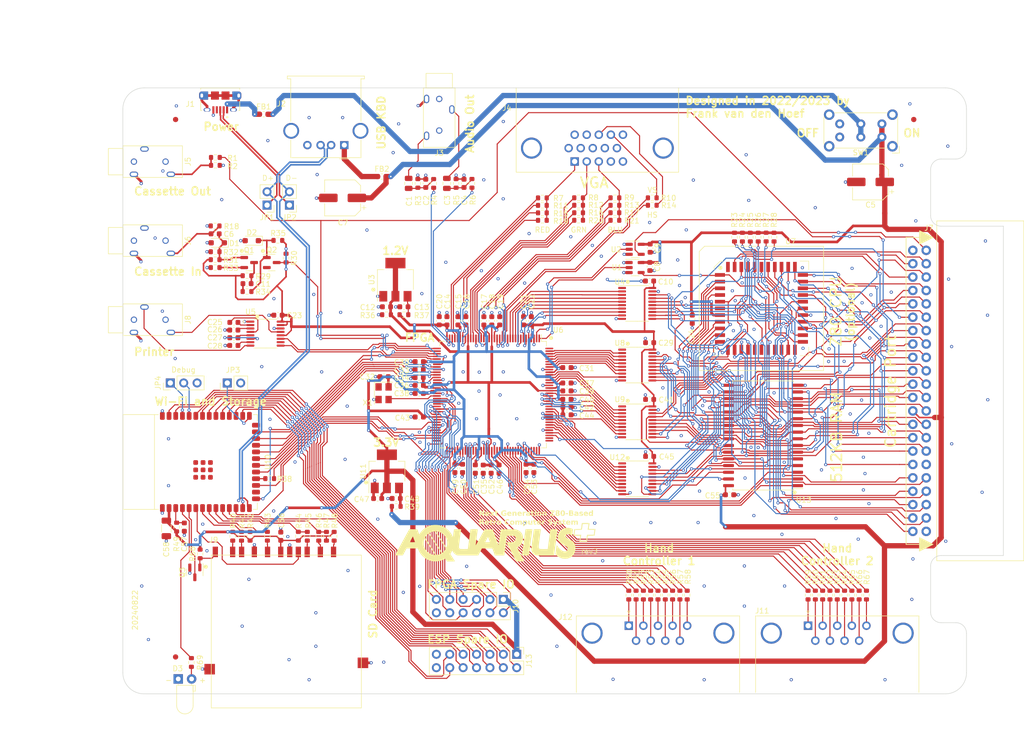
<source format=kicad_pcb>
(kicad_pcb (version 20240108) (generator "pcbnew") (generator_version "8.0")
  (layers (0 "F.Cu" signal) (31 "B.Cu" signal) (34 "B.Paste" user) (35 "F.Paste" user) (36 "B.SilkS" user "B.Silkscreen") (37 "F.SilkS" user "F.Silkscreen") (38 "B.Mask" user) (39 "F.Mask" user) (44 "Edge.Cuts" user))
  (net 0 "")
  (net 1 "+1V2")
  (net 2 "GND")
  (net 3 "+3V3")
  (net 4 "Net-(D1-K)")
  (net 5 "+5V")
  (net 6 "Net-(Q1-C)")
  (net 7 "Net-(D2-K)")
  (net 8 "SD_WP#")
  (net 9 "FPGA_EXP0")
  (net 10 "FPGA_EXP1")
  (net 11 "FPGA_EXP2")
  (net 12 "FPGA_EXP3")
  (net 13 "FPGA_EXP4")
  (net 14 "FPGA_EXP5")
  (net 15 "FPGA_EXP6")
  (net 16 "ESP_EXP0")
  (net 17 "ESP_EXP1")
  (net 18 "ESP_EXP2")
  (net 19 "ESP_EXP3")
  (net 20 "ESP_EXP4")
  (net 21 "ESP_EXP5")
  (net 22 "ESP_EXP6")
  (net 23 "ESP_EXP7")
  (net 24 "ESP_USB_D-")
  (net 25 "ESP_USB_D+")
  (net 26 "CASSETTE_IN")
  (net 27 "Net-(Q1-E)")
  (net 28 "SPI_CS#")
  (net 29 "SD_CD")
  (net 30 "FPGA_PROG#")
  (net 31 "HC1_D04")
  (net 32 "FPGA_DONE")
  (net 33 "SPI_SCLK")
  (net 34 "HC1_D03")
  (net 35 "HC1_D05")
  (net 36 "HC1_D02")
  (net 37 "SD_MISO")
  (net 38 "SD_MOSI")
  (net 39 "SD_SSEL#")
  (net 40 "SD_SCK")
  (net 41 "CASSETTE_OUT")
  (net 42 "VGA_R3")
  (net 43 "VGA_R2")
  (net 44 "VGA_R1")
  (net 45 "VGA_R0")
  (net 46 "VGA_G3")
  (net 47 "VGA_G2")
  (net 48 "VGA_G1")
  (net 49 "VGA_G0")
  (net 50 "VGA_B3")
  (net 51 "VGA_B2")
  (net 52 "VGA_B1")
  (net 53 "VGA_B0")
  (net 54 "VGA_VSYNC")
  (net 55 "VGA_HSYNC")
  (net 56 "INT#")
  (net 57 "NMI#")
  (net 58 "BUSREQ#")
  (net 59 "BUSACK#")
  (net 60 "WAIT#")
  (net 61 "RESET#")
  (net 62 "SD_ACTIVITY")
  (net 63 "HC1_D06")
  (net 64 "HC1_D01")
  (net 65 "HC1_D07")
  (net 66 "HC1_D00")
  (net 67 "HC2_D04")
  (net 68 "HC2_D03")
  (net 69 "AUDIO_L")
  (net 70 "AUDIO_R")
  (net 71 "HC2_D05")
  (net 72 "HC2_D02")
  (net 73 "HC2_D06")
  (net 74 "HC2_D01")
  (net 75 "HC2_D07")
  (net 76 "HC2_D00")
  (net 79 "Net-(J11-Pad5)")
  (net 80 "Net-(J11-Pad9)")
  (net 81 "Net-(J11-Pad4)")
  (net 82 "Net-(J11-Pad8)")
  (net 83 "Net-(J11-Pad3)")
  (net 84 "Net-(J11-Pad7)")
  (net 85 "Net-(J11-Pad2)")
  (net 86 "Net-(J11-Pad6)")
  (net 87 "VBUS")
  (net 88 "ESP_CTS")
  (net 89 "ESP_RX")
  (net 90 "ESP_RTS")
  (net 91 "ESP_TX")
  (net 92 "PRINTER_IN")
  (net 93 "PRINTER_OUT")
  (net 94 "ESP_NOTIFY")
  (net 95 "SYSCLK")
  (net 96 "SPI_MISO")
  (net 97 "SPI_MOSI")
  (net 98 "FPGA_INT#")
  (net 99 "FPGA_WR#")
  (net 100 "FPGA_BUSREQ#")
  (net 101 "FPGA_RESET#")
  (net 102 "RAM_CE#")
  (net 103 "FPGA_BUSACK#")
  (net 104 "FPGA_PHI")
  (net 105 "FPGA_CART_CE#")
  (net 106 "FPGA_RD#")
  (net 107 "FPGA_IORQ#")
  (net 108 "FPGA_MREQ#")
  (net 109 "FPGA_D7")
  (net 110 "FPGA_D6")
  (net 111 "FPGA_D5")
  (net 112 "FPGA_D4")
  (net 113 "FPGA_D3")
  (net 114 "FPGA_D2")
  (net 115 "FPGA_D1")
  (net 116 "FPGA_D0")
  (net 117 "BA18")
  (net 118 "BA17")
  (net 119 "FPGA_A12")
  (net 120 "FPGA_A11")
  (net 121 "FPGA_A10")
  (net 122 "FPGA_A14")
  (net 123 "FPGA_A13")
  (net 124 "BA14")
  (net 125 "FPGA_A15")
  (net 126 "BA16")
  (net 127 "BA15")
  (net 128 "FPGA_A9")
  (net 129 "FPGA_A8")
  (net 130 "FPGA_A7")
  (net 131 "FPGA_A6")
  (net 132 "FPGA_A5")
  (net 133 "FPGA_A4")
  (net 134 "FPGA_A3")
  (net 135 "FPGA_A2")
  (net 136 "FPGA_A1")
  (net 137 "FPGA_A0")
  (net 138 "A9")
  (net 139 "A8")
  (net 140 "A7")
  (net 141 "A6")
  (net 142 "A5")
  (net 143 "A4")
  (net 144 "A3")
  (net 145 "A2")
  (net 146 "A1")
  (net 147 "A0")
  (net 148 "D3")
  (net 149 "D2")
  (net 150 "D1")
  (net 151 "D0")
  (net 152 "A15")
  (net 153 "A14")
  (net 154 "A13")
  (net 155 "A12")
  (net 156 "A11")
  (net 157 "A10")
  (net 158 "WR#")
  (net 159 "RD#")
  (net 160 "IORQ#")
  (net 161 "MREQ#")
  (net 162 "M1#")
  (net 163 "D7")
  (net 164 "D6")
  (net 165 "D5")
  (net 166 "D4")
  (net 167 "PHI")
  (net 168 "HALT#")
  (net 169 "RFSH#")
  (net 170 "CART_CE#")
  (net 171 "RAM_WE#")
  (net 173 "Net-(J11-Pad1)")
  (net 174 "HC1_D08")
  (net 175 "HC2_D08")
  (net 176 "FPGA_EXP7")
  (net 177 "FPGA_EXP8")
  (net 178 "FPGA_EXP9")
  (net 179 "ESP_EXP8")
  (net 180 "ESP_EXP10")
  (net 181 "ESP_EXP9")
  (net 182 "Net-(C1-Pad1)")
  (net 183 "Net-(C1-Pad2)")
  (net 184 "Net-(C3-Pad1)")
  (net 185 "Net-(C3-Pad2)")
  (net 186 "Net-(C6-Pad1)")
  (net 187 "Net-(C11-Pad2)")
  (net 188 "Net-(U3-VI)")
  (net 189 "Net-(U5-C1+)")
  (net 190 "Net-(U5-C1-)")
  (net 191 "Net-(U5-V+)")
  (net 192 "Net-(U5-C2+)")
  (net 193 "Net-(U5-C2-)")
  (net 194 "Net-(U5-V-)")
  (net 195 "Net-(U11-VI)")
  (net 196 "Net-(U10-EN)")
  (net 197 "Net-(D3-A)")
  (net 198 "/USB_D+")
  (net 200 "Net-(J4-Pad1)")
  (net 201 "Net-(J4-Pad2)")
  (net 202 "Net-(J4-Pad3)")
  (net 207 "Net-(J4-Pad13)")
  (net 208 "Net-(J4-Pad14)")
  (net 211 "Net-(J5-PadT)")
  (net 214 "Net-(U5-RIN)")
  (net 215 "Net-(U5-DOUT)")
  (net 216 "Net-(J9-CD{slash}DAT3)")
  (net 217 "Net-(J9-CMD)")
  (net 218 "Net-(J9-CLK)")
  (net 219 "Net-(J9-DAT0)")
  (net 220 "Net-(J9-DAT1)")
  (net 221 "Net-(J9-DAT2)")
  (net 222 "Net-(J9-WRITE_PROTECT)")
  (net 223 "Net-(J12-Pad1)")
  (net 224 "Net-(J12-Pad2)")
  (net 225 "Net-(J12-Pad3)")
  (net 226 "Net-(J12-Pad4)")
  (net 227 "Net-(J12-Pad5)")
  (net 228 "Net-(J12-Pad6)")
  (net 229 "Net-(J12-Pad7)")
  (net 230 "Net-(J12-Pad8)")
  (net 231 "Net-(J12-Pad9)")
  (net 232 "Net-(JP3-A)")
  (net 233 "Net-(JP4-Pin_1)")
  (net 234 "Net-(JP4-Pin_2)")
  (net 235 "Net-(U6-B2_IO_CCLK)")
  (net 245 "/USB_D-")
  (net 246 "Net-(J1-VBUS)")
  (net 247 "Net-(J2-VBUS)")
  (footprint "Capacitor_SMD:C_0603_1608Metric" (layer "F.Cu") (at 140.997 79.2062 90)
    (property "Reference" "C21")
    (property "Value" "4.7uF")
  )
  (footprint "Resistor_SMD:R_0603_1608Metric" (layer "F.Cu") (at 204.645 131.255 90)
    (property "Reference" "R66")
    (property "Value" "100")
  )
  (footprint "aquarius-plus:CR22A-44D-2.54DSA(70)" (layer "F.Cu") (at 217.365 92.5 -90)
    (property "Reference" "J7")
    (property "Value" "Expansion port")
  )
  (footprint "Resistor_SMD:R_0603_1608Metric" (layer "F.Cu") (at 182.4975 63.325 -90)
    (property "Reference" "R24")
    (property "Value" "1k")
  )
  (footprint "Resistor_SMD:R_0603_1608Metric" (layer "F.Cu") (at 75.2 118.35 90)
    (property "Reference" "R49")
    (property "Value" "10k")
  )
  (footprint "Package_SO:TSSOP-16_4.4x5mm_P0.65mm" (layer "F.Cu") (at 92.0567 81.6367)
    (property "Reference" "U5")
    (property "Value" "MAX3221ECPWR")
  )
  (footprint "Package_SO:SSOP-32_11.305x20.495mm_P1.27mm" (layer "F.Cu") (at 186.4227 100.965 180)
    (property "Reference" "U13")
    (property "Value" "IS61C5128AS-25QLI")
  )
  (footprint "Connector_PinHeader_2.54mm:PinHeader_1x02_P2.54mm_Vertical" (layer "F.Cu") (at 84.8042 91.007 90)
    (property "Reference" "JP3")
    (property "Value" "Bootloader")
  )
  (footprint "Resistor_SMD:R_0603_1608Metric" (layer "F.Cu") (at 103.6117 120.0982 -90)
    (property "Reference" "R47")
    (property "Value" "10k")
  )
  (footprint "Resistor_SMD:R_0603_1608Metric" (layer "F.Cu") (at 165.1 131.255 90)
    (property "Reference" "R53")
    (property "Value" "100")
  )
  (footprint "aquarius-plus:aqplus_logo" (layer "F.Cu") (at 135.599907 121.22734)
    (property "Reference" "#G1" (hide yes))
    (property "Value" "LOGO" (hide yes))
  )
  (footprint "Resistor_SMD:R_0603_1608Metric" (layer "F.Cu") (at 151.4345 60.1201)
    (property "Reference" "R20")
    (property "Value" "4300")
  )
  (footprint "Resistor_SMD:R_0603_1608Metric" (layer "F.Cu") (at 158.3193 57.282)
    (property "Reference" "R13")
    (property "Value" "1070")
  )
  (footprint "Capacitor_SMD:C_0603_1608Metric" (layer "F.Cu") (at 136.35 107.3375 -90)
    (property "Reference" "C46")
    (property "Value" "100nF")
  )
  (footprint "Connector_Dsub:DSUB-9_Male_Horizontal_P2.77x2.84mm_EdgePinOffset9.90mm_Housed_MountingHolesOffset11.32mm" (layer "F.Cu") (at 194.95 137.0697)
    (property "Reference" "J11")
    (property "Value" "Hand controller 2")
  )
  (footprint "Resistor_SMD:R_0603_1608Metric" (layer "F.Cu") (at 201.875 131.255 90)
    (property "Reference" "R64")
    (property "Value" "100")
  )
  (footprint "Resistor_SMD:R_0603_1608Metric" (layer "F.Cu") (at 166.49 131.255 90)
    (property "Reference" "R54")
    (property "Value" "100")
  )
  (footprint "Capacitor_SMD:C_0603_1608Metric" (layer "F.Cu") (at 129.6994 53.1238 90)
    (property "Reference" "C4")
    (property "Value" "100nF")
  )
  (footprint "Package_TO_SOT_SMD:SOT-223-3_TabPin2" (layer "F.Cu") (at 116.693327 71.4 90)
    (property "Reference" "U3")
    (property "Value" "LD1117S12")
  )
  (footprint "Capacitor_SMD:C_0603_1608Metric" (layer "F.Cu") (at 134.85 107.3375 -90)
    (property "Reference" "C52")
    (property "Value" "100nF")
  )
  (footprint "Resistor_SMD:R_0603_1608Metric" (layer "F.Cu") (at 102.1503 120.0975 -90)
    (property "Reference" "R46")
    (property "Value" "100")
  )
  (footprint "Inductor_SMD:L_0603_1608Metric" (layer "F.Cu") (at 114.128105 51.824028)
    (property "Reference" "FB2")
    (property "Value" "220")
  )
  (footprint "Package_QFP:TQFP-144_20x20mm_P0.5mm" (layer "F.Cu") (at 135.22 93.2125 -90)
    (property "Reference" "U6")
    (property "Value" "XC6SLX9-2TQG144C")
  )
  (footprint "MountingHole:MountingHole_3.2mm_M3" (layer "F.Cu") (at 221 146)
    (property "Reference" "H4" (hide yes))
    (property "Value" "MountingHole")
  )
  (footprint "Resistor_SMD:R_0603_1608Metric" (layer "F.Cu") (at 144.5636 58.7167)
    (property "Reference" "R15")
    (property "Value" "2150")
  )
  (footprint "MountingHole:MountingHole_3.2mm_M3" (layer "F.Cu") (at 69 146)
    (property "Reference" "H3" (hide yes))
    (property "Value" "MountingHole")
  )
  (footprint "Resistor_SMD:R_0603_1608Metric" (layer "F.Cu") (at 184 63.325 -90)
    (property "Reference" "R25")
    (property "Value" "1k")
  )
  (footprint "Connector_PinHeader_2.54mm:PinHeader_1x02_P2.54mm_Vertical" (layer "F.Cu") (at 92.3492 57.251 180)
    (property "Reference" "JP1")
    (property "Value" "USB")
  )
  (footprint "Resistor_SMD:R_0603_1608Metric" (layer "F.Cu") (at 194.95 131.255 90)
    (property "Reference" "R59")
    (property "Value" "100")
  )
  (footprint "Capacitor_SMD:C_0603_1608Metric" (layer "F.Cu") (at 113.325 112.9256 180)
    (property "Reference" "C47")
    (property "Value" "4.7uF")
  )
  (footprint "Capacitor_SMD:C_0603_1608Metric" (layer "F.Cu") (at 133.35 107.35 -90)
    (property "Reference" "C35")
    (property "Value" "4.7uF")
  )
  (footprint "Capacitor_SMD:C_0603_1608Metric" (layer "F.Cu") (at 180.0718 112.226)
    (property "Reference" "C55")
    (property "Value" "100nF")
  )
  (footprint "Capacitor_SMD:C_0603_1608Metric" (layer "F.Cu") (at 125 79.2088 90)
    (property "Reference" "C20")
    (property "Value" "4.7uF")
  )
  (footprint "Capacitor_SMD:C_0805_2012Metric" (layer "F.Cu") (at 126.4494 53.1238 90)
    (property "Reference" "C3")
    (property "Value" "10uF")
  )
  (footprint "Resistor_SMD:R_0603_1608Metric" (layer "F.Cu") (at 181 63.325 -90)
    (property "Reference" "R23")
    (property "Value" "1k")
  )
  (footprint "Package_TO_SOT_SMD:SOT-23" (layer "F.Cu") (at 93.2375 68.15)
    (property "Reference" "Q2")
    (property "Value" "BC847C")
  )
  (footprint "Capacitor_SMD:C_0603_1608Metric" (layer "F.Cu") (at 136.47 79.2125 90)
    (property "Reference" "C19")
    (property "Value" "100nF")
  )
  (footprint "Resistor_SMD:R_0603_1608Metric" (layer "F.Cu") (at 123.9457 53.1323 90)
    (property "Reference" "R4")
    (property "Value" "330")
  )
  (footprint "Resistor_SMD:R_0603_1608Metric" (layer "F.Cu") (at 82.55 48.2027 180)
    (property "Reference" "R1")
    (property "Value" "10k")
  )
  (footprint "aquarius-plus:C2939180" (layer "F.Cu") (at 70 64 90)
    (property "Reference" "J6")
    (property "Value" "Cassette in")
  )
  (footprint "Connector_PinHeader_2.54mm:PinHeader_2x06_P2.54mm_Vertical" (layer "F.Cu") (at 137.16 132.08 -90)
    (property "Reference" "J10")
    (property "Value" "FPGA spare")
  )
  (footprint "Resistor_SMD:R_0603_1608Metric" (layer "F.Cu") (at 82.489639 61.201773)
    (property "Reference" "R18")
    (property "Value" "82")
  )
  (footprint "Capacitor_SMD:C_0603_1608Metric" (layer "F.Cu") (at 94.9549 120.0964 90)
    (property "Reference" "C56")
    (property "Value" "4.7uF")
  )
  (footprint "Capacitor_SMD:C_0603_1608Metric" (layer "F.Cu") (at 116.85 112.9256 180)
    (property "Reference" "C48")
    (property "Value" "4.7uF")
  )
  (footprint "Resistor_SMD:R_0603_1608Metric" (layer "F.Cu") (at 172.03 131.255 90)
    (property "Reference" "R58")
    (property "Value" "100")
  )
  (footprint "Capacitor_SMD:C_0603_1608Metric" (layer "F.Cu") (at 164.91 104.9414 180)
    (property "Reference" "C45")
    (property "Value" "100nF")
  )
  (footprint "Fiducial:Fiducial_1mm_Mask2mm" (layer "F.Cu") (at 75 41)
    (property "Reference" "FID1" (hide yes))
    (property "Value" "Fiducial")
  )
  (footprint "Resistor_SMD:R_0603_1608Metric" (layer "F.Cu") (at 170.645 131.255 90)
    (property "Reference" "R57")
    (property "Value" "100")
  )
  (footprint "Resistor_SMD:R_0603_1608Metric" (layer "F.Cu") (at 82.5 69.1)
    (property "Reference" "R33")
    (property "Value" "220")
  )
  (footprint "Capacitor_SMD:C_0603_1608Metric" (layer "F.Cu") (at 86.0544 79.5101 180)
    (property "Reference" "C25")
    (property "Value" "100nF")
  )
  (footprint "Button_Switch_THT:SW_E-Switch_EG2219_DPDT_Angled" (layer "F.Cu") (at 208.9575 44.3325 180)
    (property "Reference" "SW1")
    (property "Value" "SW_DPDT_x2")
  )
  (footprint "Capacitor_SMD:C_0603_1608Metric" (layer "F.Cu") (at 86.0506 80.9626 180)
    (property "Reference" "C26")
    (property "Value" "100nF")
  )
  (footprint "Resistor_SMD:R_0603_1608Metric" (layer "F.Cu") (at 165.4063 57.2791)
    (property "Reference" "R14")
    (property "Value" "820")
  )
  (footprint "Resistor_SMD:R_0603_1608Metric" (layer "F.Cu") (at 116.85 114.4256)
    (property "Reference" "R39")
    (property "Value" "1")
  )
  (footprint "Resistor_SMD:R_0603_1608Metric" (layer "F.Cu") (at 158.3193 55.8649)
    (property "Reference" "R9")
    (property "Value" "536")
  )
  (footprint "Capacitor_SMD:C_0603_1608Metric" (layer "F.Cu") (at 164.91 94.1314 180)
    (property "Reference" "C41")
    (property "Value" "100nF")
  )
  (footprint "Resistor_SMD:R_0603_1608Metric" (layer "F.Cu") (at 98.2829 120.079 -90)
    (property "Reference" "R44")
    (property "Value" "10k")
  )
  (footprint "Capacitor_SMD:C_0603_1608Metric" (layer "F.Cu") (at 121.22 86.9625 180)
    (property "Reference" "C30")
    (property "Value" "100nF")
  )
  (footprint "Resistor_SMD:R_0603_1608Metric" (layer "F.Cu") (at 120.9494 53.1238 -90)
    (property "Reference" "R3")
    (property "Value" "150")
  )
  (footprint "Capacitor_SMD:C_0603_1608Metric" (layer "F.Cu") (at 128.55 79.2125 90)
    (property "Reference" "C15")
    (property "Value" "100nF")
  )
  (footprint "Resistor_SMD:R_0603_1608Metric" (layer "F.Cu") (at 144.5636 57.2983)
    (property "Reference" "R11")
    (property "Value" "1070")
  )
  (footprint "Connector_PinHeader_2.54mm:PinHeader_1x03_P2.54mm_Vertical" (layer "F.Cu") (at 74 91 90)
    (property "Reference" "JP4")
    (property "Value" "DBG")
  )
  (footprint "Capacitor_SMD:C_0603_1608Metric" (layer "F.Cu") (at 149.22 94.100002)
    (property "Reference" "C40")
    (property "Value" "100nF")
  )
  (footprint "Resistor_SMD:R_0603_1608Metric" (layer "F.Cu") (at 88.55 73.65)
    (property "Reference" "R34")
    (property "Value" "2.2k")
  )
  (footprint "aquarius-plus:AMPHENOL_10118194-0001LF" (layer "F.Cu") (at 83.467152 36.459469 180)
    (property "Reference" "J1")
    (property "Value" "Power in")
  )
  (footprint "Resistor_SMD:R_0603_1608Metric" (layer "F.Cu") (at 85.8358 120.0966 90)
    (property "Reference" "R40")
    (property "Value" "10k")
  )
  (footprint "Resistor_SMD:R_0603_1608Metric" (layer "F.Cu") (at 187 63.3119 -90)
    (property "Reference" "R27")
    (property "Value" "1k")
  )
  (footprint "Package_TO_SOT_SMD:SOT-223-3_TabPin2" (layer "F.Cu") (at 115.0775 107.7756 90)
    (property "Reference" "U11")
    (property "Value" "LDL1117S33R")
  )
  (footprint "Capacitor_SMD:C_0603_1608Metric" (layer "F.Cu") (at 121.208 88.4764 180)
    (property "Reference" "C33")
    (property "Value" "4.7uF")
  )
  (footprint "Resistor_SMD:R_0603_1608Metric" (layer "F.Cu") (at 151.4334 58.697)
    (property "Reference" "R16")
    (property "Value" "2150")
  )
  (footprint "Capacitor_SMD:C_0603_1608Metric" (layer "F.Cu") (at 164.91 83.3514 180)
    (property "Reference" "C29")
    (property "Value" "100nF")
  )
  (footprint "Resistor_SMD:R_0603_1608Metric" (layer "F.Cu") (at 82.5 67.6 180)
    (property "Reference" "R31")
    (property "Value" "220k")
  )
  (footprint "Connector_PinHeader_2.54mm:PinHeader_2x07_P2.54mm_Vertical" (layer "F.Cu") (at 139.7 142.5 -90)
    (property "Reference" "J13")
    (property "Value" "ESP32 spare")
  )
  (footprint "Connector_PinHeader_2.54mm:PinHeader_1x02_P2.54mm_Vertical" (layer "F.Cu") (at 96.5892 57.251 180)
    (property "Reference" "JP2")
    (property "Value" "USB")
  )
  (footprint "Capacitor_SMD:C_0603_1608Metric" (layer "F.Cu") (at 149.225 95.6)
    (property "Reference" "C42")
    (property "Value" "100nF")
  )
  (footprint "aquarius-plus:C2939180" (layer "F.Cu") (at 70 79 90)
    (property "Reference" "J8")
    (property "Value" "Printer")
  )
  (footprint "Package_TO_SOT_SMD:SOT-23" (layer "F.Cu") (at 88.95 68.15)
    (property "Reference" "Q1")
    (property "Value" "BC847C")
  )
  (footprint "Resistor_SMD:R_0603_1608Metric" (layer "F.Cu") (at 158.3155 58.693)
    (property "Reference" "R17")
    (property "Value" "2150")
  )
  (footprint "Capacitor_SMD:C_0603_1608Metric" (layer "F.Cu") (at 127.97 107.2125 -90)
    (property "Reference" "C49")
    (property "Value" "100nF")
  )
  (footprint "Resistor_SMD:R_0603_1608Metric" (layer "F.Cu") (at 158.3193 60.1281)
    (property "Reference" "R21")
    (property "Value" "4300")
  )
  (footprint "Resistor_SMD:R_0603_1608Metric" (layer "F.Cu") (at 162.335 131.255 90)
    (property "Reference" "R51")
    (property "Value" "100")
  )
  (footprint "Fiducial:Fiducial_1mm_Mask2mm" (layer "F.Cu") (at 75 143)
    (property "Reference" "FID3" (hide yes))
    (property "Value" "Fiducial")
  )
  (footprint "Resistor_SMD:R_0603_1608Metric" (layer "F.Cu") (at 115.006627 78.0493)
    (property "Reference" "R36")
    (property "Value" "100")
  )
  (footprint "Capacitor_SMD:C_0603_1608Metric" (layer "F.Cu") (at 76.6597 118.3504 -90)
    (property "Reference" "C57")
    (property "Value" "100nF")
  )
  (footprint "Resistor_SMD:R_0603_1608Metric" (layer "F.Cu") (at 196.335 131.255 90)
    (property "Reference" "R60")
    (property "Value" "100")
  )
  (footprint "Resistor_SMD:R_0603_1608Metric" (layer "F.Cu") (at 79.65 123.45 90)
    (property "Reference" "R68")
    (property "Value" "10k" (hide yes))
  )
  (footprint "Resistor_SMD:R_0603_1608Metric" (layer "F.Cu") (at 82.5 66.1)
    (property "Reference" "R32")
    (property "Value" "47k")
  )
  (footprint "Resistor_SMD:R_0603_1608Metric" (layer "F.Cu") (at 78 144.05 -90)
    (property "Reference" "R69")
    (property "Value" "220")
  )
  (footprint "aquarius-plus:TF-03A" (layer "F.Cu") (at 96 123.67)
    (property "Reference" "J9")
    (property "Value" "TF-03A")
  )
  (footprint "Package_TO_SOT_SMD:SOT-23-5" (layer "F.Cu") (at 162.172774 65.636262)
    (property "Reference" "U2")
    (property "Value" "SN74AHCT1G125DBVR")
  )
  (footprint "Resistor_SMD:R_0603_1608Metric" (layer "F.Cu") (at 169.26 131.255 90)
    (property "Reference" "R56")
    (property "Value" "100")
  )
  (footprint "Resistor_SMD:R_0603_1608Metric" (layer "F.Cu") (at 92.411 120.0826 -90)
    (property "Reference" "R43")
    (property "Value" "100")
  )
  (footprint "Capacitor_SMD:C_0603_1608Metric" (layer "F.Cu") (at 172.988313 78.914632 -90)
    (property "Reference" "C24")
    (property "Value" "100nF")
  )
  (footprint "Resistor_SMD:R_0603_1608Metric" (layer "F.Cu") (at 185.5 63.325 -90)
    (property "Reference" "R26")
    (property "Value" "1k")
  )
  (footprint "Package_LCC:PLCC-44_SMD-Socket" (layer "F.Cu") (at 186.1075 76.8481)
    (property "Reference" "U7")
    (property "Value" "Z84C3008VEG")
  )
  (footprint "Resistor_SMD:R_0603_1608Metric" (layer "F.Cu") (at 94.4 63.95)
    (property "Reference" "R35")
    (property "Value" "47k")
  )
  (footprint "aquarius-plus:ICD15S13E4GV00LF" (layer "F.Cu") (at 155 35 180)
    (property "Reference" "J4")
    (property "Value" "VGA")
  )
  (footprint "Package_SO:TSSOP-20_4.4x6.5mm_P0.65mm" (layer "F.Cu") (at 162.5466 75.905)
    (property "Reference" "U4")
    (property "Value" "SN74CB3T3245PWR")
  )
  (footprint "Capacitor_SMD:C_0603_1608Metric" (layer "F.Cu") (at 149.22 91.0125)
    (property "Reference" "C37")
    (property "Value" "100nF")
  )
  (footprint "Capacitor_SMD:C_0603_1608Metric" (layer "F.Cu") (at 149.22 92.5125)
    (property "Reference" "C39")
    (property "Value" "100nF")
  )
  (footprint "Resistor_SMD:R_0603_1608Metric" (layer "F.Cu") (at 203.26 131.255 90)
    (property "Reference" "R65")
    (property "Value" "100")
  )
  (footprint "Resistor_SMD:R_0603_1608Metric" (layer "F.Cu") (at 131.2066 53.1184 90)
    (property "Reference" "R6")
    (property "Value" "330")
  )
  (footprint "Connector_USB:USB_A_Molex_67643_Horizontal" (layer "F.Cu") (at 107 45.86 180)
    (property "Reference" "J2")
    (property "Value" "ESP USB Host")
  )
  (footprint "MountingHole:MountingHole_3.2mm_M3" (layer "F.Cu") (at 69 39)
    (property "Reference" "H1" (hide yes))
    (property "Value" "MountingHole")
  )
  (footprint "Package_SO:TSSOP-20_4.4x6.5mm_P0.65mm" (layer "F.Cu") (at 162.56 98.3814)
    (property "Reference" "U9")
    (property "Value" "SN74CB3T3245PWR")
  )
  (footprint "Resistor_SMD:R_0603_1608Metric" (layer "F.Cu") (at 199.105 131.255 90)
    (property "Reference" "R62")
    (property "Value" "100")
  )
  (footprint "Resistor_SMD:R_0603_1608Metric" (layer "F.Cu") (at 197.72 131.255 90)
    (property "Reference" "R61")
    (property "Value" "100")
  )
  (footprint "Resistor_SMD:R_0603_1608Metric" (layer "F.Cu") (at 99.9811 120.0926 -90)
    (property "Reference" "R45")
    (property "Value" "100")
  )
  (footprint "Capacitor_SMD:C_0603_1608Metric" (layer "F.Cu") (at 126.47 79.2125 90)
    (property "Reference" "C14")
    (property "Value" "100nF")
  )
  (footprint "Capacitor_SMD:C_0603_1608Metric" (layer "F.Cu") (at 121.22 97.4625 180)
    (property "Reference" "C43")
    (property "Value" "100nF")
  )
  (footprint "Capacitor_SMD:C_0603_1608Metric" (layer "F.Cu") (at 131.85 107.3375 -90)
    (property "Reference" "C51")
    (property "Value" "100nF")
  )
  (footprint "LED_THT:LED_D3.0mm_Horizontal_O1.27mm_Z2.0mm" (layer "F.Cu") (at 75.5 147.175)
    (property "Reference" "D3")
    (property "Value" "SD act.")
  )
  (footprint "Package_SO:TSSOP-20_4.4x6.5mm_P0.65mm" (layer "F.Cu") (at 162.56 87.6014)
    (property "Reference" "U8")
    (property "Value" "SN74CB3T3245PWR")
  )
  (footprint "Resistor_SMD:R_0603_1608Metric" (layer "F.Cu") (at 151.4345 57.2739)
    (property "Reference" "R12")
    (property "Value" "1070")
  )
  (footprint "Resistor_SMD:R_0603_1608Metric" (layer "F.Cu") (at 144.5636 60.135)
    (property "Reference" "R19")
    (property "Value" "4300")
  )
  (footprint "Capacitor_SMD:C_0603_1608Metric" (layer "F.Cu") (at 86.0506 82.4218 180)
    (property "Reference" "C27")
    (property "Value" "100nF")
  )
  (footprint "Resistor_SMD:R_0603_1608Metric" (layer "F.Cu") (at 128.1994 53.1238 -90)
    (property "Reference" "R5")
    (property "Value" "150")
  )
  (footprint "Capacitor_SMD:C_0603_1608Metric" (layer "F.Cu") (at 82.5 62.7)
    (property "Reference" "C6")
    (property "Value" "100nF")
  )
  (footprint "MountingHole:MountingHole_3.2mm_M3" (layer "F.Cu") (at 221 39)
    (property "Reference" "H2" (hide yes))
    (property "Value" "MountingHole")
  )
  (footprint "Resistor_SMD:R_0603_1608Metric" (layer "F.Cu") (at 82.55 49.7027 180)
    (property "Reference" "R2")
    (property "Value" "100")
  )
  (footprint "Capacitor_SMD:C_0603_1608Metric" (layer "F.Cu") (at 121.22 91.4625 180)
    (property "Reference" "C36")
    (property "Value" "100nF")
  )
  (footprint "Capacitor_SMD:C_0603_1608Metric" (layer "F.Cu") (at 164.8966 71.655 180)
    (property "Reference" "C10")
    (property "Value" "100nF")
  )
  (footprint "Capacitor_SMD:CP_Elec_6.3x7.7" (layer "F.Cu") (at 106.68 55.88 180)
    (property "Reference" "C7")
    (property "Value" "100uF")
  )
  (footprint "Capacitor_SMD:C_0603_1608Metric" (layer "F.Cu") (at 94.427 78.1399 180)
    (property "Reference" "C23")
    (property "Value" "4.7uF")
  )
  (footprint "Capacitor_SMD:C_0603_1608Metric" (layer "F.Cu") (at 122.4494 53.1238 90)
    (property "Reference" "C2")
    (property "Value" "100nF")
  )
  (footprint "Diode_SMD:D_SOD-323_HandSoldering" (layer "F.Cu") (at 89.45 64 180)
    (property "Reference" "D2")
    (property "Value" "1N4148WS")
  )
  (footprint "Inductor_SMD:L_0603_1608Metric" (layer "F.Cu") (at 91.7125 40)
    (property "Reference" "FB1")
    (property "Value" "220")
  )
  (footprint "Oscillator:Oscillator_SMD_SeikoEpson_SG8002CE-4Pin_3.2x2.5mm" (layer "F.Cu") (at 114.45 92.95 -90)
    (property "Reference" "X1")
    (property "Value" "SX3M14.31818M20F30TNN")
  )
  (footprint "Capacitor_SMD:C_0603_1608Metric" (layer "F.Cu") (at 149.2212 88.0906)
    (property "Reference" "C31")
    (property "Value" "100nF")
  )
  (footprint "Capacitor_SMD:C_0603_1608Metric" (layer "F.Cu") (at 142.95 107.218 -90)
    (property "Reference" "C53")
    (property "Value" "4.7uF")
  )
  (footprint "Capacitor_SMD:C_0603_1608Metric" (layer "F.Cu") (at 130.05 79.2125 90)
    (property "Reference" "C16")
    (property "Value" "100nF")
  )
  (footprint "Capacitor_SMD:C_0603_1608Metric" (layer "F.Cu") (at 121.2201 92.9912 180)
    (property "Reference" "C38")
    (property "Value" "100nF")
  )
  (footprint "Capacitor_SMD:C_0603_1608Metric" (layer "F.Cu") (at 88.55 72.15 180)
    (property "Reference" "C11")
    (property "Value" "4.7uF")
  )
  (footprint "Package_SO:TSSOP-20_4.4x6.5mm_P0.65mm" (layer "F.Cu") (at 162.56 109.1914)
    (property "Reference" "U12")
    (property "Value" "SN74CB3T3245PWR")
  )
  (footprint "Capacitor_SMD:C_1206_3216Metric" (layer "F.Cu") (at 73.25 118.6 -90)
    (property "Reference" "C58")
    (property "Value" "22uF")
  )
  (footprint "Capacitor_SMD:C_0603_1608Metric" (layer "F.Cu") (at 86.0544 83.8879 180)
    (property "Reference" "C28")
    (property "Value" "100nF")
  )
  (footprint "Capacitor_SMD:C_0603_1608Metric" (layer "F.Cu") (at 165.003774 65.420562 -90)
    (property "Reference" "C9")
    (property "Value" "100nF")
  )
  (footprint "aquarius-plus:C2939180" (layer "F.Cu") (at 125 40)
    (property "Reference" "J3")
    (property "Value" "Audio out")
  )
  (footprint "Resistor_SMD:R_0603_1608Metric" (layer "F.Cu") (at 89.1307 120.0917 -90)
    (property "Reference" "R42")
    (property "Value" "10k")
  )
  (footprint "Capacitor_SMD:C_0603_1608Metric" (layer "F.Cu") (at 114.55 89.82 180)
    (property "Reference" "C32")
    (property "Value" "100nF")
  )
  (footprint "Capacitor_SMD:C_0603_1608Metric" (layer "F.Cu") (at 118.306627 76.5493 180)
    (property "Reference" "C13")
    (property "Value" "4.7uF")
  )
  (footprint "Resistor_SMD:R_0603_1608Metric" (layer "F.Cu") (at 160.95 131.255 90)
    (property "Reference" "R50")
    (property "Value" "100")
  )
  (footprint "Capacitor_SMD:C_0603_1608Metric" (layer "F.Cu") (at 129.4261 107.2103 -90)
    (property "Reference" "C50")
    (property "Value" "4.7uF")
  )
  (footprint "Resistor_SMD:R_0603_1608Metric" (layer "F.Cu") (at 95.95 67.3 90)
    (property "Reference" "R30")
    (property "Value" "4.7k")
  )
  (footprint "Connector_Dsub:DSUB-9_Male_Horizontal_P2.77x2.84mm_EdgePinOffset9.90mm_Housed_MountingHolesOffset11.32mm" (layer "F.Cu") (at 160.95 137.0697)
    (property "Reference" "J12")
    (property "Value" "Hand controller 1")
  )
  (footprint "Resistor_SMD:R_0603_1608Metric" (layer "F.Cu") (at 118.306627 78.0493)
    (property "Reference" "R37")
    (property "Value" "1")
  )
  (footprint "Resistor_SMD:R_0603_1608Metric" (layer "F.Cu") (at 144.5636 55.88)
    (property "Reference" "R7")
    (property "Value" "536")
  )
  (footprint "Resistor_SMD:R_0603_1608Metric" (layer "F.Cu") (at 165.4045 55.866)
    (property "Reference" "R10")
    (property "Value" "820")
  )
  (footprint "aquarius-plus:ESP32-S2-SOLO-N4R2" (layer "F.Cu") (at 65 106 90)
    (property "Reference" "U10")
    (property "Value" "ESP32-S3-WROOM-1-N4R2")
  )
  (footprint "Resistor_SMD:R_0603_1608Metric" (layer "F.Cu") (at 167.875 131.255 90)
    (property "Reference" "R55")
    (property "Value" "100")
  )
  (footprint "Capacitor_SMD:C_0603_1608Metric" (layer "F.Cu") (at 115.006627 76.5493 180)
    (property "Reference" "C12")
    (property "Value" "4.7uF")
  )
  (footprint "Capacitor_SMD:C_0603_1608Metric" (layer "F.Cu") (at 141.47 107.2125 -90)
    (property "Reference" "C54")
    (property "Value" "100nF")
  )
  (footprint "Capacitor_SMD:C_0603_1608Metric" (layer "F.Cu") (at 142.47 79.2125 90)
    (property "Reference" "C22")
    (property "Value" "100nF")
  )
  (footprint "Package_TO_SOT_SMD:SOT-23" (layer "F.Cu") (at 78.65 126.95 -90)
    (property "Reference" "Q3")
    (property "Value" "2N7002")
  )
  (footprint "Resistor_SMD:R_0603_1608Metric" (layer "F.Cu") (at 188.5 63.325 -90)
    (property "Reference" "R28")
    (property "Value" "1k")
  )
  (footprint "Resistor_SMD:R_0603_1608Metric" (layer "F.Cu") (at 163.72 131.255 90)
    (property "Reference" "R52")
    (property "Value" "100")
  )
  (footprint "Capacitor_SMD:C_0603_1608Metric" (layer "F.Cu") (at 164.95 68.9 -90)
    (property "Reference" "C8")
    (property "Value" "100nF")
  )
  (footprint "aquarius-plus:C2939180" (layer "F.Cu") (at 70 49 90)
    (property "Reference" "J5")
    (property "Value" "Cassette out")
  )
  (footprint "Capacitor_SMD:C_0805_2012Metric" (layer "F.Cu") (at 119.1994 53.1238 90)
    (property "Reference" "C1")
    (property "Value" "10uF")
  )
  (footprint "Resistor_SMD:R_0603_1608Metric" (layer "F.Cu") (at 105.0683 120.0975 90)
    (property "Reference" "R48")
    (property "Value" "10k")
  )
  (footprint "Capacitor_SMD:C_0603_1608Metric" (layer "F.Cu") (at 149.2238 97.0583)
    (property "Reference" "C44")
    (property "Value" "4.7uF")
  )
  (footprint "Resistor_SMD:R_0603_1608Metric" (layer "F.Cu") (at 206.03 131.255 90)
    (property "Reference" "R67")
    (property "Value" "100")
  )
  (footprint "Capacitor_SMD:C_0603_1608Metric" (layer "F.Cu") (at 121.2041 89.9832 180)
    (property "Reference" "C34")
    (property "Value" "4.7uF")
  )
  (footprint "Resistor_SMD:R_0603_1608Metric" (layer "F.Cu") (at 200.49 131.255 90)
    (property "Reference" "R63")
    (property "Value" "100")
  )
  (footprint "Resistor_SMD:R_0603_1608Metric" (layer "F.Cu") (at 87.5053 120.0941 -90)
    (property "Reference" "R41")
    (property "Value" "100")
  )
  (footprint "Resistor_SMD:R_0603_1608Metric" (layer "F.Cu") (at 88.55 70.65 180)
    (property "Reference" "R29")
    (property "Value" "4.7k")
  )
  (footprint "Capacitor_SMD:CP_Elec_6.3x7.7" (layer "F.Cu") (at 206.8 52.85 180)
    (property "Reference" "C5")
    (property "Value" "100uF")
  )
  (footprint "Resistor_SMD:R_0603_1608Metric" (layer "F.Cu") (at 151.4345 55.8629)
    (property "Reference" "R8")
    (property "Value" "536")
  )
  (footprint "Fiducial:Fiducial_1mm_Mask2mm" (layer "F.Cu") (at 215 41)
    (property "Reference" "FID2" (hide yes))
    (property "Value" "Fiducial")
  )
  (footprint "Package_TO_SOT_SMD:SOT-23-5" (layer "F.Cu") (at 162.1625 69.1)
    (property "Reference" "U1")
    (property "Value" "SN74AHCT1G125DBVR")
  )
  (footprint "Capacitor_SMD:C_0603_1608Metric" (layer "F.Cu") (at 133.47 79.2125 90)
    (property "Reference" "C17")
    (property "Value" "100nF")
  )
  (footprint "Resistor_SMD:R_0603_1608Metric" (layer "F.Cu") (at 92.85 109.15)
    (property "Reference" "R38")
    (property "Value" "220")
  )
  (footprint "Capacitor_SMD:C_0603_1608Metric" (layer "F.Cu") (at 134.97 79.2125 90)
    (property "Reference" "C18")
    (property "Value" "100nF")
  )
  (footprint "Diode_SMD:D_SOD-323_HandSoldering" (layer "F.Cu") (at 83 64.4 180)
    (property "Reference" "D1")
    (property "Value" "1N4148WS")
  )
  (gr_circle (center 111.142223 109.879875) (end 111.442223 109.879875) (stroke (width 0.15)) (fill solid) (layer "F.SilkS"))
  (gr_line (start 213.552138 121.635962) (end 213.547217 63.386518) (stroke (width 0.15)) (layer "F.SilkS"))
  (gr_circle (center 87.562938 65.930888) (end 87.862938 65.930888) (stroke (width 0.15)) (fill solid) (layer "F.SilkS"))
  (gr_circle (center 80.718128 125.890806) (end 81.018128 125.890806) (stroke (width 0.15)) (fill solid) (layer "F.SilkS"))
  (gr_poly (pts (xy 218.627239 121.637802) (xy 216.087239 122.907802) (xy 216.087239 120.367802)) (stroke (width 0.15)) (fill solid) (layer "F.SilkS"))
  (gr_poly (pts (xy 218.63659 63.383833) (xy 216.09659 64.653833) (xy 216.09659 62.113833)) (stroke (width 0.15)) (fill solid) (layer "F.SilkS"))
  (gr_circle (center 90.498608 78.380775) (end 90.798608 78.380775) (stroke (width 0.15)) (fill solid) (layer "F.SilkS"))
  (gr_line (start 213.552138 121.635962) (end 216.087239 121.637802) (stroke (width 0.15)) (layer "F.SilkS"))
  (gr_line (start 213.547217 63.386518) (end 216.09659 63.383833) (stroke (width 0.15)) (layer "F.SilkS"))
  (gr_circle (center 192.395702 111.77155) (end 192.695702 111.77155) (stroke (width 0.15)) (fill solid) (layer "F.SilkS"))
  (gr_circle (center 112.51359 73.282783) (end 112.81359 73.282783) (stroke (width 0.15)) (fill solid) (layer "F.SilkS"))
  (gr_circle (center 160.750048 83.550539) (end 161.050048 83.550539) (stroke (width 0.15)) (fill solid) (layer "F.SilkS"))
  (gr_circle (center 178.325575 69.148204) (end 178.625575 69.148204) (stroke (width 0.15)) (fill solid) (layer "F.SilkS"))
  (gr_circle (center 146.204452 82.448383) (end 146.504452 82.448383) (stroke (width 0.15)) (fill solid) (layer "F.SilkS"))
  (gr_circle (center 160.750048 105.247532) (end 161.050048 105.247532) (stroke (width 0.15)) (fill solid) (layer "F.SilkS"))
  (gr_circle (center 160.750048 71.813511) (end 161.050048 71.813511) (stroke (width 0.15)) (fill solid) (layer "F.SilkS"))
  (gr_circle (center 160.750048 94.392676) (end 161.050048 94.392676) (stroke (width 0.15)) (fill solid) (layer "F.SilkS"))
  (gr_circle (center 91.565353 65.944456) (end 91.865353 65.944456) (stroke (width 0.15)) (fill solid) (layer "F.SilkS"))
  (gr_line (start 69 150) (end 221 150) (stroke (width 0.1)) (layer "Edge.Cuts"))
  (gr_line (start 220.2 61.25) (end 232 61.25) (stroke (width 0.1)) (layer "Edge.Cuts"))
  (gr_arc (start 220.2 136.5) (mid 218.785786 135.914214) (end 218.2 134.5) (stroke (width 0.1)) (layer "Edge.Cuts"))
  (gr_arc (start 65 39) (mid 66.171573 36.171573) (end 69 35) (stroke (width 0.1)) (layer "Edge.Cuts"))
  (gr_line (start 232 123.75) (end 220.2 123.75) (stroke (width 0.1)) (layer "Edge.Cuts"))
  (gr_arc (start 69 150) (mid 66.171573 148.828427) (end 65 146) (stroke (width 0.1)) (layer "Edge.Cuts"))
  (gr_arc (start 223 136.5) (mid 224.414214 137.085786) (end 225 138.5) (stroke (width 0.1)) (layer "Edge.Cuts"))
  (gr_line (start 218.2 50.5) (end 218.2 59.25) (stroke (width 0.1)) (layer "Edge.Cuts"))
  (gr_line (start 69 35) (end 221 35) (stroke (width 0.1)) (layer "Edge.Cuts"))
  (gr_arc (start 225 46.5) (mid 224.414214 47.914214) (end 223 48.5) (stroke (width 0.1)) (layer "Edge.Cuts"))
  (gr_line (start 225 138.5) (end 225 146) (stroke (width 0.1)) (layer "Edge.Cuts"))
  (gr_arc (start 221 35) (mid 223.828427 36.171573) (end 225 39) (stroke (width 0.1)) (layer "Edge.Cuts"))
  (gr_line (start 220.2 136.5) (end 223 136.5) (stroke (width 0.1)) (layer "Edge.Cuts"))
  (gr_line (start 65 39) (end 65 146) (stroke (width 0.1)) (layer "Edge.Cuts"))
  (gr_arc (start 218.2 125.75) (mid 218.785786 124.335786) (end 220.2 123.75) (stroke (width 0.1)) (layer "Edge.Cuts"))
  (gr_arc (start 225 146) (mid 223.828427 148.828427) (end 221 150) (stroke (width 0.1)) (layer "Edge.Cuts"))
  (gr_arc (start 220.2 61.25) (mid 218.785786 60.664214) (end 218.2 59.25) (stroke (width 0.1)) (layer "Edge.Cuts"))
  (gr_arc (start 218.2 50.5) (mid 218.785786 49.085786) (end 220.2 48.5) (stroke (width 0.1)) (layer "Edge.Cuts"))
  (gr_line (start 218.2 125.75) (end 218.2 134.5) (stroke (width 0.1)) (layer "Edge.Cuts"))
  (gr_line (start 225 39) (end 225 46.5) (stroke (width 0.1)) (layer "Edge.Cuts"))
  (gr_line (start 232 61.25) (end 232 123.75) (stroke (width 0.1)) (layer "Edge.Cuts"))
  (gr_line (start 223 48.5) (end 220.2 48.5) (stroke (width 0.1)) (layer "Edge.Cuts"))
  (gr_text "Hand\nController 1" (at 166.706608 123.574589 0) (layer "F.SilkS") (effects (font (size 1.5 1.5) (thickness 0.3))))
  (gr_text "VS" (at 165.427459 54.40568 0) (layer "F.SilkS") (effects (font (size 1 1))))
  (gr_text "RED" (at 144.59603 61.948934 0) (layer "F.SilkS") (effects (font (size 1 1))))
  (gr_text "Designed in 2022/2023 by\nFrank van den Hoef" (at 171.55 38.65 0) (layer "F.SilkS") (effects (font (size 1.5 1.5) (thickness 0.3)) (justify left)))
  (gr_text "Z80 CPU" (at 200.253803 77.408914 90) (layer "F.SilkS") (effects (font (size 2 2) (thickness 0.3))))
  (gr_text "Cassette Out" (at 66.970031 54.61 0) (layer "F.SilkS") (effects (font (size 1.5 1.5) (thickness 0.3)) (justify left)))
  (gr_text "SD Card" (at 112.434987 139.671126 90) (layer "F.SilkS") (effects (font (size 1.5 1.5) (thickness 0.3)) (justify left)))
  (gr_text "Debug" (at 76.5 88.5 0) (layer "F.SilkS") (effects (font (size 1 1))))
  (gr_text "FPGA Spare IO" (at 131.021301 129.228383 0) (layer "F.SilkS") (effects (font (size 1.5 1.5) (thickness 0.3))))
  (gr_text "Hand\nController 2" (at 200.499878 123.574589 0) (layer "F.SilkS") (effects (font (size 1.5 1.5) (thickness 0.3))))
  (gr_text "Wi-Fi and Storage" (at 70.864402 94.505141 0) (layer "F.SilkS") (effects (font (size 1.5 1.5) (thickness 0.3)) (justify left)))
  (gr_text "ON" (at 214.652084 43.58135 0) (layer "F.SilkS") (effects (font (size 1.5 1.5) (thickness 0.3))))
  (gr_text "Cassette In" (at 66.970031 69.85 0) (layer "F.SilkS") (effects (font (size 1.5 1.5) (thickness 0.3)) (justify left)))
  (gr_text "1.2V" (at 116.693295 65.900013 0) (layer "F.SilkS") (effects (font (size 1.5 1.5) (thickness 0.3))))
  (gr_text "D+" (at 91.346376 52.114219 0) (layer "F.SilkS") (effects (font (size 1 1) (thickness 0.125)) (justify left)))
  (gr_text "3.3V" (at 114.95 102.3 0) (layer "F.SilkS") (effects (font (size 1.5 1.5) (thickness 0.3))))
  (gr_text "-" (at 72.964539 147.399272 0) (layer "F.SilkS") (effects (font (size 1 1)) (justify left)))
  (gr_text "Audio Out" (at 130.81 47.5 90) (layer "F.SilkS") (effects (font (size 1.5 1.5) (thickness 0.3)) (justify left)))
  (gr_text "HS" (at 165.427459 59.113606 0) (layer "F.SilkS") (effects (font (size 1 1))))
  (gr_text "FPGA" (at 121.294148 82.401391 0) (layer "F.SilkS") (effects (font (size 1.5 1.5) (thickness 0.3))))
  (gr_text "GRN" (at 151.475818 61.948934 0) (layer "F.SilkS") (effects (font (size 1 1))))
  (gr_text "Cartridge Port" (at 210.60213 92.634909 90) (layer "F.SilkS") (effects (font (size 2 2) (thickness 0.3))))
  (gr_text "D-" (at 95.803303 52.093868 0) (layer "F.SilkS") (effects (font (size 1 1) (thickness 0.125)) (justify left)))
  (gr_text "BLU" (at 158.376593 61.948934 0) (layer "F.SilkS") (effects (font (size 1 1))))
  (gr_text "OFF" (at 194.916444 43.58135 0) (layer "F.SilkS") (effects (font (size 1.5 1.5) (thickness 0.3))))
  (gr_text "(optional)" (at 203.016281 77.508569 90) (layer "F.SilkS") (effects (font (size 1.5 1.5) (thickness 0.3))))
  (gr_text "rev3" (at 153.510929 123.027791 0) (layer "F.SilkS") (effects (font (size 1 1))))
  (gr_text "512KB RAM" (at 200.366996 101.279723 90) (layer "F.SilkS") (effects (font (size 2 2) (thickness 0.3))))
  (gr_text "+" (at 79.395539 147.419623 0) (layer "F.SilkS") (effects (font (size 1 1)) (justify left)))
  (gr_text "Power" (at 80.133319 42.362823 0) (layer "F.SilkS") (effects (font (size 1.5 1.5) (thickness 0.3)) (justify left)))
  (gr_text "ESP Spare IO" (at 130.378444 139.645687 0) (layer "F.SilkS") (effects (font (size 1.5 1.5) (thickness 0.3))))
  (gr_text "Next Generation Z80-Based\nRetro Computer System" (at 132.5 116.640038 0) (layer "F.SilkS") (effects (font (size 1 1) (thickness 0.2) (bold yes)) (justify left)))
  (gr_text "Printer" (at 66.970031 85.09 0) (layer "F.SilkS") (effects (font (size 1.5 1.5) (thickness 0.3)) (justify left)))
  (gr_text "20240822" (at 67.328844 134.105662 90) (layer "F.SilkS") (effects (font (size 1 1))))
  (gr_text "VGA" (at 154.4 53 0) (layer "F.SilkS") (effects (font (size 2 2) (thickness 0.3))))
  (gr_text "USB KBD" (at 114.015856 46.849901 90) (layer "F.SilkS") (effects (font (size 1.5 1.5) (thickness 0.3)) (justify left)))
  (segment (start 134.8245 101.7545) (end 134.47 101.4) (width 0.25) (layer "F.Cu") (net 1))
  (segment (start 130.47 90.9) (end 142.1875 90.9) (width 0.5) (layer "F.Cu") (net 1))
  (segment (start 134.47 101.4) (end 134.47 100.02) (width 0.25) (layer "F.Cu") (net 1))
  (segment (start 130.47 82.55) (end 130.47 80.4075) (width 0.25) (layer "F.Cu") (net 1))
  (segment (start 123.2625 91.9625) (end 123.1 91.8) (width 0.25) (layer "F.Cu") (net 1))
  (segment (start 126.9 90.9) (end 130.27 90.9) (width 0.5) (layer "F.Cu") (net 1))
  (segment (start 130.47 80.4075) (end 130.05 79.9875) (width 0.25) (layer "F.Cu") (net 1))
  (segment (start 116.7 68.256673) (end 116.7 74.543327) (width 1) (layer "F.Cu") (net 1))
  (segment (start 134.97 82.55) (end 134.97 84.1) (width 0.25) (layer "F.Cu") (net 1))
  (segment (start 134.97 82.55) (end 134.97 79.9875) (width 0.25) (layer "F.Cu") (net 1))
  (segment (start 115.831627 78.0493) (end 118.932327 81.15) (width 0.5) (layer "F.Cu") (net 1))
  (segment (start 145.888672 92.468672) (end 148.133428 92.468672) (width 0.25) (layer "F.Cu") (net 1))
  (segment (start 121.995 91.4625) (end 122.3325 91.8) (width 0.5) (layer "F.Cu") (net 1))
  (segment (start 130.47 85.05) (end 130.47 90.9) (width 0.5) (layer "F.Cu") (net 1))
  (segment (start 116.693327 74.855572) (end 115.781627 75.767272) (width 0.5) (layer "F.Cu") (net 1))
  (segment (start 115.781627 75.767272) (end 115.781627 76.5493) (width 0.5) (layer "F.Cu") (net 1))
  (segment (start 133.35 106.575) (end 134.8375 106.575) (width 0.5) (layer "F.Cu") (net 1))
  (segment (start 134.47 103.875) (end 134.47 102.813177) (width 0.25) (layer "F.Cu") (net 1))
  (segment (start 130.47 84.05) (end 130.47 85.05) (width 0.5) (layer "F.Cu") (net 1))
  (segment (start 127.05 85.05) (end 130.47 85.05) (width 0.5) (layer "F.Cu") (net 1))
  (segment (start 121.9791 89.9832) (end 121.9791 91.4466) (width 0.5) (layer "F.Cu") (net 1))
  (segment (start 115.781627 76.5493) (end 115.781627 77.9993) (width 0.5) (layer "F.Cu") (net 1))
  (segment (start 134.47 102.813177) (end 134.8245 102.458677) (width 0.25) (layer "F.Cu") (net 1))
  (segment (start 134.4 101.33) (end 134.47 101.4) (width 0.5) (layer "F.Cu") (net 1))
  (segment (start 122.3325 91.8) (end 123.1 91.8) (width 0.5) (layer "F.Cu") (net 1))
  (segment (start 134.47 100.02) (end 134.4 99.95) (width 0.25) (layer "F.Cu") (net 1))
  (segment (start 134.4 99.6) (end 134.4 90.95) (width 0.5) (layer "F.Cu") (net 1))
  (segment (start 145.8825 92.4625) (end 143.75 92.4625) (width 0.25) (layer "F.Cu") (net 1))
  (segment (start 134.4 99.6) (end 134.4 101.33) (width 0.5) (layer "F.Cu") (net 1))
  (segment (start 118.932327 81.15) (end 123.15 81.15) (width 0.5) (layer "F.Cu") (net 1))
  (segment (start 134.8245 102.458677) (end 134.8245 101.7545) (width 0.25) (layer "F.Cu") (net 1))
  (segment (start 142.1875 90.9) (end 143.75 92.4625) (width 0.5) (layer "F.Cu") (net 1))
  (segment (start 134.47 105.45) (end 134.47 103.875) (width 0.25) (layer "F.Cu") (net 1))
  (segment (start 134.4 99.95) (end 134.4 99.6) (width 0.5) (layer "F.Cu") (net 1))
  (segment (start 130.47 82.55) (end 130.47 84.05) (width 0.25) (layer "F.Cu") (net 1))
  (segment (start 123.15 81.15) (end 127.05 85.05) (width 0.5) (layer "F.Cu") (net 1))
  (segment (start 134.85 105.83) (end 134.47 105.45) (width 0.25) (layer "F.Cu") (net 1))
  (segment (start 134.85 106.5625) (end 134.85 105.83) (width 0.25) (layer "F.Cu") (net 1))
  (segment (start 134.97 84.1) (end 134.97 90.88) (width 0.5) (layer "F.Cu") (net 1))
  (segment (start 124.5575 91.9625) (end 123.2625 91.9625) (width 0.25) (layer "F.Cu") (net 1))
  (via (at 126.9 90.9) (size 0.6) (drill 0.3) (layers "F.Cu" "B.Cu") (net 1))
  (via (at 123.1 91.8) (size 0.6) (drill 0.3) (layers "F.Cu" "B.Cu") (net 1))
  (segment (start 124.025651 91.325) (end 126.475 91.325) (width 0.5) (layer "B.Cu") (net 1))
  (segment (start 123.1 91.8) (end 123.550651 91.8) (width 0.5) (layer "B.Cu") (net 1))
  (segment (start 123.550651 91.8) (end 124.025651 91.325) (width 0.5) (layer "B.Cu") (net 1))
  (segment (start 126.475 91.325) (end 126.9 90.9) (width 0.5) (layer "B.Cu") (net 1))
  (segment (start 82.167152 39.159469) (end 82.167152 40.174486) (width 0.3) (layer "F.Cu") (net 2))
  (segment (start 119.687939 86.9625) (end 119.576539 86.8511) (width 0.5) (layer "F.Cu") (net 2))
  (segment (start 85.2756 80.9626) (end 84.3626 80.9626) (width 0.5) (layer "F.Cu") (net 2))
  (segment (start 112.55 112.9256) (end 112.55 111.1531) (width 0.5) (layer "F.Cu") (net 2))
  (segment (start 89.1942 79.3617) (end 88.0617 79.3617) (width 0.25) (layer "F.Cu") (net 2))
  (segment (start 68.431035 68) (end 68.431035 67.731035) (width 0.5) (layer "F.Cu") (net 2))
  (segment (start 89.94 121.706994) (end 89.950644 121.69635) (width 0.25) (layer "F.Cu") (net 2))
  (segment (start 120.445 91.4625) (end 119.659083 91.4625) (width 0.5) (layer "F.Cu") (net 2))
  (segment (start 133.47 77.63476) (end 133.475735 77.629025) (width 0.25) (layer "F.Cu") (net 2))
  (segment (start 80.087723 145.295433) (end 81.440433 145.295433) (width 0.5) (layer "F.Cu") (net 2))
  (segment (start 129.6994 51.578023) (end 129.696749 51.575372) (width 0.25) (layer "F.Cu") (net 2))
  (segment (start 126.47 103.875) (end 126.47 102.832528) (width 0.25) (layer "F.Cu") (net 2))
  (segment (start 161.025 68.15) (end 160.025 68.15) (width 0.5) (layer "F.Cu") (net 2))
  (segment (start 68.431035 67.731035) (end 67.1 66.4) (width 0.5) (layer "F.Cu") (net 2))
  (segment (start 110.535 144.12) (end 112.081757 144.12) (width 0.5) (layer "F.Cu") (net 2))
  (segment (start 81.661649 61.198783) (end 81.664639 61.201773) (width 0.2) (layer "F.Cu") (net 2))
  (segment (start 79.967152 37.467152) (end 80.967152 38.467152) (width 0.5) (layer "F.Cu") (net 2))
  (segment (start 125 78.4338) (end 125 77.65) (width 0.5) (layer "F.Cu") (net 2))
  (segment (start 84.467152 36.459469) (end 82.467152 36.459469) (width 0.5) (layer "F.Cu") (net 2))
  (segment (start 166.53 73.63) (end 166.55 73.65) (width 0.25) (layer "F.Cu") (net 2))
  (segment (start 76.6597 119.91965) (end 76.659698 119.91965) (width 0.25) (layer "F.Cu") (net 2))
  (segment (start 144.7125 99.9625) (end 144.7 99.95) (width 0.25) (layer "F.Cu") (net 2))
  (segment (start 113.331833 74.55) (end 114.393327 74.55) (width 0.5) (layer "F.Cu") (net 2))
  (segment (start 119.8168 89.9832) (end 119.6 90.2) (width 0.5) (layer "F.Cu") (net 2))
  (segment (start 120.9494 52.2988) (end 120.9494 51.579067) (width 0.5) (layer "F.Cu") (net 2))
  (segment (start 160.909949 112.1164) (end 161.197892 111.828457) (width 0.25) (layer "F.Cu") (net 2))
  (segment (start 119.6625 97.4625) (end 119.65 97.45) (width 0.25) (layer "F.Cu") (net 2))
  (segment (start 131.97 82.55) (end 131.97 83.811009) (width 0.25) (layer "F.Cu") (net 2))
  (segment (start 160.082574 64.686972) (end 160.083284 64.686262) (width 0.25) (layer "F.Cu") (net 2))
  (segment (start 68.484229 53.156119) (end 68.484229 52.784229) (width 0.5) (layer "F.Cu") (net 2))
  (segment (start 120.4451 92.9912) (end 119.649028 92.9912) (width 0.5) (layer "F.Cu") (net 2))
  (segment (start 165.003774 66.195562) (end 165.829438 66.195562) (width 0.5) (layer "F.Cu") (net 2))
  (segment (start 85.2794 83.8879) (end 84.407481 83.8879) (width 0.5) (layer "F.Cu") (net 2))
  (segment (start 128.55 78.4375) (end 128.55 77.761049) (width 0.5) (layer "F.Cu") (net 2))
  (segment (start 160.083284 64.686262) (end 161.035274 64.686262) (width 0.5) (layer "F.Cu") (net 2))
  (segment (start 128.55 77.761049) (end 128.450999 77.662048) (width 0.5) (layer "F.Cu") (net 2))
  (segment (start 158.594436 78.83) (end 159.6841 78.83) (width 0.25) (layer "F.Cu") (net 2))
  (segment (start 204.1 52.85) (end 202.073776 52.85) (width 0.5) (layer "F.Cu") (net 2))
  (segment (start 76.6597 119.1254) (end 76.6597 119.91965) (width 0.5) (layer "F.Cu") (net 2))
  (segment (start 149.995 92.5125) (end 150.773176 92.5125) (width 0.5) (layer "F.Cu") (net 2))
  (segment (start 129.3205 108.845593) (end 129.4261 108.739993) (width 0.3) (layer "F.Cu") (net 2))
  (segment (start 128.47 102.637744) (end 128.469999 102.637743) (width 0.25) (layer "F.Cu") (net 2))
  (segment (start 141.47 108.793377) (end 141.470514 108.793891) (width 0.25) (layer "F.Cu") (net 2))
  (segment (start 158.618701 90.5264) (end 158.60968 90.535421) (width 0.25) (layer "F.Cu") (net 2))
  (segment (start 164.1216 71.655) (end 163.311998 71.655) (width 0.5) (layer "F.Cu") (net 2))
  (segment (start 150 95.6) (end 150.770931 95.6) (width 0.5) (layer "F.Cu") (net 2))
  (segment (start 137.97 82.55) (end 137.97 83.78) (width 0.25) (layer "F.Cu") (net 2))
  (segment (start 158.592712 101.3064) (end 158.592511 101.306601) (width 0.25) (layer "F.Cu") (net 2))
  (segment (start 80.970997 69.1) (end 80.957962 69.113035) (width 0.25) (layer "F.Cu") (net 2))
  (segment (start 112.7775 109.5275) (end 112.75 109.5) (width 0.25) (layer "F.Cu") (net 2))
  (segment (start 96.65 123.07) (end 96.65 121.751017) (width 0.5) (layer "F.Cu") (net 2))
  (segment (start 115.2969 112.9256) (end 115.2725 112.95) (width 0.25) (layer "F.Cu") (net 2))
  (segment (start 119.659083 91.4625) (end 119.646016 91.4625) (width 0.25) (layer "F.Cu") (net 2))
  (segment (start 158.569436 78.805) (end 158.594436 78.83) (width 0.25) (layer "F.Cu") (net 2))
  (segment (start 134.85 108.1125) (end 134.85 108.9) (width 0.5) (layer "F.Cu") (net 2))
  (segment (start 126.47 102.832528) (end 126.373411 102.735939) (width 0.25) (layer "F.Cu") (net 2))
  (segment (start 137.97 83.78) (end 137.95 83.8) (width 0.25) (layer "F.Cu") (net 2))
  (segment (start 82.167152 40.174486) (end 82.164671 40.176967) (width 0.25) (layer "F.Cu") (net 2))
  (segment (start 142.47 77.653371) (end 142.478399 77.644972) (width 0.25) (layer "F.Cu") (net 2))
  (segment (start 84.407481 83.8879) (end 84.4 83.895381) (width 0.25) (layer "F.Cu") (net 2))
  (segment (start 143.97 102.78) (end 144 102.75) (width 0.25) (layer "F.Cu") (net 2))
  (segment (start 136.35 108.1125) (end 136.35 108.9) (width 0.5) (layer "F.Cu") (net 2))
  (segment (start 119.649028 92.9912) (end 119.644461 92.995767) (width 0.25) (layer "F.Cu") (net 2))
  (segment (start 193.97 78.1181) (end 195.459123 78.131286) (width 0.2) (layer "F.Cu") (net 2))
  (segment (start 124.5575 92.9625) (end 125.602325 92.9625) (width 0.25) (layer "F.Cu") (net 2))
  (segment (start 144.672502 91.4625) (end 144.672501 91.462501) (width 0.25) (layer "F.Cu") (net 2))
  (segment (start 136.47 77.689512) (end 136.476693 77.682819) (width 0.25) (layer "F.Cu") (net 2))
  (segment (start 68.484229 52.784229) (end 67.1 51.4) (width 0.5) (layer "F.Cu") (net 2))
  (segment (start 126.47 77.654653) (end 126.47 78.4375) (width 0.5) (layer "F.Cu") (net 2))
  (segment (start 140.997 78.4312) (end 140.997 77.603) (width 0.5) (layer "F.Cu") (net 2))
  (segment (start 150.842944 97.0189) (end 150.0382 97.0189) (width 0.5) (layer "F.Cu") (net 2))
  (segment (start 68.427209 83) (end 68.427209 82.727209) (width 0.5) (layer "F.Cu") (net 2))
  (segment (start 112.92 89.82) (end 112.9 89.8) (width 0.25) (layer "F.Cu") (net 2))
  (segment (start 166.495191 85.3264) (end 166.505217 85.336426) (width 0.25) (layer "F.Cu") (net 2))
  (segment (start 130.05 78.4375) (end 130.05 77.637062) (width 0.5) (layer "F.Cu") (net 2))
  (segment (start 142.47 78.4375) (end 142.47 77.653371) (width 0.5) (layer "F.Cu") (net 2))
  (segment (start 93.649203 78.137103) (end 92.712897 78.137103) (width 0.5) (layer "F.Cu") (net 2))
  (segment (start 181.720763 112.226) (end 180.8468 112.226) (width 0.5) (layer "F.Cu") (net 2))
  (segment (start 72.49 97.25) (end 72.49 96.31898) (width 0.25) (layer "F.Cu") (net 2))
  (segment (start 81.675 66.1) (end 80.95 66.1) (width 0.5) (layer "F.Cu") (net 2))
  (segment (start 72.49 96.31898) (end 72.499327 96.309653) (width 0.25) (layer "F.Cu") (net 2))
  (segment (start 128.47 103.875) (end 128.47 102.637744) (width 0.25) (layer "F.Cu") (net 2))
  (segment (start 114.231627 76.5493) (end 113.472652 76.5493) (width 0.5) (layer "F.Cu") (net 2))
  (segment (start 163.250772 71.716226) (end 163.292997 71.674001) (width 0.25) (layer "F.Cu") (net 2))
  (segment (start 124.5575 90.4625) (end 125.630183 90.4625) (width 0.25) (layer "F.Cu") (net 2))
  (segment (start 159.6975 101.3064) (end 158.592712 101.3064) (width 0.25) (layer "F.Cu") (net 2))
  (segment (start 128.1994 51.57125) (end 128.204323 51.566327) (width 0.25) (layer "F.Cu") (net 2))
  (segment (start 89.94 123.07) (end 89.94 121.706994) (width 0.5) (layer "F.Cu") (net 2))
  (segment (start 137.97 102.63) (end 138 102.6) (width 0.25) (layer "F.Cu") (net 2))
  (segment (start 119.644461 92.995767) (end 119.644461 92.9995) (width 0.25) (layer "F.Cu") (net 2))
  (segment (start 125.630183 90.4625) (end 125.729683 90.363) (width 0.25) (layer "F.Cu") (net 2))
  (segment (start 172.988313 80.475266) (end 172.985267 80.47222) (width 0.2) (layer "F.Cu") (net 2))
  (segment (start 84.3626 80.9626) (end 84.35 80.95) (width 0.25) (layer "F.Cu") (net 2))
  (segment (start 142.95 107.993) (end 142.95 108.75) (width 0.5) (layer "F.Cu") (net 2))
  (segment (start 134.97 77.657191) (end 134.97 78.4375) (width 0.25) (layer "F.Cu") (net 2))
  (segment (start 129.6994 52.3488) (end 129.6994 51.578023) (width 0.5) (layer "F.Cu") (net 2))
  (segment (start 142.97 82.55) (end 142.97 83.7) (width 0.25) (layer "F.Cu") (net 2))
  (segment (start 120.445 86.9625) (end 119.687939 86.9625) (width 0.5) (layer "F.Cu") (net 2))
  (segment (start 131.85 108.1125) (end 131.85 108.9) (width 0.5) (layer "F.Cu") (net 2))
  (segment (start 173.057761 80.544714) (end 173.021514 80.508467) (width 0.2) (layer "F.Cu") (net 2))
  (segment (start 163.311998 71.655) (end 163.292997 71.674001) (width 0.25) (layer "F.Cu") (net 2))
  (segment (start 150.825788 95.654857) (end 150.825788 95.6995) (width 0.25) (layer "F.Cu") (net 2))
  (segment (start 68.427209 82.727209) (end 67.1 81.4) (width 0.5) (layer "F.Cu") (net 2))
  (segment (start 144.66498 88.4625) (end 144.644203 88.441725) (width 0.25) (layer "F.Cu") (net 2))
  (segment (start 127.97 108.74229) (end 127.97 107.9875) (width 0.5) (layer "F.Cu") (net 2))
  (segment (start 94.9549 118.569144) (end 94.927659 118.541903) (width 0.25) (layer "F.Cu") (net 2))
  (segment (start 119.646016 91.4625) (end 119.634016 91.4505) (width 0.25) (layer "F.Cu") (net 2))
  (segment (start 165.4225 96.1064) (end 166.519798 96.1064) (width 0.25) (layer "F.Cu") (net 2))
  (segment (start 128.1994 52.2988) (end 128.1994 51.57125) (width 0.5) (layer "F.Cu") (net 2))
  (segment (start 85.967152 38.741434) (end 86.967152 37.741434) (width 0.5) (layer "F.Cu") (net 2))
  (segment (start 164.135 104.063395) (end 164.134002 104.062397) (width 0.25) (layer "F.Cu") (net 2))
  (segment (start 94.9192 80.6617) (end 93.7117 80.6617) (width 0.25) (layer "F.Cu") (net 2))
  (segment (start 150.789434 88.0906) (end 150.805594 88.07444) (width 0.25) (layer "F.Cu") (net 2))
  (segment (start 121.331484 38.368516) (end 122.6 37.1) (width 0.5) (layer "F.Cu") (net 2))
  (segment (start 115.980617 112.9256) (end 115.2969 112.9256) (width 0.5) (layer "F.Cu") (net 2))
  (segment (start 73.25 121.004798) (end 73.24527 121.009528) (width 0.25) (layer "F.Cu") (net 2))
  (segment (start 140.997 77.603) (end 141 77.6) (width 0.5) (layer "F.Cu") (net 2))
  (segment (start 122.4494 51.582192) (end 122.451698 51.579894) (width 0.25) (layer "F.Cu") (net 2))
  (segment (start 123.4375 99.9625) (end 123.1 100.3) (width 0.25) (layer "F.Cu") (net 2))
  (segment (start 160.00413 70.05) (end 160.004129 70.050001) (width 0.3) (layer "F.Cu") (net 2))
  (segment (start 80.985032 64.384656) (end 81.734656 64.384656) (width 0.5) (layer "F.Cu") (net 2))
  (segment (start 88.2 64) (end 87.35 64) (width 0.3) (layer "F.Cu") (net 2))
  (segment (start 130.05 77.637062) (end 130.0995 77.587562) (width 0.5) (layer "F.Cu") (net 2))
  (segment (start 96.65 121.751017) (end 96.649603 121.75062) (width 0.25) (layer "F.Cu") (net 2))
  (segment (start 77.7 126.0125) (end 77.7 127.1) (width 0.5) (layer "F.Cu") (net 2))
  (segment (start 79.967152 36.459469) (end 79.967152 37.467152) (width 0.5) (layer "F.Cu") (net 2))
  (segment (start 160.025 68.15) (end 160 68.175) (width 0.3) (layer "F.Cu") (net 2))
  (segment (start 82.467152 36.459469) (end 79.967152 36.459469) (width 0.5) (layer "F.Cu") (net 2))
  (segment (start 84.046953 49.7027) (end 84.048294 49.701359) (width 0.25) (layer "F.Cu") (net 2))
  (segment (start 113.775 89.82) (end 112.92 89.82) (width 0.5) (layer "F.Cu") (net 2))
  (segment (start 165.4091 73.63) (end 166.53 73.63) (width 0.25) (layer "F.Cu") (net 2))
  (segment (start 112.081757 144.12) (end 112.093481 144.108276) (width 0.25) (layer "F.Cu") (net 2))
  (segment (start 131.97 83.811009) (end 132.068085 83.909094) (width 0.25) (layer "F.Cu") (net 2))
  (segment (start 73.25 120.075) (end 73.25 121.004798) (width 0.5) (layer "F.Cu") (net 2))
  (segment (start 164.135 82.5818) (end 164.1032 82.55) (width 0.25) (layer "F.Cu") (net 2))
  (segment (start 165.775 69.675) (end 165.8 69.65) (width 0.5) (layer "F.Cu") (net 2))
  (segment (start 120.445 97.4625) (end 119.6625 97.4625) (width 0.5) (layer "F.Cu") (net 2))
  (segment (start 120.433 88.4764) (end 119.66512 88.4764) (width 0.5) (layer "F.Cu") (net 2))
  (segment (start 81.75 64.4) (end 81.000376 64.4) (width 0.2) (layer "F.Cu") (net 2))
  (segment (start 124.5575 99.9625) (end 123.4375 99.9625) (width 0.25) (layer "F.Cu") (net 2))
  (segment (start 112.6 94.15) (end 113.5 94.15) (width 0.5) (layer "F.Cu") (net 2))
  (segment (start 86.967152 36.459469) (end 84.467152 36.459469) (width 0.5) (layer "F.Cu") (net 2))
  (segment (start 86.967152 37.741434) (end 86.967152 36.459469) (width 0.5) (layer "F.Cu") (net 2))
  (segment (start 119.66512 88.4764) (end 119.59202 88.5495) (width 0.5) (layer "F.Cu") (net 2))
  (segment (start 164.135 104.9414) (end 164.135 104.063395) (width 0.5) (layer "F.Cu") (net 2))
  (segment (start 202.073776 52.85) (end 202.045781 52.877995) (width 0.25) (layer "F.Cu") (net 2))
  (segment (start 164.95 69.675) (end 165.775 69.675) (width 0.5) (layer "F.Cu") (net 2))
  (segment (start 113.472652 76.5493) (end 113.466001 76.555951) (width 0.25) (layer "F.Cu") (net 2))
  (segment (start 116.747077 76.573874) (end 117.507053 76.573874) (width 0.5) (layer "F.Cu") (net 2))
  (segment (start 149.995 94.100002) (end 150.704549 94.100002) (width 0.5) (layer "F.Cu") (net 2))
  (segment (start 165.4225 106.9164) (end 166.648777 106.9164) (width 0.25) (layer "F.Cu") (net 2))
  (segment (start 161.025 70.05) (end 160.00413 70.05) (width 0.5) (layer "F.Cu") (net 2))
  (segment (start 172.985267 80.544714) (end 173.057761 80.544714) (width 0.2) (layer "F.Cu") (net 2))
  (segment (start 166.519798 96.1064) (end 166.526825 96.113427) (width 0.25) (layer "F.Cu") (net 2))
  (segment (start 88.0617 79.3617) (end 88.05 79.35) (width 0.25) (layer "F.Cu") (net 2))
  (segment (start 150.704549 94.100002) (end 150.704548 94.100003) (width 0.25) (layer "F.Cu") (net 2))
  (segment (start 149.995 91.0125) (end 150.759964 91.0125) (width 0.5) (layer "F.Cu") (net 2))
  (segment (start 141.47 107.9875) (end 141.47 108.793377) (width 0.5) (layer "F.Cu") (net 2))
  (segment (start 83.375 49.7027) (end 84.046953 49.7027) (width 0.25) (layer "F.Cu") (net 2))
  (segment (start 120.9494 51.579067) (end 120.932137 51.561804) (width 0.25) (layer "F.Cu") (net 2))
  (segment (start 80.978099 61.198783) (end 81.661649 61.198783) (width 0.5) (layer "F.Cu") (net 2))
  (segment (start 120.9494 52.2988) (end 122.3994 52.2988) (width 0.25) (layer "F.Cu") (net 2))
  (segment (start 150.805594 88.07444) (end 150.805594 88.050999) (width 0.25) (layer "F.Cu") (net 2))
  (segment (start 143.97 103.875) (end 143.97 102.78) (width 0.25) (layer "F.Cu") (net 2))
  (segment (start 150.759964 91.0125) (end 150.762568 91.015104) (width 0.25) (layer "F.Cu") (net 2))
  (segment (start 93.7117 80.6617) (end 93.7 80.65) (width 0.25) (layer "F.Cu") (net 2))
  (segment (start 159.6975 90.5264) (end 158.618701 90.5264) (width 0.25) (layer "F.Cu") (net 2))
  (segment (start 126.47 77.654653) (end 126.470001 77.654654) (width 0.25) (layer "F.Cu") (net 2))
  (segment (start 113.484509 78.039165) (end 114.171492 78.039165) (width 0.5) (layer "F.Cu") (net 2))
  (segment (start 94.9549 119.3214) (end 94.9549 118.569144) (width 0.5) (layer "F.Cu") (net 2))
  (segment (start 193.408449 91.448998) (end 194.411824 91.448998) (width 0.5) (layer "F.Cu") (net 2))
  (segment (start 129.4261 108.739993) (end 129.4261 107.9853) (width 0.5) (layer "F.Cu") (net 2))
  (segment (start 172.988313 79.689632) (end 172.988313 80.475266) (width 0.2) (layer "F.Cu") (net 2))
  (segment (start 81.000376 64.4) (end 80.985032 64.384656) (width 0.2) (layer "F.Cu") (net 2))
  (segment (start 121.00614 38.368516) (end 121.331484 38.368516) (width 0.5) (layer "F.Cu") (net 2))
  (segment (start 172.985267 80.47222) (end 172.985267 80.544714) (width 0.2) (layer "F.Cu") (net 2))
  (segment (start 137.97 103.875) (end 137.97 102.63) (width 0.25) (layer "F.Cu") (net 2))
  (segment (start 159.6975 112.1164) (end 160.909949 112.1164) (width 0.25) (layer "F.Cu") (net 2))
  (segment (start 145.8825 88.4625) (end 144.66498 88.4625) (width 0.25) (layer "F.Cu") (net 2))
  (segment (start 165.4225 85.3264) (end 166.495191 85.3264) (width 0.25) (layer "F.Cu") (net 2))
  (segment (start 81.675 69.1) (end 80.970997 69.1) (width 0.5) (layer "F.Cu") (net 2))
  (segment (start 150.770931 95.6) (end 150.825788 95.654857) (width 0.25) (layer "F.Cu") (net 2))
  (segment (start 101.715197 55.925245) (end 103.134258 55.925245) (width 0.5) (layer "F.Cu") (net 2))
  (segment (start 112.7775 110.9256) (end 112.7775 109.5275) (width 0.5) (layer "F.Cu") (net 2))
  (segment (start 145.8375 91.4625) (end 144.672502 91.4625) (width 0.25) (layer "F.Cu") (net 2))
  (segment (start 164.135 93.303587) (end 164.135 94.1314) (width 0.25) (layer "F.Cu") (net 2))
  (segment (start 164.135 83.3514) (end 164.135 82.5818) (width 0.25) (layer "F.Cu") (net 2))
  (segment (start 85.967152 39.159469) (end 85.967152 38.741434) (width 0.5) (layer "F.Cu") (net 2))
  (segment (start 150.773176 92.5125) (end 150.774628 92.511048) (width 0.25) (layer "F.Cu") (net 2))
  (segment (start 72.49 114.75) (end 72.49 115.690119) (width 0.25) (layer "F.Cu") (net 2))
  (segment (start 128.1994 52.2988) (end 129.6494 52.2988) (width 0.25) (layer "F.Cu") (net 2))
  (segment (start 149.9962 88.0906) (end 150.789434 88.0906) (width 0.5) (layer "F.Cu") (net 2))
  (segment (start 80.967152 38.467152) (end 80.967152 39.159469) (width 0.5) (layer "F.Cu") (net 2))
  (segment (start 161.035274 66.586262) (end 160.086273 66.586262) (width 0.5) (layer "F.Cu") (net 2))
  (segment (start 195.459123 78.131286) (end 195.448144 78.1181) (width 0.2) (layer "F.Cu") (net 2))
  (segment (start 163.992263 82.660937) (end 164.1032 82.55) (width 0.25) (layer "F.Cu") (net 2))
  (segment (start 165.829438 66.195562) (end 165.85 66.175) (width 0.25) (layer "F.Cu") (net 2))
  (segment (start 120.4291 89.9832) (end 119.8168 89.9832) (width 0.5) (layer "F.Cu") (net 2))
  (segment (start 145.8825 99.9625) (end 144.7125 99.9625) (width 0.25) (layer "F.Cu") (net 2))
  (segment (start 122.4494 52.3488) (end 122.4494 51.582192) (width 0.5) (layer "F.Cu") (net 2))
  (segment (start 136.47 78.4375) (end 136.47 77.689512) (width 0.25) (layer "F.Cu") (net 2))
  (segment (start 164.1032 93.271787) (end 164.135 93.303587) (width 0.25) (layer "F.Cu") (net 2))
  (segment (start 166.648777 106.9164) (end 166.674277 106.9419) (width 0.25) (layer "F.Cu") (net 2))
  (segment (start 125.602325 92.9625) (end 125.688825 93.049) (width 0.25) (layer "F.Cu") (net 2))
  (segment (start 133.35 108.125) (end 133.35 108.9) (width 0.5) (layer "F.Cu") (net 2))
  (segment (start 72.49 115.690119) (end 72.485508 115.694611) (width 0.25) (layer "F.Cu") (net 2))
  (segment (start 133.47 78.4375) (end 133.47 77.63476) (width 0.25) (layer "F.Cu") (net 2))
  (segment (start 135.47 103.875) (end 135.47 102.55) (width 0.25) (layer "F.Cu") (net 2))
  (via (at 174.370684 111.523372) (size 0.6) (drill 0.3) (layers "F.Cu" "B.Cu") (net 2))
  (via (at 166.526825 96.113427) (size 0.6) (drill 0.3) (layers "F.Cu" "B.Cu") (net 2))
  (via (at 82.164671 40.176967) (size 0.6) (drill 0.3) (layers "F.Cu" "B.Cu") (net 2))
  (via (at 72.485508 115.694611) (size 0.6) (drill 0.3) (layers "F.Cu" "B.Cu") (net 2))
  (via (at 144.7 99.95) (size 0.6) (drill 0.3) (layers "F.Cu" "B.Cu") (net 2))
  (via (at 93.6 115.3) (size 0.6) (drill 0.3) (layers "F.Cu" "B.Cu") (net 2))
  (via (at 172.985267 80.544714) (size 0.6) (drill 0.3) (layers "F.Cu" "B.Cu") (net 2))
  (via (at 150.842944 97.0189) (size 0.6) (drill 0.3) (layers "F.Cu" "B.Cu") (net 2))
  (via (at 88.9 128.27) (size 0.6) (drill 0.3) (layers "F.Cu" "B.Cu") (net 2))
  (via (at 156 124.75) (size 0.6) (drill 0.3) (layers "F.Cu" "B.Cu") (net 2))
  (via (at 132.6 88.95) (size 0.6) (drill 0.3) (layers "F.Cu" "B.Cu") (net 2))
  (via (at 112.6 94.15) (size 0.6) (drill 0.3) (layers "F.Cu" "B.Cu") (net 2))
  (via (at 128.204323 51.566327) (size 0.6) (drill 0.3) (layers "F.Cu" "B.Cu") (net 2))
  (via (at 134.85 108.9) (size 0.6) (drill 0.3) (layers "F.Cu" "B.Cu") (net 2))
  (via (at 191.77 147.32) (size 0.6) (drill 0.3) (layers "F.Cu" "B.Cu") (net 2))
  (via (at 196.327408 57.735255) (size 0.6) (drill 0.3) (layers "F.Cu" "B.Cu") (net 2))
  (via (at 166.505217 85.336426) (size 0.6) (drill 0.3) (layers "F.Cu" "B.Cu") (net 2))
  (via (at 142.05 62.65) (size 0.6) (drill 0.3) (layers "F.Cu" "B.Cu") (net 2))
  (via (at 156.9 71.35) (size 0.6) (drill 0.3) (layers "F.Cu" "B.Cu") (net 2))
  (via (at 142.95 108.75) (size 0.6) (drill 0.3) (layers "F.Cu" "B.Cu") (net 2))
  (via (at 183.001583 109.045372) (size 0.6) (drill 0.3) (layers "F.Cu" "B.Cu") (net 2))
  (via (at 107.7 126.6) (size 0.6) (drill 0.3) (layers "F.Cu" "B.Cu") (net 2))
  (via (at 205.45 111.3) (size 0.6) (drill 0.3) (layers "F.Cu" "B.Cu") (net 2))
  (via (at 214.63 132.08) (size 0.6) (drill 0.3) (layers "F.Cu" "B.Cu") (net 2))
  (via (at 121.00614 38.368516) (size 0.6) (drill 0.3) (layers "F.Cu" "B.Cu") (net 2))
  (via (at 107.15 105.5) (size 0.6) (drill 0.3) (layers "F.Cu" "B.Cu") (net 2))
  (via (at 205.75 108.2) (size 0.6) (drill 0.3) (layers "F.Cu" "B.Cu") (net 2))
  (via (at 80.087723 145.295433) (size 0.6) (drill 0.3) (layers "F.Cu" "B.Cu") (net 2))
  (via (at 184.126273 103.21614) (size 0.6) (drill 0.3) (layers "F.Cu" "B.Cu") (net 2))
  (via (at 133.35 108.9) (size 0.6) (drill 0.3) (layers "F.Cu" "B.Cu") (net 2))
  (via (at 125 77.65) (size 0.6) (drill 0.3) (layers "F.Cu" "B.Cu") (net 2))
  (via (at 96.277703 120.160725) (size 0.6) (drill 0.3) (layers "F.Cu" "B.Cu") (net 2))
  (via (at 92.9 97.9) (size 0.6) (drill 0.3) (layers "F.Cu" "B.Cu") (net 2))
  (via (at 72.5927 50.770356) (size 0.6) (drill 0.3) (layers "F.Cu" "B.Cu") (net 2))
  (via (at 170.229041 67.660063) (size 0.6) (drill 0.3) (layers "F.Cu" "B.Cu") (net 2))
  (via (at 198.841268 86.926616) (size 0.6) (drill 0.3) (layers "F.Cu" "B.Cu") (net 2))
  (via (at 147.32 140.97) (size 0.6) (drill 0.3) (layers "F.Cu" "B.Cu") (net 2))
  (via (at 157.972064 147.243627) (size 0.6) (drill 0.3) (layers "F.Cu" "B.Cu") (net 2))
  (via (at 154.5 117.6) (size 0.6) (drill 0.3) (layers "F.Cu" "B.Cu") (net 2))
  (via (at 100.33 40.64) (size 0.6) (drill 0.3) (layers "F.Cu" "B.Cu") (net 2))
  (via (at 68.484229 53.156119) (size 0.6) (drill 0.3) (layers "F.Cu" "B.Cu") (net 2))
  (via (at 141 77.6) (size 0.6) (drill 0.3) (layers "F.Cu" "B.Cu") (net 2))
  (via (at 198.94205 84.528667) (size 0.6) (drill 0.3) (layers "F.Cu" "B.Cu") (net 2))
  (via (at 101.715197 55.925245) (size 0.6) (drill 0.3) (layers "F.Cu" "B.Cu") (net 2))
  (via (at 173.2 52.5) (size 0.6) (drill 0.3) (layers "F.Cu" "B.Cu") (net 2))
  (via (at 209.55 147.32) (size 0.6) (drill 0.3) (layers "F.Cu" "B.Cu") (net 2))
  (via (at 119.644461 92.9995) (size 0.6) (drill 0.3) (layers "F.Cu" "B.Cu") (net 2))
  (via (at 138 102.6) (size 0.6) (drill 0.3) (layers "F.Cu" "B.Cu") (net 2))
  (via (at 101.6 140.97) (size 0.6) (drill 0.3) (layers "F.Cu" "B.Cu") (net 2))
  (via (at 194.411824 91.448998) (size 0.6) (drill 0.3) (layers "F.Cu" "B.Cu") (net 2))
  (via (at 113.466001 76.555951) (size 0.6) (drill 0.3) (layers "F.Cu" "B.Cu") (net 2))
  (via (at 166.55 73.65) (size 0.6) (drill 0.3) (layers "F.Cu" "B.Cu") (net 2))
  (via (at 101.6 134.62) (size 0.6) (drill 0.3) (layers "F.Cu" "B.Cu") (net 2))
  (via (at 130.0995 77.587562) (size 0.6) (drill 0.3) (layers "F.Cu" "B.Cu") (net 2))
  (via (at 125.688825 93.049) (size 0.6) (drill 0.3) (layers "F.Cu" "B.Cu") (net 2))
  (via (at 215.390952 60.242007) (size 0.6) (drill 0.3) (layers "F.Cu" "B.Cu") (net 2))
  (via (at 188.506858 92.874496) (size 0.6) (drill 0.3) (layers "F.Cu" "B.Cu") (net 2))
  (via (at 72.494875 77.378612) (size 0.6) (drill 0.3) (layers "F.Cu" "B.Cu") (net 2))
  (via (at 214.26597 38.035852) (size 0.6) (drill 0.3) (layers "F.Cu" "B.Cu") (net 2))
  (via (at 165.85 66.175) (size 0.6) (drill 0.3) (layers "F.Cu" "B.Cu") (net 2))
  (via (at 131.85 108.9) (size 0.6) (drill 0.3) (layers "F.Cu" "B.Cu") (net 2))
  (via (at 116.747077 76.573874) (size 0.6) (drill 0.3) (layers "F.Cu" "B.Cu") (net 2))
  (via (at 112.75 109.5) (size 0.6) (drill 0.3) (layers "F.Cu" "B.Cu") (net 2))
  (via (at 202.214995 81.049515) (size 0.6) (drill 0.3) (layers "F.Cu" "B.Cu") (net 2))
  (via (at 74.93 86.36) (size 0.6) (drill 0.3) (layers "F.Cu" "B.Cu") (net 2))
  (via (at 69.85 139.7) (size 0.6) (drill 0.3) (layers "F.Cu" "B.Cu") (net 2))
  (via (at 132.08 97.79) (size 0.6) (drill 0.3) (layers "F.Cu" "B.Cu") (net 2))
  (via (at 164.1032 93.271787) (size 0.6) (drill 0.3) (layers "F.Cu" "B.Cu") (net 2))
  (via (at 210.733832 73.768457) (size 0.6) (drill 0.3) (layers "F.Cu" "B.Cu") (net 2))
  (via (at 181.720763 112.226) (size 0.6) (drill 0.3) (layers "F.Cu" "B.Cu") (net 2))
  (via (at 144.644203 88.441725) (size 0.6) (drill 0.3) (layers "F.Cu" "B.Cu") (net 2))
  (via (at 137.16 41.382264) (size 0.6) (drill 0.3) (layers "F.Cu" "B.Cu") (net 2))
  (via (at 113.331833 74.55) (size 0.6) (drill 0.3) (layers "F.Cu" "B.Cu") (net 2))
  (via (at 190.5 129.54) (size 0.6) (drill 0.3) (layers "F.Cu" "B.Cu") (net 2))
  (via (at 141.2 72.05) (size 0.6) (drill 0.3) (layers "F.Cu" "B.Cu") (net 2))
  (via (at 119.634016 91.4505) (size 0.6) (drill 0.3) (layers "F.Cu" "B.Cu") (net 2))
  (via (at 123.1 100.3) (size 0.6) (drill 0.3) (layers "F.Cu" "B.Cu") (net 2))
  (via (at 227.961396 111.746591) (size 0.6) (drill 0.3) (layers "F.Cu" "B.Cu") (net 2))
  (via (at 180.596038 73.511858) (size 0.6) (drill 0.3) (layers "F.Cu" "B.Cu") (net 2))
  (via (at 142.478399 77.644972) (size 0.6) (drill 0.3) (layers "F.Cu" "B.Cu") (net 2))
  (via (at 171.661251 74.798612) (size 0.6) (drill 0.3) (layers "F.Cu" "B.Cu") (net 2))
  (via (at 204.47 120.65) (size 0.6) (drill 0.3) (layers "F.Cu" "B.Cu") (net 2))
  (via (at 136.162747 71.230857) (size 0.6) (drill 0.3) (layers "F.Cu" "B.Cu") (net 2))
  (via (at 83.744689 56.205729) (size 0.6) (drill 0.3) (layers "F.Cu" "B.Cu") (net 2))
  (via (at 84.048294 49.701359) (size 0.6) (drill 0.3) (layers "F.Cu" "B.Cu") (net 2))
  (via (at 68.431035 68) (size 0.6) (drill 0.3) (layers "F.Cu" "B.Cu") (net 2))
  (via (at 195.459123 78.131286) (size 0.6) (drill 0.3) (layers "F.Cu" "B.Cu") (net 2))
  (via (at 160.082574 64.686972) (size 0.6) (drill 0.3) (layers "F.Cu" "B.Cu") (net 2))
  (via (at 165.134909 117.498984) (size 0.6) (drill 0.3) (layers "F.Cu" "B.Cu") (net 2))
  (via (at 72.499327 96.309653) (size 0.6) (drill 0.3) (layers "F.Cu" "B.Cu") (net 2))
  (via (at 135.47 102.55) (size 0.6) (drill 0.3) (layers "F.Cu" "B.Cu") (net 2))
  (via (at 184.67378 116.171999) (size 0.6) (drill 0.3) (layers "F.Cu" "B.Cu") (net 2))
  (via (at 150.774628 92.511048) (size 0.6) (drill 0.3) (layers "F.Cu" "B.Cu") (net 2))
  (via (at 139.7 97.79) (size 0.6) (drill 0.3) (layers "F.Cu" "B.Cu") (net 2))
  (via (at 133.45 52.45) (size 0.6) (drill 0.3) (layers "F.Cu" "B.Cu") (net 2))
  (via (at 149.95 63.25) (size 0.6) (drill 0.3) (layers "F.Cu" "B.Cu") (net 2))
  (via (at 126.25 68.1) (size 0.6) (drill 0.3) (layers "F.Cu" "B.Cu") (net 2))
  (via (at 128.7 94.85) (size 0.6) (drill 0.3) (layers "F.Cu" "B.Cu") (net 2))
  (via (at 126.373411 102.735939) (size 0.6) (drill 0.3) (layers "F.Cu" "B.Cu") (net 2))
  (via (at 119.59202 88.5495) (size 0.6) (drill 0.3) (layers "F.Cu" "B.Cu") (net 2))
  (via (at 170.573853 72.496953) (size 0.6) (drill 0.3) (layers "F.Cu" "B.Cu") (net 2))
  (via (at 141.470514 108.793891) (size 0.6) (drill 0.3) (layers "F.Cu" "B.Cu") (net 2))
  (via (at 202.045781 52.877995) (size 0.6) (drill 0.3) (layers "F.Cu" "B.Cu") (net 2))
  (via (at 221.456069 46.057459) (size 0.6) (drill 0.3) (layers "F.Cu" "B.Cu") (net 2))
  (via (at 133.475735 77.629025) (size 0.6) (drill 0.3) (layers "F.Cu" "B.Cu") (net 2))
  (via (at 121.3 129.6) (size 0.6) (drill 0.3) (layers "F.Cu" "B.Cu") (net 2))
  (via (at 221.064771 121.039916) (size 0.6) (drill 0.3) (layers "F.Cu" "B.Cu") (net 2))
  (via (at 113.35 116.85) (size 0.6) (drill 0.3) (layers "F.Cu" "B.Cu") (net 2))
  (via (at 183.214853 47.691943) (size 0.6) (drill 0.3) (layers "F.Cu" "B.Cu") (net 2))
  (via (at 87.35 64) (size 0.6) (drill 0.3) (layers "F.Cu" "B.Cu") (net 2))
  (via (at 136.35 108.9) (size 0.6) (drill 0.3) (layers "F.Cu" "B.Cu") (net 2))
  (via (at 174.957661 95.304034) (size 0.6) (drill 0.3) (layers "F.Cu" "B.Cu") (net 2))
  (via (at 154.05 64.9) (size 0.6) (drill 0.3) (layers "F.Cu" "B.Cu") (net 2))
  (via (at 125.729683 90.363) (size 0.6) (drill 0.3) (layers "F.Cu" "B.Cu") (net 2))
  (via (at 80.978099 61.198783) (size 0.6) (drill 0.3) (layers "F.Cu" "B.Cu") (net 2))
  (via (at 205.45 105.1) (size 0.6) (drill 0.3) (layers "F.Cu" "B.Cu") (net 2))
  (via (at 121.7 74.05) (size 0.6) (drill 0.3) (layers "F.Cu" "B.Cu") (net 2))
  (via (at 175.26 129.54) (size 0.6) (drill 0.3) (layers "F.Cu" "B.Cu") (net 2))
  (via (at 84.35 80.95) (size 0.6) (drill 0.3) (layers "F.Cu" "B.Cu") (net 2))
  (via (at 214.845011 124.400627) (size 0.6) (drill 0.3) (layers "F.Cu" "B.Cu") (net 2))
  (via (at 128.469999 102.637743) (size 0.6) (drill 0.3) (layers "F.Cu" "B.Cu") (net 2))
  (via (at 133 69.7) (size 0.6) (drill 0.3) (layers "F.Cu" "B.Cu") (net 2))
  (via (at 137.95 83.8) (size 0.6) (drill 0.3) (layers "F.Cu" "B.Cu") (net 2))
  (via (at 106.68 40.64) (size 0.6) (drill 0.3) (layers "F.Cu" "B.Cu") (net 2))
  (via (at 113.484509 78.039165) (size 0.6) (drill 0.3) (layers "F.Cu" "B.Cu") (net 2))
  (via (at 158.60968 90.535421) (size 0.6) (drill 0.3) (layers "F.Cu" "B.Cu") (net 2))
  (via (at 212.7 49.7) (size 0.6) (drill 0.3) (layers "F.Cu" "B.Cu") (net 2))
  (via (at 91.337295 87.904933) (size 0.6) (drill 0.3) (layers "F.Cu" "B.Cu") (net 2))
  (via (at 119.576539 86.8511) (size 0.6) (drill 0.3) (layers "F.Cu" "B.Cu") (net 2))
  (via (at 206.5 113.9) (size 0.6) (drill 0.3) (layers "F.Cu" "B.Cu") (net 2))
  (via (at 134.97 77.657191) (size 0.6) (drill 0.3) (layers "F.Cu" "B.Cu") (net 2))
  (via (at 193.998218 84.419977) (size 0.6) (drill 0.3) (layers "F.Cu" "B.Cu") (net 2))
  (via (at 132.068085 83.909094) (size 0.6) (drill 0.3) (layers "F.Cu" "B.Cu") (net 2))
  (via (at 166.674277 106.9419) (size 0.6) (drill 0.3) (layers "F.Cu" "B.Cu") (net 2))
  (via (at 84.4 83.895381) (size 0.6) (drill 0.3) (layers "F.Cu" "B.Cu") (net 2))
  (via (at 112.093481 144.108276) (size 0.6) (drill 0.3) (layers "F.Cu" "B.Cu") (net 2))
  (via (at 174.1 117.5) (size 0.6) (drill 0.3) (layers "F.Cu" "B.Cu") (net 2))
  (via (at 183.7 56.35) (size 0.6) (drill 0.3) (layers "F.Cu" "B.Cu") (net 2))
  (via (at 182.456944 72.005693) (size 0.6) (drill 0.3) (layers "F.Cu" "B.Cu") (net 2))
  (via (at 136.476693 77.682819) (size 0.6) (drill 0.3) (layers "F.Cu" "B.Cu") (net 2))
  (via (at 107.55 95.4) (size 0.6) (drill 0.3) (layers "F.Cu" "B.Cu") (net 2))
  (via (at 120.932137 51.561804) (size 0.6) (drill 0.3) (layers "F.Cu" "B.Cu") (net 2))
  (via (at 122.451698 51.579894) (size 0.6) (drill 0.3) (layers "F.Cu" "B.Cu") (net 2))
  (via (at 167.418368 91.9331) (size 0.6) (drill 0.3) (layers "F.Cu" "B.Cu") (net 2))
  (via (at 130.2 125.8) (size 0.6) (drill 0.3) (layers "F.Cu" "B.Cu") (net 2))
  (via (at 158.569436 78.805) (size 0.6) (drill 0.3) (layers "F.Cu" "B.Cu") (net 2))
  (via (at 132.55 92.55) (size 0.6) (drill 0.3) (layers "F.Cu" "B.Cu") (net 2))
  (via (at 73.66 101.6) (size 0.6) (drill 0.3) (layers "F.Cu" "B.Cu") (net 2))
  (via (at 93.7 80.65) (size 0.6) (drill 0.3) (layers "F.Cu" "B.Cu") (net 2))
  (via (at 163.292997 71.674001) (size 0.6) (drill 0.3) (layers "F.Cu" "B.Cu") (net 2))
  (via (at 100.33 147.32) (size 0.6) (drill 0.3) (layers "F.Cu" "B.Cu") (net 2))
  (via (at 106.3 77.6) (size 0.6) (drill 0.3) (layers "F.Cu" "B.Cu") (net 2))
  (via (at 119.65 97.45) (size 0.6) (drill 0.3) (layers "F.Cu" "B.Cu") (net 2))
  (via (at 141.15 117.65) (size 0.6) (drill 0.3) (layers "F.Cu" "B.Cu") (net 2))
  (via (at 117.298483 41.825531) (size 0.6) (drill 0.3) (layers "F.Cu" "B.Cu") (net 2))
  (via (at 116.271303 47.288605) (size 0.6) (drill 0.3) (layers "F.Cu" "B.Cu") (net 2))
  (via (at 150.762568 91.015104) (size 0.6) (drill 0.3) (layers "F.Cu" "B.Cu") (net 2))
  (via (at 96.649603 121.75062) (size 0.6) (drill 0.3) (layers "F.Cu" "B.Cu") (net 2))
  (via (at 80.985032 64.384656) (size 0.6) (drill 0.3) (layers "F.Cu" "B.Cu") (net 2))
  (via (at 171.860138 61.951224) (size 0.6) (drill 0.3) (layers "F.Cu" "B.Cu") (net 2))
  (via (at 121.35 102.25) (size 0.6) (drill 0.3) (layers "F.Cu" "B.Cu") (net 2))
  (via (at 111.291449 61.982467) (size 0.6) (drill 0.3) (layers "F.Cu" "B.Cu") (net 2))
  (via (at 160.086273 66.586262) (size 0.6) (drill 0.3) (layers "F.Cu" "B.Cu") (net 2))
  (via (at 68.427209 83) (size 0.6) (drill 0.3) (layers "F.Cu" "B.Cu") (net 2))
  (via (at 228.597255 64.057161) (size 0.6) (drill 0.3) (layers "F.Cu" "B.Cu") (net 2))
  (via (at 89.950644 121.69635) (size 0.6) (drill 0.3) (layers "F.Cu" "B.Cu") (net 2))
  (via (at 164.9 60.55) (size 0.6) (drill 0.3) (layers "F.Cu" "B.Cu") (net 2))
  (via (at 146.2 131.25) (size 0.6) (drill 0.3) (layers "F.Cu" "B.Cu") (net 2))
  (via (at 75.15244 38.417979) (size 0.6) (drill 0.3) (layers "F.Cu" "B.Cu") (net 2))
  (via (at 222.189753 102.551091) (size 0.6) (drill 0.3) (layers "F.Cu" "B.Cu") (net 2))
  (via (at 114.477538 143.989944) (size 0.6) (drill 0.3) (layers "F.Cu" "B.Cu") (net 2))
  (via (at 193.880416 69.12602) (size 0.6) (drill 0.3) (layers "F.Cu" "B.Cu") (net 2))
  (via (at 129.696749 51.575372) (size 0.6) (drill 0.3) (layers "F.Cu" "B.Cu") (net 2))
  (via (at 144 102.75) (size 0.6) (drill 0.3) (layers "F.Cu" "B.Cu") (net 2))
  (via (at 129.54 88.9) (size 0.6) (drill 0.3) (layers "F.Cu" "B.Cu") (net 2))
  (via (at 200.250756 116.715698) (size 0.6) (drill 0.3) (layers "F.Cu" "B.Cu") (net 2))
  (via (at 92.5 45) (size 0.6) (drill 0.3) (layers "F.Cu" "B.Cu") (net 2))
  (via (at 182.88 133.35) (size 0.6) (drill 0.3) (layers "F.Cu" "B.Cu") (net 2))
  (via (at 102.7 88.9) (size 0.6) (drill 0.3) (layers "F.Cu" "B.Cu") (net 2))
  (via (at 87.63 137.16) (size 0.6) (drill 0.3) (layers "F.Cu" "B.Cu") (net 2))
  (via (at 129.3205 108.845593) (size 0.6) (drill 0.3) (layers "F.Cu" "B.Cu") (net 2))
  (via (at 205.200229 75.788951) (size 0.6) (drill 0.3) (layers "F.Cu" "B.Cu") (net 2))
  (via (at 78.8 120.75) (size 0.6) (drill 0.3) (layers "F.Cu" "B.Cu") (net 2))
  (via (at 93.65 75) (size 0.6) (drill 0.3) (layers "F.Cu" "B.Cu") (net 2))
  (via (at 197.5 107.5) (size 0.6) (drill 0.3) (layers "F.Cu" "B.Cu") (net 2))
  (via (at 80.95 66.1) (size 0.6) (drill 0.3) (layers "F.Cu" "B.Cu") (net 2))
  (via (at 73.66 110.49) (size 0.6) (drill 0.3) (layers "F.Cu" "B.Cu") (net 2))
  (via (at 161.197892 111.828457) (size 0.6) (drill 0.3) (layers "F.Cu" "B.Cu") (net 2))
  (via (at 121.25 100.35) (size 0.6) (drill 0.3) (layers "F.Cu" "B.Cu") (net 2))
  (via (at 118.2 130.75) (size 0.6) (drill 0.3) (layers "F.Cu" "B.Cu") (net 2))
  (via (at 165.8 69.65) (size 0.6) (drill 0.3) (layers "F.Cu" "B.Cu") (net 2))
  (via (at 175.26 147.32) (size 0.6) (drill 0.3) (layers "F.Cu" "B.Cu") (net 2))
  (via (at 136.546557 93.278899) (size 0.6) (drill 0.3) (layers "F.Cu" "B.Cu") (net 2))
  (via (at 119.6 90.2) (size 0.6) (drill 0.3) (layers "F.Cu" "B.Cu") (net 2))
  (via (at 144.672501 91.462501) (size 0.6) (drill 0.3) (layers "F.Cu" "B.Cu") (net 2))
  (via (at 208.804352 80.248599) (size 0.6) (drill 0.3) (layers "F.Cu" "B.Cu") (net 2))
  (via (at 203.299532 69.250383) (size 0.6) (drill 0.3) (layers "F.Cu" "B.Cu") (net 2))
  (via (at 68.58 129.54) (size 0.6) (drill 0.3) (layers "F.Cu" "B.Cu") (net 2))
  (via (at 190.00203 119.733227) (size 0.6) (drill 0.3) (layers "F.Cu" "B.Cu") (net 2))
  (via (at 202.950087 96.885838) (size 0.6) (drill 0.3) (layers "F.Cu" "B.Cu") (net 2))
  (via (at 176.189239 92.706296) (size 0.6) (drill 0.3) (layers "F.Cu" "B.Cu") (net 2))
  (via (at 127.97 108.74229) (size 0.6) (drill 0.3) (layers "F.Cu" "B.Cu") (net 2))
  (via (at 229.037466 94.187098) (size 0.6) (drill 0.3) (layers "F.Cu" "B.Cu") (net 2))
  (via (at 158.592511 101.306601) (size 0.6) (drill 0.3) (layers "F.Cu" "B.Cu") (net 2))
  (via (at 190.433943 106.051151) (size 0.6) (drill 0.3) (layers "F.Cu" "B.Cu") (net 2))
  (via (at 164.134002 104.062397) (size 0.6) (drill 0.3) (layers "F.Cu" "B.Cu") (net 2))
  (via (at 73.24527 121.009528) (size 0.6) (drill 0.3) (layers "F.Cu" "B.Cu") (net 2))
  (via (at 88.05 79.35) (size 0.6) (drill 0.3) (layers "F.Cu" "B.Cu") (net 2))
  (via (at 206.65644 82.469321) (size 0.6) (drill 0.3) (layers "F.Cu" "B.Cu") (net 2))
  (via (at 150.805594 88.050999) (size 0.6) (drill 0.3) (layers "F.Cu" "B.Cu") (net 2))
  (via (at 181.141039 75.382255) (size 0.6) (drill 0.3) (layers "F.Cu" "B.Cu") (net 2))
  (via (at 92.7 78.15) (size 0.6) (drill 0.3) (layers "F.Cu" "B.Cu") (net 2))
  (via (at 76.659698 119.91965) (size 0.6) (drill 0.3) (layers "F.Cu" "B.Cu") (net 2))
  (via (at 180.795189 81.079683) (size 0.6) (drill 0.3) (layers "F.Cu" "B.Cu") (net 2))
  (via (at 184.708757 80.824846) (size 0.6) (drill 0.3) (layers "F.Cu" "B.Cu") (net 2))
  (via (at 94.927659 118.541903) (size 0.6) (drill 0.3) (layers "F.Cu" "B.Cu") (net 2))
  (via (at 80.95 122.85) (size 0.6) (drill 0.3) (layers "F.Cu" "B.Cu") (net 2))
  (via (at 142.97 83.7) (size 0.6) (drill 0.3) (layers "F.Cu" "B.Cu") (net 2))
  (via (at 164.1032 82.55) (size 0.6) (drill 0.3) (layers "F.Cu" "B.Cu") (net 2))
  (via (at 97.65 106) (size 0.6) (drill 0.3) (layers "F.Cu" "B.Cu") (net 2))
  (via (at 112.9 89.8) (size 0.6) (drill 0.3) (layers "F.Cu" "B.Cu") (net 2))
  (via (at 128.450999 77.662048) (size 0.6) (drill 0.3) (layers "F.Cu" "B.Cu") (net 2))
  (via (at 222.17413 84.097948) (size 0.6) (drill 0.3) (layers "F.Cu" "B.Cu") (net 2))
  (via (at 182.88 125.73) (size 0.6) (drill 0.3) (layers "F.Cu" "B.Cu") (net 2))
  (via (at 101.85 51.45) (size 0.6) (drill 0.3) (layers "F.Cu" "B.Cu") (net 2))
  (via (at 71.12 63.5) (size 0.6) (drill 0.3) (layers "F.Cu" "B.Cu") (net 2))
  (via (at 150.704548 94.100003) (size 0.6) (drill 0.3) (layers "F.Cu" "B.Cu") (net 2))
  (via (at 201.790096 86.899312) (size 0.6) (drill 0.3) (layers "F.Cu" "B.Cu") (net 2))
  (via (at 228.988553 78.143885) (size 0.6) (drill 0.3) (layers "F.Cu" "B.Cu") (net 2))
  (via (at 80.957962 69.113035) (size 0.6) (drill 0.3) (layers "F.Cu" "B.Cu") (net 2))
  (via (at 96.52 143.51) (size 0.6) (drill 0.3) (layers "F.Cu" "B.Cu") (net 2))
  (via (at 155.75 66.95) (size 0.6) (drill 0.3) (layers "F.Cu" "B.Cu") (net 2))
  (via (at 185.497538 103.252546) (size 0.6) (drill 0.3) (layers "F.Cu" "B.Cu") (net 2))
  (via (at 137.139527 56.055935) (size 0.6) (drill 0.3) (layers "F.Cu" "B.Cu") (net 2))
  (via (at 150.825788 95.6995) (size 0.6) (drill 0.3) (layers "F.Cu" "B.Cu") (net 2))
  (via (at 160 68.175) (size 0.6) (drill 0.3) (layers "F.Cu" "B.Cu") (net 2))
  (via (at 206.874872 74.278132) (size 0.6) (drill 0.3) (layers "F.Cu" "B.Cu") (net 2))
  (via (at 77.7 127.1) (size 0.6) (drill 0.3) (layers "F.Cu" "B.Cu") (net 2))
  (via (at 126.470001 77.654654) (size 0.6) (drill 0.3) (layers "F.Cu" "B.Cu") (net 2))
  (via (at 205.1 94.25) (size 0.6) (drill 0.3) (layers "F.Cu" "B.Cu") (net 2))
  (via (at 137.16 88.9) (size 0.6) (drill 0.3) (layers "F.Cu" "B.Cu") (net 2))
  (via (at 206.48611 100.545729) (size 0.6) (drill 0.3) (layers "F.Cu" "B.Cu") (net 2))
  (via (at 160.004129 70.050001) (size 0.6) (drill 0.3) (layers "F.Cu" "B.Cu") (net 2))
  (via (at 115.2725 112.95) (size 0.6) (drill 0.3) (layers "F.Cu" "B.Cu") (net 2))
  (via (at 101.2 74.2) (size 0.6) (drill 0.3) (layers "F.Cu" "B.Cu") (net 2))
  (via (at 170.9 101) (size 0.6) (drill 0.3) (layers "F.Cu" "B.Cu") (net 2))
  (via (at 221.602806 71.296172) (size 0.6) (drill 0.3) (layers "F.Cu" "B.Cu") (net 2))
  (via (at 80.15 117.8) (size 0.6) (drill 0.3) (layers "F.Cu" "B.Cu") (net 2))
  (segment (start 157.224001 71.674001) (end 156.9 71.35) (width 0.2) (layer "B.Cu") (net 2))
  (segment (start 163.292997 71.674001) (end 157.224001 71.674001) (width 0.2) (layer "B.Cu") (net 2))
  (segment (start 115.355 89.85) (end 115.355 91.705) (width 0.5) (layer "F.Cu") (net 3))
  (segment (start 94.1812 120.0977) (end 94.9549 120.8714) (width 0.25) (layer "F.Cu") (net 3))
  (segment (start 116.25 89.85) (end 115.355 89.85) (width 0.5) (layer "F.Cu") (net 3))
  (segment (start 163.4 102.1) (end 163.4 96.25) (width 0.3) (layer "F.Cu") (net 3))
  (segment (start 122.973382 86.9625) (end 122.972383 86.961501) (width 0.25) (layer "F.Cu") (net 3))
  (segment (start 148.45 95.6) (end 148.45 97.0571) (width 0.5) (layer "F.Cu") (net 3))
  (segment (start 86.4 70.65) (end 86.4 74.7) (width 0.3) (layer "F.Cu") (net 3))
  (segment (start 165.685 84.4139) (end 165.685 83.85) (width 0.3) (layer "F.Cu") (net 3))
  (segment (start 81.05 67.6) (end 80.3 68.35) (width 0.3) (layer "F.Cu") (net 3))
  (segment (start 94.9192 81.9617) (end 95.9883 81.9617) (width 0.25) (layer "F.Cu") (net 3))
  (segment (start 165.6716 72.7175) (end 165.4091 72.98) (width 0.25) (layer "F.Cu") (net 3))
  (segment (start 165.685 104.835) (end 165.4 104.55) (width 0.3) (layer "F.Cu") (net 3))
  (segment (start 94.96806 120.88456) (end 98.26346 120.88456) (width 0.25) (layer "F.Cu") (net 3))
  (segment (start 163.95 73.3) (end 163.95 81.25) (width 0.3) (layer "F.Cu") (net 3))
  (segment (start 121.983 88.4764) (end 121.983 86.9745) (width 0.5) (layer "F.Cu") (net 3))
  (segment (start 163.9736 84.6764) (end 165.4225 84.6764) (width 0.3) (layer "F.Cu") (net 3))
  (segment (start 127.9722 105.4722) (end 127.95 105.45) (width 0.25) (layer "F.Cu") (net 3))
  (segment (start 142.47 79.9875) (end 144.6125 79.9875) (width 0.5) (layer "F.Cu") (net 3))
  (segment (start 95.202 79.0789) (end 95.202 78.4469) (width 0.25) (layer "F.Cu") (net 3))
  (segment (start 134.47 81.67) (end 134.47 82.55) (width 0.25) (layer "F.Cu") (net 3))
  (segment (start 165.685 93.285) (end 163.45 91.05) (width 0.3) (layer "F.Cu") (net 3))
  (segment (start 142.47 79.9875) (end 142.7 80.2175) (width 0.5) (layer "F.Cu") (net 3))
  (segment (start 94.94 123.07) (end 94.94 120.8863) (width 0.25) (layer "F.Cu") (net 3))
  (segment (start 115.0775 107.75) (end 115.0775 104.6256) (width 1) (layer "F.Cu") (net 3))
  (segment (start 95.202 73.552) (end 94.225 72.575) (width 0.3) (layer "F.Cu") (net 3))
  (segment (start 142.47 81.746815) (end 142.47 82.55) (width 0.25) (layer "F.Cu") (net 3))
  (segment (start 88.314 120.1) (end 86.6642 120.1) (width 0.25) (layer "F.Cu") (net 3))
  (segment (start 79.65 122.625) (end 79.65 121.7) (width 0.5) (layer "F.Cu") (net 3))
  (segment (start 115.6237 80.3237) (end 117.75 82.45) (width 0.5) (layer "F.Cu") (net 3))
  (segment (start 81.675 67.6) (end 81.05 67.6) (width 0.3) (layer "F.Cu") (net 3))
  (segment (start 128.97 82.55) (end 128.97 81.07) (width 0.25) (layer "F.Cu") (net 3))
  (segment (start 124.5575 97.4625) (end 126.5875 97.4625) (width 0.25) (layer "F.Cu") (net 3))
  (segment (start 124.5575 100.4625) (end 125.5 100.4625) (width 0.25) (layer "F.Cu") (net 3))
  (segment (start 77 121.7) (end 75.2 119.9) (width 0.5) (layer "F.Cu") (net 3))
  (segment (start 165.685 83.85) (end 165.685 83.3514) (width 0.3) (layer "F.Cu") (net 3))
  (segment (start 115.355 91.705) (end 115.4 91.75) (width 0.2) (layer "F.Cu") (net 3))
  (segment (start 133.47 80.67) (end 133.8 81) (width 0.5) (layer "F.Cu") (net 3))
  (segment (start 163.95 81.25) (end 165.695936 81.25) (width 0.3) (layer "F.Cu") (net 3))
  (segment (start 95.202 78.1399) (end 95.202 73.552) (width 0.3) (layer "F.Cu") (net 3))
  (segment (start 128.97 81.07) (end 128.95 81.05) (width 0.25) (layer "F.Cu") (net 3))
  (segment (start 144.85 79.75) (end 156.4 79.75) (width 0.5) (layer "F.Cu") (net 3))
  (segment (start 148.0375 91.0125) (end 147.6 91.45) (width 0.5) (layer "F.Cu") (net 3))
  (segment (start 96.4399 78.1399) (end 95.202 78.1399) (width 0.5) (layer "F.Cu") (net 3))
  (segment (start 96.15 79.3617) (end 96.8883 79.3617) (width 0.25) (layer "F.Cu") (net 3))
  (segment (start 128.97 81.03) (end 128.97 80.4075) (width 0.5) (layer "F.Cu") (net 3))
  (segment (start 115.0275 107.7) (end 112.25 107.7) (width 0.5) (layer "F.Cu") (net 3))
  (segment (start 136.17 106.4375) (end 136.17 106.17) (width 0.5) (layer "F.Cu") (net 3))
  (segment (start 84.9216 119.2716) (end 84.9 119.25) (width 0.5) (layer "F.Cu") (net 3))
  (segment (start 91.65 75.15) (end 94.225 72.575) (width 0.3) (layer "F.Cu") (net 3))
  (segment (start 136.47 79.9875) (end 135.9 80.5575) (width 0.5) (layer "F.Cu") (net 3))
  (segment (start 139.7 142.5) (end 139.7 141.4) (width 1) (layer "F.Cu") (net 3))
  (segment (start 122.35 136.8) (end 120 134.45) (width 1) (layer "F.Cu") (net 3))
  (segment (start 127 95.95) (end 127 97.05) (width 0.25) (layer "F.Cu") (net 3))
  (segment (start 134.97 104.97) (end 134.97 103.875) (width 0.25) (layer "F.Cu") (net 3))
  (segment (start 163.45 85.2) (end 163.9736 84.6764) (width 0.3) (layer "F.Cu") (net 3))
  (segment (start 117.75 82.45) (end 120.3 82.45) (width 0.5) (layer "F.Cu") (net 3))
  (segment (start 89.9497 120.0977) (end 94.1812 120.0977) (width 0.25) (layer "F.Cu") (net 3))
  (segment (start 144.6125 79.9875) (end 144.85 79.75) (width 0.5) (layer "F.Cu") (net 3))
  (segment (start 165.4 104.1) (end 163.4 102.1) (width 0.3) (layer "F.Cu") (net 3))
  (segment (start 135.5 105.5) (end 134.97 104.97) (width 0.25) (layer "F.Cu") (net 3))
  (segment (start 80.3 69.65) (end 81.3 70.65) (width 0.3) (layer "F.Cu") (net 3))
  (segment (start 148.445 91.0125) (end 148.0375 91.0125) (width 0.5) (layer "F.Cu") (net 3))
  (segment (start 156.4 79.75) (end 157.9 81.25) (width 0.5) (layer "F.Cu") (net 3))
  (segment (start 123.4875 92.4625) (end 123.1 92.85) (width 0.25) (layer "F.Cu") (net 3))
  (segment (start 86.6642 120.1) (end 85.8358 119.2716) (width 0.25) (layer "F.Cu") (net 3))
  (segment (start 132.97 103.875) (end 132.97 104.76) (width 0.25) (layer "F.Cu") (net 3))
  (segment (start 147.6 91.45) (end 147.0875 91.9625) (width 0.3) (layer "F.Cu") (net 3))
  (segment (start 128.95 81.05) (end 128.97 81.03) (width 0.5) (layer "F.Cu") (net 3))
  (segment (start 96.95 78.65) (end 96.4399 78.1399) (width 0.5) (layer "F.Cu") (net 3))
  (segment (start 99.1369 120.05) (end 104.2908 120.05) (width 0.25) (layer "F.Cu") (net 3))
  (segment (start 126.47 79.9875) (end 119.419827 79.9875) (width 0.5) (layer "F.Cu") (net 3))
  (segment (start 140.997 79.9825) (end 142.465 79.9825) (width 0.5) (layer "F.Cu") (net 3))
  (segment (start 124.57 95.95) (end 127 95.95) (width 0.25) (layer "F.Cu") (net 3))
  (segment (start 147.199796 93.9625) (end 147.3373 94.100004) (width 0.25) (layer "F.Cu") (net 3))
  (segment (start 115.355 89.85) (end 115.325 89.82) (width 0.2) (layer "F.Cu") (net 3))
  (segment (start 89.1307 120.9167) (end 88.314 120.1) (width 0.25) (layer "F.Cu") (net 3))
  (segment (start 127.9722 106.4353) (end 127.9722 105.4722) (width 0.5) (layer "F.Cu") (net 3))
  (segment (start 165.695936 81.25) (end 165.695936 83.340464) (width 0.3) (layer "F.Cu") (net 3))
  (segment (start 80.3 68.35) (end 80.3 69.65) (width 0.3) (layer "F.Cu") (net 3))
  (segment (start 95.9883 81.9617) (end 96.95 81) (width 0.25) (layer "F.Cu") (net 3))
  (segment (start 142.7 81) (end 142.7 81.516815) (width 0.25) (layer "F.Cu") (net 3))
  (segment (start 94.225 72.575) (end 95.95 70.85) (width 0.3) (layer "F.Cu") (net 3))
  (segment (start 95.9883 80.0117) (end 96.15 79.85) (width 0.25) (layer "F.Cu") (net 3))
  (segment (start 96.95 80.3237) (end 96.95 79.3) (width 0.5) (layer "F.Cu") (net 3))
  (segment (start 165.685 83.85) (end 165.685 84.685) (width 0.3) (layer "F.Cu") (net 3))
  (segment (start 121.995 97.295) (end 121 96.3) (width 0.5) (layer "F.Cu") (net 3))
  (segment (start 126.47 79.9875) (end 126.47 81.03) (width 0.5) (layer "F.Cu") (net 3))
  (segment (start 120 109.45) (end 118.3 107.75) (width 1) (layer "F.Cu") (net 3))
  (segment (start 98.2829 120.904) (end 99.1369 120.05) (width 0.25) (layer "F.Cu") (net 3))
  (segment (start 142.7 81.516815) (end 142.47 81.746815) (width 0.25) (layer "F.Cu") (net 3))
  (segment (start 165.685 94.1314) (end 165.685 95.435) (width 0.3) (layer "F.Cu") (net 3))
  (segment (start 165.4091 72.98) (end 164.27 72.98) (width 0.3) (layer "F.Cu") (net 3))
  (segment (start 139.7 141.4) (end 135.1 136.8) (width 1) (layer "F.Cu") (net 3))
  (segment (start 94.9192 80.0117) (end 95.9883 80.0117) (width 0.25) (layer "F.Cu") (net 3))
  (segment (start 135.47 81.38) (end 135.47 82.55) (width 0.25) (layer "F.Cu") (net 3))
  (segment (start 84.8784 119.2716) (end 80.4784 119.2716) (width 0.5) (layer "F.Cu") (net 3))
  (segment (start 96.8883 79.3617) (end 96.95 79.3) (width 0.25) (layer "F.Cu") (net 3))
  (segment (start 115.0775 103.3) (end 115.0775 104.6256) (width 0.5) (layer "F.Cu") (net 3))
  (segment (start 95.95 64.675) (end 95.225 63.95) (width 0.3) (layer "F.Cu") (net 3))
  (segment (start 141.47 106.4375) (end 142.9445 106.4375) (width 0.5) (layer "F.Cu") (net 3))
  (segment (start 111.6 100) (end 111.7775 100) (width 0.5) (layer "F.Cu") (net 3))
  (segment (start 111.6 90.55) (end 111.6 96.3) (width 0.5) (layer "F.Cu") (net 3))
  (segment (start 126.5875 97.4625) (end 126.6 97.45) (width 0.25) (layer "F.Cu") (net 3))
  (segment (start 121.995 97.4625) (end 124.5575 97.4625) (width 0.25) (layer "F.Cu") (net 3))
  (segment (start 96.95 80.3237) (end 115.6237 80.3237) (width 0.5) (layer "F.Cu") (net 3))
  (segment (start 120 134.45) (end 120 109.45) (width 1) (layer "F.Cu") (net 3))
  (segment (start 164.1936 95.4564) (end 165.4225 95.4564) (width 0.3) (layer "F.Cu") (net 3))
  (segment (start 141.47 105.299456) (end 141.460272 105.289728) (width 0.5) (layer "F.Cu") (net 3))
  (segment (start 126.47 81.07) (end 126.47 82.55) (width 0.25) (layer "F.Cu") (net 3))
  (segment (start 95.95 66.475) (end 95.95 65.55) (width 0.3) (layer "F.Cu") (net 3))
  (segment (start 121.995 86.9625) (end 122.971384 86.9625) (width 0.5) (layer "F.Cu") (net 3))
  (segment (start 125.5 100.4625) (end 126.6 99.3625) (width 0.25) (layer "F.Cu") (net 3))
  (segment (start 136.17 106.17) (end 135.5 105.5) (width 0.5) (layer "F.Cu") (net 3))
  (segment (start 131.95 105.78) (end 132.28 105.45) (width 0.5) (layer "F.Cu") (net 3))
  (segment (start 135.9 80.95) (end 135.47 81.38) (width 0.25) (layer "F.Cu") (net 3))
  (segment (start 122.9588 92.9912) (end 123.1 92.85) (width 0.5) (layer "F.Cu") (net 3))
  (segment (start 114.1 112.15) (end 114.1 112.9256) (width 0.5) (layer "F.Cu") (net 3))
  (segment (start 96.100002 114.7) (end 102.7 114.7) (width 0.5) (layer "F.Cu") (net 3))
  (segment (start 147.448502 88.301498) (end 147.662567 88.301498) (width 0.25) (layer "F.Cu") (net 3))
  (segment (start 165.685 94.1314) (end 165.685 93.285) (width 0.3) (layer "F.Cu") (net 3))
  (segment (start 73.76 114.75) (end 73.76 117.09) (width 0.5) (layer "F.Cu") (net 3))
  (segment (start 121.9951 92.9912) (end 122.9588 92.9912) (width 0.5) (layer "F.Cu") (net 3))
  (segment (start 85.8358 119.2716) (end 84.9216 119.2716) (width 0.5) (layer "F.Cu") (net 3))
  (segment (start 115.0775 107.75) (end 115.0275 107.7) (width 0.5) (layer "F.Cu") (net 3))
  (segment (start 96.15 79.85) (end 96.15 79.3617) (width 0.25) (layer "F.Cu") (net 3))
  (segment (start 145.8825 88.9625) (end 146.7875 88.9625) (width 0.25) (layer "F.Cu") (net 3))
  (segment (start 128.97 80.4075) (end 128.55 79.9875) (width 0.5) (layer "F.Cu") (net 3))
  (segment (start 165.685 106.215) (end 165.685 104.9414) (width 0.3) (layer "F.Cu") (net 3))
  (segment (start 148.1326 95.4625) (end 145.8825 95.4625) (width 0.25) (layer "F.Cu") (net 3))
  (segment (start 165.685 95.1939) (end 165.685 94.1314) (width 0.3) (layer "F.Cu") (net 3))
  (segment (start 95.202 78.1399) (end 95.202 79.0789) (width 0.3) (layer "F.Cu") (net 3))
  (segment (start 141.47 103.875) (end 141.47 105.28) (width 0.25) (layer "F.Cu") (net 3))
  (segment (start 111.7775 100) (end 115.0775 103.3) (width 0.5) (layer "F.Cu") (net 3))
  (segment (start 146.7875 88.9625) (end 147.448502 88.301498) (width 0.25) (layer "F.Cu") (net 3))
  (segment (start 164.27 72.98) (end 163.95 73.3) (width 0.3) (layer "F.Cu") (net 3))
  (segment (start 127 97.05) (end 126.6 97.45) (width 0.25) (layer "F.Cu") (net 3))
  (segment (start 112.25 107.7) (end 110.55 109.399998) (width 0.5) (layer "F.Cu") (net 3))
  (segment (start 133.8 81) (end 134.47 81.67) (width 0.25) (layer "F.Cu") (net 3))
  (segment (start 145.8825 93.9625) (end 147.199796 93.9625) (width 0.25) (layer "F.Cu") (net 3))
  (segment (start 135.9 80.5575) (end 135.9 80.95) (width 0.5) (layer "F.Cu") (net 3))
  (segment (start 103.6117 120.9232) (end 103.6117 120.151955) (width 0.25) (layer "F.Cu") (net 3))
  (segment (start 147.0875 91.9625) (end 145.8825 91.9625) (width 0.3) (layer "F.Cu") (net 3))
  (segment (start 80.4784 119.2716) (end 80.45 119.3) (width 0.5) (layer "F.Cu") (net 3))
  (segment (start 133.47 79.9875) (end 133.47 80.67) (width 0.5) (layer "F.Cu") (net 3))
  (segment (start 127.95 105.45) (end 127.9722 105.4278) (width 0.25) (layer "F.Cu") (net 3))
  (segment (start 89.1307 120.9167) (end 89.9497 120.0977) (width 0.25) (layer "F.Cu") (net 3))
  (segment (start 118.3 107.75) (end 115.0775 107.75) (width 1) (layer "F.Cu") (net 3))
  (segment (start 147.873465 88.0906) (end 147.662567 88.301498) (width 0.5) (layer "F.Cu") (net 3))
  (segment (start 157.9 81.25) (end 165.695936 81.25) (width 0.5) (layer "F.Cu") (net 3))
  (segment (start 95.95 65.55) (end 95.95 64.675) (width 0.3) (layer "F.Cu") (net 3))
  (segment (start 86.85 75.15) (end 91.65 75.15) (width 0.3) (layer "F.Cu") (net 3))
  (segment (start 95.95 70.85) (end 95.95 69.4) (width 0.3) (layer "F.Cu") (net 3))
  (segment (start 96.100001 114.699999) (end 96.100002 114.7) (width 0.5) (layer "F.Cu") (net 3))
  (segment (start 132.97 104.76) (end 132.28 105.45) (width 0.25) (layer "F.Cu") (net 3))
  (segment (start 94.1812 120.0977) (end 94.96806 120.88456) (width 0.25) (layer "F.Cu") (net 3))
  (segment (start 126.47 81.03) (end 126.45 81.05) (width 0.5) (layer "F.Cu") (net 3))
  (segment (start 148.445 94.100002) (end 148.445 95.595) (width 0.5) (layer "F.Cu") (net 3))
  (segment (start 115.0775 111.1725) (end 114.1 112.15) (width 0.5) (layer "F.Cu") (net 3))
  (segment (start 84.9 119.25) (end 84.8784 119.2716) (width 0.5) (layer "F.Cu") (net 3))
  (segment (start 75.2 119.9) (end 75.2 119.175) (width 0.5) (layer "F.Cu") (net 3))
  (segment (start 86.4 70.65) (end 87.725 70.65) (width 0.3) (layer "F.Cu") (net 3))
  (segment (start 104.2908 120.05) (end 105.0683 119.2725) (width 0.25) (layer "F.Cu") (net 3))
  (segment (start 81.3 70.65) (end 86.4 70.65) (width 0.3) (layer "F.Cu") (net 3))
  (segment (start 95.202 79.0789) (end 94.9192 79.3617) (width 0.3) (layer "F.Cu") (net 3))
  (segment (start 115.0775 110.9256) (end 115.0775 107.75) (width 1) (layer "F.Cu") (net 3))
  (segment (start 96.95 79.3) (end 96.95 78.65) (width 0.5) (layer "F.Cu") (net 3))
  (segment (start 141.47 105.28) (end 141.460272 105.289728) (width 0.25) (layer "F.Cu") (net 3))
  (segment (start 73.25 117.225) (end 75.2 119.175) (width 0.5) (layer "F.Cu") (net 3))
  (segment (start 122.971384 86.9625) (end 122.972383 86.961501) (width 0.5) (layer "F.Cu") (net 3))
  (segment (start 124.5575 92.4625) (end 123.4875 92.4625) (width 0.25) (layer "F.Cu") (net 3))
  (segment (start 126.6 99.3625) (end 126.6 97.45) (width 0.25) (layer "F.Cu") (net 3))
  (segment (start 163.45 91.05) (end 163.45 85.2) (width 0.3) (layer "F.Cu") (net 3))
  (segment (start 165.6716 71.655) (end 165.6716 72.7175) (width 0.25) (layer "F.Cu") (net 3))
  (segment (start 126.45 81.05) (end 126.47 81.07) (width 0.25) (layer "F.Cu") (net 3))
  (segment (start 127.9722 106.4353) (end 129.4261 106.4353) (width 0.5) (layer "F.Cu") (net 3))
  (segment (start 124.5575 86.9625) (end 122.973382 86.9625) (width 0.25) (layer "F.Cu") (net 3))
  (segment (start 94.9192 79.3617) (end 96.15 79.3617) (width 0.25) (layer "F.Cu") (net 3))
  (segment (start 121 96.3) (end 111.6 96.3) (width 0.5) (layer "F.Cu") (net 3))
  (segment (start 163.4 96.25) (end 164.1936 95.4564) (width 0.3) (layer "F.Cu") (net 3))
  (segment (start 141.47 106.4375) (end 141.47 105.299456) (width 0.5) (layer "F.Cu") (net 3))
  (segment (start 96.95 81) (end 96.95 80.3237) (width 0.25) (layer "F.Cu") (net 3))
  (segment (start 147.3373 94.100002) (end 148.445 94.100002) (width 0.5) (layer "F.Cu") (net 3))
  (segment (start 148.4462 88.0906) (end 147.873465 88.0906) (width 0.5) (layer "F.Cu") (net 3))
  (segment (start 135.1 136.8) (end 122.35 136.8) (width 1) (layer "F.Cu") (net 3))
  (segment (start 127.9722 105.4278) (end 127.9722 103.8772) (width 0.25) (layer "F.Cu") (net 3))
  (segment (start 86.4 74.7) (end 86.85 75.15) (width 0.3) (layer "F.Cu") (net 3))
  (segment (start 165.4 104.55) (end 165.4 104.1) (width 0.3) (layer "F.Cu") (net 3))
  (segment (start 131.95 106.4375) (end 131.95 105.78) (width 0.5) (layer "F.Cu") (net 3))
  (segment (start 119.419827 79.9875) (end 117.481627 78.0493) (width 0.5) (layer "F.Cu") (net 3))
  (segment (start 142.7 80.2175) (end 142.7 81) (width 0.5) (layer "F.Cu") (net 3))
  (via (at 111.6 90.55) (size 0.6) (drill 0.3) (layers "F.Cu" "B.Cu") (net 3))
  (via (at 111.6 100) (size 0.6) (drill 0.3) (layers "F.Cu" "B.Cu") (net 3))
  (via (at 128.95 81.05) (size 0.6) (drill 0.3) (layers "F.Cu" "B.Cu") (net 3))
  (via (at 80.45 119.3) (size 0.6) (drill 0.3) (layers "F.Cu" "B.Cu") (net 3))
  (via (at 102.7 114.7) (size 0.6) (drill 0.3) (layers "F.Cu" "B.Cu") (net 3))
  (via (at 147.3373 94.100004) (size 0.6) (drill 0.3) (layers "F.Cu" "B.Cu") (net 3))
  (via (at 142.7 81) (size 0.6) (drill 0.3) (layers "F.Cu" "B.Cu") (net 3))
  (via (at 147.662567 88.301498) (size 0.6) (drill 0.3) (layers "F.Cu" "B.Cu") (net 3))
  (via (at 135.9 80.95) (size 0.6) (drill 0.3) (layers "F.Cu" "B.Cu") (net 3))
  (via (at 127.95 105.45) (size 0.6) (drill 0.3) (layers "F.Cu" "B.Cu") (net 3))
  (via (at 135.5 105.5) (size 0.6) (drill 0.3) (layers "F.Cu" "B.Cu") (net 3))
  (via (at 147.6 91.45) (size 0.6) (drill 0.3) (layers "F.Cu" "B.Cu") (net 3))
  (via (at 84.9 119.25) (size 0.6) (drill 0.3) (layers "F.Cu" "B.Cu") (net 3))
  (via (at 77 121.7) (size 0.6) (drill 0.3) (layers "F.Cu" "B.Cu") (net 3))
  (via (at 133.8 81) (size 0.6) (drill 0.3) (layers "F.Cu" "B.Cu") (net 3))
  (via (at 123.1 92.85) (size 0.6) (drill 0.3) (layers "F.Cu" "B.Cu") (net 3))
  (via (at 122.972383 86.961501) (size 0.6) (drill 0.3) (layers "F.Cu" "B.Cu") (net 3))
  (via (at 79.65 121.7) (size 0.6) (drill 0.3) (layers "F.Cu" "B.Cu") (net 3))
  (via (at 127 95.95) (size 0.6) (drill 0.3) (layers "F.Cu" "B.Cu") (net 3))
  (via (at 126.45 81.05) (size 0.6) (drill 0.3) (layers "F.Cu" "B.Cu") (net 3))
  (via (at 120.3 82.45) (size 0.6) (drill 0.3) (layers "F.Cu" "B.Cu") (net 3))
  (via (at 132.28 105.45) (size 0.6) (drill 0.3) (layers "F.Cu" "B.Cu") (net 3))
  (via (at 111.6 96.3) (size 0.6) (drill 0.3) (layers "F.Cu" "B.Cu") (net 3))
  (via (at 120.3 79.9875) (size 0.6) (drill 0.3) (layers "F.Cu" "B.Cu") (net 3))
  (via (at 116.25 89.85) (size 0.6) (drill 0.3) (layers "F.Cu" "B.Cu") (net 3))
  (via (at 141.460272 105.289728) (size 0.6) (drill 0.3) (layers "F.Cu" "B.Cu") (net 3))
  (via (at 96.100001 114.699999) (size 0.6) (drill 0.3) (layers "F.Cu" "B.Cu") (net 3))
  (via (at 110.55 109.399998) (size 0.6) (drill 0.3) (layers "F.Cu" "B.Cu") (net 3))
  (via (at 95.95 65.55) (size 0.6) (drill 0.3) (layers "F.Cu" "B.Cu") (net 3))
  (via (at 95.95 69.4) (size 0.6) (drill 0.3) (layers "F.Cu" "B.Cu") (net 3))
  (segment (start 91.55 119.25) (end 96.100001 114.699999) (width 0.5) (layer "B.Cu") (net 3))
  (segment (start 142 85.05) (end 134 85.05) (width 0.5) (layer "B.Cu") (net 3))
  (segment (start 133.8 81.95) (end 134 82.15) (width 0.5) (layer "B.Cu") (net 3))
  (segment (start 110.55 109.399998) (end 105.249998 114.7) (width 0.5) (layer "B.Cu") (net 3))
  (segment (start 142.7 82.2) (end 142.05 82.85) (width 0.5) (layer "B.Cu") (net 3))
  (segment (start 145.95 89.8) (end 143.5 89.8) (width 0.5) (layer "B.Cu") (net 3))
  (segment (start 123.478719 86.9515) (end 122.982384 86.9515) (width 0.5) (layer "B.Cu") (net 3))
  (segment (start 127.8 85.95) (end 128.7 85.05) (width 0.5) (layer "B.Cu") (net 3))
  (segment (start 127.8495 92.2995) (end 127.8 92.2995) (width 0.5) (layer "B.Cu") (net 3))
  (segment (start 95.95 65.55) (end 95.95 69.4) (width 0.3) (layer "B.Cu") (net 3))
  (segment (start 111.6 96.3) (end 111.6 100) (width 0.5) (layer "B.Cu") (net 3))
  (segment (start 142 88.3) (end 142 85.05) (width 0.5) (layer "B.Cu") (net 3))
  (segment (start 147.6 91.45) (end 145.95 89.8) (width 0.5) (layer "B.Cu") (net 3))
  (segment (start 79.65 120.1) (end 80.45 119.3) (width 0.5) (layer "B.Cu") (net 3))
  (segment (start 142 85.05) (end 144.3 85.05) (width 0.5) (layer "B.Cu") (net 3))
  (segment (start 132.55 103.55) (end 132.28 103.82) (width 0.5) (layer "B.Cu") (net 3))
  (segment (start 122.982384 86.9515) (end 122.972383 86.961501) (width 0.5) (layer "B.Cu") (net 3))
  (segment (start 127.641896 87.008104) (end 127.8 86.85) (width 0.5) (layer "B.Cu") (net 3))
  (segment (start 133.8 81) (end 133.8 81.95) (width 0.5) (layer "B.Cu") (net 3))
  (segment (start 121.4 92.85) (end 120.8 92.25) (width 0.5) (layer "B.Cu") (net 3))
  (segment (start 127.8 92.2995) (end 127.8 86.85) (width 0.5) (layer "B.Cu") (net 3))
  (segment (start 123.95 92.85) (end 124.35 92.45) (width 0.5) (layer "B.Cu") (net 3))
  (segment (start 128.65 81.05) (end 128.95 81.05) (width 0.5) (layer "B.Cu") (net 3))
  (segment (start 124.35 92.45) (end 124.5005 92.2995) (width 0.5) (layer "B.Cu") (net 3))
  (segment (start 123.1 92.85) (end 121.4 92.85) (width 0.5) (layer "B.Cu") (net 3))
  (segment (start 113.7 90.55) (end 111.6 90.55) (width 0.5) (layer "B.Cu") (net 3))
  (segment (start 128.7 81.1) (end 128.65 81.05) (width 0.5) (layer "B.Cu") (net 3))
  (segment (start 120.3 82.45) (end 120.3 79.9875) (width 0.5) (layer "B.Cu") (net 3))
  (segment (start 120.8 92.25) (end 118.8 92.25) (width 0.5) (layer "B.Cu") (net 3))
  (segment (start 129.7 94.1995) (end 129.7 95.95) (width 0.5) (layer "B.Cu") (net 3))
  (segment (start 144.3 85.05) (end 147.551498 88.301498) (width 0.5) (layer "B.Cu") (net 3))
  (segment (start 129.726838 101.15) (end 136.1 101.15) (width 0.5) (layer "B.Cu") (net 3))
  (segment (start 129.7 95.05) (end 129.7 94.1995) (width 0.5) (layer "B.Cu") (net 3))
  (segment (start 79.65 121.7) (end 77 121.7) (width 0.5) (layer "B.Cu") (net 3))
  (segment (start 129.7 94.1995) (end 129.7 94.15) (width 0.5) (layer "B.Cu") (net 3))
  (segment (start 105.249998 114.7) (end 102.7 114.7) (width 0.5) (layer "B.Cu") (net 3))
  (segment (start 123.535323 87.008104) (end 123.478719 86.9515) (width 0.5) (layer "B.Cu") (net 3))
  (segment (start 114.4 89.85) (end 113.7 90.55) (width 0.5) (layer "B.Cu") (net 3))
  (segment (start 147.6 93.837304) (end 147.3373 94.100004) (width 0.5) (layer "B.Cu") (net 3))
  (segment (start 141.460272 104.860272) (end 141.460272 105.289728) (width 0.5) (layer "B.Cu") (net 3))
  (segment (start 127.95 105.45) (end 127.95 104.6) (width 0.5) (layer "B.Cu") (net 3))
  (segment (start 126.45 81.05) (end 128.65 81.05) (width 0.5) (layer "B.Cu") (net 3))
  (segment (start 129.7 101.123162) (end 129.726838 101.15) (width 0.5) (layer "B.Cu") (net 3))
  (segment (start 136.9 103.75) (end 140.35 103.75) (width 0.5) (layer "B.Cu") (net 3))
  (segment (start 140.35 103.75) (end 141.460272 104.860272) (width 0.5) (layer "B.Cu") (net 3))
  (segment (start 142.7 81) (end 142.7 82.2) (width 0.5) (layer "B.Cu") (net 3))
  (segment (start 134 82.15) (end 134 85.05) (width 0.5) (layer "B.Cu") (net 3))
  (segment (start 132.55 101.15) (end 132.55 103.55) (width 0.5) (layer "B.Cu") (net 3))
  (segment (start 127.95 104.6) (end 129.25 103.3) (width 0.5) (layer "B.Cu") (net 3))
  (segment (start 118.65 92.25) (end 116.25 89.85) (width 0.5) (layer "B.Cu") (net 3))
  (segment (start 79.65 121.7) (end 79.65 120.1) (width 0.5) (layer "B.Cu") (net 3))
  (segment (start 142.05 85) (end 142 85.05) (width 0.5) (layer "B.Cu") (net 3))
  (segment (start 142.05 82.85) (end 142.05 85) (width 0.5) (layer "B.Cu") (net 3))
  (segment (start 137.68 132.08) (end 139.7 134.1) (width 1) (layer "B.Cu") (net 3))
  (segment (start 139.7 134.1) (end 139.7 142.5) (width 1) (layer "B.Cu") (net 3))
  (segment (start 135.5 105.15) (end 136.9 103.75) (width 0.5) (layer "B.Cu") (net 3))
  (segment (start 129.7 94.15) (end 129.7 101.123162) (width 0.5) (layer "B.Cu") (net 3))
  (segment (start 134.35 80.2) (end 135.15 80.2) (width 0.5) (layer "B.Cu") (net 3))
  (segment (start 128.7 85.05) (end 128.7 81.1) (width 0.5) (layer "B.Cu") (net 3))
  (segment (start 133.8 80.75) (end 134.35 80.2) (width 0.5) (layer "B.Cu") (net 3))
  (segment (start 129.25 101.626838) (end 129.726838 101.15) (width 0.5) (layer "B.Cu") (net 3))
  (segment (start 129.7 95.95) (end 127 95.95) (width 0.25) (layer "B.Cu") (net 3))
  (segment (start 128.7 85.05) (end 134 85.05) (width 0.5) (layer "B.Cu") (net 3))
  (segment (start 135.5 105.5) (end 135.5 105.15) (width 0.5) (layer "B.Cu") (net 3))
  (segment (start 147.6 91.45) (end 147.6 93.837304) (width 0.5) (layer "B.Cu") (net 3))
  (segment (start 129.7 95.7) (end 129.7 95.05) (width 0.5) (layer "B.Cu") (net 3))
  (segment (start 129.7 94.15) (end 127.8495 92.2995) (width 0.5) (layer "B.Cu") (net 3))
  (segment (start 136.85 101.9) (end 136.85 103.7) (width 0.5) (layer "B.Cu") (net 3))
  (segment (start 124.5005 92.2995) (end 127.8 92.2995) (width 0.5) (layer "B.Cu") (net 3))
  (segment (start 127.8 86.85) (end 127.8 85.95) (width 0.5) (layer "B.Cu") (net 3))
  (segment (start 129.25 103.3) (end 129.25 101.626838) (width 0.5) (layer "B.Cu") (net 3))
  (segment (start 136.85 103.7) (end 136.9 103.75) (width 0.5) (layer "B.Cu") (net 3))
  (segment (start 136.1 101.15) (end 136.85 101.9) (width 0.5) (layer "B.Cu") (net 3))
  (segment (start 116.25 89.85) (end 114.4 89.85) (width 0.5) (layer "B.Cu") (net 3))
  (segment (start 143.5 89.8) (end 142 88.3) (width 0.5) (layer "B.Cu") (net 3))
  (segment (start 84.9 119.25) (end 91.55 119.25) (width 0.5) (layer "B.Cu") (net 3))
  (segment (start 135.15 80.2) (end 135.9 80.95) (width 0.5) (layer "B.Cu") (net 3))
  (segment (start 133.8 81) (end 133.8 80.75) (width 0.5) (layer "B.Cu") (net 3))
  (segment (start 129.7 95.7) (end 129.7 95.95) (width 0.2) (layer "B.Cu") (net 3))
  (segment (start 123.535323 87.008104) (end 127.641896 87.008104) (width 0.5) (layer "B.Cu") (net 3))
  (segment (start 123.1 92.85) (end 123.95 92.85) (width 0.5) (layer "B.Cu") (net 3))
  (segment (start 147.551498 88.301498) (end 147.662567 88.301498) (width 0.5) (layer "B.Cu") (net 3))
  (segment (start 132.28 103.82) (end 132.28 105.45) (width 0.5) (layer "B.Cu") (net 3))
  (segment (start 118.8 92.25) (end 118.65 92.25) (width 0.5) (layer "B.Cu") (net 3))
  (segment (start 137.16 132.08) (end 137.68 132.08) (width 1) (layer "B.Cu") (net 3))
  (segment (start 83.275 63.425) (end 84.25 64.4) (width 0.3) (layer "F.Cu") (net 4))
  (segment (start 85.8 67.2) (end 85.4 67.6) (width 0.3) (layer "F.Cu") (net 4))
  (segment (start 85.4 67.6) (end 83.325 67.6) (width 0.3) (layer "F.Cu") (net 4))
  (segment (start 83.275 62.7) (end 83.275 63.425) (width 0.3) (layer "F.Cu") (net 4))
  (segment (start 88.0125 67.2) (end 85.8 67.2) (width 0.3) (layer "F.Cu") (net 4))
  (segment (start 83.325 66.1) (end 83.325 67.6) (width 0.3) (layer "F.Cu") (net 4))
  (segment (start 83.325 65.325) (end 83.325 66.1) (width 0.3) (layer "F.Cu") (net 4))
  (segment (start 84.25 64.4) (end 83.325 65.325) (width 0.3) (layer "F.Cu") (net 4))
  (segment (start 209.45 140) (end 205.65 143.8) (width 1) (layer "F.Cu") (net 5))
  (segment (start 205.85 118.3) (end 179.3 118.3) (width 1) (layer "F.Cu") (net 5))
  (segment (start 172.988313 78.139632) (end 173.05 78.139632) (width 0.2) (layer "F.Cu") (net 5))
  (segment (start 209.5 61.25) (end 209.5 58.8) (width 1) (layer "F.Cu") (net 5))
  (segment (start 205.65 143.8) (end 154.4 143.8) (width 1) (layer "F.Cu") (net 5))
  (segment (start 178.245 78.1181) (end 177.01862 78.1181) (width 0.5) (layer "F.Cu") (net 5))
  (segment (start 172.988313 77.527185) (end 172.988313 78.139632) (width 0.5) (layer "F.Cu") (net 5))
  (segment (start 112.129412 55.88) (end 109.38 55.88) (width 1) (layer "F.Cu") (net 5))
  (segment (start 164.95 68.125) (end 166.825 68.125) (width 0.5) (layer "F.Cu") (net 5))
  (segment (start 172.825204 64.294208) (end 172.769096 64.2381) (width 0.5) (layer "F.Cu") (net 5))
  (segment (start 128.1 117.5) (end 154.4 143.8) (width 1) (layer "F.Cu") (net 5))
  (segment (start 208.9575 44.3325) (end 208.957499 51.492501) (width 1) (layer "F.Cu") (net 5))
  (segment (start 217.85 61.85) (end 210.1 61.85) (width 1) (layer "F.Cu") (net 5))
  (segment (start 184 62.5) (end 182.4975 62.5) (width 0.5) (layer "F.Cu") (net 5))
  (segment (start 216.075 97.56) (end 218.94 97.56) (width 0.3) (layer "F.Cu") (net 5))
  (segment (start 188.5 62.5) (end 187.0131 62.5) (width 0.5) (layer "F.Cu") (net 5))
  (segment (start 176.632112 77.731592) (end 176.632112 75.568878) (width 0.5) (layer "F.Cu") (net 5))
  (segment (start 209.5 58.8) (end 209.5 61.2) (width 0.5) (layer "F.Cu") (net 5))
  (segment (start 209.45 121.9) (end 209.45 140) (width 1) (layer "F.Cu") (net 5))
  (segment (start 166.825 68.125) (end 166.85 68.15) (width 0.5) (layer "F.Cu") (net 5))
  (segment (start 179.2968 110.5532) (end 179.2968 112.226) (width 0.3) (layer "F.Cu") (net 5))
  (segment (start 163.310274 64.686262) (end 164.963074 64.686262) (width 0.5) (layer "F.Cu") (net 5))
  (segment (start 209.5 61.2) (end 203.5 61.2) (width 0.5) (layer "F.Cu") (net 5))
  (segment (start 173.015498 77.5) (end 172.988313 77.527185) (width 0.5) (layer "F.Cu") (net 5))
  (segment (start 166.85 64.2381) (end 165.411236 64.2381) (width 0.5) (layer "F.Cu") (net 5))
  (segment (start 191.7381 64.2381) (end 190 62.5) (width 0.5) (layer "F.Cu") (net 5))
  (segment (start 116 115.95) (end 116 114.4506) (width 0.5) (layer "F.Cu") (net 5))
  (segment (start 182.4975 62.5) (end 181 62.5) (width 0.5) (layer "F.Cu") (net 5))
  (segment (start 172.769096 64.2381) (end 166.85 64.2381) (width 0.5) (layer "F.Cu") (net 5))
  (segment (start 181 62.5) (end 174.73419 62.5) (width 0.5) (layer "F.Cu") (net 5))
  (segment (start 220.2 64.2) (end 217.85 61.85) (width 1) (layer "F.Cu") (net 5))
  (segment (start 209.5 58.8) (end 209.5 52.85) (width 1) (layer "F.Cu") (net 5))
  (segment (start 115.815972 51.824028) (end 114.915605 51.824028) (width 1) (layer "F.Cu") (net 5))
  (segment (start 208.9575 52.3075) (end 209.5 52.85) (width 1) (layer "F.Cu") (net 5))
  (segment (start 208.957499 51.492501) (end 208.95 51.5) (width 1) (layer "F.Cu") (net 5))
  (segment (start 220.2 97.55) (end 220.2 64.2) (width 1) (layer "F.Cu") (net 5))
  (segment (start 187.0131 62.5) (end 187 62.4869) (width 0.5) (layer "F.Cu") (net 5))
  (segment (start 187 62.4869) (end 185.5131 62.4869) (width 0.5) (layer "F.Cu") (net 5))
  (segment (start 190 62.5) (end 188.5 62.5) (width 0.5) (layer "F.Cu") (net 5))
  (segment (start 165.411236 64.2381) (end 165.003774 64.645562) (width 0.5) (layer "F.Cu") (net 5))
  (segment (start 172.988313 78.139632) (end 173.009845 78.1181) (width 0.5) (layer "F.Cu") (net 5))
  (segment (start 173.015498 78.10513) (end 173.015498 77.5) (width 0.5) (layer "F.Cu") (net 5))
  (segment (start 209.45 121.9) (end 205.85 118.3) (width 1) (layer "F.Cu") (net 5))
  (segment (start 203.5 61.2) (end 200.4619 64.2381) (width 0.5) (layer "F.Cu") (net 5))
  (segment (start 185.5 62.5) (end 184 62.5) (width 0.5) (layer "F.Cu") (net 5))
  (segment (start 218.95 97.55) (end 220.2 97.55) (width 1) (layer "F.Cu") (net 5))
  (segment (start 208.95 51.5) (end 208.9575 51.5075) (width 1) (layer "F.Cu") (net 5))
  (segment (start 220.2 120.35) (end 218.65 121.9) (width 1) (layer "F.Cu") (net 5))
  (segment (start 173.015498 77.5) (end 172.825204 77.309706) (width 0.5) (layer "F.Cu") (net 5))
  (segment (start 172.825204 77.309706) (end 172.825204 64.294208) (width 0.5) (layer "F.Cu") (net 5))
  (segment (start 208.9575 51.5075) (end 208.9575 52.3075) (width 1) (layer "F.Cu") (net 5))
  (segment (start 208.9575 41.8325) (end 208.9575 44.3325) (width 1) (layer "F.Cu") (net 5))
  (segment (start 164.95 68.125) (end 163.325 68.125) (width 0.5) (layer "F.Cu") (net 5))
  (segment (start 218.65 121.9) (end 209.45 121.9) (width 1) (layer "F.Cu") (net 5))
  (segment (start 114.915605 53.093807) (end 112.129412 55.88) (width 1) (layer "F.Cu") (net 5))
  (segment (start 218.94 97.56) (end 218.95 97.55) (width 0.3) (layer "F.Cu") (net 5))
  (segment (start 210.1 61.85) (end 209.5 61.25) (width 1) (layer "F.Cu") (net 5))
  (segment (start 174.73419 62.5) (end 172.882593 64.351597) (width 0.5) (layer "F.Cu") (net 5))
  (segment (start 114.915605 51.824028) (end 114.915605 53.093807) (width 1) (layer "F.Cu") (net 5))
  (segment (start 177.01862 78.1181) (end 176.632112 77.731592) (width 0.5) (layer "F.Cu") (net 5))
  (segment (start 178.45 112.3) (end 179.2228 112.3) (width 0.5) (layer "F.Cu") (net 5))
  (segment (start 185.5131 62.4869) (end 185.5 62.5) (width 0.5) (layer "F.Cu") (net 5))
  (segment (start 200.4619 64.2381) (end 191.7381 64.2381) (width 0.5) (layer "F.Cu") (net 5))
  (segment (start 214.825 96.31) (end 216.075 97.56) (width 0.3) (layer "F.Cu") (net 5))
  (segment (start 220.2 97.55) (end 220.2 120.35) (width 1) (layer "F.Cu") (net 5))
  (segment (start 179.148502 112.3) (end 178.45 112.3) (width 0.5) (layer "F.Cu") (net 5))
  (via (at 176.632112 75.568878) (size 0.6) (drill 0.3) (layers "F.Cu" "B.Cu") (net 5))
  (via (at 115.815972 51.824028) (size 0.6) (drill 0.3) (layers "F.Cu" "B.Cu") (net 5))
  (via (at 166.85 64.2381) (size 0.6) (drill 0.3) (layers "F.Cu" "B.Cu") (net 5))
  (via (at 116 115.95) (size 0.6) (drill 0.3) (layers "F.Cu" "B.Cu") (net 5))
  (via (at 179.3 118.3) (size 0.6) (drill 0.3) (layers "F.Cu" "B.Cu") (net 5))
  (via (at 172.825204 75.568878) (size 0.6) (drill 0.3) (layers "F.Cu" "B.Cu") (net 5))
  (via (at 128.1 117.5) (size 0.6) (drill 0.3) (layers "F.Cu" "B.Cu") (net 5))
  (via (at 178.45 112.3) (size 0.6) (drill 0.3) (layers "F.Cu" "B.Cu") (net 5))
  (via (at 166.85 68.15) (size 0.6) (drill 0.3) (layers "F.Cu" "B.Cu") (net 5))
  (segment (start 117.55 117.5) (end 116 115.95) (width 1) (layer "B.Cu") (net 5))
  (segment (start 176.632112 75.568878) (end 172.825204 75.568878) (width 0.5) (layer "B.Cu") (net 5))
  (segment (start 179.3 118.3) (end 178.45 117.45) (width 0.5) (layer "B.Cu") (net 5))
  (segment (start 198.2 48.7) (end 204.59 48.7) (width 1) (layer "B.Cu") (net 5))
  (segment (start 187.85 38.35) (end 198.2 48.7) (width 1) (layer "B.Cu") (net 5))
  (segment (start 178.45 117.45) (end 178.45 112.3) (width 0.5) (layer "B.Cu") (net 5))
  (segment (start 204.59 48.7) (end 208.9575 44.3325) (width 1) (layer "B.Cu") (net 5))
  (segment (start 166.85 68.15) (end 166.85 64.2381) (width 0.5) (layer "B.Cu") (net 5))
  (segment (start 128.1 117.5) (end 117.55 117.5) (width 1) (layer "B.Cu") (net 5))
  (segment (start 138.18 38.35) (end 187.85 38.35) (width 1) (layer "B.Cu") (net 5))
  (segment (start 115.815972 51.824028) (end 118.11 49.53) (width 1) (layer "B.Cu") (net 5))
  (segment (start 118.11 49.53) (end 127 49.53) (width 1) (layer "B.Cu") (net 5))
  (segment (start 127 49.53) (end 138.18 38.35) (width 1) (layer "B.Cu") (net 5))
  (segment (start 89.375 70.65) (end 89.375 72.1) (width 0.3) (layer "F.Cu") (net 6))
  (segment (start 89.8875 70.1375) (end 89.375 70.65) (width 0.3) (layer "F.Cu") (net 6))
  (segment (start 89.8875 68.15) (end 89.8875 70.1375) (width 0.3) (layer "F.Cu") (net 6))
  (segment (start 91.1 71.925) (end 89.375 73.65) (width 0.3) (layer "F.Cu") (net 7))
  (segment (start 91.1 67.95) (end 91.1 71.925) (width 0.3) (layer "F.Cu") (net 7))
  (segment (start 91.85 67.2) (end 91.1 67.95) (width 0.3) (layer "F.Cu") (net 7))
  (segment (start 92.3 63.95) (end 93.575 63.95) (width 0.3) (layer "F.Cu") (net 7))
  (segment (start 92.3 67.2) (end 92.3 63.95) (width 0.3) (layer "F.Cu") (net 7))
  (segment (start 90.75 63.95) (end 92.3 63.95) (width 0.3) (layer "F.Cu") (net 7))
  (segment (start 78 123.215685) (end 78.65 123.865685) (width 0.2) (layer "F.Cu") (net 8))
  (segment (start 77.57 114.75) (end 77.57 116.57) (width 0.2) (layer "F.Cu") (net 8))
  (segment (start 78 117) (end 78 123.215685) (width 0.2) (layer "F.Cu") (net 8))
  (segment (start 78.65 123.865685) (end 78.65 127.8875) (width 0.2) (layer "F.Cu") (net 8))
  (segment (start 77.57 116.57) (end 78 117) (width 0.2) (layer "F.Cu") (net 8))
  (segment (start 136.05 128.4) (end 138.5 130.85) (width 0.2) (layer "F.Cu") (net 9))
  (segment (start 129.15 128.4) (end 136.05 128.4) (width 0.2) (layer "F.Cu") (net 9))
  (segment (start 124.05 108.8) (end 123.030115 107.780115) (width 0.2) (layer "F.Cu") (net 9))
  (segment (start 125.681998 98.9625) (end 125.681999 98.962501) (width 0.2) (layer "F.Cu") (net 9))
  (segment (start 124.05 127.85) (end 124.6 128.4) (width 0.2) (layer "F.Cu") (net 9))
  (segment (start 124.5575 98.9625) (end 125.681998 98.9625) (width 0.2) (layer "F.Cu") (net 9))
  (segment (start 138.5 133.28) (end 137.16 134.62) (width 0.2) (layer "F.Cu") (net 9))
  (segment (start 124.05 108.8) (end 124.05 127.85) (width 0.2) (layer "F.Cu") (net 9))
  (segment (start 138.5 130.85) (end 138.5 133.28) (width 0.2) (layer "F.Cu") (net 9))
  (segment (start 123.030115 107.780115) (end 123.030115 107.532292) (width 0.2) (layer "F.Cu") (net 9))
  (via (at 129.15 128.4) (size 0.6) (drill 0.3) (layers "F.Cu" "B.Cu") (net 9))
  (via (at 123.030115 107.532292) (size 0.6) (drill 0.3) (layers "F.Cu" "B.Cu") (net 9))
  (via (at 124.6 128.4) (size 0.6) (drill 0.3) (layers "F.Cu" "B.Cu") (net 9))
  (via (at 125.681999 98.962501) (size 0.6) (drill 0.3) (layers "F.Cu" "B.Cu") (net 9))
  (segment (start 124.6 128.4) (end 129.15 128.4) (width 0.2) (layer "B.Cu") (net 9))
  (segment (start 124.900499 104.151679) (end 123.030115 106.022063) (width 0.2) (layer "B.Cu") (net 9))
  (segment (start 124.900499 99.744001) (end 124.900499 104.151679) (width 0.2) (layer "B.Cu") (net 9))
  (segment (start 123.030115 106.022063) (end 123.030115 107.532292) (width 0.2) (layer "B.Cu") (net 9))
  (segment (start 125.681999 98.962501) (end 124.900499 99.744001) (width 0.2) (layer "B.Cu") (net 9))
  (segment (start 123.65 106.95) (end 123.65 107.8) (width 0.2) (layer "F.Cu") (net 10))
  (segment (start 124.45 108.6) (end 124.45 127.4) (width 0.2) (layer "F.Cu") (net 10))
  (segment (start 124.45 127.4) (end 125.6 128.55) (width 0.2) (layer "F.Cu") (net 10))
  (segment (start 123.65 107.8) (end 124.45 108.6) (width 0.2) (layer "F.Cu") (net 10))
  (segment (start 132.14 129.6) (end 134.62 132.08) (width 0.2) (layer "F.Cu") (net 10))
  (segment (start 125.636946 97.9625) (end 125.761446 98.087) (width 0.2) (layer "F.Cu") (net 10))
  (segment (start 129.2 129.6) (end 132.14 129.6) (width 0.2) (layer "F.Cu") (net 10))
  (segment (start 124.5575 97.9625) (end 125.636946 97.9625) (width 0.2) (layer "F.Cu") (net 10))
  (segment (start 125.6 128.55) (end 125.6 129.6) (width 0.2) (layer "F.Cu") (net 10))
  (via (at 125.761446 98.087) (size 0.6) (drill 0.3) (layers "F.Cu" "B.Cu") (net 10))
  (via (at 123.65 106.95) (size 0.6) (drill 0.3) (layers "F.Cu" "B.Cu") (net 10))
  (via (at 129.2 129.6) (size 0.6) (drill 0.3) (layers "F.Cu" "B.Cu") (net 10))
  (via (at 125.6 129.6) (size 0.6) (drill 0.3) (layers "F.Cu" "B.Cu") (net 10))
  (segment (start 125.3 101.18502) (end 126.45 100.03502) (width 0.2) (layer "B.Cu") (net 10))
  (segment (start 126.45 98.775554) (end 125.761446 98.087) (width 0.2) (layer "B.Cu") (net 10))
  (segment (start 123.65 106.35) (end 125.3 104.7) (width 0.2) (layer "B.Cu") (net 10))
  (segment (start 123.65 106.35) (end 123.65 106.95) (width 0.2) (layer "B.Cu") (net 10))
  (segment (start 125.3 104.7) (end 125.3 101.18502) (width 0.2) (layer "B.Cu") (net 10))
  (segment (start 126.45 100.03502) (end 126.45 98.775554) (width 0.2) (layer "B.Cu") (net 10))
  (segment (start 125.6 129.6) (end 129.2 129.6) (width 0.2) (layer "B.Cu") (net 10))
  (segment (start 135.9 133.34) (end 135.9 131.733654) (width 0.2) (layer "F.Cu") (net 11))
  (segment (start 135.9 131.733654) (end 133.166346 129) (width 0.2) (layer "F.Cu") (net 11))
  (segment (start 134.62 134.62) (end 135.9 133.34) (width 0.2) (layer "F.Cu") (net 11))
  (segment (start 124.5575 96.9625) (end 123.6625 96.9625) (width 0.2) (layer "F.Cu") (net 11))
  (segment (start 123.65 128.75) (end 123.65 109) (width 0.2) (layer "F.Cu") (net 11))
  (segment (start 123.65 109) (end 122.430114 107.780114) (width 0.2) (layer "F.Cu") (net 11))
  (segment (start 123.6625 96.9625) (end 123.3 96.6) (width 0.2) (layer "F.Cu") (net 11))
  (segment (start 123.85 128.95) (end 123.65 128.75) (width 0.2) (layer "F.Cu") (net 11))
  (segment (start 123.3 96.6) (end 123.3 96.3) (width 0.2) (layer "F.Cu") (net 11))
  (segment (start 122.430114 107.780114) (end 122.430114 106.95) (width 0.2) (layer "F.Cu") (net 11))
  (segment (start 133.166346 129) (end 128.55 129) (width 0.2) (layer "F.Cu") (net 11))
  (via (at 123.85 128.95) (size 0.6) (drill 0.3) (layers "F.Cu" "B.Cu") (net 11))
  (via (at 122.430114 106.95) (size 0.6) (drill 0.3) (layers "F.Cu" "B.Cu") (net 11))
  (via (at 123.3 96.3) (size 0.6) (drill 0.3) (layers "F.Cu" "B.Cu") (net 11))
  (via (at 128.55 129) (size 0.6) (drill 0.3) (layers "F.Cu" "B.Cu") (net 11))
  (segment (start 122.430114 105.957084) (end 122.430114 106.95) (width 0.2) (layer "B.Cu") (net 11))
  (segment (start 124.500998 96.915978) (end 124.500998 103.8862) (width 0.2) (layer "B.Cu") (net 11))
  (segment (start 124.500998 103.8862) (end 122.430114 105.957084) (width 0.2) (layer "B.Cu") (net 11))
  (segment (start 123.3 96.3) (end 123.88502 96.3) (width 0.2) (layer "B.Cu") (net 11))
  (segment (start 128.55 129) (end 123.9 129) (width 0.2) (layer "B.Cu") (net 11))
  (segment (start 123.9 129) (end 123.85 128.95) (width 0.2) (layer "B.Cu") (net 11))
  (segment (start 123.88502 96.3) (end 124.500998 96.915978) (width 0.2) (layer "B.Cu") (net 11))
  (segment (start 126.798503 128.053563) (end 125.65 126.90506) (width 0.2) (layer "F.Cu") (net 12))
  (segment (start 128.3 130.18502) (end 126.798503 128.683523) (width 0.2) (layer "F.Cu") (net 12))
  (segment (start 128.3 132.65) (end 128.3 130.18502) (width 0.2) (layer "F.Cu") (net 12))
  (segment (start 132.08 132.08) (end 130.76 133.4) (width 0.2) (layer "F.Cu") (net 12))
  (segment (start 125.65 126.90506) (end 125.65 107.756585) (width 0.2) (layer "F.Cu") (net 12))
  (segment (start 125.6997 96.4625) (end 125.9186 96.6814) (width 0.2) (layer "F.Cu") (net 12))
  (segment (start 129.05 133.4) (end 128.3 132.65) (width 0.2) (layer "F.Cu") (net 12))
  (segment (start 126.798503 128.683523) (end 126.798503 128.053563) (width 0.2) (layer "F.Cu") (net 12))
  (segment (start 125.65 107.756585) (end 125.4485 107.555085) (width 0.2) (layer "F.Cu") (net 12))
  (segment (start 130.76 133.4) (end 129.05 133.4) (width 0.2) (layer "F.Cu") (net 12))
  (segment (start 124.5575 96.4625) (end 125.6997 96.4625) (width 0.2) (layer "F.Cu") (net 12))
  (via (at 125.9186 96.6814) (size 0.6) (drill 0.3) (layers "F.Cu" "B.Cu") (net 12))
  (via (at 125.4485 107.555085) (size 0.6) (drill 0.3) (layers "F.Cu" "B.Cu") (net 12))
  (segment (start 126.9372 97.7) (end 125.9186 96.6814) (width 0.2) (layer "B.Cu") (net 12))
  (segment (start 127.4 103.28502) (end 127.4 100.83502) (width 0.2) (layer "B.Cu") (net 12))
  (segment (start 125.4485 107.555085) (end 125.4485 106.529282) (width 0.2) (layer "B.Cu") (net 12))
  (segment (start 128.598503 98.224803) (end 128.0737 97.7) (width 0.2) (layer "B.Cu") (net 12))
  (segment (start 126.500499 104.184521) (end 127.4 103.28502) (width 0.2) (layer "B.Cu") (net 12))
  (segment (start 128.0737 97.7) (end 126.9372 97.7) (width 0.2) (layer "B.Cu") (net 12))
  (segment (start 125.4485 106.529282) (end 126.500499 105.477283) (width 0.2) (layer "B.Cu") (net 12))
  (segment (start 126.500499 105.477283) (end 126.500499 104.184521) (width 0.2) (layer "B.Cu") (net 12))
  (segment (start 128.598503 99.636517) (end 128.598503 98.224803) (width 0.2) (layer "B.Cu") (net 12))
  (segment (start 127.4 100.83502) (end 128.598503 99.636517) (width 0.2) (layer "B.Cu") (net 12))
  (segment (start 133.4 133.3) (end 132.08 134.62) (width 0.2) (layer "F.Cu") (net 13))
  (segment (start 132.1 130.2) (end 133.4 131.5) (width 0.2) (layer "F.Cu") (net 13))
  (segment (start 129.9 130.2) (end 132.1 130.2) (width 0.2) (layer "F.Cu") (net 13))
  (segment (start 124.85 127.23502) (end 125.999501 128.384521) (width 0.2) (layer "F.Cu") (net 13))
  (segment (start 126.25 129.28502) (end 126.25 130.2) (width 0.2) (layer "F.Cu") (net 13))
  (segment (start 133.4 131.5) (end 133.4 133.3) (width 0.2) (layer "F.Cu") (net 13))
  (segment (start 124.5575 95.4625) (end 123.4125 95.4625) (width 0.2) (layer "F.Cu") (net 13))
  (segment (start 124.85 108.43502) (end 124.85 127.23502) (width 0.2) (layer "F.Cu") (net 13))
  (segment (start 124.2495 107.550314) (end 124.2495 107.83452) (width 0.2) (layer "F.Cu") (net 13))
  (segment (start 124.2495 107.83452) (end 124.85 108.43502) (width 0.2) (layer "F.Cu") (net 13))
  (segment (start 123.4125 95.4625) (end 123.4 95.45) (width 0.2) (layer "F.Cu") (net 13))
  (segment (start 125.999501 128.384521) (end 125.999501 129.034521) (width 0.2) (layer "F.Cu") (net 13))
  (segment (start 125.999501 129.034521) (end 126.25 129.28502) (width 0.2) (layer "F.Cu") (net 13))
  (via (at 126.25 130.2) (size 0.6) (drill 0.3) (layers "F.Cu" "B.Cu") (net 13))
  (via (at 123.4 95.45) (size 0.6) (drill 0.3) (layers "F.Cu" "B.Cu") (net 13))
  (via (at 129.9 130.2) (size 0.6) (drill 0.3) (layers "F.Cu" "B.Cu") (net 13))
  (via (at 124.2495 107.550314) (size 0.6) (drill 0.3) (layers "F.Cu" "B.Cu") (net 13))
  (segment (start 125.701497 101.348503) (end 125.701497 105.146325) (width 0.2) (layer "B.Cu") (net 13))
  (segment (start 123.4 95.45) (end 123.6 95.45) (width 0.2) (layer "B.Cu") (net 13))
  (segment (start 123.6 95.45) (end 125.6 97.45) (width 0.2) (layer "B.Cu") (net 13))
  (segment (start 126.88555 100.16445) (end 125.701497 101.348503) (width 0.2) (layer "B.Cu") (net 13))
  (segment (start 126.12222 97.45) (end 126.88555 98.21333) (width 0.2) (layer "B.Cu") (net 13))
  (segment (start 124.2495 106.598322) (end 124.2495 107.550314) (width 0.2) (layer "B.Cu") (net 13))
  (segment (start 126.88555 98.21333) (end 126.88555 100.16445) (width 0.2) (layer "B.Cu") (net 13))
  (segment (start 125.6 97.45) (end 126.12222 97.45) (width 0.2) (layer "B.Cu") (net 13))
  (segment (start 126.25 130.2) (end 129.9 130.2) (width 0.2) (layer "B.Cu") (net 13))
  (segment (start 125.701497 105.146325) (end 124.2495 106.598322) (width 0.2) (layer "B.Cu") (net 13))
  (segment (start 124.5575 94.9625) (end 125.6625 94.9625) (width 0.2) (layer "F.Cu") (net 14))
  (segment (start 125.6625 94.9625) (end 125.95 95.25) (width 0.2) (layer "F.Cu") (net 14))
  (segment (start 129.54 130.86004) (end 127.198004 128.518044) (width 0.2) (layer "F.Cu") (net 14))
  (segment (start 126.05 126.74008) (end 126.05 106.95) (width 0.2) (layer "F.Cu") (net 14))
  (segment (start 127.198004 127.888084) (end 126.05 126.74008) (width 0.2) (layer "F.Cu") (net 14))
  (segment (start 129.54 132.08) (end 129.54 130.86004) (width 0.2) (layer "F.Cu") (net 14))
  (segment (start 127.198004 128.518044) (end 127.198004 127.888084) (width 0.2) (layer "F.Cu") (net 14))
  (via (at 126.05 106.95) (size 0.6) (drill 0.3) (layers "F.Cu" "B.Cu") (net 14))
  (via (at 125.95 95.25) (size 0.6) (drill 0.3) (layers "F.Cu" "B.Cu") (net 14))
  (segment (start 126.05 106.95) (end 126.9 106.1) (width 0.2) (layer "B.Cu") (net 14))
  (segment (start 126.9 104.35) (end 127.85 103.4) (width 0.2) (layer "B.Cu") (net 14))
  (segment (start 127.501471 97.3) (end 125.95 95.748529) (width 0.2) (layer "B.Cu") (net 14))
  (segment (start 127.85 103.4) (end 127.85 100.95) (width 0.2) (layer "B.Cu") (net 14))
  (segment (start 128.998503 98.048503) (end 128.25 97.3) (width 0.2) (layer "B.Cu") (net 14))
  (segment (start 125.95 95.748529) (end 125.95 95.25) (width 0.2) (layer "B.Cu") (net 14))
  (segment (start 128.998503 99.801497) (end 128.998503 98.048503) (width 0.2) (layer "B.Cu") (net 14))
  (segment (start 127.85 100.95) (end 128.998503 99.801497) (width 0.2) (layer "B.Cu") (net 14))
  (segment (start 128.25 97.3) (end 127.501471 97.3) (width 0.2) (layer "B.Cu") (net 14))
  (segment (start 126.9 106.1) (end 126.9 104.35) (width 0.2) (layer "B.Cu") (net 14))
  (segment (start 127.2 98.045645) (end 127.6 97.645645) (width 0.2) (layer "F.Cu") (net 15))
  (segment (start 123.75 135.95) (end 122.45 134.65) (width 0.2) (layer "F.Cu") (net 15))
  (segment (start 127.2 99.749503) (end 127.2 98.045645) (width 0.2) (layer "F.Cu") (net 15))
  (segment (start 123 102.6) (end 125.4 102.6) (width 0.2) (layer "F.Cu") (net 15))
  (segment (start 125.7 102.3) (end 125.7 101.249503) (width 0.2) (layer "F.Cu") (net 15))
  (segment (start 126.39752 94.4625) (end 124.5575 94.4625) (width 0.2) (layer "F.Cu") (net 15))
  (segment (start 125.4 102.6) (end 125.7 102.3) (width 0.2) (layer "F.Cu") (net 15))
  (segment (start 127.6 95.66498) (end 126.39752 94.4625) (width 0.2) (layer "F.Cu") (net 15))
  (segment (start 122.45 134.65) (end 122.45 109.6) (width 0.2) (layer "F.Cu") (net 15))
  (segment (start 120.602615 107.752615) (end 120.602615 107.574798) (width 0.2) (layer "F.Cu") (net 15))
  (segment (start 128.21 135.95) (end 123.75 135.95) (width 0.2) (layer "F.Cu") (net 15))
  (segment (start 127.6 97.645645) (end 127.6 95.66498) (width 0.2) (layer "F.Cu") (net 15))
  (segment (start 125.7 101.249503) (end 127.2 99.749503) (width 0.2) (layer "F.Cu") (net 15))
  (segment (start 122.45 109.6) (end 120.602615 107.752615) (width 0.2) (layer "F.Cu") (net 15))
  (segment (start 129.54 134.62) (end 128.21 135.95) (width 0.2) (layer "F.Cu") (net 15))
  (via (at 120.602615 107.574798) (size 0.6) (drill 0.3) (layers "F.Cu" "B.Cu") (net 15))
  (via (at 123 102.6) (size 0.6) (drill 0.3) (layers "F.Cu" "B.Cu") (net 15))
  (segment (start 123 103.692258) (end 120.605686 106.086572) (width 0.2) (layer "B.Cu") (net 15))
  (segment (start 120.602615 107.198322) (end 120.605686 107.201393) (width 0.2) (layer "B.Cu") (net 15))
  (segment (start 123 102.6) (end 123 103.692258) (width 0.2) (layer "B.Cu") (net 15))
  (segment (start 120.602615 106.701678) (end 120.602615 107.198322) (width 0.2) (layer "B.Cu") (net 15))
  (segment (start 120.605686 107.571727) (end 120.602615 107.574798) (width 0.2) (layer "B.Cu") (net 15))
  (segment (start 120.605686 107.201393) (end 120.605686 107.571727) (width 0.2) (layer "B.Cu") (net 15))
  (segment (start 120.605686 106.086572) (end 120.605686 106.698607) (width 0.2) (layer "B.Cu") (net 15))
  (segment (start 120.605686 106.698607) (end 120.602615 106.701678) (width 0.2) (layer "B.Cu") (net 15))
  (segment (start 116.95 122.7) (end 116.95 134) (width 0.2) (layer "F.Cu") (net 16))
  (segment (start 103.75 99.3) (end 103.75 102.2) (width 0.2) (layer "F.Cu") (net 16))
  (segment (start 134.1 137.7) (end 138.4 142) (width 0.2) (layer "F.Cu") (net 16))
  (segment (start 102.85 108.6) (end 116.95 122.7) (width 0.2) (layer "F.Cu") (net 16))
  (segment (start 79.5 95.15) (end 82.25 92.4) (width 0.2) (layer "F.Cu") (net 16))
  (segment (start 97.2 92.4) (end 99.8 95) (width 0.2) (layer "F.Cu") (net 16))
  (segment (start 74.85 95.15) (end 79.5 95.15) (width 0.2) (layer "F.Cu") (net 16))
  (segment (start 116.95 134) (end 120.65 137.7) (width 0.2) (layer "F.Cu") (net 16))
  (segment (start 73.76 97.25) (end 73.76 96.24) (width 0.2) (layer "F.Cu") (net 16))
  (segment (start 103.75 102.2) (end 102.85 103.1) (width 0.2) (layer "F.Cu") (net 16))
  (segment (start 102.85 103.1) (end 102.85 108.6) (width 0.2) (layer "F.Cu") (net 16))
  (segment (start 73.76 96.24) (end 74.85 95.15) (width 0.2) (layer "F.Cu") (net 16))
  (segment (start 138.4 142) (end 138.4 143.74) (width 0.2) (layer "F.Cu") (net 16))
  (segment (start 120.65 137.7) (end 134.1 137.7) (width 0.2) (layer "F.Cu") (net 16))
  (segment (start 138.4 143.74) (end 139.7 145.04) (width 0.2) (layer "F.Cu") (net 16))
  (segment (start 82.25 92.4) (end 97.2 92.4) (width 0.2) (layer "F.Cu") (net 16))
  (via (at 99.8 95) (size 0.6) (drill 0.3) (layers "F.Cu" "B.Cu") (net 16))
  (via (at 103.75 99.3) (size 0.6) (drill 0.3) (layers "F.Cu" "B.Cu") (net 16))
  (segment (start 99.8 95) (end 103.75 98.95) (width 0.2) (layer "B.Cu") (net 16))
  (segment (start 103.75 98.95) (end 103.75 99.3) (width 0.2) (layer "B.Cu") (net 16))
  (segment (start 79.665479 95.549501) (end 82.41498 92.8) (width 0.2) (layer "F.Cu") (net 17))
  (segment (start 75.700499 95.549501) (end 79.665479 95.549501) (width 0.2) (layer "F.Cu") (net 17))
  (segment (start 75.03 97.25) (end 75.03 96.22) (width 0.2) (layer "F.Cu") (net 17))
  (segment (start 103.15 102.17004) (end 102.45 102.87004) (width 0.2) (layer "F.Cu") (net 17))
  (segment (start 103.15 99.9) (end 103.15 102.17004) (width 0.2) (layer "F.Cu") (net 17))
  (segment (start 132.759501 138.099501) (end 137.16 142.5) (width 0.2) (layer "F.Cu") (net 17))
  (segment (start 102.45 102.87004) (end 102.45 106.11518) (width 0.2) (layer "F.Cu") (net 17))
  (segment (start 82.41498 92.8) (end 96.75 92.8) (width 0.2) (layer "F.Cu") (net 17))
  (segment (start 120.484521 138.099501) (end 132.759501 138.099501) (width 0.2) (layer "F.Cu") (net 17))
  (segment (start 116.550499 122.865479) (end 116.550499 134.165479) (width 0.2) (layer "F.Cu") (net 17))
  (segment (start 96.75 92.8) (end 99.75 95.8) (width 0.2) (layer "F.Cu") (net 17))
  (segment (start 75.03 96.22) (end 75.700499 95.549501) (width 0.2) (layer "F.Cu") (net 17))
  (segment (start 102.450499 106.115679) (end 102.450499 108.765479) (width 0.2) (layer "F.Cu") (net 17))
  (segment (start 116.550499 134.165479) (end 120.484521 138.099501) (width 0.2) (layer "F.Cu") (net 17))
  (segment (start 102.450499 108.765479) (end 116.550499 122.865479) (width 0.2) (layer "F.Cu") (net 17))
  (segment (start 102.45 106.11518) (end 102.450499 106.115679) (width 0.2) (layer "F.Cu") (net 17))
  (via (at 103.15 99.9) (size 0.6) (drill 0.3) (layers "F.Cu" "B.Cu") (net 17))
  (via (at 99.75 95.8) (size 0.6) (drill 0.3) (layers "F.Cu" "B.Cu") (net 17))
  (segment (start 99.75 95.8) (end 103.15 99.2) (width 0.2) (layer "B.Cu") (net 17))
  (segment (start 103.15 99.2) (end 103.15 99.9) (width 0.2) (layer "B.Cu") (net 17))
  (segment (start 78.84 96.93996) (end 82.57996 93.2) (width 0.2) (layer "F.Cu") (net 18))
  (segment (start 102.050998 108.930958) (end 116.150998 123.030958) (width 0.2) (layer "F.Cu") (net 18))
  (segment (start 102.050998 106.281158) (end 102.050998 108.930958) (width 0.2) (layer "F.Cu") (net 18))
  (segment (start 116.150998 123.030958) (end 116.150998 134.330958) (width 0.2) (layer "F.Cu") (net 18))
  (segment (start 120.319042 138.499002) (end 132.499002 138.499002) (width 0.2) (layer "F.Cu") (net 18))
  (segment (start 116.150998 134.330958) (end 120.319042 138.499002) (width 0.2) (layer "F.Cu") (net 18))
  (segment (start 82.57996 93.2) (end 96.25 93.2) (width 0.2) (layer "F.Cu") (net 18))
  (segment (start 96.25 93.2) (end 98.9 95.85) (width 0.2) (layer "F.Cu") (net 18))
  (segment (start 135.95 141.95) (end 135.95 143.83) (width 0.2) (layer "F.Cu") (net 18))
  (segment (start 135.95 143.83) (end 137.16 145.04) (width 0.2) (layer "F.Cu") (net 18))
  (segment (start 132.499002 138.499002) (end 135.95 141.95) (width 0.2) (layer "F.Cu") (net 18))
  (segment (start 102.5 100.5) (end 102.5 102.25506) (width 0.2) (layer "F.Cu") (net 18))
  (segment (start 102.050499 102.704561) (end 102.050499 106.280659) (width 0.2) (layer "F.Cu") (net 18))
  (segment (start 102.050499 106.280659) (end 102.050998 106.281158) (width 0.2) (layer "F.Cu") (net 18))
  (segment (start 102.5 102.25506) (end 102.050499 102.704561) (width 0.2) (layer "F.Cu") (net 18))
  (via (at 98.9 95.85) (size 0.6) (drill 0.3) (layers "F.Cu" "B.Cu") (net 18))
  (via (at 102.5 100.5) (size 0.6) (drill 0.3) (layers "F.Cu" "B.Cu") (net 18))
  (segment (start 102.5 99.45) (end 102.5 100.5) (width 0.2) (layer "B.Cu") (net 18))
  (segment (start 98.9 95.85) (end 102.5 99.45) (width 0.2) (layer "B.Cu") (net 18))
  (segment (start 101.9 102.29008) (end 101.650998 102.539082) (width 0.2) (layer "F.Cu") (net 19))
  (segment (start 101.651497 109.096437) (end 115.751497 123.196437) (width 0.2) (layer "F.Cu") (net 19))
  (segment (start 82.74494 93.6) (end 95.8 93.6) (width 0.2) (layer "F.Cu") (net 19))
  (segment (start 101.9 101.1) (end 101.9 102.29008) (width 0.2) (layer "F.Cu") (net 19))
  (segment (start 131.018503 138.898503) (end 134.62 142.5) (width 0.2) (layer "F.Cu") (net 19))
  (segment (start 101.651497 106.446637) (end 101.651497 109.096437) (width 0.2) (layer "F.Cu") (net 19))
  (segment (start 95.8 93.6) (end 98.85 96.65) (width 0.2) (layer "F.Cu") (net 19))
  (segment (start 120.153563 138.898503) (end 131.018503 138.898503) (width 0.2) (layer "F.Cu") (net 19))
  (segment (start 101.650998 102.539082) (end 101.650998 106.446138) (width 0.2) (layer "F.Cu") (net 19))
  (segment (start 80.11 97.25) (end 80.11 96.23494) (width 0.2) (layer "F.Cu") (net 19))
  (segment (start 115.751497 134.496437) (end 120.153563 138.898503) (width 0.2) (layer "F.Cu") (net 19))
  (segment (start 115.751497 123.196437) (end 115.751497 134.496437) (width 0.2) (layer "F.Cu") (net 19))
  (segment (start 101.650998 106.446138) (end 101.651497 106.446637) (width 0.2) (layer "F.Cu") (net 19))
  (segment (start 80.11 96.23494) (end 82.74494 93.6) (width 0.2) (layer "F.Cu") (net 19))
  (via (at 101.9 101.1) (size 0.6) (drill 0.3) (layers "F.Cu" "B.Cu") (net 19))
  (via (at 98.85 96.65) (size 0.6) (drill 0.3) (layers "F.Cu" "B.Cu") (net 19))
  (segment (start 98.85 96.65) (end 101.9 99.7) (width 0.2) (layer "B.Cu") (net 19))
  (segment (start 101.9 99.7) (end 101.9 101.1) (width 0.2) (layer "B.Cu") (net 19))
  (segment (start 130.648004 139.298004) (end 133.3 141.95) (width 0.2) (layer "F.Cu") (net 20))
  (segment (start 81.38 96.22) (end 83.6 94) (width 0.2) (layer "F.Cu") (net 20))
  (segment (start 101.250499 106.610619) (end 101.251996 106.612116) (width 0.2) (layer "F.Cu") (net 20))
  (segment (start 115.351996 134.661916) (end 119.988084 139.298004) (width 0.2) (layer "F.Cu") (net 20))
  (segment (start 119.988084 139.298004) (end 130.648004 139.298004) (width 0.2) (layer "F.Cu") (net 20))
  (segment (start 133.3 141.95) (end 133.3 143.72) (width 0.2) (layer "F.Cu") (net 20))
  (segment (start 95.35 94) (end 98 96.65) (width 0.2) (layer "F.Cu") (net 20))
  (segment (start 101.251996 109.261916) (end 115.351996 123.361916) (width 0.2) (layer "F.Cu") (net 20))
  (segment (start 101.276089 101.726089) (end 101.250499 101.751679) (width 0.2) (layer "F.Cu") (net 20))
  (segment (start 133.3 143.72) (end 134.62 145.04) (width 0.2) (layer "F.Cu") (net 20))
  (segment (start 83.6 94) (end 95.35 94) (width 0.2) (layer "F.Cu") (net 20))
  (segment (start 101.250499 101.751679) (end 101.250499 106.610619) (width 0.2) (layer "F.Cu") (net 20))
  (segment (start 115.351996 123.361916) (end 115.351996 134.661916) (width 0.2) (layer "F.Cu") (net 20))
  (segment (start 81.38 97.25) (end 81.38 96.22) (width 0.2) (layer "F.Cu") (net 20))
  (segment (start 101.251996 106.612116) (end 101.251996 109.261916) (width 0.2) (layer "F.Cu") (net 20))
  (via (at 98 96.65) (size 0.6) (drill 0.3) (layers "F.Cu" "B.Cu") (net 20))
  (via (at 101.276089 101.726089) (size 0.6) (drill 0.3) (layers "F.Cu" "B.Cu") (net 20))
  (segment (start 101.276089 99.926089) (end 101.276089 101.726089) (width 0.2) (layer "B.Cu") (net 20))
  (segment (start 98 96.65) (end 101.276089 99.926089) (width 0.2) (layer "B.Cu") (net 20))
  (segment (start 129.277505 139.697505) (end 119.822605 139.697505) (width 0.2) (layer "F.Cu") (net 21))
  (segment (start 119.822605 139.697505) (end 114.952495 134.827395) (width 0.2) (layer "F.Cu") (net 21))
  (segment (start 100.852495 106.777595) (end 100.850998 106.776098) (width 0.2) (layer "F.Cu") (net 21))
  (segment (start 100.852495 109.427395) (end 100.852495 106.777595) (width 0.2) (layer "F.Cu") (net 21))
  (segment (start 100.850998 106.776098) (end 100.850998 102.49467) (width 0.2) (layer "F.Cu") (net 21))
  (segment (start 84.45 94.4) (end 94.9 94.4) (width 0.2) (layer "F.Cu") (net 21))
  (segment (start 82.65 96.2) (end 84.45 94.4) (width 0.2) (layer "F.Cu") (net 21))
  (segment (start 94.9 94.4) (end 98 97.5) (width 0.2) (layer "F.Cu") (net 21))
  (segment (start 100.850998 102.49467) (end 100.650999 102.294671) (width 0.2) (layer "F.Cu") (net 21))
  (segment (start 132.08 142.5) (end 129.277505 139.697505) (width 0.2) (layer "F.Cu") (net 21))
  (segment (start 82.65 97.25) (end 82.65 96.2) (width 0.2) (layer "F.Cu") (net 21))
  (segment (start 114.952495 123.527395) (end 100.852495 109.427395) (width 0.2) (layer "F.Cu") (net 21))
  (segment (start 114.952495 134.827395) (end 114.952495 123.527395) (width 0.2) (layer "F.Cu") (net 21))
  (via (at 98 97.5) (size 0.6) (drill 0.3) (layers "F.Cu" "B.Cu") (net 21))
  (via (at 100.650999 102.294671) (size 0.6) (drill 0.3) (layers "F.Cu" "B.Cu") (net 21))
  (segment (start 98 97.5) (end 100.650999 100.150999) (width 0.2) (layer "B.Cu") (net 21))
  (segment (start 100.650999 100.150999) (end 100.650999 102.294671) (width 0.2) (layer "B.Cu") (net 21))
  (segment (start 114.552994 123.692874) (end 114.552994 134.992874) (width 0.2) (layer "F.Cu") (net 22))
  (segment (start 129.097006 140.097006) (end 130.75 141.75) (width 0.2) (layer "F.Cu") (net 22))
  (segment (start 94.45 94.8) (end 97.15 97.5) (width 0.2) (layer "F.Cu") (net 22))
  (segment (start 100.451497 106.941577) (end 100.452994 106.943074) (width 0.2) (layer "F.Cu") (net 22))
  (segment (start 100.451497 103.251497) (end 100.451497 106.941577) (width 0.2) (layer "F.Cu") (net 22))
  (segment (start 100.1 102.9) (end 100.451497 103.251497) (width 0.2) (layer "F.Cu") (net 22))
  (segment (start 130.75 141.75) (end 130.75 143.71) (width 0.2) (layer "F.Cu") (net 22))
  (segment (start 100.452994 109.592874) (end 114.552994 123.692874) (width 0.2) (layer "F.Cu") (net 22))
  (segment (start 130.75 143.71) (end 132.08 145.04) (width 0.2) (layer "F.Cu") (net 22))
  (segment (start 83.92 97.25) (end 83.92 96.18) (width 0.2) (layer "F.Cu") (net 22))
  (segment (start 114.552994 134.992874) (end 119.657126 140.097006) (width 0.2) (layer "F.Cu") (net 22))
  (segment (start 100.452994 106.943074) (end 100.452994 109.592874) (width 0.2) (layer "F.Cu") (net 22))
  (segment (start 85.3 94.8) (end 94.45 94.8) (width 0.2) (layer "F.Cu") (net 22))
  (segment (start 119.657126 140.097006) (end 129.097006 140.097006) (width 0.2) (layer "F.Cu") (net 22))
  (segment (start 83.92 96.18) (end 85.3 94.8) (width 0.2) (layer "F.Cu") (net 22))
  (via (at 97.15 97.5) (size 0.6) (drill 0.3) (layers "F.Cu" "B.Cu") (net 22))
  (via (at 100.1 102.9) (size 0.6) (drill 0.3) (layers "F.Cu" "B.Cu") (net 22))
  (segment (start 100.051499 102.542993) (end 100.1 102.591494) (width 0.2) (layer "B.Cu") (net 22))
  (segment (start 100.1 101.997848) (end 100.051499 102.046349) (width 0.2) (layer "B.Cu") (net 22))
  (segment (start 100.051499 102.046349) (end 100.051499 102.542993) (width 0.2) (layer "B.Cu") (net 22))
  (segment (start 100.1 102.591494) (end 100.1 102.9) (width 0.2) (layer "B.Cu") (net 22))
  (segment (start 100.1 100.45) (end 100.1 101.997848) (width 0.2) (layer "B.Cu") (net 22))
  (segment (start 97.15 97.5) (end 100.1 100.45) (width 0.2) (layer "B.Cu") (net 22))
  (segment (start 114.153493 123.858353) (end 114.153493 135.158353) (width 0.2) (layer "F.Cu") (net 23))
  (segment (start 100.051996 104.051996) (end 100.051996 107.107056) (width 0.2) (layer "F.Cu") (net 23))
  (segment (start 127.536507 140.496507) (end 129.54 142.5) (width 0.2) (layer "F.Cu") (net 23))
  (segment (start 85.19 97.25) (end 85.19 96.21) (width 0.2) (layer "F.Cu") (net 23))
  (segment (start 85.19 96.21) (end 86.2 95.2) (width 0.2) (layer "F.Cu") (net 23))
  (segment (start 114.153493 135.158353) (end 119.491647 140.496507) (width 0.2) (layer "F.Cu") (net 23))
  (segment (start 94 95.2) (end 97.15 98.35) (width 0.2) (layer "F.Cu") (net 23))
  (segment (start 100.053493 109.758353) (end 114.153493 123.858353) (width 0.2) (layer "F.Cu") (net 23))
  (segment (start 86.2 95.2) (end 94 95.2) (width 0.2) (layer "F.Cu") (net 23))
  (segment (start 100.053493 107.108553) (end 100.053493 109.758353) (width 0.2) (layer "F.Cu") (net 23))
  (segment (start 99.5 103.5) (end 100.051996 104.051996) (width 0.2) (layer "F.Cu") (net 23))
  (segment (start 119.491647 140.496507) (end 127.536507 140.496507) (width 0.2) (layer "F.Cu") (net 23))
  (segment (start 100.051996 107.107056) (end 100.053493 107.108553) (width 0.2) (layer "F.Cu") (net 23))
  (via (at 97.15 98.35) (size 0.6) (drill 0.3) (layers "F.Cu" "B.Cu") (net 23))
  (via (at 99.5 103.5) (size 0.6) (drill 0.3) (layers "F.Cu" "B.Cu") (net 23))
  (segment (start 99.5 100.7) (end 99.5 103.5) (width 0.2) (layer "B.Cu") (net 23))
  (segment (start 97.15 98.35) (end 99.5 100.7) (width 0.2) (layer "B.Cu") (net 23))
  (segment (start 87.73 114.75) (end 87.73 113.52) (width 0.25) (layer "F.Cu") (net 24))
  (segment (start 87.735 113.525) (end 87.75 113.525) (width 0.2) (layer "F.Cu") (net 24))
  (segment (start 87.73 113.52) (end 87.735 113.525) (width 0.2) (layer "F.Cu") (net 24))
  (via (at 87.75 113.525) (size 0.6) (drill 0.3) (layers "F.Cu" "B.Cu") (net 24))
  (segment (start 94.75 56.5502) (end 94.75 59.400499) (width 0.3) (layer "B.Cu") (net 24))
  (segment (start 100.349501 65) (end 100.349501 85.003347) (width 0.3) (layer "B.Cu") (net 24))
  (segment (start 87.65 113.425) (end 87.75 113.525) (width 0.3) (layer "B.Cu") (net 24))
  (segment (start 96.5892 54.711) (end 94.7192 52.841) (width 0.3) (layer "B.Cu") (net 24))
  (segment (start 97.75 87.602848) (end 97.75 87.603554) (width 0.3) (layer "B.Cu") (net 24))
  (segment (start 91.3 94.053554) (end 91.3 100.256402) (width 0.3) (layer "B.Cu") (net 24))
  (segment (start 97.75 87.603554) (end 91.3 94.053554) (width 0.3) (layer "B.Cu") (net 24))
  (segment (start 102.353554 49.6) (end 103.75 48.203554) (width 0.3) (layer "B.Cu") (net 24))
  (segment (start 94.7192 52.841) (end 94.7192 51.734354) (width 0.3) (layer "B.Cu") (net 24))
  (segment (start 94.75 59.400499) (end 100.349501 65) (width 0.3) (layer "B.Cu") (net 24))
  (segment (start 96.853554 49.6) (end 102.353554 49.6) (width 0.3) (layer "B.Cu") (net 24))
  (segment (start 87.65 103.906402) (end 87.65 113.425) (width 0.3) (layer "B.Cu") (net 24))
  (segment (start 103.75 46.61) (end 104.5 45.86) (width 0.3) (layer "B.Cu") (net 24))
  (segment (start 100.349501 85.003347) (end 97.75 87.602848) (width 0.3) (layer "B.Cu") (net 24))
  (segment (start 96.5892 54.711) (end 94.75 56.5502) (width 0.3) (layer "B.Cu") (net 24))
  (segment (start 91.3 100.256402) (end 87.65 103.906402) (width 0.3) (layer "B.Cu") (net 24))
  (segment (start 94.7192 51.734354) (end 96.853554 49.6) (width 0.3) (layer "B.Cu") (net 24))
  (segment (start 103.75 48.203554) (end 103.75 46.61) (width 0.3) (layer "B.Cu") (net 24))
  (segment (start 88.65 114.4) (end 88.65 113.426088) (width 0.25) (layer "F.Cu") (net 25))
  (segment (start 88.65 113.426088) (end 88.073911 112.85) (width 0.25) (layer "F.Cu") (net 25))
  (segment (start 88.073911 112.85) (end 87.4 112.85) (width 0.25) (layer "F.Cu") (net 25))
  (segment (start 87.4 112.85) (end 86.95 113.3) (width 0.25) (layer "F.Cu") (net 25))
  (segment (start 89 114.75) (end 88.65 114.4) (width 0.25) (layer "F.Cu") (net 25))
  (via (at 86.95 113.3) (size 0.6) (drill 0.3) (layers "F.Cu" "B.Cu") (net 25))
  (segment (start 94.2192 51.527246) (end 96.646446 49.1) (width 0.3) (layer "B.Cu") (net 25))
  (segment (start 96.646446 49.1) (end 102.146446 49.1) (width 0.3) (layer "B.Cu") (net 25))
  (segment (start 94.2192 52.841) (end 94.2192 51.527246) (width 0.3) (layer "B.Cu") (net 25))
  (segment (start 94.2192 59.622754) (end 94.2192 56.581) (width 0.3) (layer "B.Cu") (net 25))
  (segment (start 92.3492 54.711) (end 94.2192 52.841) (width 0.3) (layer "B.Cu") (net 25))
  (segment (start 102.146446 49.1) (end 103.25 47.996446) (width 0.3) (layer "B.Cu") (net 25))
  (segment (start 103.25 47.996446) (end 103.25 46.61) (width 0.3) (layer "B.Cu") (net 25))
  (segment (start 90.800499 100.049501) (end 90.800499 93.845947) (width 0.3) (layer "B.Cu") (net 25))
  (segment (start 87.150499 103.699501) (end 90.800499 100.049501) (width 0.3) (layer "B.Cu") (net 25))
  (segment (start 99.85 65.253554) (end 94.2192 59.622754) (width 0.3) (layer "B.Cu") (net 25))
  (segment (start 94.2192 56.581) (end 92.3492 54.711) (width 0.3) (layer "B.Cu") (net 25))
  (segment (start 86.95 113.3) (end 87.150499 113.099501) (width 0.3) (layer "B.Cu") (net 25))
  (segment (start 99.85 84.796446) (end 99.85 65.253554) (width 0.3) (layer "B.Cu") (net 25))
  (segment (start 90.800499 93.845947) (end 99.85 84.796446) (width 0.3) (layer "B.Cu") (net 25))
  (segment (start 87.150499 113.099501) (end 87.150499 103.699501) (width 0.3) (layer "B.Cu") (net 25))
  (segment (start 103.25 46.61) (end 102.5 45.86) (width 0.3) (layer "B.Cu") (net 25))
  (segment (start 124.5575 85.9625) (end 122.9625 85.9625) (width 0.2) (layer "F.Cu") (net 26))
  (segment (start 101.95 81.95) (end 114.2 81.95) (width 0.2) (layer "F.Cu") (net 26))
  (segment (start 97.325 68.125) (end 101.95 72.75) (width 0.2) (layer "F.Cu") (net 26))
  (segment (start 115.098911 85.7) (end 114.132509 84.733598) (width 0.2) (layer "F.Cu") (net 26))
  (segment (start 101.95 78.35) (end 101.95 72.75) (width 0.2) (layer "F.Cu") (net 26))
  (segment (start 95.95 68.125) (end 97.325 68.125) (width 0.2) (layer "F.Cu") (net 26))
  (segment (start 114.132509 84.733598) (end 114.132509 84.499001) (width 0.2) (layer "F.Cu") (net 26))
  (segment (start 122.7 85.7) (end 115.098911 85.7) (width 0.2) (layer "F.Cu") (net 26))
  (segment (start 122.9625 85.9625) (end 122.7 85.7) (width 0.2) (layer "F.Cu") (net 26))
  (segment (start 94.175 68.15) (end 95.925 68.15) (width 0.2) (layer "F.Cu") (net 26))
  (via (at 114.2 81.95) (size 0.6) (drill 0.3) (layers "F.Cu" "B.Cu") (net 26))
  (via (at 101.95 78.35) (size 0.6) (drill 0.3) (layers "F.Cu" "B.Cu") (net 26))
  (via (at 114.132509 84.499001) (size 0.6) (drill 0.3) (layers "F.Cu" "B.Cu") (net 26))
  (via (at 101.95 81.95) (size 0.6) (drill 0.3) (layers "F.Cu" "B.Cu") (net 26))
  (segment (start 101.95 78.35) (end 101.95 81.95) (width 0.2) (layer "B.Cu") (net 26))
  (segment (start 114.400499 82.150499) (end 114.400499 84.231011) (width 0.2) (layer "B.Cu") (net 26))
  (segment (start 114.2 81.95) (end 114.400499 82.150499) (width 0.2) (layer "B.Cu") (net 26))
  (segment (start 114.400499 84.231011) (end 114.132509 84.499001) (width 0.2) (layer "B.Cu") (net 26))
  (segment (start 88.0125 69.1) (end 83.325 69.1) (width 0.3) (layer "F.Cu") (net 27))
  (segment (start 124.5575 85.4625) (end 123.0625 85.4625) (width 0.2) (layer "F.Cu") (net 28))
  (segment (start 113.7 85.8) (end 110.6 85.8) (width 0.2) (layer "F.Cu") (net 28))
  (segment (start 90.25 112.985) (end 91.55 112.985) (width 0.2) (layer "F.Cu") (net 28))
  (segment (start 123.0625 85.4625) (end 122.9 85.3) (width 0.2) (layer "F.Cu") (net 28))
  (segment (start 116.5005 85.3) (end 116.3 85.0995) (width 0.2) (layer "F.Cu") (net 28))
  (segment (start 110.6 85.8) (end 96.55 99.85) (width 0.2) (layer "F.Cu") (net 28))
  (segment (start 96.55 99.85) (end 93.15 99.85) (width 0.2) (layer "F.Cu") (net 28))
  (segment (start 122.9 85.3) (end 116.5005 85.3) (width 0.2) (layer "F.Cu") (net 28))
  (segment (start 93.15 99.85) (end 92.95 99.65) (width 0.2) (layer "F.Cu") (net 28))
  (via (at 113.7 85.8) (size 0.6) (drill 0.3) (layers "F.Cu" "B.Cu") (net 28))
  (via (at 116.3 85.0995) (size 0.6) (drill 0.3) (layers "F.Cu" "B.Cu") (net 28))
  (via (at 91.55 112.985) (size 0.6) (drill 0.3) (layers "F.Cu" "B.Cu") (net 28))
  (via (at 92.95 99.65) (size 0.6) (drill 0.3) (layers "F.Cu" "B.Cu") (net 28))
  (segment (start 113.7 85.8) (end 115.5995 85.8) (width 0.2) (layer "B.Cu") (net 28))
  (segment (start 92.95 99.65) (end 92.95 111.585) (width 0.2) (layer "B.Cu") (net 28))
  (segment (start 92.95 111.585) (end 91.55 112.985) (width 0.2) (layer "B.Cu") (net 28))
  (segment (start 115.5995 85.8) (end 116.3 85.0995) (width 0.2) (layer "B.Cu") (net 28))
  (segment (start 84.75 125.4) (end 83.8414 124.4914) (width 0.2) (layer "F.Cu") (net 29))
  (segment (start 98.28 123.07) (end 98.28 124.42) (width 0.2) (layer "F.Cu") (net 29))
  (segment (start 83.8414 124.4914) (end 83.8414 122.0914) (width 0.2) (layer "F.Cu") (net 29))
  (segment (start 81.15 121.2) (end 79.1 119.15) (width 0.2) (layer "F.Cu") (net 29))
  (segment (start 82.95 121.2) (end 81.15 121.2) (width 0.2) (layer "F.Cu") (net 29))
  (segment (start 97.3 125.4) (end 84.75 125.4) (width 0.2) (layer "F.Cu") (net 29))
  (segment (start 83.8414 122.0914) (end 82.95 121.2) (width 0.2) (layer "F.Cu") (net 29))
  (segment (start 79.1 119.15) (end 79.1 115.01) (width 0.2) (layer "F.Cu") (net 29))
  (segment (start 98.28 124.42) (end 97.3 125.4) (width 0.2) (layer "F.Cu") (net 29))
  (segment (start 116.520756 83.899501) (end 113.850499 83.899501) (width 0.2) (layer "F.Cu") (net 30))
  (segment (start 113.850499 83.899501) (end 113.45 84.3) (width 0.2) (layer "F.Cu") (net 30))
  (segment (start 110.5 86.5) (end 112.15 86.5) (width 0.2) (layer "F.Cu") (net 30))
  (segment (start 96.715 100.285) (end 110.5 86.5) (width 0.2) (layer "F.Cu") (net 30))
  (segment (start 113.45 84.3) (end 112.7 84.3) (width 0.2) (layer "F.Cu") (net 30))
  (segment (start 124.5575 84.4625) (end 117.083755 84.4625) (width 0.2) (layer "F.Cu") (net 30))
  (segment (start 117.083755 84.4625) (end 116.520756 83.899501) (width 0.2) (layer "F.Cu") (net 30))
  (segment (start 90.25 100.285) (end 96.715 100.285) (width 0.2) (layer "F.Cu") (net 30))
  (via (at 112.15 86.5) (size 0.6) (drill 0.3) (layers "F.Cu" "B.Cu") (net 30))
  (via (at 112.7 84.3) (size 0.6) (drill 0.3) (layers "F.Cu" "B.Cu") (net 30))
  (segment (start 112.7 84.3) (end 112.15 84.85) (width 0.2) (layer "B.Cu") (net 30))
  (segment (start 112.15 84.85) (end 112.15 86.5) (width 0.2) (layer "B.Cu") (net 30))
  (segment (start 167.2855 125.6855) (end 144.75534 125.6855) (width 0.2) (layer "F.Cu") (net 31))
  (segment (start 131.648002 112.578162) (end 131.648002 111.501678) (width 0.2) (layer "F.Cu") (net 31))
  (segment (start 172.03 130.43) (end 167.2855 125.6855) (width 0.2) (layer "F.Cu") (net 31))
  (segment (start 131.05 110.903676) (end 131.05 105.65) (width 0.2) (layer "F.Cu") (net 31))
  (segment (start 131.648002 111.501678) (end 131.05 110.903676) (width 0.2) (layer "F.Cu") (net 31))
  (segment (start 131.05 105.65) (end 131.97 104.73) (width 0.2) (layer "F.Cu") (net 31))
  (segment (start 131.97 104.73) (end 131.97 103.875) (width 0.2) (layer "F.Cu") (net 31))
  (segment (start 144.75534 125.6855) (end 131.648002 112.578162) (width 0.2) (layer "F.Cu") (net 31))
  (segment (start 113.55253 100.14747) (end 114.997471 100.14747) (width 0.2) (layer "F.Cu") (net 32))
  (segment (start 116.5 101.649999) (end 118.249999 101.649999) (width 0.2) (layer "F.Cu") (net 32))
  (segment (start 120.46254 101.4625) (end 120.36304 101.562) (width 0.2) (layer "F.Cu") (net 32))
  (segment (start 86.701996 116.001996) (end 90.795804 116.001996) (width 0.2) (layer "F.Cu") (net 32))
  (segment (start 90.795804 116.001996) (end 95.4 111.3978) (width 0.2) (layer "F.Cu") (net 32))
  (segment (start 95.4 106.697848) (end 100.402677 101.695171) (width 0.2) (layer "F.Cu") (net 32))
  (segment (start 95.4 111.3978) (end 95.4 106.697848) (width 0.2) (layer "F.Cu") (net 32))
  (segment (start 100.402677 101.695171) (end 100.454829 101.695171) (width 0.2) (layer "F.Cu") (net 32))
  (segment (start 100.454829 101.695171) (end 103.501497 98.648503) (width 0.2) (layer "F.Cu") (net 32))
  (segment (start 103.501497 98.648503) (end 112.053563 98.648503) (width 0.2) (layer "F.Cu") (net 32))
  (segment (start 112.053563 98.648503) (end 113.55253 100.14747) (width 0.2) (layer "F.Cu") (net 32))
  (segment (start 114.997471 100.14747) (end 116.5 101.649999) (width 0.2) (layer "F.Cu") (net 32))
  (segment (start 124.5575 101.4625) (end 120.46254 101.4625) (width 0.2) (layer "F.Cu") (net 32))
  (segment (start 86.46 115.76) (end 86.701996 116.001996) (width 0.2) (layer "F.Cu") (net 32))
  (segment (start 86.46 114.75) (end 86.46 115.76) (width 0.2) (layer "F.Cu") (net 32))
  (via (at 118.249999 101.649999) (size 0.6) (drill 0.3) (layers "F.Cu" "B.Cu") (net 32))
  (via (at 120.36304 101.562) (size 0.6) (drill 0.3) (layers "F.Cu" "B.Cu") (net 32))
  (segment (start 120.36304 101.562) (end 118.337998 101.562) (width 0.2) (layer "B.Cu") (net 32))
  (segment (start 118.337998 101.562) (end 118.249999 101.649999) (width 0.2) (layer "B.Cu") (net 32))
  (segment (start 90.25 109.175) (end 92 109.175) (width 0.2) (layer "F.Cu") (net 33))
  (segment (start 144.64036 126.1355) (end 131.048502 112.543642) (width 0.2) (layer "F.Cu") (net 34))
  (segment (start 166.3505 126.1355) (end 144.64036 126.1355) (width 0.2) (layer "F.Cu") (net 34))
  (segment (start 131.048502 112.543642) (end 131.048502 111.75) (width 0.2) (layer "F.Cu") (net 34))
  (segment (start 131.47 103.875) (end 131.47 103.10717) (width 0.2) (layer "F.Cu") (net 34))
  (segment (start 130.96283 102.6) (end 130.85 102.6) (width 0.2) (layer "F.Cu") (net 34))
  (segment (start 131.47 103.10717) (end 130.96283 102.6) (width 0.2) (layer "F.Cu") (net 34))
  (segment (start 170.645 130.43) (end 166.3505 126.1355) (width 0.2) (layer "F.Cu") (net 34))
  (via (at 131.048502 111.75) (size 0.6) (drill 0.3) (layers "F.Cu" "B.Cu") (net 34))
  (via (at 130.85 102.6) (size 0.6) (drill 0.3) (layers "F.Cu" "B.Cu") (net 34))
  (segment (start 130.65 102.8) (end 130.65 111.351498) (width 0.2) (layer "B.Cu") (net 34))
  (segment (start 130.65 111.351498) (end 131.048502 111.75) (width 0.2) (layer "B.Cu") (net 34))
  (segment (start 130.85 102.6) (end 130.65 102.8) (width 0.2) (layer "B.Cu") (net 34))
  (segment (start 130.97 103.875) (end 130.97 104.95) (width 0.2) (layer "F.Cu") (net 35))
  (segment (start 130.65 110.75) (end 130.449002 110.950998) (width 0.2) (layer "F.Cu") (net 35))
  (segment (start 144.52538 126.5855) (end 165.4155 126.5855) (width 0.2) (layer "F.Cu") (net 35))
  (segment (start 165.4155 126.5855) (end 169.26 130.43) (width 0.2) (layer "F.Cu") (net 35))
  (segment (start 130.449002 110.950998) (end 130.449002 112.509122) (width 0.2) (layer "F.Cu") (net 35))
  (segment (start 130.65 105.27) (end 130.65 110.75) (width 0.2) (layer "F.Cu") (net 35))
  (segment (start 130.97 104.95) (end 130.65 105.27) (width 0.2) (layer "F.Cu") (net 35))
  (segment (start 130.449002 112.509122) (end 144.52538 126.5855) (width 0.2) (layer "F.Cu") (net 35))
  (segment (start 130.049501 110.750499) (end 130.049501 112.674601) (width 0.2) (layer "F.Cu") (net 36))
  (segment (start 130.250499 105.104521) (end 130.250499 110.549501) (width 0.2) (layer "F.Cu") (net 36))
  (segment (start 130.47 104.88502) (end 130.250499 105.104521) (width 0.2) (layer "F.Cu") (net 36))
  (segment (start 144.4104 127.0355) (end 164.4805 127.0355) (width 0.2) (layer "F.Cu") (net 36))
  (segment (start 130.049501 112.674601) (end 144.4104 127.0355) (width 0.2) (layer "F.Cu") (net 36))
  (segment (start 164.4805 127.0355) (end 167.875 130.43) (width 0.2) (layer "F.Cu") (net 36))
  (segment (start 130.250499 110.549501) (end 130.049501 110.750499) (width 0.2) (layer "F.Cu") (net 36))
  (segment (start 130.47 103.875) (end 130.47 104.88502) (width 0.2) (layer "F.Cu") (net 36))
  (segment (start 87.5077 119.2667) (end 89.1307 119.2667) (width 0.2) (layer "F.Cu") (net 37))
  (segment (start 80.11 115.81) (end 80.11 115.0191) (width 0.2) (layer "F.Cu") (net 37))
  (segment (start 87.5053 119.2691) (end 86.2362 118) (width 0.2) (layer "F.Cu") (net 37))
  (segment (start 82.3 118) (end 80.11 115.81) (width 0.2) (layer "F.Cu") (net 37))
  (segment (start 86.2362 118) (end 82.3 118) (width 0.2) (layer "F.Cu") (net 37))
  (segment (start 82.65 115.0585) (end 82.65 115.85) (width 0.2) (layer "F.Cu") (net 38))
  (segment (start 91.31838 117.6) (end 96.6289 117.6) (width 0.2) (layer "F.Cu") (net 38))
  (segment (start 90.918879 117.200499) (end 91.31838 117.6) (width 0.2) (layer "F.Cu") (net 38))
  (segment (start 96.6289 117.6) (end 98.2829 119.254) (width 0.2) (layer "F.Cu") (net 38))
  (segment (start 84.000499 117.200499) (end 90.918879 117.200499) (width 0.2) (layer "F.Cu") (net 38))
  (segment (start 82.65 115.85) (end 84.000499 117.200499) (width 0.2) (layer "F.Cu") (net 38))
  (segment (start 99.9811 119.2676) (end 98.2965 119.2676) (width 0.2) (layer "F.Cu") (net 38))
  (segment (start 83.92 115.82) (end 84.900998 116.800998) (width 0.2) (layer "F.Cu") (net 39))
  (segment (start 91.48336 117.2) (end 100.0778 117.2) (width 0.2) (layer "F.Cu") (net 39))
  (segment (start 84.900998 116.800998) (end 91.084358 116.800998) (width 0.2) (layer "F.Cu") (net 39))
  (segment (start 91.084358 116.800998) (end 91.48336 117.2) (width 0.2) (layer "F.Cu") (net 39))
  (segment (start 103.611 119.2725) (end 102.1503 119.2725) (width 0.2) (layer "F.Cu") (net 39))
  (segment (start 100.0778 117.2) (end 102.1503 119.2725) (width 0.2) (layer "F.Cu") (net 39))
  (segment (start 83.92 115.0597) (end 83.92 115.82) (width 0.2) (layer "F.Cu") (net 39))
  (segment (start 89.7 118.45) (end 87.4 118.45) (width 0.2) (layer "F.Cu") (net 40))
  (segment (start 90.5076 119.2576) (end 89.7 118.45) (width 0.2) (layer "F.Cu") (net 40))
  (segment (start 87.4 118.45) (end 86.55 117.6) (width 0.2) (layer "F.Cu") (net 40))
  (segment (start 86.55 117.6) (end 83.15 117.6) (width 0.2) (layer "F.Cu") (net 40))
  (segment (start 83.15 117.6) (end 81.38 115.83) (width 0.2) (layer "F.Cu") (net 40))
  (segment (start 92.411 119.2576) (end 90.5076 119.2576) (width 0.2) (layer "F.Cu") (net 40))
  (segment (start 81.38 115.83) (end 81.38 115.0523) (width 0.2) (layer "F.Cu") (net 40))
  (segment (start 114.5 82.55) (end 115.1 81.95) (width 0.2) (layer "F.Cu") (net 41))
  (segment (start 136 45.65) (end 136 54.85) (width 0.2) (layer "F.Cu") (net 41))
  (segment (start 123.347021 84.9625) (end 123.246522 84.862001) (width 0.2) (layer "F.Cu") (net 41))
  (segment (start 116.912001 84.862001) (end 116.35 84.3) (width 0.2) (layer "F.Cu") (net 41))
  (segment (start 141.95 39.7) (end 136 45.65) (width 0.2) (layer "F.Cu") (net 41))
  (segment (start 85.260325 52.325025) (end 85.260325 49.086299) (width 0.2) (layer "F.Cu") (net 41))
  (segment (start 102.55 82.55) (end 114.5 82.55) (width 0.2) (layer "F.Cu") (net 41))
  (segment (start 130.6802 60.1698) (end 102.55 60.1698) (width 0.2) (layer "F.Cu") (net 41))
  (segment (start 124.5575 84.9625) (end 123.347021 84.9625) (width 0.2) (layer "F.Cu") (net 41))
  (segment (start 217.365 65.83) (end 214.835 63.3) (width 0.2) (layer "F.Cu") (net 41))
  (segment (start 209.65 63.3) (end 208.8 62.45) (width 0.2) (layer "F.Cu") (net 41))
  (segment (start 85.260325 49.086299) (end 84.376726 48.2027) (width 0.2) (layer "F.Cu") (net 41))
  (segment (start 172.8 39.7) (end 141.95 39.7) (width 0.2) (layer "F.Cu") (net 41))
  (segment (start 116.35 84.3) (end 115.3 84.3) (width 0.2) (layer "F.Cu") (net 41))
  (segment (start 204 62.45) (end 203.95 62.4) (width 0.2) (layer "F.Cu") (net 41))
  (segment (start 214.835 63.3) (end 209.65 63.3) (width 0.2) (layer "F.Cu") (net 41))
  (segment (start 200.723916 62.45) (end 195.55 62.45) (width 0.2) (layer "F.Cu") (net 41))
  (segment (start 93.1051 60.1698) (end 102.55 60.1698) (width 0.2) (layer "F.Cu") (net 41))
  (segment (start 102.55 60.1698) (end 102.55 77.8) (width 0.2) (layer "F.Cu") (net 41))
  (segment (start 84.376726 48.2027) (end 83.375 48.2027) (width 0.2) (layer "F.Cu") (net 41))
  (segment (start 195.55 62.45) (end 172.8 39.7) (width 0.2) (layer "F.Cu") (net 41))
  (segment (start 93.1051 60.1698) (end 85.260325 52.325025) (width 0.2) (layer "F.Cu") (net 41))
  (segment (start 123.246522 84.862001) (end 116.912001 84.862001) (width 0.2) (layer "F.Cu") (net 41))
  (segment (start 136 54.85) (end 130.6802 60.1698) (width 0.2) (layer "F.Cu") (net 41))
  (segment (start 115.3 84.3) (end 115.1 84.5) (width 0.2) (layer "F.Cu") (net 41))
  (segment (start 208.8 62.45) (end 204 62.45) (width 0.2) (layer "F.Cu") (net 41))
  (via (at 203.95 62.4) (size 0.6) (drill 0.3) (layers "F.Cu" "B.Cu") (net 41))
  (via (at 115.1 81.95) (size 0.6) (drill 0.3) (layers "F.Cu" "B.Cu") (net 41))
  (via (at 102.55 77.8) (size 0.6) (drill 0.3) (layers "F.Cu" "B.Cu") (net 41))
  (via (at 102.55 82.55) (size 0.6) (drill 0.3) (layers "F.Cu" "B.Cu") (net 41))
  (via (at 115.1 84.5) (size 0.6) (drill 0.3) (layers "F.Cu" "B.Cu") (net 41))
  (via (at 200.723916 62.45) (size 0.6) (drill 0.3) (layers "F.Cu" "B.Cu") (net 41))
  (segment (start 115.1 81.95) (end 114.8 82.25) (width 0.2) (layer "B.Cu") (net 41))
  (segment (start 102.55 77.8) (end 102.55 82.55) (width 0.2) (layer "B.Cu") (net 41))
  (segment (start 203.9 62.45) (end 200.723916 62.45) (width 0.2) (layer "B.Cu") (net 41))
  (segment (start 114.8 84.2) (end 115.1 84.5) (width 0.2) (layer "B.Cu") (net 41))
  (segment (start 114.8 82.25) (end 114.8 84.2) (width 0.2) (layer "B.Cu") (net 41))
  (segment (start 127.3 81.032843) (end 127.3 72.35) (width 0.2) (layer "F.Cu") (net 42))
  (segment (start 127.97 81.702843) (end 127.3 81.032843) (width 0.2) (layer "F.Cu") (net 42))
  (segment (start 127.3 72.35) (end 143.7386 55.9114) (width 0.2) (layer "F.Cu") (net 42))
  (segment (start 127.97 82.55) (end 127.97 81.702843) (width 0.2) (layer "F.Cu") (net 42))
  (segment (start 128.47 81.637157) (end 127.7 80.867157) (width 0.2) (layer "F.Cu") (net 43))
  (segment (start 127.7 72.51498) (end 142.91668 57.2983) (width 0.2) (layer "F.Cu") (net 43))
  (segment (start 142.91668 57.2983) (end 143.7386 57.2983) (width 0.2) (layer "F.Cu") (net 43))
  (segment (start 128.47 82.55) (end 128.47 81.637157) (width 0.2) (layer "F.Cu") (net 43))
  (segment (start 127.7 80.867157) (end 127.7 72.51498) (width 0.2) (layer "F.Cu") (net 43))
  (segment (start 129.65 71.12996) (end 142.06326 58.7167) (width 0.2) (layer "F.Cu") (net 44))
  (segment (start 129.47 81.48) (end 129.8 81.15) (width 0.2) (layer "F.Cu") (net 44))
  (segment (start 129.65 76) (end 129.65 71.12996) (width 0.2) (layer "F.Cu") (net 44))
  (segment (start 129.47 82.55) (end 129.47 81.48) (width 0.2) (layer "F.Cu") (net 44))
  (segment (start 142.06326 58.7167) (end 143.7386 58.7167) (width 0.2) (layer "F.Cu") (net 44))
  (via (at 129.8 81.15) (size 0.6) (drill 0.3) (layers "F.Cu" "B.Cu") (net 44))
  (via (at 129.65 76) (size 0.6) (drill 0.3) (layers "F.Cu" "B.Cu") (net 44))
  (segment (start 129.050499 79.415479) (end 129.050499 76.599501) (width 0.2) (layer "B.Cu") (net 44))
  (segment (start 129.8 80.16498) (end 129.050499 79.415479) (width 0.2) (layer "B.Cu") (net 44))
  (segment (start 129.8 81.15) (end 129.8 80.16498) (width 0.2) (layer "B.Cu") (net 44))
  (segment (start 129.050499 76.599501) (end 129.65 76) (width 0.2) (layer "B.Cu") (net 44))
  (segment (start 130.2495 71.09544) (end 130.2495 75.389575) (width 0.2) (layer "F.Cu") (net 45))
  (segment (start 129.48783 83.8) (end 129.45 83.8) (width 0.2) (layer "F.Cu") (net 45))
  (segment (start 143.7386 60.135) (end 141.20994 60.135) (width 0.2) (layer "F.Cu") (net 45))
  (segment (start 129.97 82.55) (end 129.97 83.31783) (width 0.2) (layer "F.Cu") (net 45))
  (segment (start 129.97 83.31783) (end 129.48783 83.8) (width 0.2) (layer "F.Cu") (net 45))
  (segment (start 141.20994 60.135) (end 130.2495 71.09544) (width 0.2) (layer "F.Cu") (net 45))
  (via (at 130.2495 75.389575) (size 0.6) (drill 0.3) (layers "F.Cu" "B.Cu") (net 45))
  (via (at 129.45 83.8) (size 0.6) (drill 0.3) (layers "F.Cu" "B.Cu") (net 45))
  (segment (start 129.45 82.45) (end 130.4 81.5) (width 0.2) (layer "B.Cu") (net 45))
  (segment (start 129.45 83.8) (end 129.45 82.45) (width 0.2) (layer "B.Cu") (net 45))
  (segment (start 129.5 77.1) (end 130.2495 76.3505) (width 0.2) (layer "B.Cu") (net 45))
  (segment (start 130.4 81.5) (end 130.4 80.2) (width 0.2) (layer "B.Cu") (net 45))
  (segment (start 130.4 80.2) (end 129.5 79.3) (width 0.2) (layer "B.Cu") (net 45))
  (segment (start 129.5 79.3) (end 129.5 77.1) (width 0.2) (layer "B.Cu") (net 45))
  (segment (start 130.2495 76.3505) (end 130.2495 75.389575) (width 0.2) (layer "B.Cu") (net 45))
  (segment (start 148.7 57.75) (end 150.5871 55.8629) (width 0.2) (layer "F.Cu") (net 46))
  (segment (start 130.97 73.33) (end 140.3 64) (width 0.2) (layer "F.Cu") (net 46))
  (segment (start 130.97 82.55) (end 130.97 73.33) (width 0.2) (layer "F.Cu") (net 46))
  (segment (start 148.7 60.35) (end 148.7 57.75) (width 0.2) (layer "F.Cu") (net 46))
  (segment (start 145.05 64) (end 148.7 60.35) (width 0.2) (layer "F.Cu") (net 46))
  (segment (start 140.3 64) (end 145.05 64) (width 0.2) (layer "F.Cu") (net 46))
  (segment (start 131.37 73.49498) (end 131.37 81.4) (width 0.2) (layer "F.Cu") (net 47))
  (segment (start 149.099501 58.783899) (end 149.099501 60.515479) (width 0.2) (layer "F.Cu") (net 47))
  (segment (start 140.465479 64.399501) (end 131.37 73.49498) (width 0.2) (layer "F.Cu") (net 47))
  (segment (start 150.6095 57.2739) (end 149.099501 58.783899) (width 0.2) (layer "F.Cu") (net 47))
  (segment (start 131.47 81.5) (end 131.47 82.55) (width 0.2) (layer "F.Cu") (net 47))
  (segment (start 149.099501 60.515479) (end 145.215479 64.399501) (width 0.2) (layer "F.Cu") (net 47))
  (segment (start 145.215479 64.399501) (end 140.465479 64.399501) (width 0.2) (layer "F.Cu") (net 47))
  (segment (start 131.37 81.4) (end 131.47 81.5) (width 0.2) (layer "F.Cu") (net 47))
  (segment (start 131.77 73.65996) (end 140.630958 64.799002) (width 0.2) (layer "F.Cu") (net 48))
  (segment (start 145.380958 64.799002) (end 149.499002 60.680958) (width 0.2) (layer "F.Cu") (net 48))
  (segment (start 132.47 81.69996) (end 131.77 80.99996) (width 0.2) (layer "F.Cu") (net 48))
  (segment (start 149.499002 60.680958) (end 149.499002 59.806398) (width 0.2) (layer "F.Cu") (net 48))
  (segment (start 140.630958 64.799002) (end 145.380958 64.799002) (width 0.2) (layer "F.Cu") (net 48))
  (segment (start 132.47 82.55) (end 132.47 81.69996) (width 0.2) (layer "F.Cu") (net 48))
  (segment (start 149.499002 59.806398) (end 150.6084 58.697) (width 0.2) (layer "F.Cu") (net 48))
  (segment (start 131.77 80.99996) (end 131.77 73.65996) (width 0.2) (layer "F.Cu") (net 48))
  (segment (start 132.17 73.82494) (end 140.796437 65.198503) (width 0.2) (layer "F.Cu") (net 49))
  (segment (start 149.898503 60.846437) (end 149.898503 60.831097) (width 0.2) (layer "F.Cu") (net 49))
  (segment (start 149.898503 60.831097) (end 150.6095 60.1201) (width 0.2) (layer "F.Cu") (net 49))
  (segment (start 132.97 82.55) (end 132.97 81.63498) (width 0.2) (layer "F.Cu") (net 49))
  (segment (start 145.546437 65.198503) (end 149.898503 60.846437) (width 0.2) (layer "F.Cu") (net 49))
  (segment (start 140.796437 65.198503) (end 145.546437 65.198503) (width 0.2) (layer "F.Cu") (net 49))
  (segment (start 132.17 80.83498) (end 132.17 73.82494) (width 0.2) (layer "F.Cu") (net 49))
  (segment (start 132.97 81.63498) (end 132.17 80.83498) (width 0.2) (layer "F.Cu") (net 49))
  (segment (start 133.47 82.55) (end 133.47 81.57) (width 0.2) (layer "F.Cu") (net 50))
  (segment (start 143.38569 66.65) (end 149.275342 66.65) (width 0.2) (layer "F.Cu") (net 50))
  (segment (start 132.57 80.67) (end 132.57 77.46569) (width 0.2) (layer "F.Cu") (net 50))
  (segment (start 155.6 60.325342) (end 155.6 57.7592) (width 0.2) (layer "F.Cu") (net 50))
  (segment (start 149.275342 66.65) (end 155.6 60.325342) (width 0.2) (layer "F.Cu") (net 50))
  (segment (start 133.47 81.57) (end 132.57 80.67) (width 0.2) (layer "F.Cu") (net 50))
  (segment (start 132.57 77.46569) (end 143.38569 66.65) (width 0.2) (layer "F.Cu") (net 50))
  (segment (start 155.6 57.7592) (end 157.4943 55.8649) (width 0.2) (layer "F.Cu") (net 50))
  (segment (start 156 60.491028) (end 156 58.7763) (width 0.2) (layer "F.Cu") (net 51))
  (segment (start 133.97 82.55) (end 133.97 83.31783) (width 0.2) (layer "F.Cu") (net 51))
  (segment (start 133.43783 83.85) (end 133.2 83.85) (width 0.2) (layer "F.Cu") (net 51))
  (segment (start 134.2 76.401376) (end 143.551376 67.05) (width 0.2) (layer "F.Cu") (net 51))
  (segment (start 133.97 83.31783) (end 133.43783 83.85) (width 0.2) (layer "F.Cu") (net 51))
  (segment (start 156 58.7763) (end 157.4943 57.282) (width 0.2) (layer "F.Cu") (net 51))
  (segment (start 143.551376 67.05) (end 149.441028 67.05) (width 0.2) (layer "F.Cu") (net 51))
  (segment (start 134.2 76.75) (end 134.2 76.401376) (width 0.2) (layer "F.Cu") (net 51))
  (segment (start 149.441028 67.05) (end 156 60.491028) (width 0.2) (layer "F.Cu") (net 51))
  (via (at 133.2 83.85) (size 0.6) (drill 0.3) (layers "F.Cu" "B.Cu") (net 51))
  (via (at 134.2 76.75) (size 0.6) (drill 0.3) (layers "F.Cu" "B.Cu") (net 51))
  (segment (start 133.15 76.75) (end 132.6 77.3) (width 0.2) (layer "B.Cu") (net 51))
  (segment (start 132.6 83.25) (end 133.2 83.85) (width 0.2) (layer "B.Cu") (net 51))
  (segment (start 134.2 76.75) (end 133.15 76.75) (width 0.2) (layer "B.Cu") (net 51))
  (segment (start 132.6 77.3) (end 132.6 83.25) (width 0.2) (layer "B.Cu") (net 51))
  (segment (start 149.606714 67.45) (end 156.4 60.656714) (width 0.2) (layer "F.Cu") (net 52))
  (segment (start 135.97 83.77) (end 136.2 84) (width 0.2) (layer "F.Cu") (net 52))
  (segment (start 143.717062 67.45) (end 149.606714 67.45) (width 0.2) (layer "F.Cu") (net 52))
  (segment (start 156.4 60.656714) (end 156.4 59.7835) (width 0.2) (layer "F.Cu") (net 52))
  (segment (start 135.75 76.7) (end 135.75 75.417062) (width 0.2) (layer "F.Cu") (net 52))
  (segment (start 156.4 59.7835) (end 157.4905 58.693) (width 0.2) (layer "F.Cu") (net 52))
  (segment (start 135.75 75.417062) (end 143.717062 67.45) (width 0.2) (layer "F.Cu") (net 52))
  (segment (start 135.97 82.55) (end 135.97 83.77) (width 0.2) (layer "F.Cu") (net 52))
  (via (at 136.2 84) (size 0.6) (drill 0.3) (layers "F.Cu" "B.Cu") (net 52))
  (via (at 135.75 76.7) (size 0.6) (drill 0.3) (layers "F.Cu" "B.Cu") (net 52))
  (segment (start 136.2 84) (end 137.15 83.05) (width 0.2) (layer "B.Cu") (net 52))
  (segment (start 137.15 77.3) (end 136.55 76.7) (width 0.2) (layer "B.Cu") (net 52))
  (segment (start 137.15 83.05) (end 137.15 77.3) (width 0.2) (layer "B.Cu") (net 52))
  (segment (start 136.55 76.7) (end 135.75 76.7) (width 0.2) (layer "B.Cu") (net 52))
  (segment (start 137.2 74.532748) (end 143.882748 67.85) (width 0.2) (layer "F.Cu") (net 53))
  (segment (start 149.7724 67.85) (end 157.4943 60.1281) (width 0.2) (layer "F.Cu") (net 53))
  (segment (start 137.2 76.2) (end 137.2 74.532748) (width 0.2) (layer "F.Cu") (net 53))
  (segment (start 136.47 82.55) (end 136.47 83.39276) (width 0.2) (layer "F.Cu") (net 53))
  (segment (start 143.882748 67.85) (end 149.7724 67.85) (width 0.2) (layer "F.Cu") (net 53))
  (segment (start 136.47 83.39276) (end 137.062531 83.985291) (width 0.2) (layer "F.Cu") (net 53))
  (via (at 137.2 76.2) (size 0.6) (drill 0.3) (layers "F.Cu" "B.Cu") (net 53))
  (via (at 137.062531 83.985291) (size 0.6) (drill 0.3) (layers "F.Cu" "B.Cu") (net 53))
  (segment (start 137.062531 83.702449) (end 137.062531 83.985291) (width 0.2) (layer "B.Cu") (net 53))
  (segment (start 137.2 76.2) (end 137.549501 76.549501) (width 0.2) (layer "B.Cu") (net 53))
  (segment (start 137.549501 76.549501) (end 137.549501 83.215479) (width 0.2) (layer "B.Cu") (net 53))
  (segment (start 137.549501 83.215479) (end 137.062531 83.702449) (width 0.2) (layer "B.Cu") (net 53))
  (segment (start 160.700499 59.745001) (end 160.700499 61.099501) (width 0.2) (layer "F.Cu") (net 54))
  (segment (start 137.35 77.15) (end 137.35 80.9) (width 0.2) (layer "F.Cu") (net 54))
  (segment (start 164.5795 55.866) (end 160.700499 59.745001) (width 0.2) (layer "F.Cu") (net 54))
  (segment (start 150.734521 69.450499) (end 145.049501 69.450499) (width 0.2) (layer "F.Cu") (net 54))
  (segment (start 160.700499 61.099501) (end 159.699501 62.100499) (width 0.2) (layer "F.Cu") (net 54))
  (segment (start 136.97 81.28) (end 136.97 82.55) (width 0.2) (layer "F.Cu") (net 54))
  (segment (start 137.35 80.9) (end 136.97 81.28) (width 0.2) (layer "F.Cu") (net 54))
  (segment (start 145.049501 69.450499) (end 137.35 77.15) (width 0.2) (layer "F.Cu") (net 54))
  (segment (start 159.699501 62.100499) (end 158.084521 62.100499) (width 0.2) (layer "F.Cu") (net 54))
  (segment (start 158.084521 62.100499) (end 150.734521 69.450499) (width 0.2) (layer "F.Cu") (net 54))
  (segment (start 161.1 61.3) (end 159.9 62.5) (width 0.2) (layer "F.Cu") (net 55))
  (segment (start 137.8158 81.0842) (end 137.47 81.43) (width 0.2) (layer "F.Cu") (net 55))
  (segment (start 159.9 62.5) (end 158.25 62.5) (width 0.2) (layer "F.Cu") (net 55))
  (segment (start 145.21498 69.85) (end 137.8158 77.24918) (width 0.2) (layer "F.Cu") (net 55))
  (segment (start 137.8158 77.24918) (end 137.8158 81.0842) (width 0.2) (layer "F.Cu") (net 55))
  (segment (start 158.25 62.5) (end 150.9 69.85) (width 0.2) (layer "F.Cu") (net 55))
  (segment (start 164.5813 57.2791) (end 163.7709 57.2791) (width 0.2) (layer "F.Cu") (net 55))
  (segment (start 161.1 59.95) (end 161.1 61.3) (width 0.2) (layer "F.Cu") (net 55))
  (segment (start 137.47 81.43) (end 137.47 82.55) (width 0.2) (layer "F.Cu") (net 55))
  (segment (start 150.9 69.85) (end 145.21498 69.85) (width 0.2) (layer "F.Cu") (net 55))
  (segment (start 163.7709 57.2791) (end 161.1 59.95) (width 0.2) (layer "F.Cu") (net 55))
  (segment (start 211.630081 66.738821) (end 213.26126 68.37) (width 0.2) (layer "F.Cu") (net 56))
  (segment (start 165.594799 76.858901) (end 170.17743 76.858901) (width 0.2) (layer "F.Cu") (net 56))
  (segment (start 182.601676 66.936931) (end 182.214426 67.324181) (width 0.2) (layer "F.Cu") (net 56))
  (segment (start 179.7575 85.99965) (end 179.7575 84.7106) (width 0.2) (layer "F.Cu") (net 56))
  (segment (start 188.033647 67.541767) (end 185.003999 67.541767) (width 0.2) (layer "F.Cu") (net 56))
  (segment (start 171.483064 79.142489) (end 169.744243 80.88131) (width 0.2) (layer "F.Cu") (net 56))
  (segment (start 208.422257 66.741767) (end 208.425203 66.738821) (width 0.2) (layer "F.Cu") (net 56))
  (segment (start 175.20973 86.829437) (end 175.963061 86.076106) (width 0.2) (layer "F.Cu") (net 56))
  (segment (start 213.26126 68.37) (end 214.825 68.37) (width 0.2) (layer "F.Cu") (net 56))
  (segment (start 171.129461 86.076106) (end 172.426337 86.076106) (width 0.2) (layer "F.Cu") (net 56))
  (segment (start 184.399163 66.936931) (end 182.601676 66.936931) (width 0.2) (layer "F.Cu") (net 56))
  (segment (start 165.4914 76.9623) (end 165.594799 76.858901) (width 0.2) (layer "F.Cu") (net 56))
  (segment (start 173.179668 86.829437) (end 175.20973 86.829437) (width 0.2) (layer "F.Cu") (net 56))
  (segment (start 175.963061 86.076106) (end 179.681044 86.076106) (width 0.2) (layer "F.Cu") (net 56))
  (segment (start 188.550059 65.541767) (end 188.550059 64.200059) (width 0.2) (layer "F.Cu") (net 56))
  (segment (start 172.426337 86.076106) (end 173.179668 86.829437) (width 0.2) (layer "F.Cu") (net 56))
  (segment (start 169.744243 84.713073) (end 170.809456 85.778286) (width 0.2) (layer "F.Cu") (net 56))
  (segment (start 170.809456 85.778286) (end 170.831641 85.778286) (width 0.2) (layer "F.Cu") (net 56))
  (segment (start 170.17743 76.858901) (end 171.483064 78.164535) (width 0.2) (layer "F.Cu") (net 56))
  (segment (start 179.681044 86.076106) (end 179.7575 85.99965) (width 0.2) (layer "F.Cu") (net 56))
  (segment (start 170.831641 85.778286) (end 171.129461 86.076106) (width 0.2) (layer "F.Cu") (net 56))
  (segment (start 169.744243 80.88131) (end 169.744243 84.713073) (width 0.2) (layer "F.Cu") (net 56))
  (segment (start 208.425203 66.738821) (end 211.630081 66.738821) (width 0.2) (layer "F.Cu") (net 56))
  (segment (start 171.483064 78.164535) (end 171.483064 79.142489) (width 0.2) (layer "F.Cu") (net 56))
  (segment (start 185.003999 67.541767) (end 184.399163 66.936931) (width 0.2) (layer "F.Cu") (net 56))
  (segment (start 188.550059 64.200059) (end 188.5 64.15) (width 0.2) (layer "F.Cu") (net 56))
  (via (at 182.214426 67.324181) (size 0.6) (drill 0.3) (layers "F.Cu" "B.Cu") (net 56))
  (via (at 188.550059 65.541767) (size 0.6) (drill 0.3) (layers "F.Cu" "B.Cu") (net 56))
  (via (at 169.605353 76.834114) (size 0.6) (drill 0.3) (layers "F.Cu" "B.Cu") (net 56))
  (via (at 188.033647 67.541767) (size 0.6) (drill 0.3) (layers "F.Cu" "B.Cu") (net 56))
  (via (at 208.422257 66.741767) (size 0.6) (drill 0.3) (layers "F.Cu" "B.Cu") (net 56))
  (segment (start 207.223173 65.542683) (end 188.550975 65.542683) (width 0.2) (layer "B.Cu") (net 56))
  (segment (start 208.422257 66.741767) (end 207.223173 65.542683) (width 0.2) (layer "B.Cu") (net 56))
  (segment (start 171.102756 73.68) (end 173.034655 73.68) (width 0.2) (layer "B.Cu") (net 56))
  (segment (start 173.034655 73.68) (end 179.390474 67.324181) (width 0.2) (layer "B.Cu") (net 56))
  (segment (start 188.550059 65.541767) (end 188.033647 66.058179) (width 0.2) (layer "B.Cu") (net 56))
  (segment (start 169.605353 76.834114) (end 169.605353 75.177403) (width 0.2) (layer "B.Cu") (net 56))
  (segment (start 188.033647 66.058179) (end 188.033647 67.541767) (width 0.2) (layer "B.Cu") (net 56))
  (segment (start 169.605353 75.177403) (end 171.102756 73.68) (width 0.2) (layer "B.Cu") (net 56))
  (segment (start 179.390474 67.324181) (end 182.214426 67.324181) (width 0.2) (layer "B.Cu") (net 56))
  (segment (start 188.550975 65.542683) (end 188.550059 65.541767) (width 0.2) (layer "B.Cu") (net 56))
  (segment (start 181.987779 78.504325) (end 183.470189 79.986735) (width 0.2) (layer "F.Cu") (net 57))
  (segment (start 188.621543 73.566602) (end 188.621543 73.202775) (width 0.2) (layer "F.Cu") (net 57))
  (segment (start 187 65.279315) (end 186.990869 65.288446) (width 0.2) (layer "F.Cu") (net 57))
  (segment (start 191.471293 113.15) (end 211.345 113.15) (width 0.2) (layer "F.Cu") (net 57))
  (segment (start 188.621543 73.202775) (end 187.021664 71.602896) (width 0.2) (layer "F.Cu") (net 57))
  (segment (start 181.987779 77.161441) (end 181.987779 78.504325) (width 0.2) (layer "F.Cu") (net 57))
  (segment (start 187 64.1369) (end 187 65.279315) (width 0.2) (layer "F.Cu") (net 57))
  (segment (start 182.97112 76.1781) (end 181.987779 77.161441) (width 0.2) (layer "F.Cu") (net 57))
  (segment (start 212.285 114.09) (end 214.825 114.09) (width 0.2) (layer "F.Cu") (net 57))
  (segment (start 181.0275 86.0743) (end 181.0275 84.7106) (width 0.2) (layer "F.Cu") (net 57))
  (segment (start 183.470189 79.986735) (end 183.470189 81.289181) (width 0.2) (layer "F.Cu") (net 57))
  (segment (start 181.0275 83.73187) (end 181.0275 84.7106) (width 0.2) (layer "F.Cu") (net 57))
  (segment (start 186.179029 76.1781) (end 182.97112 76.1781) (width 0.2) (layer "F.Cu") (net 57))
  (segment (start 191.270794 113.350499) (end 191.471293 113.15) (width 0.2) (layer "F.Cu") (net 57))
  (segment (start 183.470189 81.289181) (end 181.0275 83.73187) (width 0.2) (layer "F.Cu") (net 57))
  (segment (start 189.046598 75.501334) (end 189.046598 73.991657) (width 0.2) (layer "F.Cu") (net 57))
  (segment (start 186.242121 76.115008) (end 186.179029 76.1781) (width 0.2) (layer "F.Cu") (net 57))
  (segment (start 189.046598 73.991657) (end 188.621543 73.566602) (width 0.2) (layer "F.Cu") (net 57))
  (segment (start 211.345 113.15) (end 212.285 114.09) (width 0.2) (layer "F.Cu") (net 57))
  (segment (start 187.021664 71.602896) (end 186.738821 71.602896) (width 0.2) (layer "F.Cu") (net 57))
  (via (at 181.0275 86.0743) (size 0.6) (drill 0.3) (layers "F.Cu" "B.Cu") (net 57))
  (via (at 191.270794 113.350499) (size 0.6) (drill 0.3) (layers "F.Cu" "B.Cu") (net 57))
  (via (at 186.242121 76.115008) (size 0.6) (drill 0.3) (layers "F.Cu" "B.Cu") (net 57))
  (via (at 186.990869 65.288446) (size 0.6) (drill 0.3) (layers "F.Cu" "B.Cu") (net 57))
  (via (at 189.046598 75.501334) (size 0.6) (drill 0.3) (layers "F.Cu" "B.Cu") (net 57))
  (via (at 186.738821 71.602896) (size 0.6) (drill 0.3) (layers "F.Cu" "B.Cu") (net 57))
  (segment (start 191.270794 113.350499) (end 191.292705 113.37241) (width 0.2) (layer "B.Cu") (net 57))
  (segment (start 183.300499 91.209389) (end 183.029586 90.938476) (width 0.2) (layer "B.Cu") (net 57))
  (segment (start 182.46778 85.542683) (end 181.89589 85.542683) (width 0.2) (layer "B.Cu") (net 57))
  (segment (start 183.7 92.831029) (end 183.7 92.333971) (width 0.2) (layer "B.Cu") (net 57))
  (segment (start 190.848529 115.8) (end 188.901471 115.8) (width 0.2) (layer "B.Cu") (net 57))
  (segment (start 184.878649 98.337204) (end 183.75 97.208555) (width 0.2) (layer "B.Cu") (net 57))
  (segment (start 183.300499 91.93447) (end 183.300499 91.209389) (width 0.2) (layer "B.Cu") (net 57))
  (segment (start 184.878649 111.777178) (end 184.878649 98.337204) (width 0.2) (layer "B.Cu") (net 57))
  (segment (start 183.75 97.208555) (end 183.75 96.934314) (width 0.2) (layer "B.Cu") (net 57))
  (segment (start 186.738821 65.540494) (end 186.738821 71.602896) (width 0.2) (layer "B.Cu") (net 57))
  (segment (start 186.990869 65.288446) (end 186.738821 65.540494) (width 0.2) (layer "B.Cu") (net 57))
  (segment (start 181.89589 85.542683) (end 181.364273 86.0743) (width 0.2) (layer "B.Cu") (net 57))
  (segment (start 183.3 93.231029) (end 183.7 92.831029) (width 0.2) (layer "B.Cu") (net 57))
  (segment (start 191.292705 113.37241) (end 191.292705 115.355824) (width 0.2) (layer "B.Cu") (net 57))
  (segment (start 183.75 96.934314) (end 183.3 96.484314) (width 0.2) (layer "B.Cu") (net 57))
  (segment (start 191.292705 115.355824) (end 190.848529 115.8) (width 0.2) (layer "B.Cu") (net 57))
  (segment (start 186.322235 76.195122) (end 186.242121 76.115008) (width 0.2) (layer "B.Cu") (net 57))
  (segment (start 183.3 96.484314) (end 183.3 93.231029) (width 0.2) (layer "B.Cu") (net 57))
  (segment (start 181.364273 86.0743) (end 181.0275 86.0743) (width 0.2) (layer "B.Cu") (net 57))
  (segment (start 188.901471 115.8) (end 184.878649 111.777178) (width 0.2) (layer "B.Cu") (net 57))
  (segment (start 183.029586 86.104489) (end 182.46778 85.542683) (width 0.2) (layer "B.Cu") (net 57))
  (segment (start 188.35281 76.195122) (end 186.322235 76.195122) (width 0.2) (layer "B.Cu") (net 57))
  (segment (start 189.046598 75.501334) (end 188.35281 76.195122) (width 0.2) (layer "B.Cu") (net 57))
  (segment (start 183.029586 90.938476) (end 183.029586 86.104489) (width 0.2) (layer "B.Cu") (net 57))
  (segment (start 183.7 92.333971) (end 183.300499 91.93447) (width 0.2) (layer "B.Cu") (net 57))
  (segment (start 182.4975 65.104712) (end 183.129719 65.736931) (width 0.2) (layer "F.Cu") (net 58))
  (segment (start 184.860056 65.700767) (end 185.301056 66.141767) (width 0.2) (layer "F.Cu") (net 58))
  (segment (start 170.598068 78.146445) (end 170.564513 78.18) (width 0.2) (layer "F.Cu") (net 58))
  (segment (start 185.301056 66.141767) (end 212.464768 66.141767) (width 0.2) (layer "F.Cu") (net 58))
  (segment (start 184.462042 76.5781) (end 183.602118 76.5781) (width 0.2) (layer "F.Cu") (net 58))
  (segment (start 167.927643 78.146445) (end 167.894088 78.18) (width 0.2) (layer "F.Cu") (net 58))
  (segment (start 170.598068 78.146445) (end 167.927643 78.146445) (width 0.2) (layer "F.Cu") (net 58))
  (segment (start 216.095 67.1) (end 217.365 68.37) (width 0.2) (layer "F.Cu") (net 58))
  (segment (start 182.4975 65.104712) (end 182.4975 64.15) (width 0.2) (layer "F.Cu") (net 58))
  (segment (start 213.423001 67.1) (end 216.095 67.1) (width 0.2) (layer "F.Cu") (net 58))
  (segment (start 192.293966 83.1981) (end 193.97 83.1981) (width 0.2) (layer "F.Cu") (net 58))
  (segment (start 184.248529 65.736931) (end 184.284693 65.700767) (width 0.2) (layer "F.Cu") (net 58))
  (segment (start 190.617207 81.521341) (end 192.293966 83.1981) (width 0.2) (layer "F.Cu") (net 58))
  (segment (start 184.284693 65.700767) (end 184.860056 65.700767) (width 0.2) (layer "F.Cu") (net 58))
  (segment (start 183.129719 65.736931) (end 184.248529 65.736931) (width 0.2) (layer "F.Cu") (net 58))
  (segment (start 188.477642 77.728546) (end 188.477642 81.063457) (width 0.2) (layer "F.Cu") (net 58))
  (segment (start 188.935526 81.521341) (end 190.617207 81.521341) (width 0.2) (layer "F.Cu") (net 58))
  (segment (start 188.477642 81.063457) (end 188.935526 81.521341) (width 0.2) (layer "F.Cu") (net 58))
  (segment (start 170.564513 78.18) (end 165.4091 78.18) (width 0.2) (layer "F.Cu") (net 58))
  (segment (start 183.602118 76.5781) (end 182.587779 77.592439) (width 0.2) (layer "F.Cu") (net 58))
  (segment (start 185.514745 77.630803) (end 184.462042 76.5781) (width 0.2) (layer "F.Cu") (net 58))
  (segment (start 212.464768 66.141767) (end 213.423001 67.1) (width 0.2) (layer "F.Cu") (net 58))
  (via (at 185.514745 77.630803) (size 0.6) (drill 0.3) (layers "F.Cu" "B.Cu") (net 58))
  (via (at 182.4975 65.104712) (size 0.6) (drill 0.3) (layers "F.Cu" "B.Cu") (net 58))
  (via (at 170.598068 78.146445) (size 0.6) (drill 0.3) (layers "F.Cu" "B.Cu") (net 58))
  (via (at 188.477642 77.728546) (size 0.6) (drill 0.3) (layers "F.Cu" "B.Cu") (net 58))
  (via (at 182.587779 77.592439) (size 0.6) (drill 0.3) (layers "F.Cu" "B.Cu") (net 58))
  (segment (start 186.651674 77.993927) (end 186.990836 77.654765) (width 0.2) (layer "B.Cu") (net 58))
  (segment (start 185.514745 77.630803) (end 185.877869 77.993927) (width 0.2) (layer "B.Cu") (net 58))
  (segment (start 182.587779 77.592439) (end 182.094342 78.085876) (width 0.2) (layer "B.Cu") (net 58))
  (segment (start 183.136841 65.744053) (end 182.4975 65.104712) (width 0.2) (layer "B.Cu") (net 58))
  (segment (start 184.041436 65.744053) (end 183.136841 65.744053) (width 0.2) (layer "B.Cu") (net 58))
  (segment (start 185.514745 77.630803) (end 183.856944 75.973002) (width 0.2) (layer "B.Cu") (net 58))
  (segment (start 185.877869 77.993927) (end 186.651674 77.993927) (width 0.2) (layer "B.Cu") (net 58))
  (segment (start 170.677665 78.066848) (end 170.598068 78.146445) (width 0.2) (layer "B.Cu") (net 58))
  (segment (start 182.094342 78.085876) (end 179.371707 78.085876) (width 0.2) (layer "B.Cu") (net 58))
  (segment (start 184.66041 66.363027) (end 184.041436 65.744053) (width 0.2) (layer "B.Cu") (net 58))
  (segment (start 183.856944 75.973002) (end 183.856944 69.794892) (width 0.2) (layer "B.Cu") (net 58))
  (segment (start 179.352679 78.066848) (end 170.677665 78.066848) (width 0.2) (layer "B.Cu") (net 58))
  (segment (start 183.856944 69.794892) (end 184.66041 68.991426) (width 0.2) (layer "B.Cu") (net 58))
  (segment (start 179.371707 78.085876) (end 179.352679 78.066848) (width 0.2) (layer "B.Cu") (net 58))
  (segment (start 184.66041 68.991426) (end 184.66041 66.363027) (width 0.2) (layer "B.Cu") (net 58))
  (segment (start 186.990836 77.654765) (end 188.403861 77.654765) (width 0.2) (layer "B.Cu") (net 58))
  (segment (start 188.403861 77.654765) (end 188.477642 77.728546) (width 0.2) (layer "B.Cu") (net 58))
  (segment (start 187.521069 79.104433) (end 187.521069 74.244676) (width 0.2) (layer "F.Cu") (net 59))
  (segment (start 213.100499 117.850499) (end 210.750499 115.500499) (width 0.2) (layer "F.Cu") (net 59))
  (segment (start 190.23515 86.30545) (end 188.995992 86.30545) (width 0.2) (layer "F.Cu") (net 59))
  (segment (start 191.1875 82.997799) (end 191.1875 83.35221) (width 0.2) (layer "F.Cu") (net 59))
  (segment (start 191.200165 85.340435) (end 190.23515 86.30545) (width 0.2) (layer "F.Cu") (net 59))
  (segment (start 190.900499 115.500499) (end 190.6 115.2) (width 0.2) (layer "F.Cu") (net 59))
  (segment (start 185.5 64.15) (end 185.5 65.356028) (width 0.2) (layer "F.Cu") (net 59))
  (segment (start 185.52456 72.248167) (end 185.52456 71.687497) (width 0.2) (layer "F.Cu") (net 59))
  (segment (start 170.883064 78.89396) (end 170.819104 78.83) (width 0.2) (layer "F.Cu") (net 59))
  (segment (start 191.1875 83.35221) (end 191.200165 83.364875) (width 0.2) (layer "F.Cu") (net 59))
  (segment (start 185.5 65.356028) (end 185.506437 65.362465) (width 0.2) (layer "F.Cu") (net 59))
  (segment (start 187.521069 79.104433) (end 187.521069 80.67257) (width 0.2) (layer "F.Cu") (net 59))
  (segment (start 191.1875 83.37754) (end 191.1875 84.7106) (width 0.2) (layer "F.Cu") (net 59))
  (segment (start 187.521069 74.244676) (end 185.52456 72.248167) (width 0.2) (layer "F.Cu") (net 59))
  (segment (start 217.365 116.63) (end 216.144501 117.850499) (width 0.2) (layer "F.Cu") (net 59))
  (segment (start 210.750499 115.500499) (end 190.900499 115.500499) (width 0.2) (layer "F.Cu") (net 59))
  (segment (start 187.521069 80.67257) (end 188.76984 81.921341) (width 0.2) (layer "F.Cu") (net 59))
  (segment (start 216.144501 117.850499) (end 213.100499 117.850499) (width 0.2) (layer "F.Cu") (net 59))
  (segment (start 170.819104 78.83) (end 165.4091 78.83) (width 0.2) (layer "F.Cu") (net 59))
  (segment (start 190.111042 81.921341) (end 191.1875 82.997799) (width 0.2) (layer "F.Cu") (net 59))
  (segment (start 191.200165 83.364875) (end 191.1875 83.37754) (width 0.2) (layer "F.Cu") (net 59))
  (segment (start 191.200165 83.364875) (end 191.200165 85.340435) (width 0.2) (layer "F.Cu") (net 59))
  (segment (start 188.76984 81.921341) (end 190.111042 81.921341) (width 0.2) (layer "F.Cu") (net 59))
  (via (at 185.52456 71.687497) (size 0.6) (drill 0.3) (layers "F.Cu" "B.Cu") (net 59))
  (via (at 188.995992 86.30545) (size 0.6) (drill 0.3) (layers "F.Cu" "B.Cu") (net 59))
  (via (at 185.506437 65.362465) (size 0.6) (drill 0.3) (layers "F.Cu" "B.Cu") (net 59))
  (via (at 170.883064 78.89396) (size 0.6) (drill 0.3) (layers "F.Cu" "B.Cu") (net 59))
  (via (at 187.521069 79.104433) (size 0.6) (drill 0.3) (layers "F.Cu" "B.Cu") (net 59))
  (via (at 190.6 115.2) (size 0.6) (drill 0.3) (layers "F.Cu" "B.Cu") (net 59))
  (segment (start 189.28918 112.63918) (end 190.6 113.95) (width 0.2) (layer "B.Cu") (net 59))
  (segment (start 190.6 113.95) (end 190.6 115.2) (width 0.2) (layer "B.Cu") (net 59))
  (segment (start 187.521069 79.104433) (end 187.431575 79.193927) (width 0.2) (layer "B.Cu") (net 59))
  (segment (start 190.761178 98.374182) (end 190.761178 100.209605) (width 0.2) (layer "B.Cu") (net 59))
  (segment (start 187.431575 79.193927) (end 171.183031 79.193927) (width 0.2) (layer "B.Cu") (net 59))
  (segment (start 189.530824 97.143828) (end 190.761178 98.374182) (width 0.2) (layer "B.Cu") (net 59))
  (segment (start 189.28918 101.681603) (end 189.28918 112.63918) (width 0.2) (layer "B.Cu") (net 59))
  (segment (start 171.183031 79.193927) (end 170.883064 78.89396) (width 0.2) (layer "B.Cu") (net 59))
  (segment (start 189.530824 86.840282) (end 189.530824 97.143828) (width 0.2) (layer "B.Cu") (net 59))
  (segment (start 185.506437 65.362465) (end 185.506437 71.669374) (width 0.2) (layer "B.Cu") (net 59))
  (segment (start 188.995992 86.30545) (end 189.530824 86.840282) (width 0.2) (layer "B.Cu") (net 59))
  (segment (start 185.506437 71.669374) (end 185.52456 71.687497) (width 0.2) (layer "B.Cu") (net 59))
  (segment (start 190.761178 100.209605) (end 189.28918 101.681603) (width 0.2) (layer "B.Cu") (net 59))
  (segment (start 192.457617 84.710717) (end 192.4575 84.7106) (width 0.2) (layer "F.Cu") (net 60))
  (segment (start 193.68646 114.701497) (end 212.76 114.701497) (width 0.2) (layer "F.Cu") (net 60))
  (segment (start 212.76 114.701497) (end 213.36 115.301497) (width 0.2) (layer "F.Cu") (net 60))
  (segment (start 213.36 115.301497) (end 216.153503 115.301497) (width 0.2) (layer "F.Cu") (net 60))
  (segment (start 192.457617 86.195122) (end 192.457617 84.710717) (width 0.2) (layer "F.Cu") (net 60))
  (segment (start 193.485961 114.500998) (end 193.68646 114.701497) (width 0.2) (layer "F.Cu") (net 60))
  (segment (start 216.153503 115.301497) (end 217.365 114.09) (width 0.2) (layer "F.Cu") (net 60))
  (segment (start 184 65.136931) (end 184 64.15) (width 0.2) (layer "F.Cu") (net 60))
  (via (at 184 65.136931) (size 0.6) (drill 0.3) (layers "F.Cu" "B.Cu") (net 60))
  (via (at 192.457617 86.195122) (size 0.6) (drill 0.3) (layers "F.Cu" "B.Cu") (net 60))
  (via (at 193.485961 114.500998) (size 0.6) (drill 0.3) (layers "F.Cu" "B.Cu") (net 60))
  (segment (start 193.485961 114.500998) (end 191.972716 112.987753) (width 0.2) (layer "B.Cu") (net 60))
  (segment (start 191.972716 112.987753) (end 191.972716 88.324575) (width 0.2) (layer "B.Cu") (net 60))
  (segment (start 184.751471 76.1781) (end 184.890998 76.1781) (width 0.2) (layer "B.Cu") (net 60))
  (segment (start 184.890998 76.1781) (end 185.838621 77.125723) (width 0.2) (layer "B.Cu") (net 60))
  (segment (start 185.838621 77.125723) (end 188.777194 77.125723) (width 0.2) (layer "B.Cu") (net 60))
  (segment (start 184 65.136931) (end 185.06041 66.197341) (width 0.2) (layer "B.Cu") (net 60))
  (segment (start 192.457617 87.839674) (end 192.457617 86.195122) (width 0.2) (layer "B.Cu") (net 60))
  (segment (start 184.256944 75.683573) (end 184.751471 76.1781) (width 0.2) (layer "B.Cu") (net 60))
  (segment (start 188.777194 77.125723) (end 189.751471 78.1) (width 0.2) (layer "B.Cu") (net 60))
  (segment (start 185.06041 69.157112) (end 184.256944 69.960578) (width 0.2) (layer "B.Cu") (net 60))
  (segment (start 192.457617 79.483219) (end 192.457617 86.195122) (width 0.2) (layer "B.Cu") (net 60))
  (segment (start 184.256944 69.960578) (end 184.256944 75.683573) (width 0.2) (layer "B.Cu") (net 60))
  (segment (start 191.074398 78.1) (end 192.457617 79.483219) (width 0.2) (layer "B.Cu") (net 60))
  (segment (start 189.751471 78.1) (end 191.074398 78.1) (width 0.2) (layer "B.Cu") (net 60))
  (segment (start 185.06041 66.197341) (end 185.06041 69.157112) (width 0.2) (layer "B.Cu") (net 60))
  (segment (start 191.972716 88.324575) (end 192.457617 87.839674) (width 0.2) (layer "B.Cu") (net 60))
  (segment (start 206.001114 66.541767) (end 210.369347 70.91) (width 0.2) (layer "F.Cu") (net 61))
  (segment (start 210.369347 70.91) (end 214.825 70.91) (width 0.2) (layer "F.Cu") (net 61))
  (segment (start 181.187779 77.276816) (end 181.187779 76.441097) (width 0.2) (layer "F.Cu") (net 61))
  (segment (start 180.987779 77.476816) (end 181.187779 77.276816) (width 0.2) (layer "F.Cu") (net 61))
  (segment (start 181.426874 65.046138) (end 181 64.619264) (width 0.2) (layer "F.Cu") (net 61))
  (segment (start 182.517667 66.136931) (end 184.730534 66.136931) (width 0.2) (layer "F.Cu") (net 61))
  (segment (start 184.730534 66.136931) (end 185.13537 66.541767) (width 0.2) (layer "F.Cu") (net 61))
  (segment (start 181.426874 65.046138) (end 182.517667 66.136931) (width 0.2) (layer "F.Cu") (net 61))
  (segment (start 181 64.619264) (end 181 64.15) (width 0.2) (layer "F.Cu") (net 61))
  (segment (start 181.187779 76.441097) (end 182.330849 75.298027) (width 0.2) (layer "F.Cu") (net 61))
  (segment (start 192.493739 81.9281) (end 193.97 81.9281) (width 0.2) (layer "F.Cu") (net 61))
  (segment (start 185.13537 66.541767) (end 206.001114 66.541767) (width 0.2) (layer "F.Cu") (net 61))
  (segment (start 170 77.53) (end 165.4091 77.53) (width 0.2) (layer "F.Cu") (net 61))
  (segment (start 191.857617 81.291978) (end 192.493739 81.9281) (width 0.2) (layer "F.Cu") (net 61))
  (via (at 181.426874 65.046138) (size 0.6) (drill 0.3) (layers "F.Cu" "B.Cu") (net 61))
  (via (at 182.330849 75.298027) (size 0.6) (drill 0.3) (layers "F.Cu" "B.Cu") (net 61))
  (via (at 180.987779 77.476816) (size 0.6) (drill 0.3) (layers "F.Cu" "B.Cu") (net 61))
  (via (at 191.857617 81.291978) (size 0.6) (drill 0.3) (layers "F.Cu" "B.Cu") (net 61))
  (via (at 170 77.53) (size 0.6) (drill 0.3) (layers "F.Cu" "B.Cu") (net 61))
  (segment (start 182.9743 69.380876) (end 183.056944 69.46352) (width 0.2) (layer "B.Cu") (net 61))
  (segment (start 182.330849 75.008191) (end 182.330849 75.298027) (width 0.2) (layer "B.Cu") (net 61))
  (segment (start 190.795617 78.5) (end 188.33085 78.5) (width 0.2) (layer "B.Cu") (net 61))
  (segment (start 180.954414 77.443451) (end 170.086549 77.443451) (width 0.2) (layer "B.Cu") (net 61))
  (segment (start 187.156522 78.054765) (end 186.81736 78.393927) (width 0.2) (layer "B.Cu") (net 61))
  (segment (start 183.16249 67.236459) (end 182.9743 67.424649) (width 0.2) (layer "B.Cu") (net 61))
  (segment (start 183.056944 69.46352) (end 183.056944 74.282096) (width 0.2) (layer "B.Cu") (net 61))
  (segment (start 182.9743 67.424649) (end 182.9743 69.380876) (width 0.2) (layer "B.Cu") (net 61))
  (segment (start 187.885615 78.054765) (end 187.156522 78.054765) (width 0.2) (layer "B.Cu") (net 61))
  (segment (start 183.16249 66.781754) (end 183.16249 67.236459) (width 0.2) (layer "B.Cu") (net 61))
  (segment (start 188.33085 78.5) (end 187.885615 78.054765) (width 0.2) (layer "B.Cu") (net 61))
  (segment (start 191.857617 81.291978) (end 191.857617 79.562) (width 0.2) (layer "B.Cu") (net 61))
  (segment (start 191.857617 79.562) (end 190.795617 78.5) (width 0.2) (layer "B.Cu") (net 61))
  (segment (start 183.056944 74.282096) (end 182.330849 75.008191) (width 0.2) (layer "B.Cu") (net 61))
  (segment (start 185.426749 78.393927) (end 182.330849 75.298027) (width 0.2) (layer "B.Cu") (net 61))
  (segment (start 180.987779 77.476816) (end 180.954414 77.443451) (width 0.2) (layer "B.Cu") (net 61))
  (segment (start 186.81736 78.393927) (end 185.426749 78.393927) (width 0.2) (layer "B.Cu") (net 61))
  (segment (start 170.086549 77.443451) (end 170 77.53) (width 0.2) (layer "B.Cu") (net 61))
  (segment (start 181.426874 65.046138) (end 183.16249 66.781754) (width 0.2) (layer "B.Cu") (net 61))
  (segment (start 77.6 123.05) (end 76 124.65) (width 0.2) (layer "F.Cu") (net 62))
  (segment (start 76.3 114.75) (end 76.3 115.9) (width 0.2) (layer "F.Cu") (net 62))
  (segment (start 76.3 115.9) (end 77.6 117.2) (width 0.2) (layer "F.Cu") (net 62))
  (segment (start 77.6 117.2) (end 77.6 123.05) (width 0.2) (layer "F.Cu") (net 62))
  (segment (start 76 141.225) (end 78 143.225) (width 0.2) (layer "F.Cu") (net 62))
  (segment (start 76 124.65) (end 76 141.225) (width 0.2) (layer "F.Cu") (net 62))
  (segment (start 163.4183 127.4855) (end 144.29542 127.4855) (width 0.2) (layer "F.Cu") (net 63))
  (segment (start 129.97 103.875) (end 129.97 102.73545) (width 0.2) (layer "F.Cu") (net 63))
  (segment (start 129.97 102.73545) (end 130.052268 102.653182) (width 0.2) (layer "F.Cu") (net 63))
  (segment (start 166.3628 130.43) (end 163.4183 127.4855) (width 0.2) (layer "F.Cu") (net 63))
  (segment (start 129.65 112.84008) (end 129.65 110.25) (width 0.2) (layer "F.Cu") (net 63))
  (segment (start 144.29542 127.4855) (end 129.65 112.84008) (width 0.2) (layer "F.Cu") (net 63))
  (via (at 129.65 110.25) (size 0.6) (drill 0.3) (layers "F.Cu" "B.Cu") (net 63))
  (via (at 130.052268 102.653182) (size 0.6) (drill 0.3) (layers "F.Cu" "B.Cu") (net 63))
  (segment (start 130.052268 102.653182) (end 130.25 102.850914) (width 0.2) (layer "B.Cu") (net 63))
  (segment (start 130.25 109.65) (end 129.65 110.25) (width 0.2) (layer "B.Cu") (net 63))
  (segment (start 130.25 102.850914) (end 130.25 109.65) (width 0.2) (layer "B.Cu") (net 63))
  (segment (start 165.1 130.43) (end 162.6055 127.9355) (width 0.2) (layer "F.Cu") (net 64))
  (segment (start 128.05 111.80506) (end 128.05 110.5) (width 0.2) (layer "F.Cu") (net 64))
  (segment (start 162.6055 127.9355) (end 144.18044 127.9355) (width 0.2) (layer "F.Cu") (net 64))
  (segment (start 144.18044 127.9355) (end 128.05 111.80506) (width 0.2) (layer "F.Cu") (net 64))
  (segment (start 129.47 103.875) (end 129.47 105.191564) (width 0.2) (layer "F.Cu") (net 64))
  (segment (start 129.47 105.191564) (end 129.589218 105.310782) (width 0.2) (layer "F.Cu") (net 64))
  (via (at 129.589218 105.310782) (size 0.6) (drill 0.3) (layers "F.Cu" "B.Cu") (net 64))
  (via (at 128.05 110.5) (size 0.6) (drill 0.3) (layers "F.Cu" "B.Cu") (net 64))
  (segment (start 127.1 109.55) (end 128.05 110.5) (width 0.2) (layer "B.Cu") (net 64))
  (segment (start 129.589218 105.410782) (end 127.1 107.9) (width 0.2) (layer "B.Cu") (net 64))
  (segment (start 129.589218 105.310782) (end 129.589218 105.410782) (width 0.2) (layer "B.Cu") (net 64))
  (segment (start 127.1 107.9) (end 127.1 109.55) (width 0.2) (layer "B.Cu") (net 64))
  (segment (start 127.45 111.77004) (end 144.06546 128.3855) (width 0.2) (layer "F.Cu") (net 65))
  (segment (start 128.97 103.875) (end 128.97 105.027124) (width 0.2) (layer "F.Cu") (net 65))
  (segment (start 161.6755 128.3855) (end 163.72 130.43) (width 0.2) (layer "F.Cu") (net 65))
  (segment (start 127.45 111.4) (end 127.45 111.77004) (width 0.2) (layer "F.Cu") (net 65))
  (segment (start 144.06546 128.3855) (end 161.6755 128.3855) (width 0.2) (layer "F.Cu") (net 65))
  (segment (start 128.97 105.027124) (end 128.797478 105.199646) (width 0.2) (layer "F.Cu") (net 65))
  (via (at 127.45 111.4) (size 0.6) (drill 0.3) (layers "F.Cu" "B.Cu") (net 65))
  (via (at 128.797478 105.199646) (size 0.6) (drill 0.3) (layers "F.Cu" "B.Cu") (net 65))
  (segment (start 128.797478 105.602522) (end 128.797478 105.199646) (width 0.2) (layer "B.Cu") (net 65))
  (segment (start 126.7 107.7) (end 128.797478 105.602522) (width 0.2) (layer "B.Cu") (net 65))
  (segment (start 126.7 110.65) (end 126.7 107.7) (width 0.2) (layer "B.Cu") (net 65))
  (segment (start 127.45 111.4) (end 126.7 110.65) (width 0.2) (layer "B.Cu") (net 65))
  (segment (start 127.05 107.6) (end 126.85 107.8) (width 0.2) (layer "F.Cu") (net 66))
  (segment (start 143.95048 128.8355) (end 160.7405 128.8355) (width 0.2) (layer "F.Cu") (net 66))
  (segment (start 127.05 105.32) (end 127.05 107.6) (width 0.2) (layer "F.Cu") (net 66))
  (segment (start 126.85 107.8) (end 126.85 111.73502) (width 0.2) (layer "F.Cu") (net 66))
  (segment (start 160.7405 128.8355) (end 162.335 130.43) (width 0.2) (layer "F.Cu") (net 66))
  (segment (start 127.47 104.9) (end 127.05 105.32) (width 0.2) (layer "F.Cu") (net 66))
  (segment (start 126.85 111.73502) (end 143.95048 128.8355) (width 0.2) (layer "F.Cu") (net 66))
  (segment (start 127.47 103.875) (end 127.47 104.9) (width 0.2) (layer "F.Cu") (net 66))
  (segment (start 140.200499 106.290579) (end 140.200499 109.750499) (width 0.2) (layer "F.Cu") (net 67))
  (segment (start 196.25 120.65) (end 206.03 130.43) (width 0.2) (layer "F.Cu") (net 67))
  (segment (start 140.200499 109.750499) (end 151.1 120.65) (width 0.2) (layer "F.Cu") (net 67))
  (segment (start 138.97 105.06008) (end 140.200499 106.290579) (width 0.2) (layer "F.Cu") (net 67))
  (segment (start 138.97 103.875) (end 138.97 105.06008) (width 0.2) (layer "F.Cu") (net 67))
  (segment (start 151.1 120.65) (end 196.25 120.65) (width 0.2) (layer "F.Cu") (net 67))
  (segment (start 139.8 109.91498) (end 150.934521 121.049501) (width 0.2) (layer "F.Cu") (net 68))
  (segment (start 150.934521 121.049501) (end 195.264501 121.049501) (width 0.2) (layer "F.Cu") (net 68))
  (segment (start 195.264501 121.049501) (end 204.645 130.43) (width 0.2) (layer "F.Cu") (net 68))
  (segment (start 139.8 107) (end 139.8 109.91498) (width 0.2) (layer "F.Cu") (net 68))
  (segment (start 139.799002 106.454062) (end 139.799002 106.999002) (width 0.2) (layer "F.Cu") (net 68))
  (segment (start 138.450499 105.105559) (end 139.799002 106.454062) (width 0.2) (layer "F.Cu") (net 68))
  (segment (start 139.799002 106.999002) (end 139.8 107) (width 0.2) (layer "F.Cu") (net 68))
  (segment (start 138.450499 103.894501) (end 138.450499 105.105559) (width 0.2) (layer "F.Cu") (net 68))
  (segment (start 123.95 53.9616) (end 123.95 54.85) (width 0.2) (layer "F.Cu") (net 69))
  (segment (start 126.97 83.592937) (end 126.840644 83.722293) (width 0.2) (layer "F.Cu") (net 69))
  (segment (start 126.97 82.55) (end 126.97 83.592937) (width 0.2) (layer "F.Cu") (net 69))
  (via (at 123.95 54.85) (size 0.6) (drill 0.3) (layers "F.Cu" "B.Cu") (net 69))
  (via (at 126.840644 83.722293) (size 0.6) (drill 0.3) (layers "F.Cu" "B.Cu") (net 69))
  (segment (start 126.840644 83.722293) (end 126.840644 83.438744) (width 0.2) (layer "B.Cu") (net 69))
  (segment (start 126.840644 83.438744) (end 123.500499 80.098599) (width 0.2) (layer "B.Cu") (net 69))
  (segment (start 123.500499 80.098599) (end 123.500499 55.299501) (width 0.2) (layer "B.Cu") (net 69))
  (segment (start 123.500499 55.299501) (end 123.95 54.85) (width 0.2) (layer "B.Cu") (net 69))
  (segment (start 131.2066 54.8881) (end 131.2066 53.9434) (width 0.2) (layer "F.Cu") (net 70))
  (segment (start 127.7 83.9) (end 127.47 83.67) (width 0.2) (layer "F.Cu") (net 70))
  (segment (start 127.47 83.67) (end 127.47 82.55) (width 0.2) (layer "F.Cu") (net 70))
  (via (at 131.2066 54.8881) (size 0.6) (drill 0.3) (layers "F.Cu" "B.Cu") (net 70))
  (via (at 127.7 83.9) (size 0.6) (drill 0.3) (layers "F.Cu" "B.Cu") (net 70))
  (segment (start 123.9 79.93312) (end 123.9 62.1947) (width 0.2) (layer "B.Cu") (net 70))
  (segment (start 127.7 83.73312) (end 123.9 79.93312) (width 0.2) (layer "B.Cu") (net 70))
  (segment (start 123.9 62.1947) (end 131.2066 54.8881) (width 0.2) (layer "B.Cu") (net 70))
  (segment (start 127.7 83.9) (end 127.7 83.73312) (width 0.2) (layer "B.Cu") (net 70))
  (segment (start 139.400499 109.300499) (end 139.400499 110.080459) (width 0.2) (layer "F.Cu") (net 71))
  (segment (start 139.399501 109.299501) (end 139.400499 109.300499) (width 0.2) (layer "F.Cu") (net 71))
  (segment (start 137.47 104.69004) (end 139.399501 106.619541) (width 0.2) (layer "F.Cu") (net 71))
  (segment (start 194.279002 121.449002) (end 203.26 130.43) (width 0.2) (layer "F.Cu") (net 71))
  (segment (start 139.400499 110.080459) (end 150.769042 121.449002) (width 0.2) (layer "F.Cu") (net 71))
  (segment (start 137.47 103.875) (end 137.47 104.69004) (width 0.2) (layer "F.Cu") (net 71))
  (segment (start 139.399501 106.619541) (end 139.399501 109.299501) (width 0.2) (layer "F.Cu") (net 71))
  (segment (start 150.769042 121.449002) (end 194.279002 121.449002) (width 0.2) (layer "F.Cu") (net 71))
  (segment (start 201.875 130.43) (end 193.293503 121.848503) (width 0.2) (layer "F.Cu") (net 72))
  (segment (start 193.293503 121.848503) (end 150.603563 121.848503) (width 0.2) (layer "F.Cu") (net 72))
  (segment (start 139.000998 109.500998) (end 139 109.5) (width 0.2) (layer "F.Cu") (net 72))
  (segment (start 136.97 104.75502) (end 136.97 103.875) (width 0.2) (layer "F.Cu") (net 72))
  (segment (start 139.000998 110.245938) (end 139.000998 109.500998) (width 0.2) (layer "F.Cu") (net 72))
  (segment (start 139 109.5) (end 139 106.78502) (width 0.2) (layer "F.Cu") (net 72))
  (segment (start 139 106.78502) (end 136.97 104.75502) (width 0.2) (layer "F.Cu") (net 72))
  (segment (start 150.603563 121.848503) (end 139.000998 110.245938) (width 0.2) (layer "F.Cu") (net 72))
  (segment (start 150.438084 122.248004) (end 192.308004 122.248004) (width 0.2) (layer "F.Cu") (net 73))
  (segment (start 136.47 103.875) (end 136.47 104.85502) (width 0.2) (layer "F.Cu") (net 73))
  (segment (start 192.308004 122.248004) (end 200.49 130.43) (width 0.2) (layer "F.Cu") (net 73))
  (segment (start 138.599501 110.409421) (end 150.438084 122.248004) (width 0.2) (layer "F.Cu") (net 73))
  (segment (start 138.599501 106.984521) (end 138.599501 110.409421) (width 0.2) (layer "F.Cu") (net 73))
  (segment (start 136.47 104.85502) (end 138.599501 106.984521) (width 0.2) (layer "F.Cu") (net 73))
  (segment (start 135.97 104.92) (end 138.2 107.15) (width 0.2) (layer "F.Cu") (net 74))
  (segment (start 135.97 103.875) (end 135.97 104.92) (width 0.2) (layer "F.Cu") (net 74))
  (segment (start 138.2 110.5749) (end 150.272605 122.647505) (width 0.2) (layer "F.Cu") (net 74))
  (segment (start 138.2 107.15) (end 138.2 110.5749) (width 0.2) (layer "F.Cu") (net 74))
  (segment (start 150.272605 122.647505) (end 191.322505 122.647505) (width 0.2) (layer "F.Cu") (net 74))
  (segment (start 191.322505 122.647505) (end 199.105 130.43) (width 0.2) (layer "F.Cu") (net 74))
  (segment (start 133.97 103.875) (end 133.97 102.43) (width 0.2) (layer "F.Cu") (net 75))
  (segment (start 133.97 102.43) (end 134.2 102.2) (width 0.2) (layer "F.Cu") (net 75))
  (segment (start 139.434723 112.374603) (end 139.042517 112.374603) (width 0.2) (layer "F.Cu") (net 75))
  (segment (start 197.72 130.43) (end 190.337006 123.047006) (width 0.2) (layer "F.Cu") (net 75))
  (segment (start 190.337006 123.047006) (end 150.107126 123.047006) (width 0.2) (layer "F.Cu") (net 75))
  (segment (start 150.107126 123.047006) (end 139.434723 112.374603) (width 0.2) (layer "F.Cu") (net 75))
  (via (at 134.2 102.2) (size 0.6) (drill 0.3) (layers "F.Cu" "B.Cu") (net 75))
  (via (at 139.042517 112.374603) (size 0.6) (drill 0.3) (layers "F.Cu" "B.Cu") (net 75))
  (segment (start 139.042517 112.374603) (end 139.042517 110.127537) (width 0.2) (layer "B.Cu") (net 75))
  (segment (start 134.249501 102.249501) (end 134.2 102.2) (width 0.2) (layer "B.Cu") (net 75))
  (segment (start 134.249501 105.334521) (end 134.249501 102.249501) (width 0.2) (layer "B.Cu") (net 75))
  (segment (start 139.042517 110.127537) (end 134.249501 105.334521) (width 0.2) (layer "B.Cu") (net 75))
  (segment (start 138.4 112.650498) (end 138.8 113.050499) (width 0.2) (layer "F.Cu") (net 76))
  (segment (start 138.4 111.7) (end 138.4 112.650498) (width 0.2) (layer "F.Cu") (net 76))
  (segment (start 138.8 113.050499) (end 139.545639 113.050499) (width 0.2) (layer "F.Cu") (net 76))
  (segment (start 133.47 103.875) (end 133.47 102.42) (width 0.2) (layer "F.Cu") (net 76))
  (segment (start 139.545639 113.050499) (end 149.941647 123.446507) (width 0.2) (layer "F.Cu") (net 76))
  (segment (start 149.941647 123.446507) (end 189.351507 123.446507) (width 0.2) (layer "F.Cu") (net 76))
  (segment (start 133.47 102.42) (end 133.35 102.3) (width 0.2) (layer "F.Cu") (net 76))
  (segment (start 189.351507 123.446507) (end 196.335 130.43) (width 0.2) (layer "F.Cu") (net 76))
  (via (at 138.4 111.7) (size 0.6) (drill 0.3) (layers "F.Cu" "B.Cu") (net 76))
  (via (at 133.35 102.3) (size 0.6) (drill 0.3) (layers "F.Cu" "B.Cu") (net 76))
  (segment (start 133.85 102.8) (end 133.85 105.5) (width 0.2) (layer "B.Cu") (net 76))
  (segment (start 138.4 110.05) (end 138.4 111.7) (width 0.2) (layer "B.Cu") (net 76))
  (segment (start 133.85 105.5) (end 138.4 110.05) (width 0.2) (layer "B.Cu") (net 76))
  (segment (start 133.35 102.3) (end 133.85 102.8) (width 0.2) (layer "B.Cu") (net 76))
  (segment (start 206.03 137.0697) (end 206.03 132.08) (width 0.2) (layer "F.Cu") (net 79))
  (segment (start 204.645 139.9097) (end 204.645 132.08) (width 0.2) (layer "F.Cu") (net 80))
  (segment (start 203.26 137.0697) (end 203.26 132.08) (width 0.2) (layer "F.Cu") (net 81))
  (segment (start 201.875 139.9097) (end 201.875 132.08) (width 0.2) (layer "F.Cu") (net 82))
  (segment (start 200.49 137.0697) (end 200.49 132.08) (width 0.2) (layer "F.Cu") (net 83))
  (segment (start 199.105 139.9097) (end 199.105 132.08) (width 0.2) (layer "F.Cu") (net 84))
  (segment (start 197.72 137.0697) (end 197.72 132.08) (width 0.2) (layer "F.Cu") (net 85))
  (segment (start 196.335 139.9097) (end 196.335 132.08) (width 0.2) (layer "F.Cu") (net 86))
  (segment (start 92.519679 40.019679) (end 92.5 40) (width 0.2) (layer "F.Cu") (net 87))
  (segment (start 93.470545 40.019679) (end 92.519679 40.019679) (width 1) (layer "F.Cu") (net 87))
  (via (at 93.470545 40.019679) (size 0.6) (drill 0.3) (layers "F.Cu" "B.Cu") (net 87))
  (segment (start 108.84 36.45) (end 95.517461 36.45) (width 1) (layer "B.Cu") (net 87))
  (segment (start 94.627525 38.862699) (end 93.470545 40.019679) (width 1) (layer "B.Cu") (net 87))
  (segment (start 199.575 36.45) (end 137.112944 36.45) (width 1) (layer "B.Cu") (net 87))
  (segment (start 126.502944 47.06) (end 119.45 47.06) (width 1) (layer "B.Cu") (net 87))
  (segment (start 94.627525 37.339936) (end 94.627525 38.862699) (width 1) (layer "B.Cu") (net 87))
  (segment (start 204.9575 41.8325) (end 199.575 36.45) (width 1) (layer "B.Cu") (net 87))
  (segment (start 137.112944 36.45) (end 126.502944 47.06) (width 1) (layer "B.Cu") (net 87))
  (segment (start 95.517461 36.45) (end 94.627525 37.339936) (width 1) (layer "B.Cu") (net 87))
  (segment (start 119.45 47.06) (end 108.84 36.45) (width 1) (layer "B.Cu") (net 87))
  (segment (start 204.9575 41.8325) (end 204.9575 44.3325) (width 1) (layer "B.Cu") (net 87))
  (segment (start 123.405249 87.9625) (end 123.177099 87.73435) (width 0.2) (layer "F.Cu") (net 88))
  (segment (start 110.462984 87.101996) (end 112.312984 87.101996) (width 0.2) (layer "F.Cu") (net 88))
  (segment (start 112.312984 87.101996) (end 112.31498 87.1) (width 0.2) (layer "F.Cu") (net 88))
  (segment (start 96.00998 101.555) (end 110.462984 87.101996) (width 0.2) (layer "F.Cu") (net 88))
  (segment (start 112.31498 87.1) (end 118.45 87.1) (width 0.2) (layer "F.Cu") (net 88))
  (segment (start 90.25 101.555) (end 96.00998 101.555) (width 0.2) (layer "F.Cu") (net 88))
  (segment (start 124.5575 87.9625) (end 123.405249 87.9625) (width 0.2) (layer "F.Cu") (net 88))
  (via (at 118.45 87.1) (size 0.6) (drill 0.3) (layers "F.Cu" "B.Cu") (net 88))
  (via (at 123.177099 87.73435) (size 0.6) (drill 0.3) (layers "F.Cu" "B.Cu") (net 88))
  (segment (start 122.550499 87.500499) (end 122.78435 87.73435) (width 0.2) (layer "B.Cu") (net 88))
  (segment (start 118.45 87.1) (end 118.797822 87.1) (width 0.2) (layer "B.Cu") (net 88))
  (segment (start 118.797822 87.1) (end 119.198321 87.500499) (width 0.2) (layer "B.Cu") (net 88))
  (segment (start 119.198321 87.500499) (end 122.550499 87.500499) (width 0.2) (layer "B.Cu") (net 88))
  (segment (start 122.78435 87.73435) (end 123.177099 87.73435) (width 0.2) (layer "B.Cu") (net 88))
  (segment (start 125.7875 88.4625) (end 125.8 88.45) (width 0.2) (layer "F.Cu") (net 89))
  (segment (start 110.628463 87.501497) (end 95.30496 102.825) (width 0.2) (layer "F.Cu") (net 89))
  (segment (start 112.479461 87.500499) (end 112.478463 87.501497) (width 0.2) (layer "F.Cu") (net 89))
  (segment (start 118.8 87.95) (end 118.35 87.95) (width 0.2) (layer "F.Cu") (net 89))
  (segment (start 118.35 87.95) (end 117.900499 87.500499) (width 0.2) (layer "F.Cu") (net 89))
  (segment (start 112.478463 87.501497) (end 110.628463 87.501497) (width 0.2) (layer "F.Cu") (net 89))
  (segment (start 95.30496 102.825) (end 90.25 102.825) (width 0.2) (layer "F.Cu") (net 89))
  (segment (start 124.5575 88.4625) (end 125.7875 88.4625) (width 0.2) (layer "F.Cu") (net 89))
  (segment (start 117.900499 87.500499) (end 112.479461 87.500499) (width 0.2) (layer "F.Cu") (net 89))
  (via (at 118.8 87.95) (size 0.6) (drill 0.3) (layers "F.Cu" "B.Cu") (net 89))
  (via (at 125.8 88.45) (size 0.6) (drill 0.3) (layers "F.Cu" "B.Cu") (net 89))
  (segment (start 122.928777 88.33385) (end 125.68385 88.33385) (width 0.2) (layer "B.Cu") (net 89))
  (segment (start 122.7755 88.3005) (end 122.895427 88.3005) (width 0.2) (layer "B.Cu") (net 89))
  (segment (start 125.68385 88.33385) (end 125.8 88.45) (width 0.2) (layer "B.Cu") (net 89))
  (segment (start 122.895427 88.3005) (end 122.928777 88.33385) (width 0.2) (layer "B.Cu") (net 89))
  (segment (start 122.425 87.95) (end 122.7755 88.3005) (width 0.2) (layer "B.Cu") (net 89))
  (segment (start 118.8 87.95) (end 122.425 87.95) (width 0.2) (layer "B.Cu") (net 89))
  (segment (start 90.7574 104.095) (end 94.59994 104.095) (width 0.2) (layer "F.Cu") (net 90))
  (segment (start 117.25 87.9) (end 117.6 88.25) (width 0.2) (layer "F.Cu") (net 90))
  (segment (start 123.17915 88.9625) (end 123.15 88.93335) (width 0.2) (layer "F.Cu") (net 90))
  (segment (start 124.5575 88.9625) (end 123.17915 88.9625) (width 0.2) (layer "F.Cu") (net 90))
  (segment (start 112.643942 87.900998) (end 112.64494 87.9) (width 0.2) (layer "F.Cu") (net 90))
  (segment (start 94.59994 104.095) (end 110.793942 87.900998) (width 0.2) (layer "F.Cu") (net 90))
  (segment (start 112.64494 87.9) (end 117.25 87.9) (width 0.2) (layer "F.Cu") (net 90))
  (segment (start 110.793942 87.900998) (end 112.643942 87.900998) (width 0.2) (layer "F.Cu") (net 90))
  (via (at 123.15 88.93335) (size 0.6) (drill 0.3) (layers "F.Cu" "B.Cu") (net 90))
  (via (at 117.6 88.25) (size 0.6) (drill 0.3) (layers "F.Cu" "B.Cu") (net 90))
  (segment (start 118.55 89.2) (end 119.85 89.2) (width 0.2) (layer "B.Cu") (net 90))
  (segment (start 120.11665 88.93335) (end 123.15 88.93335) (width 0.2) (layer "B.Cu") (net 90))
  (segment (start 119.85 89.2) (end 120.11665 88.93335) (width 0.2) (layer "B.Cu") (net 90))
  (segment (start 117.6 88.25) (end 118.55 89.2) (width 0.2) (layer "B.Cu") (net 90))
  (segment (start 110.959421 88.300499) (end 93.89492 105.365) (width 0.2) (layer "F.Cu") (net 91))
  (segment (start 93.89492 105.365) (end 90.25 105.365) (width 0.2) (layer "F.Cu") (net 91))
  (segment (start 123.4375 89.4625) (end 123.15 89.75) (width 0.2) (layer "F.Cu") (net 91))
  (segment (start 117.65 89.15) (end 116.800499 88.300499) (width 0.2) (layer "F.Cu") (net 91))
  (segment (start 116.800499 88.300499) (end 110.959421 88.300499) (width 0.2) (layer "F.Cu") (net 91))
  (segment (start 124.5575 89.4625) (end 123.4375 89.4625) (width 0.2) (layer "F.Cu") (net 91))
  (via (at 117.65 89.15) (size 0.6) (drill 0.3) (layers "F.Cu" "B.Cu") (net 91))
  (via (at 123.15 89.75) (size 0.6) (drill 0.3) (layers "F.Cu" "B.Cu") (net 91))
  (segment (start 118.1 89.6) (end 120.05 89.6) (width 0.2) (layer "B.Cu") (net 91))
  (segment (start 120.15 89.5) (end 122.9 89.5) (width 0.2) (layer "B.Cu") (net 91))
  (segment (start 120.15 89.5) (end 120.05 89.6) (width 0.2) (layer "B.Cu") (net 91))
  (segment (start 123.15 89.75) (end 122.9 89.5) (width 0.2) (layer "B.Cu") (net 91))
  (segment (start 117.65 89.15) (end 118.1 89.6) (width 0.2) (layer "B.Cu") (net 91))
  (segment (start 123.252988 86.362001) (end 123.353487 86.4625) (width 0.2) (layer "F.Cu") (net 92))
  (segment (start 98.149501 85.099501) (end 113.899501 85.099501) (width 0.2) (layer "F.Cu") (net 92))
  (segment (start 122.53502 86.1) (end 122.797021 86.362001) (width 0.2) (layer "F.Cu") (net 92))
  (segment (start 122.797021 86.362001) (end 123.252988 86.362001) (width 0.2) (layer "F.Cu") (net 92))
  (segment (start 96.9617 83.9117) (end 98.149501 85.099501) (width 0.2) (layer "F.Cu") (net 92))
  (segment (start 114.9 86.1) (end 122.53502 86.1) (width 0.2) (layer "F.Cu") (net 92))
  (segment (start 94.9192 83.9117) (end 96.9617 83.9117) (width 0.2) (layer "F.Cu") (net 92))
  (segment (start 113.899501 85.099501) (end 114.9 86.1) (width 0.2) (layer "F.Cu") (net 92))
  (segment (start 123.353487 86.4625) (end 124.5575 86.4625) (width 0.2) (layer "F.Cu") (net 92))
  (segment (start 111.43502 84.7) (end 98.31498 84.7) (width 0.2) (layer "F.Cu") (net 93))
  (segment (start 125.75 87.15) (end 125.75 86.4) (width 0.2) (layer "F.Cu") (net 93))
  (segment (start 125.75 87.15) (end 125.4375 87.4625) (width 0.2) (layer "F.Cu") (net 93))
  (segment (start 112.44251 83.69251) (end 111.43502 84.7) (width 0.2) (layer "F.Cu") (net 93))
  (segment (start 116.686235 83.5) (end 113.65 83.5) (width 0.2) (layer "F.Cu") (net 93))
  (segment (start 122.7 83.85) (end 122.4875 84.0625) (width 0.2) (layer "F.Cu") (net 93))
  (segment (start 125.4375 87.4625) (end 124.5575 87.4625) (width 0.2) (layer "F.Cu") (net 93))
  (segment (start 122.4875 84.0625) (end 117.248735 84.0625) (width 0.2) (layer "F.Cu") (net 93))
  (segment (start 98.31498 84.7) (end 96.22668 82.6117) (width 0.2) (layer "F.Cu") (net 93))
  (segment (start 96.22668 82.6117) (end 94.9192 82.6117) (width 0.2) (layer "F.Cu") (net 93))
  (segment (start 113.65 83.5) (end 113.45749 83.69251) (width 0.2) (layer "F.Cu") (net 93))
  (segment (start 117.248735 84.0625) (end 116.686235 83.5) (width 0.2) (layer "F.Cu") (net 93))
  (segment (start 113.45749 83.69251) (end 112.44251 83.69251) (width 0.2) (layer "F.Cu") (net 93))
  (segment (start 125.75 86.4) (end 126.15 86) (width 0.2) (layer "F.Cu") (net 93))
  (via (at 122.7 83.85) (size 0.6) (drill 0.3) (layers "F.Cu" "B.Cu") (net 93))
  (via (at 126.15 86) (size 0.6) (drill 0.3) (layers "F.Cu" "B.Cu") (net 93))
  (segment (start 126.15 86) (end 124.85 86) (width 0.2) (layer "B.Cu") (net 93))
  (segment (start 124.85 86) (end 122.7 83.85) (width 0.2) (layer "B.Cu") (net 93))
  (segment (start 111.1249 88.7) (end 93.1899 106.635) (width 0.2) (layer "F.Cu") (net 94))
  (segment (start 93.1899 106.635) (end 90.25 106.635) (width 0.2) (layer "F.Cu") (net 94))
  (segment (start 117.6 90) (end 116.3 88.7) (width 0.2) (layer "F.Cu") (net 94))
  (segment (start 123.78967 89.9625) (end 123.1 90.65217) (width 0.2) (layer "F.Cu") (net 94))
  (segment (start 124.5575 89.9625) (end 123.78967 89.9625) (width 0.2) (layer "F.Cu") (net 94))
  (segment (start 123.1 90.65217) (end 123.1 90.95) (width 0.2) (layer "F.Cu") (net 94))
  (segment (start 116.3 88.7) (end 111.1249 88.7) (width 0.2) (layer "F.Cu") (net 94))
  (via (at 123.1 90.95) (size 0.6) (drill 0.3) (layers "F.Cu" "B.Cu") (net 94))
  (via (at 117.6 90) (size 0.6) (drill 0.3) (layers "F.Cu" "B.Cu") (net 94))
  (segment (start 120.8 90.8) (end 120.95 90.95) (width 0.2) (layer "B.Cu") (net 94))
  (segment (start 120.95 90.95) (end 123.1 90.95) (width 0.2) (layer "B.Cu") (net 94))
  (segment (start 118.4 90.8) (end 120.8 90.8) (width 0.2) (layer "B.Cu") (net 94))
  (segment (start 117.6 90) (end 118.4 90.8) (width 0.2) (layer "B.Cu") (net 94))
  (segment (start 122.87 93.98) (end 115.57 93.98) (width 0.2) (layer "F.Cu") (net 95))
  (segment (start 123.3875 93.4625) (end 122.87 93.98) (width 0.2) (layer "F.Cu") (net 95))
  (segment (start 124.5575 93.4625) (end 123.3875 93.4625) (width 0.2) (layer "F.Cu") (net 95))
  (segment (start 126.97 103.875) (end 126.97 104.83) (width 0.2) (layer "F.Cu") (net 96))
  (segment (start 92.497908 107.905) (end 90.25 107.905) (width 0.2) (layer "F.Cu") (net 96))
  (segment (start 116.41498 100.4) (end 113.46498 97.45) (width 0.2) (layer "F.Cu") (net 96))
  (segment (start 118.353218 100.4) (end 116.41498 100.4) (width 0.2) (layer "F.Cu") (net 96))
  (segment (start 125.75 105.1) (end 124.75 104.1) (width 0.2) (layer "F.Cu") (net 96))
  (segment (start 126.97 104.83) (end 126.7 105.1) (width 0.2) (layer "F.Cu") (net 96))
  (segment (start 102.952908 97.45) (end 92.497908 107.905) (width 0.2) (layer "F.Cu") (net 96))
  (segment (start 126.7 105.1) (end 125.75 105.1) (width 0.2) (layer "F.Cu") (net 96))
  (segment (start 122.053218 104.1) (end 118.353218 100.4) (width 0.2) (layer "F.Cu") (net 96))
  (segment (start 113.46498 97.45) (end 102.952908 97.45) (width 0.2) (layer "F.Cu") (net 96))
  (segment (start 124.75 104.1) (end 122.053218 104.1) (width 0.2) (layer "F.Cu") (net 96))
  (segment (start 95 106.532868) (end 100.237198 101.29567) (width 0.2) (layer "F.Cu") (net 97))
  (segment (start 94.005 110.445) (end 95 109.45) (width 0.2) (layer "F.Cu") (net 97))
  (segment (start 122.9375 98.4625) (end 121.65 99.75) (width 0.2) (layer "F.Cu") (net 97))
  (segment (start 124.5575 98.4625) (end 122.9375 98.4625) (width 0.2) (layer "F.Cu") (net 97))
  (segment (start 121.65 99.75) (end 116.65 99.75) (width 0.2) (layer "F.Cu") (net 97))
  (segment (start 113.51801 99.54797) (end 114.15 99.54797) (width 0.2) (layer "F.Cu") (net 97))
  (segment (start 112.219042 98.249002) (end 113.51801 99.54797) (width 0.2) (layer "F.Cu") (net 97))
  (segment (start 103.300998 98.249002) (end 112.219042 98.249002) (width 0.2) (layer "F.Cu") (net 97))
  (segment (start 90.25 110.445) (end 94.005 110.445) (width 0.2) (layer "F.Cu") (net 97))
  (segment (start 100.237198 101.29567) (end 100.25433 101.29567) (width 0.2) (layer "F.Cu") (net 97))
  (segment (start 100.25433 101.29567) (end 103.300998 98.249002) (width 0.2) (layer "F.Cu") (net 97))
  (segment (start 95 109.45) (end 95 106.532868) (width 0.2) (layer "F.Cu") (net 97))
  (via (at 116.65 99.75) (size 0.6) (drill 0.3) (layers "F.Cu" "B.Cu") (net 97))
  (via (at 114.15 99.54797) (size 0.6) (drill 0.3) (layers "F.Cu" "B.Cu") (net 97))
  (segment (start 114.15 99.54797) (end 116.44797 99.54797) (width 0.2) (layer "B.Cu") (net 97))
  (segment (start 116.44797 99.54797) (end 116.65 99.75) (width 0.2) (layer "B.Cu") (net 97))
  (segment (start 142.37 76.23) (end 142.35 76.25) (width 0.2) (layer "F.Cu") (net 98))
  (segment (start 139.9718 83.8595) (end 140.47 83.3613) (width 0.2) (layer "F.Cu") (net 98))
  (segment (start 140.47 83.3613) (end 140.47 82.55) (width 0.2) (layer "F.Cu") (net 98))
  (segment (start 139.9125 83.8595) (end 139.9718 83.8595) (width 0.2) (layer "F.Cu") (net 98))
  (segment (start 142.37 76.23) (end 159.6841 76.23) (width 0.2) (layer "F.Cu") (net 98))
  (via (at 142.35 76.25) (size 0.6) (drill 0.3) (layers "F.Cu" "B.Cu") (net 98))
  (via (at 139.9125 83.8595) (size 0.6) (drill 0.3) (layers "F.Cu" "B.Cu") (net 98))
  (segment (start 141.35 76.25) (end 142.35 76.25) (width 0.2) (layer "B.Cu") (net 98))
  (segment (start 139.9125 77.6875) (end 141.35 76.25) (width 0.2) (layer "B.Cu") (net 98))
  (segment (start 139.9125 83.8595) (end 139.9125 77.6875) (width 0.2) (layer "B.Cu") (net 98))
  (segment (start 159.6841 75.58) (end 142.11494 75.58) (width 0.2) (layer "F.Cu") (net 99))
  (segment (start 139.97 77.72494) (end 139.97 82.55) (width 0.2) (layer "F.Cu") (net 99))
  (segment (start 142.11494 75.58) (end 139.97 77.72494) (width 0.2) (layer "F.Cu") (net 99))
  (segment (start 159.6841 77.53) (end 144.72 77.53) (width 0.2) (layer "F.Cu") (net 100))
  (segment (start 141.47 82.55) (end 141.47 83.63) (width 0.2) (layer "F.Cu") (net 100))
  (segment (start 144.72 77.53) (end 144.5 77.75) (width 0.2) (layer "F.Cu") (net 100))
  (segment (start 141.47 83.63) (end 141.2 83.9) (width 0.2) (layer "F.Cu") (net 100))
  (via (at 144.5 77.75) (size 0.6) (drill 0.3) (layers "F.Cu" "B.Cu") (net 100))
  (via (at 141.2 83.9) (size 0.6) (drill 0.3) (layers "F.Cu" "B.Cu") (net 100))
  (segment (start 144.03502 77.75) (end 141.2 80.58502) (width 0.2) (layer "B.Cu") (net 100))
  (segment (start 141.2 80.58502) (end 141.2 83.9) (width 0.2) (layer "B.Cu") (net 100))
  (segment (start 144.5 77.75) (end 144.03502 77.75) (width 0.2) (layer "B.Cu") (net 100))
  (segment (start 159.6841 76.88) (end 141.77 76.88) (width 0.2) (layer "F.Cu") (net 101))
  (segment (start 141.77 76.88) (end 141.75 76.9) (width 0.2) (layer "F.Cu") (net 101))
  (segment (start 140.97 81.57) (end 140.6 81.2) (width 0.2) (layer "F.Cu") (net 101))
  (segment (start 140.97 82.55) (end 140.97 81.57) (width 0.2) (layer "F.Cu") (net 101))
  (via (at 140.6 81.2) (size 0.6) (drill 0.3) (layers "F.Cu" "B.Cu") (net 101))
  (via (at 141.75 76.9) (size 0.6) (drill 0.3) (layers "F.Cu" "B.Cu") (net 101))
  (segment (start 141.75 78.1) (end 140.6 79.25) (width 0.2) (layer "B.Cu") (net 101))
  (segment (start 140.6 79.25) (end 140.6 81.2) (width 0.2) (layer "B.Cu") (net 101))
  (segment (start 141.75 76.9) (end 141.75 78.1) (width 0.2) (layer "B.Cu") (net 101))
  (segment (start 147.857857 101.730556) (end 147.089801 100.9625) (width 0.2) (layer "F.Cu") (net 102))
  (segment (start 147.089801 100.9625) (end 145.8825 100.9625) (width 0.2) (layer "F.Cu") (net 102))
  (segment (start 179.557681 97.826219) (end 179.7333 97.6506) (width 0.2) (layer "F.Cu") (net 102))
  (segment (start 174.72414 97.826219) (end 179.557681 97.826219) (width 0.2) (layer "F.Cu") (net 102))
  (via (at 174.72414 97.826219) (size 0.6) (drill 0.3) (layers "F.Cu" "B.Cu") (net 102))
  (via (at 147.857857 101.730556) (size 0.6) (drill 0.3) (layers "F.Cu" "B.Cu") (net 102))
  (segment (start 154.430556 101.730556) (end 147.857857 101.730556) (width 0.2) (layer "B.Cu") (net 102))
  (segment (start 156.155509 103.455509) (end 154.430556 101.730556) (width 0.2) (layer "B.Cu") (net 102))
  (segment (start 175.55 100.1) (end 172.194491 103.455509) (width 0.2) (layer "B.Cu") (net 102))
  (segment (start 174.72414 97.826219) (end 175.55 98.652079) (width 0.2) (layer "B.Cu") (net 102))
  (segment (start 172.194491 103.455509) (end 156.155509 103.455509) (width 0.2) (layer "B.Cu") (net 102))
  (segment (start 175.55 98.652079) (end 175.55 100.1) (width 0.2) (layer "B.Cu") (net 102))
  (segment (start 145.27 78.18) (end 144.95 78.5) (width 0.2) (layer "F.Cu") (net 103))
  (segment (start 141.97 81.27) (end 141.9 81.2) (width 0.2) (layer "F.Cu") (net 103))
  (segment (start 159.6841 78.18) (end 145.27 78.18) (width 0.2) (layer "F.Cu") (net 103))
  (segment (start 141.97 82.55) (end 141.97 81.27) (width 0.2) (layer "F.Cu") (net 103))
  (via (at 144.95 78.5) (size 0.6) (drill 0.3) (layers "F.Cu" "B.Cu") (net 103))
  (via (at 141.9 81.2) (size 0.6) (drill 0.3) (layers "F.Cu" "B.Cu") (net 103))
  (segment (start 143.85 78.5) (end 141.9 80.45) (width 0.2) (layer "B.Cu") (net 103))
  (segment (start 141.9 80.45) (end 141.9 81.2) (width 0.2) (layer "B.Cu") (net 103))
  (segment (start 144.95 78.5) (end 143.85 78.5) (width 0.2) (layer "B.Cu") (net 103))
  (segment (start 147.7 71.45) (end 146.3 72.85) (width 0.2) (layer "F.Cu") (net 104))
  (segment (start 143.97 82.55) (end 145.3 82.55) (width 0.2) (layer "F.Cu") (net 104))
  (segment (start 154.05 71.45) (end 147.7 71.45) (width 0.2) (layer "F.Cu") (net 104))
  (segment (start 156.4 69.1) (end 154.05 71.45) (width 0.2) (layer "F.Cu") (net 104))
  (segment (start 145.3 82.55) (end 146.4 81.45) (width 0.2) (layer "F.Cu") (net 104))
  (segment (start 161.025 69.1) (end 156.4 69.1) (width 0.2) (layer "F.Cu") (net 104))
  (via (at 146.3 72.85) (size 0.6) (drill 0.3) (layers "F.Cu" "B.Cu") (net 104))
  (via (at 146.4 81.45) (size 0.6) (drill 0.3) (layers "F.Cu" "B.Cu") (net 104))
  (segment (start 146.3 72.85) (end 146.4 72.95) (width 0.2) (layer "B.Cu") (net 104))
  (segment (start 146.4 72.95) (end 146.4 81.45) (width 0.2) (layer "B.Cu") (net 104))
  (segment (start 161.035274 65.636262) (end 159.298758 65.636262) (width 0.2) (layer "F.Cu") (net 105))
  (segment (start 159.298758 65.636262) (end 153.884521 71.050499) (width 0.2) (layer "F.Cu") (net 105))
  (segment (start 143.47 81.38) (end 144.05 80.8) (width 0.2) (layer "F.Cu") (net 105))
  (segment (start 153.884521 71.050499) (end 146.749501 71.050499) (width 0.2) (layer "F.Cu") (net 105))
  (segment (start 146.749501 71.050499) (end 145.55 72.25) (width 0.2) (layer "F.Cu") (net 105))
  (segment (start 144.05 80.8) (end 145.55 80.8) (width 0.2) (layer "F.Cu") (net 105))
  (segment (start 143.47 82.55) (end 143.47 81.38) (width 0.2) (layer "F.Cu") (net 105))
  (via (at 145.55 80.8) (size 0.6) (drill 0.3) (layers "F.Cu" "B.Cu") (net 105))
  (via (at 145.55 72.25) (size 0.6) (drill 0.3) (layers "F.Cu" "B.Cu") (net 105))
  (segment (start 145.55 73.2) (end 146 73.65) (width 0.2) (layer "B.Cu") (net 105))
  (segment (start 146 73.65) (end 146 80.35) (width 0.2) (layer "B.Cu") (net 105))
  (segment (start 145.55 72.25) (end 145.55 73.2) (width 0.2) (layer "B.Cu") (net 105))
  (segment (start 146 80.35) (end 145.55 80.8) (width 0.2) (layer "B.Cu") (net 105))
  (segment (start 142.19996 74.93) (end 159.6841 74.93) (width 0.2) (layer "F.Cu") (net 106))
  (segment (start 139.47 77.65996) (end 142.19996 74.93) (width 0.2) (layer "F.Cu") (net 106))
  (segment (start 139.47 82.55) (end 139.47 77.65996) (width 0.2) (layer "F.Cu") (net 106))
  (segment (start 142.31498 74.25) (end 152.07 74.25) (width 0.2) (layer "F.Cu") (net 107))
  (segment (start 159.6841 74.28) (end 152.1 74.28) (width 0.2) (layer "F.Cu") (net 107))
  (segment (start 152.07 74.25) (end 152.1 74.28) (width 0.2) (layer "F.Cu") (net 107))
  (segment (start 138.97 77.59498) (end 142.31498 74.25) (width 0.2) (layer "F.Cu") (net 107))
  (segment (start 138.97 82.55) (end 138.97 77.59498) (width 0.2) (layer "F.Cu") (net 107))
  (segment (start 142.37 73.63) (end 138.47 77.53) (width 0.2) (layer "F.Cu") (net 108))
  (segment (start 138.47 77.53) (end 138.47 82.55) (width 0.2) (layer "F.Cu") (net 108))
  (segment (start 159.6841 73.63) (end 142.37 73.63) (width 0.2) (layer "F.Cu") (net 108))
  (segment (start 158.6164 111.4664) (end 159.6975 111.4664) (width 0.2) (layer "F.Cu") (net 109))
  (segment (start 147.6125 100.4625) (end 158.6164 111.4664) (width 0.2) (layer "F.Cu") (net 109))
  (segment (start 145.8825 100.4625) (end 147.6125 100.4625) (width 0.2) (layer "F.Cu") (net 109))
  (segment (start 147.12004 99.85) (end 146.73254 99.4625) (width 0.2) (layer "F.Cu") (net 110))
  (segment (start 146.73254 99.4625) (end 145.8825 99.4625) (width 0.2) (layer "F.Cu") (net 110))
  (segment (start 158.5664 110.8164) (end 147.6 99.85) (width 0.2) (layer "F.Cu") (net 110))
  (segment (start 159.6975 110.8164) (end 158.5664 110.8164) (width 0.2) (layer "F.Cu") (net 110))
  (segment (start 147.6 99.85) (end 147.12004 99.85) (width 0.2) (layer "F.Cu") (net 110))
  (segment (start 145.8825 98.9625) (end 146.79752 98.9625) (width 0.2) (layer "F.Cu") (net 111))
  (segment (start 147.28502 99.45) (end 147.8372 99.45) (width 0.2) (layer "F.Cu") (net 111))
  (segment (start 146.79752 98.9625) (end 147.28502 99.45) (width 0.2) (layer "F.Cu") (net 111))
  (segment (start 147.8372 99.45) (end 158.5536 110.1664) (width 0.2) (layer "F.Cu") (net 111))
  (segment (start 158.5536 110.1664) (end 159.6975 110.1664) (width 0.2) (layer "F.Cu") (net 111))
  (segment (start 147.527392 99.05) (end 148.03502 99.05) (width 0.2) (layer "F.Cu") (net 112))
  (segment (start 158.50142 109.5164) (end 159.6975 109.5164) (width 0.2) (layer "F.Cu") (net 112))
  (segment (start 146.939892 98.4625) (end 147.527392 99.05) (width 0.2) (layer "F.Cu") (net 112))
  (segment (start 148.03502 99.05) (end 158.50142 109.5164) (width 0.2) (layer "F.Cu") (net 112))
  (segment (start 145.8825 98.4625) (end 146.939892 98.4625) (width 0.2) (layer "F.Cu") (net 112))
  (segment (start 159.6975 108.8664) (end 158.4164 108.8664) (width 0.2) (layer "F.Cu") (net 113))
  (segment (start 148.182302 98.632302) (end 147.67538 98.632302) (width 0.2) (layer "F.Cu") (net 113))
  (segment (start 147.67538 98.632302) (end 147.005578 97.9625) (width 0.2) (layer "F.Cu") (net 113))
  (segment (start 147.005578 97.9625) (end 145.8825 97.9625) (width 0.2) (layer "F.Cu") (net 113))
  (segment (start 158.4164 108.8664) (end 148.182302 98.632302) (width 0.2) (layer "F.Cu") (net 113))
  (segment (start 145.8825 97.4625) (end 144.8661 97.4625) (width 0.2) (layer "F.Cu") (net 114))
  (segment (start 144.8661 97.4625) (end 144.638 97.6906) (width 0.2) (layer "F.Cu") (net 114))
  (segment (start 149.25 99.12996) (end 149.25 98.85) (width 0.2) (layer "F.Cu") (net 114))
  (segment (start 159.6975 108.2164) (end 158.33644 108.2164) (width 0.2) (layer "F.Cu") (net 114))
  (segment (start 158.33644 108.2164) (end 149.25 99.12996) (width 0.2) (layer "F.Cu") (net 114))
  (via (at 149.25 98.85) (size 0.6) (drill 0.3) (layers "F.Cu" "B.Cu") (net 114))
  (via (at 144.638 97.6906) (size 0.6) (drill 0.3) (layers "F.Cu" "B.Cu") (net 114))
  (segment (start 144.638 97.6906) (end 148.0906 97.6906) (width 0.2) (layer "B.Cu") (net 114))
  (segment (start 148.0906 97.6906) (end 149.25 98.85) (width 0.2) (layer "B.Cu") (net 114))
  (segment (start 150.05 99.36498) (end 150.05 99.05) (width 0.2) (layer "F.Cu") (net 115))
  (segment (start 159.6975 107.5664) (end 158.25142 107.5664) (width 0.2) (layer "F.Cu") (net 115))
  (segment (start 144.801 96.9625) (end 144.6385 96.8) (width 0.2) (layer "F.Cu") (net 115))
  (segment (start 158.25142 107.5664) (end 150.05 99.36498) (width 0.2) (layer "F.Cu") (net 115))
  (segment (start 145.8825 96.9625) (end 144.801 96.9625) (width 0.2) (layer "F.Cu") (net 115))
  (via (at 150.05 99.05) (size 0.6) (drill 0.3) (layers "F.Cu" "B.Cu") (net 115))
  (via (at 144.6385 96.8) (size 0.6) (drill 0.3) (layers "F.Cu" "B.Cu") (net 115))
  (segment (start 150.05 98.75) (end 150.05 99.05) (width 0.2) (layer "B.Cu") (net 115))
  (segment (start 148.55 97.25) (end 150.05 98.75) (width 0.2) (layer "B.Cu") (net 115))
  (segment (start 144.6385 96.8) (end 145.0885 97.25) (width 0.2) (layer "B.Cu") (net 115))
  (segment (start 145.0885 97.25) (end 148.55 97.25) (width 0.2) (layer "B.Cu") (net 115))
  (segment (start 147.840859 98.232801) (end 150.182801 98.232801) (width 0.2) (layer "F.Cu") (net 116))
  (segment (start 158.1664 106.9164) (end 159.6975 106.9164) (width 0.2) (layer "F.Cu") (net 116))
  (segment (start 147.2 96.9404) (end 147.2 97.591942) (width 0.2) (layer "F.Cu") (net 116))
  (segment (start 150.182801 98.232801) (end 150.7 98.75) (width 0.2) (layer "F.Cu") (net 116))
  (segment (start 147.2 97.591942) (end 147.840859 98.232801) (width 0.2) (layer "F.Cu") (net 116))
  (segment (start 146.7221 96.4625) (end 147.2 96.9404) (width 0.2) (layer "F.Cu") (net 116))
  (segment (start 145.8825 96.4625) (end 146.7221 96.4625) (width 0.2) (layer "F.Cu") (net 116))
  (segment (start 150.7 99.45) (end 158.1664 106.9164) (width 0.2) (layer "F.Cu") (net 116))
  (segment (start 150.7 98.75) (end 150.7 99.45) (width 0.2) (layer "F.Cu") (net 116))
  (segment (start 144.8 105.55) (end 152.25 113) (width 0.2) (layer "F.Cu") (net 117))
  (segment (start 141.97 103.875) (end 141.97 104.735978) (width 0.2) (layer "F.Cu") (net 117))
  (segment (start 173.7814 110.3814) (end 169.2686 110.3814) (width 0.2) (layer "F.Cu") (net 117))
  (segment (start 152.25 113) (end 166.65 113) (width 0.2) (layer "F.Cu") (net 117))
  (segment (start 169.2686 110.3814) (end 166.65 113) (width 0.2) (layer "F.Cu") (net 117))
  (segment (start 142.784022 105.55) (end 144.8 105.55) (width 0.2) (layer "F.Cu") (net 117))
  (segment (start 141.97 104.735978) (end 142.784022 105.55) (width 0.2) (layer "F.Cu") (net 117))
  (segment (start 173.7814 110.3814) (end 176.2128 107.95) (width 0.2) (layer "F.Cu") (net 117))
  (segment (start 176.2128 107.95) (end 179.8727 107.95) (width 0.2) (layer "F.Cu") (net 117))
  (segment (start 140.6 106.1251) (end 140.6 109.55) (width 0.2) (layer "F.Cu") (net 118))
  (segment (start 185.96 110.49) (end 192.9727 110.49) (width 0.2) (layer "F.Cu") (net 118))
  (segment (start 182.251497 114.198503) (end 185.96 110.49) (width 0.2) (layer "F.Cu") (net 118))
  (segment (start 151.698503 114.198503) (end 182.251497 114.198503) (width 0.2) (layer "F.Cu") (net 118))
  (segment (start 139.47 104.9951) (end 140.6 106.1251) (width 0.2) (layer "F.Cu") (net 118))
  (segment (start 140.6 109.55) (end 141.130958 110.080958) (width 0.2) (layer "F.Cu") (net 118))
  (segment (start 139.47 103.875) (end 139.47 104.9951) (width 0.2) (layer "F.Cu") (net 118))
  (segment (start 141.130958 110.080958) (end 147.580958 110.080958) (width 0.2) (layer "F.Cu") (net 118))
  (segment (start 147.580958 110.080958) (end 151.698503 114.198503) (width 0.2) (layer "F.Cu") (net 118))
  (segment (start 144.8125 93.4625) (end 144.5 93.15) (width 0.2) (layer "F.Cu") (net 119))
  (segment (start 154.0941 94.5005) (end 151.74483 94.5005) (width 0.2) (layer "F.Cu") (net 119))
  (segment (start 159.6975 98.7064) (end 158.3 98.7064) (width 0.2) (layer "F.Cu") (net 119))
  (segment (start 158.3 98.7064) (end 154.0941 94.5005) (width 0.2) (layer "F.Cu") (net 119))
  (segment (start 145.8825 93.4625) (end 144.8125 93.4625) (width 0.2) (layer "F.Cu") (net 119))
  (via (at 144.5 93.15) (size 0.6) (drill 0.3) (layers "F.Cu" "B.Cu") (net 119))
  (via (at 151.74483 94.5005) (size 0.6) (drill 0.3) (layers "F.Cu" "B.Cu") (net 119))
  (segment (start 151.544831 94.700499) (end 151.74483 94.5005) (width 0.2) (layer "B.Cu") (net 119))
  (segment (start 144.5 93.15) (end 145.41498 93.15) (width 0.2) (layer "B.Cu") (net 119))
  (segment (start 145.41498 93.15) (end 146.965479 94.700499) (width 0.2) (layer "B.Cu") (net 119))
  (segment (start 146.965479 94.700499) (end 151.544831 94.700499) (width 0.2) (layer "B.Cu") (net 119))
  (segment (start 147.064228 92.9625) (end 147.401728 93.3) (width 0.2) (layer "F.Cu") (net 120))
  (segment (start 145.8825 92.9625) (end 147.064228 92.9625) (width 0.2) (layer "F.Cu") (net 120))
  (segment (start 147.401728 93.3) (end 153.5 93.3) (width 0.2) (layer "F.Cu") (net 120))
  (segment (start 158.2564 98.0564) (end 159.6975 98.0564) (width 0.2) (layer "F.Cu") (net 120))
  (segment (start 153.5 93.3) (end 158.2564 98.0564) (width 0.2) (layer "F.Cu") (net 120))
  (segment (start 148 90.1) (end 150.9 90.1) (width 0.2) (layer "F.Cu") (net 121))
  (segment (start 145.8825 90.9625) (end 147.1375 90.9625) (width 0.2) (layer "F.Cu") (net 121))
  (segment (start 150.9 90.1) (end 158.2064 97.4064) (width 0.2) (layer "F.Cu") (net 121))
  (segment (start 159.6975 97.4064) (end 158.2064 97.4064) (width 0.2) (layer "F.Cu") (net 121))
  (segment (start 147.1375 90.9625) (end 148 90.1) (width 0.2) (layer "F.Cu") (net 121))
  (segment (start 144.5662 94.9625) (end 144.48935 95.03935) (width 0.2) (layer "F.Cu") (net 122))
  (segment (start 151.95 96.3) (end 154.71498 96.3) (width 0.2) (layer "F.Cu") (net 122))
  (segment (start 154.71498 96.3) (end 158.42138 100.0064) (width 0.2) (layer "F.Cu") (net 122))
  (segment (start 145.8825 94.9625) (end 144.5662 94.9625) (width 0.2) (layer "F.Cu") (net 122))
  (segment (start 158.42138 100.0064) (end 159.6975 100.0064) (width 0.2) (layer "F.Cu") (net 122))
  (via (at 151.95 96.3) (size 0.6) (drill 0.3) (layers "F.Cu" "B.Cu") (net 122))
  (via (at 144.48935 95.03935) (size 0.6) (drill 0.3) (layers "F.Cu" "B.Cu") (net 122))
  (segment (start 149.55 95.5) (end 150.35 96.3) (width 0.2) (layer "B.Cu") (net 122))
  (segment (start 144.48935 95.03935) (end 146.13935 95.03935) (width 0.2) (layer "B.Cu") (net 122))
  (segment (start 146.6 95.5) (end 149.55 95.5) (width 0.2) (layer "B.Cu") (net 122))
  (segment (start 146.13935 95.03935) (end 146.6 95.5) (width 0.2) (layer "B.Cu") (net 122))
  (segment (start 150.35 96.3) (end 151.95 96.3) (width 0.2) (layer "B.Cu") (net 122))
  (segment (start 158.3564 99.3564) (end 159.6975 99.3564) (width 0.2) (layer "F.Cu") (net 123))
  (segment (start 152.1 95.35) (end 154.35 95.35) (width 0.2) (layer "F.Cu") (net 123))
  (segment (start 144.9125 94.4625) (end 144.5 94.05) (width 0.2) (layer "F.Cu") (net 123))
  (segment (start 145.8825 94.4625) (end 144.9125 94.4625) (width 0.2) (layer "F.Cu") (net 123))
  (segment (start 154.35 95.35) (end 158.3564 99.3564) (width 0.2) (layer "F.Cu") (net 123))
  (via (at 152.1 95.35) (size 0.6) (drill 0.3) (layers "F.Cu" "B.Cu") (net 123))
  (via (at 144.5 94.05) (size 0.6) (drill 0.3) (layers "F.Cu" "B.Cu") (net 123))
  (segment (start 146.8 95.1) (end 151.85 95.1) (width 0.2) (layer "B.Cu") (net 123))
  (segment (start 151.85 95.1) (end 152.1 95.35) (width 0.2) (layer "B.Cu") (net 123))
  (segment (start 146.05 94.35) (end 146.8 95.1) (width 0.2) (layer "B.Cu") (net 123))
  (segment (start 145.75 94.05) (end 146.05 94.35) (width 0.2) (layer "B.Cu") (net 123))
  (segment (start 144.5 94.05) (end 145.75 94.05) (width 0.2) (layer "B.Cu") (net 123))
  (segment (start 152.029461 113.399501) (end 147.62996 109) (width 0.2) (layer "F.Cu") (net 124))
  (segment (start 181.920539 113.399501) (end 152.029461 113.399501) (width 0.2) (layer "F.Cu") (net 124))
  (segment (start 187.37004 107.95) (end 181.920539 113.399501) (width 0.2) (layer "F.Cu") (net 124))
  (segment (start 147.62996 109) (end 147.1 109) (width 0.2) (layer "F.Cu") (net 124))
  (segment (start 192.9727 107.95) (end 187.37004 107.95) (width 0.2) (layer "F.Cu") (net 124))
  (segment (start 140.47 103.875) (end 140.47 105.147278) (width 0.2) (layer "F.Cu") (net 124))
  (segment (start 140.47 105.147278) (end 140.55447 105.231748) (width 0.2) (layer "F.Cu") (net 124))
  (via (at 147.1 109) (size 0.6) (drill 0.3) (layers "F.Cu" "B.Cu") (net 124))
  (via (at 140.55447 105.231748) (size 0.6) (drill 0.3) (layers "F.Cu" "B.Cu") (net 124))
  (segment (start 147.1 109) (end 145.05 106.95) (width 0.2) (layer "B.Cu") (net 124))
  (segment (start 142.85 106.1) (end 141.422722 106.1) (width 0.2) (layer "B.Cu") (net 124))
  (segment (start 145.05 106.95) (end 143.7 106.95) (width 0.2) (layer "B.Cu") (net 124))
  (segment (start 143.7 106.95) (end 142.85 106.1) (width 0.2) (layer "B.Cu") (net 124))
  (segment (start 141.422722 106.1) (end 140.55447 105.231748) (width 0.2) (layer "B.Cu") (net 124))
  (segment (start 145.8825 95.9625) (end 146.9 95.9625) (width 0.2) (layer "F.Cu") (net 125))
  (segment (start 148.006338 97.8333) (end 155.6833 97.8333) (width 0.2) (layer "F.Cu") (net 125))
  (segment (start 158.5064 100.6564) (end 159.6975 100.6564) (width 0.2) (layer "F.Cu") (net 125))
  (segment (start 146.9 95.9625) (end 147.6 96.6625) (width 0.2) (layer "F.Cu") (net 125))
  (segment (start 147.6 96.6625) (end 147.6 97.426962) (width 0.2) (layer "F.Cu") (net 125))
  (segment (start 147.6 97.426962) (end 148.006338 97.8333) (width 0.2) (layer "F.Cu") (net 125))
  (segment (start 155.6833 97.8333) (end 158.5064 100.6564) (width 0.2) (layer "F.Cu") (net 125))
  (segment (start 182.086018 113.799002) (end 186.66502 109.22) (width 0.2) (layer "F.Cu") (net 126))
  (segment (start 146.881457 109.681457) (end 147.746437 109.681457) (width 0.2) (layer "F.Cu") (net 126))
  (segment (start 146.375 109.175) (end 146.881457 109.681457) (width 0.2) (layer "F.Cu") (net 126))
  (segment (start 147.746437 109.681457) (end 151.863982 113.799002) (width 0.2) (layer "F.Cu") (net 126))
  (segment (start 146.375 107.775) (end 146.375 109.175) (width 0.2) (layer "F.Cu") (net 126))
  (segment (start 144.75 106.15) (end 146.375 107.775) (width 0.2) (layer "F.Cu") (net 126))
  (segment (start 151.863982 113.799002) (end 182.086018 113.799002) (width 0.2) (layer "F.Cu") (net 126))
  (segment (start 144.45 106.15) (end 144.75 106.15) (width 0.2) (layer "F.Cu") (net 126))
  (segment (start 139.97 103.875) (end 139.97 102.65) (width 0.2) (layer "F.Cu") (net 126))
  (segment (start 186.66502 109.22) (end 192.9727 109.22) (width 0.2) (layer "F.Cu") (net 126))
  (via (at 139.97 102.65) (size 0.6) (drill 0.3) (layers "F.Cu" "B.Cu") (net 126))
  (via (at 144.45 106.15) (size 0.6) (drill 0.3) (layers "F.Cu" "B.Cu") (net 126))
  (segment (start 140.2 102.65) (end 139.97 102.65) (width 0.2) (layer "B.Cu") (net 126))
  (segment (start 143.7 106.15) (end 140.2 102.65) (width 0.2) (layer "B.Cu") (net 126))
  (segment (start 144.45 106.15) (end 143.7 106.15) (width 0.2) (layer "B.Cu") (net 126))
  (segment (start 140.97 103.875) (end 140.97 102.622053) (width 0.2) (layer "F.Cu") (net 127))
  (segment (start 179.8427 109.25) (end 178.2 109.25) (width 0.2) (layer "F.Cu") (net 127))
  (segment (start 140.97 102.622053) (end 141.1495 102.442553) (width 0.2) (layer "F.Cu") (net 127))
  (via (at 141.1495 102.442553) (size 0.6) (drill 0.3) (layers "F.Cu" "B.Cu") (net 127))
  (via (at 178.2 109.25) (size 0.6) (drill 0.3) (layers "F.Cu" "B.Cu") (net 127))
  (segment (start 147.0512 104.6988) (end 155.4524 113.1) (width 0.2) (layer "B.Cu") (net 127))
  (segment (start 143.405747 104.6988) (end 147.0512 104.6988) (width 0.2) (layer "B.Cu") (net 127))
  (segment (start 155.4524 113.1) (end 168.43502 113.1) (width 0.2) (layer "B.Cu") (net 127))
  (segment (start 168.43502 113.1) (end 172.60162 108.9334) (width 0.2) (layer "B.Cu") (net 127))
  (segment (start 172.60162 108.9334) (end 177.8834 108.9334) (width 0.2) (layer "B.Cu") (net 127))
  (segment (start 141.1495 102.442553) (end 143.405747 104.6988) (width 0.2) (layer "B.Cu") (net 127))
  (segment (start 177.8834 108.9334) (end 178.2 109.25) (width 0.2) (layer "B.Cu") (net 127))
  (segment (start 147.07252 90.4625) (end 145.8825 90.4625) (width 0.2) (layer "F.Cu") (net 128))
  (segment (start 158.12138 96.7564) (end 151.06498 89.7) (width 0.2) (layer "F.Cu") (net 128))
  (segment (start 151.06498 89.7) (end 147.83502 89.7) (width 0.2) (layer "F.Cu") (net 128))
  (segment (start 147.83502 89.7) (end 147.07252 90.4625) (width 0.2) (layer "F.Cu") (net 128))
  (segment (start 159.6975 96.7564) (end 158.12138 96.7564) (width 0.2) (layer "F.Cu") (net 128))
  (segment (start 145.8825 89.9625) (end 147.00754 89.9625) (width 0.2) (layer "F.Cu") (net 129))
  (segment (start 147.00754 89.9625) (end 147.669541 89.300499) (width 0.2) (layer "F.Cu") (net 129))
  (segment (start 147.669541 89.300499) (end 151.230459 89.300499) (width 0.2) (layer "F.Cu") (net 129))
  (segment (start 158.03636 96.1064) (end 159.6975 96.1064) (width 0.2) (layer "F.Cu") (net 129))
  (segment (start 151.230459 89.300499) (end 158.03636 96.1064) (width 0.2) (layer "F.Cu") (net 129))
  (segment (start 151.400998 88.900998) (end 152.3764 89.8764) (width 0.2) (layer "F.Cu") (net 130))
  (segment (start 145.8825 89.4625) (end 146.94256 89.4625) (width 0.2) (layer "F.Cu") (net 130))
  (segment (start 146.94256 89.4625) (end 147.504062 88.900998) (width 0.2) (layer "F.Cu") (net 130))
  (segment (start 152.3764 89.8764) (end 159.6975 89.8764) (width 0.2) (layer "F.Cu") (net 130))
  (segment (start 147.504062 88.900998) (end 151.400998 88.900998) (width 0.2) (layer "F.Cu") (net 130))
  (segment (start 145.8825 87.9625) (end 147.1375 87.9625) (width 0.2) (layer "F.Cu") (net 131))
  (segment (start 158.4764 89.2264) (end 159.6975 89.2264) (width 0.2) (layer "F.Cu") (net 131))
  (segment (start 147.85 87.25) (end 156.5 87.25) (width 0.2) (layer "F.Cu") (net 131))
  (segment (start 156.5 87.25) (end 158.4764 89.2264) (width 0.2) (layer "F.Cu") (net 131))
  (segment (start 147.1375 87.9625) (end 147.85 87.25) (width 0.2) (layer "F.Cu") (net 131))
  (segment (start 158.39138 88.5764) (end 156.665479 86.850499) (width 0.2) (layer "F.Cu") (net 132))
  (segment (start 159.6975 88.5764) (end 158.39138 88.5764) (width 0.2) (layer "F.Cu") (net 132))
  (segment (start 147.07252 87.4625) (end 145.8825 87.4625) (width 0.2) (layer "F.Cu") (net 132))
  (segment (start 156.665479 86.850499) (end 147.684521 86.850499) (width 0.2) (layer "F.Cu") (net 132))
  (segment (start 147.684521 86.850499) (end 147.07252 87.4625) (width 0.2) (layer "F.Cu") (net 132))
  (segment (start 147.00754 86.9625) (end 147.519042 86.450998) (width 0.2) (layer "F.Cu") (net 133))
  (segment (start 156.830958 86.450998) (end 158.30636 87.9264) (width 0.2) (layer "F.Cu") (net 133))
  (segment (start 147.519042 86.450998) (end 156.830958 86.450998) (width 0.2) (layer "F.Cu") (net 133))
  (segment (start 145.8825 86.9625) (end 147.00754 86.9625) (width 0.2) (layer "F.Cu") (net 133))
  (segment (start 158.30636 87.9264) (end 159.6975 87.9264) (width 0.2) (layer "F.Cu") (net 133))
  (segment (start 146.94256 86.4625) (end 145.8825 86.4625) (width 0.2) (layer "F.Cu") (net 134))
  (segment (start 158.22134 87.2764) (end 156.996437 86.051497) (width 0.2) (layer "F.Cu") (net 134))
  (segment (start 159.6975 87.2764) (end 158.22134 87.2764) (width 0.2) (layer "F.Cu") (net 134))
  (segment (start 147.353563 86.051497) (end 146.94256 86.4625) (width 0.2) (layer "F.Cu") (net 134))
  (segment (start 156.996437 86.051497) (end 147.353563 86.051497) (width 0.2) (layer "F.Cu") (net 134))
  (segment (start 146.87758 85.9625) (end 147.188084 85.651996) (width 0.2) (layer "F.Cu") (net 135))
  (segment (start 157.161916 85.651996) (end 158.13632 86.6264) (width 0.2) (layer "F.Cu") (net 135))
  (segment (start 147.188084 85.651996) (end 157.161916 85.651996) (width 0.2) (layer "F.Cu") (net 135))
  (segment (start 159.6975 86.6264) (end 158.596939 86.6264) (width 0.2) (layer "F.Cu") (net 135))
  (segment (start 158.13632 86.6264) (end 159.6975 86.6264) (width 0.2) (layer "F.Cu") (net 135))
  (segment (start 145.8825 85.9625) (end 146.87758 85.9625) (width 0.2) (layer "F.Cu") (net 135))
  (segment (start 158.596939 86.6264) (end 158.582166 86.641173) (width 0.2) (layer "F.Cu") (net 135))
  (segment (start 158.0513 85.9764) (end 157.327395 85.252495) (width 0.2) (layer "F.Cu") (net 136))
  (segment (start 146.8126 85.4625) (end 145.8825 85.4625) (width 0.2) (layer "F.Cu") (net 136))
  (segment (start 147.022605 85.252495) (end 146.8126 85.4625) (width 0.2) (layer "F.Cu") (net 136))
  (segment (start 159.6975 85.9764) (end 158.0513 85.9764) (width 0.2) (layer "F.Cu") (net 136))
  (segment (start 157.327395 85.252495) (end 147.022605 85.252495) (width 0.2) (layer "F.Cu") (net 136))
  (segment (start 146.857126 84.852994) (end 146.74762 84.9625) (width 0.2) (layer "F.Cu") (net 137))
  (segment (start 157.5 84.852994) (end 146.857126 84.852994) (width 0.2) (layer "F.Cu") (net 137))
  (segment (start 157.973406 85.3264) (end 157.5 84.852994) (width 0.2) (layer "F.Cu") (net 137))
  (segment (start 159.6975 85.3264) (end 157.973406 85.3264) (width 0.2) (layer "F.Cu") (net 137))
  (segment (start 146.74762 84.9625) (end 145.8825 84.9625) (width 0.2) (layer "F.Cu") (net 137))
  (segment (start 178.645825 103.140499) (end 178.45646 103.329864) (width 0.2) (layer "F.Cu") (net 138))
  (segment (start 179.883016 87.75271) (end 177.635726 90) (width 0.2) (layer "F.Cu") (net 138))
  (segment (start 207.683263 85.876657) (end 207.683263 86.664297) (width 0.2) (layer "F.Cu") (net 138))
  (segment (start 202.565612 87.849368) (end 196.806823 87.849368) (width 0.2) (layer "F.Cu") (net 138))
  (segment (start 191.139089 73.476627) (end 188.6475 70.985038) (width 0.2) (layer "F.Cu") (net 138))
  (segment (start 192.058948 73.476627) (end 191.139089 73.476627) (width 0.2) (layer "F.Cu") (net 138))
  (segment (start 177.7 103.329864) (end 176.970136 102.6) (width 0.2) (layer "F.Cu") (net 138))
  (segment (start 193.271229 87.75271) (end 179.883016 87.75271) (width 0.2) (layer "F.Cu") (net 138))
  (segment (start 174.05 102.6) (end 173.7 102.25) (width 0.2) (layer "F.Cu") (net 138))
  (segment (start 173.7 102.25) (end 164.9155 102.25) (width 0.2) (layer "F.Cu") (net 138))
  (segment (start 178.662006 103.140499) (end 178.645825 103.140499) (width 0.2) (layer "F.Cu") (net 138))
  (segment (start 207.683263 86.664297) (end 207.147061 87.200499) (width 0.2) (layer "F.Cu") (net 138))
  (segment (start 169.865337 92.26915) (end 169.865337 94.836841) (width 0.2) (layer "F.Cu") (net 138))
  (segment (start 169.865337 94.836841) (end 167.295778 97.4064) (width 0.2) (layer "F.Cu") (net 138))
  (segment (start 167.295778 97.4064) (end 165.4225 97.4064) (width 0.2) (layer "F.Cu") (net 138))
  (segment (start 203.214481 87.200499) (end 202.565612 87.849368) (width 0.2) (layer "F.Cu") (net 138))
  (segment (start 193.333299 87.81478) (end 193.271229 87.75271) (width 0.2) (layer "F.Cu") (net 138))
  (segment (start 207.147061 87.200499) (end 203.214481 87.200499) (width 0.2) (layer "F.Cu") (net 138))
  (segment (start 164.6952 97.4064) (end 165.4225 97.4064) (width 0.2) (layer "F.Cu") (net 138))
  (segment (start 164.9155 102.25) (end 164.296 101.6305) (width 0.2) (layer "F.Cu") (net 138))
  (segment (start 217.365 86.15) (end 216.115 84.9) (width 0.2) (layer "F.Cu") (net 138))
  (segment (start 179.7034 103.0393) (end 178.763205 103.0393) (width 0.2) (layer "F.Cu") (net 138))
  (segment (start 178.45646 103.329864) (end 177.7 103.329864) (width 0.2) (layer "F.Cu") (net 138))
  (segment (start 164.296 97.8056) (end 164.6952 97.4064) (width 0.2) (layer "F.Cu") (net 138))
  (segment (start 170.73268 91.401807) (end 169.865337 92.26915) (width 0.2) (layer "F.Cu") (net 138))
  (segment (start 175.248735 91.401807) (end 170.73268 91.401807) (width 0.2) (layer "F.Cu") (net 138))
  (segment (start 164.296 101.6305) (end 164.296 97.8056) (width 0.2) (layer "F.Cu") (net 138))
  (segment (start 178.763205 103.0393) (end 178.662006 103.140499) (width 0.2) (layer "F.Cu") (net 138))
  (segment (start 176.650542 90) (end 175.248735 91.401807) (width 0.2) (layer "F.Cu") (net 138))
  (segment (start 176.970136 102.6) (end 174.05 102.6) (width 0.2) (layer "F.Cu") (net 138))
  (segment (start 188.6475 70.985038) (end 188.6475 68.9856) (width 0.2) (layer "F.Cu") (net 138))
  (segment (start 195.973581 73.747561) (end 204.889329 73.747561) (width 0.2) (layer "F.Cu") (net 138))
  (segment (start 209.946645 84.9) (end 208.65992 84.9) (width 0.2) (layer "F.Cu") (net 138))
  (segment (start 177.635726 90) (end 176.650542 90) (width 0.2) (layer "F.Cu") (net 138))
  (segment (start 216.115 84.9) (end 209.946645 84.9) (width 0.2) (layer "F.Cu") (net 138))
  (segment (start 204.889329 73.747561) (end 207.344355 76.202587) (width 0.2) (layer "F.Cu") (net 138))
  (segment (start 208.65992 84.9) (end 207.683263 85.876657) (width 0.2) (layer "F.Cu") (net 138))
  (via (at 196.806823 87.849368) (size 0.6) (drill 0.3) (layers "F.Cu" "B.Cu") (net 138))
  (via (at 209.946645 84.9) (size 0.6) (drill 0.3) (layers "F.Cu" "B.Cu") (net 138))
  (via (at 195.973581 73.747561) (size 0.6) (drill 0.3) (layers "F.Cu" "B.Cu") (net 138))
  (via (at 193.333299 87.81478) (size 0.6) (drill 0.3) (layers "F.Cu" "B.Cu") (net 138))
  (via (at 207.344355 76.202587) (size 0.6) (drill 0.3) (layers "F.Cu" "B.Cu") (net 138))
  (via (at 192.058948 73.476627) (size 0.6) (drill 0.3) (layers "F.Cu" "B.Cu") (net 138))
  (segment (start 209.946645 78.909434) (end 209.946645 84.9) (width 0.2) (layer "B.Cu") (net 138))
  (segment (start 195.919419 73.693399) (end 195.973581 73.747561) (width 0.2) (layer "B.Cu") (net 138))
  (segment (start 193.333299 87.81478) (end 193.367887 87.849368) (width 0.2) (layer "B.Cu") (net 138))
  (segment (start 207.344355 76.202587) (end 207.344355 76.307144) (width 0.2) (layer "B.Cu") (net 138))
  (segment (start 192.27572 73.693399) (end 195.919419 73.693399) (width 0.2) (layer "B.Cu") (net 138))
  (segment (start 207.344355 76.307144) (end 209.946645 78.909434) (width 0.2) (layer "B.Cu") (net 138))
  (segment (start 192.058948 73.476627) (end 192.27572 73.693399) (width 0.2) (layer "B.Cu") (net 138))
  (segment (start 193.367887 87.849368) (end 196.806823 87.849368) (width 0.2) (layer "B.Cu") (net 138))
  (segment (start 217.365 83.61) (end 216.105 82.35) (width 0.2) (layer "F.Cu") (net 139))
  (segment (start 196.547411 85.449197) (end 196.547411 80.379771) (width 0.2) (layer "F.Cu") (net 139))
  (segment (start 179.8727 104.14) (end 178.533965 104.14) (width 0.2) (layer "F.Cu") (net 139))
  (segment (start 176.549317 89.473008) (end 177.314189 89.473008) (width 0.2) (layer "F.Cu") (net 139))
  (segment (start 193.202218 88.844218) (end 193.645111 88.401325) (width 0.2) (layer "F.Cu") (net 139))
  (segment (start 196.547411 80.379771) (end 196.15574 79.9881) (width 0.2) (layer "F.Cu") (net 139))
  (segment (start 175.020518 91.001807) (end 176.549317 89.473008) (width 0.2) (layer "F.Cu") (net 139))
  (segment (start 216.105 82.35) (end 210.07996 82.35) (width 0.2) (layer "F.Cu") (net 139))
  (segment (start 179.541473 90.640001) (end 183.863613 90.640001) (width 0.2) (layer "F.Cu") (net 139))
  (segment (start 184.966848 89.195689) (end 185.318319 88.844218) (width 0.2) (layer "F.Cu") (net 139))
  (segment (start 177.314189 89.473008) (end 177.465659 89.321538) (width 0.2) (layer "F.Cu") (net 139))
  (segment (start 183.863613 90.640001) (end 184.966848 89.536766) (width 0.2) (layer "F.Cu") (net 139))
  (segment (start 167.380092 96.7564) (end 169.465337 94.671155) (width 0.2) (layer "F.Cu") (net 139))
  (segment (start 196.15574 79.9881) (end 195.405862 79.9881) (width 0.2) (layer "F.Cu") (net 139))
  (segment (start 169.465337 94.671155) (end 169.465337 92.103464) (width 0.2) (layer "F.Cu") (net 139))
  (segment (start 193.645111 88.351497) (end 196.547411 85.449197) (width 0.2) (layer "F.Cu") (net 139))
  (segment (start 169.465337 92.103464) (end 170.566994 91.001807) (width 0.2) (layer "F.Cu") (net 139))
  (segment (start 165.4225 96.7564) (end 167.380092 96.7564) (width 0.2) (layer "F.Cu") (net 139))
  (segment (start 210.07996 82.35) (end 206.02996 86.4) (width 0.2) (layer "F.Cu") (net 139))
  (segment (start 189.9175 71.406509) (end 189.9175 68.9856) (width 0.2) (layer "F.Cu") (net 139))
  (segment (start 205.26732 86.4) (end 204.893291 86.025971) (width 0.2) (layer "F.Cu") (net 139))
  (segment (start 197.538402 85.449197) (end 196.547411 85.449197) (width 0.2) (layer "F.Cu") (net 139))
  (segment (start 178.533965 104.14) (end 178.3451 104.328865) (width 0.2) (layer "F.Cu") (net 139))
  (segment (start 204.893291 86.025971) (end 198.115176 86.025971) (width 0.2) (layer "F.Cu") (net 139))
  (segment (start 193.645111 88.401325) (end 193.645111 88.351497) (width 0.2) (layer "F.Cu") (net 139))
  (segment (start 184.966848 89.536766) (end 184.966848 89.195689) (width 0.2) (layer "F.Cu") (net 139))
  (segment (start 198.115176 86.025971) (end 197.538402 85.449197) (width 0.2) (layer "F.Cu") (net 139))
  (segment (start 185.318319 88.844218) (end 193.202218 88.844218) (width 0.2) (layer "F.Cu") (net 139))
  (segment (start 206.02996 86.4) (end 205.26732 86.4) (width 0.2) (layer "F.Cu") (net 139))
  (segment (start 170.566994 91.001807) (end 175.020518 91.001807) (width 0.2) (layer "F.Cu") (net 139))
  (via (at 179.541473 90.640001) (size 0.6) (drill 0.3) (layers "F.Cu" "B.Cu") (net 139))
  (via (at 189.9175 71.406509) (size 0.6) (drill 0.3) (layers "F.Cu" "B.Cu") (net 139))
  (via (at 178.3451 104.328865) (size 0.6) (drill 0.3) (layers "F.Cu" "B.Cu") (net 139))
  (via (at 195.405862 79.9881) (size 0.6) (drill 0.3) (layers "F.Cu" "B.Cu") (net 139))
  (via (at 177.465659 89.321538) (size 0.6) (drill 0.3) (layers "F.Cu" "B.Cu") (net 139))
  (segment (start 195.332779 79.9881) (end 190.371417 75.026738) (width 0.2) (layer "B.Cu") (net 139))
  (segment (start 178.505852 89.321538) (end 177.465659 89.321538) (width 0.2) (layer "B.Cu") (net 139))
  (segment (start 179.541473 90.640001) (end 179.541473 90.357159) (width 0.2) (layer "B.Cu") (net 139))
  (segment (start 195.405862 79.9881) (end 195.332779 79.9881) (width 0.2) (layer "B.Cu") (net 139))
  (segment (start 178.3451 103.4549) (end 178.3451 104.328865) (width 0.2) (layer "B.Cu") (net 139))
  (segment (start 180.073508 91.172036) (end 180.073508 101.726492) (width 0.2) (layer "B.Cu") (net 139))
  (segment (start 179.541473 90.640001) (end 180.073508 91.172036) (width 0.2) (layer "B.Cu") (net 139))
  (segment (start 190.371417 75.026738) (end 190.371417 72.944228) (width 0.2) (layer "B.Cu") (net 139))
  (segment (start 190.371417 72.944228) (end 189.9175 72.490311) (width 0.2) (layer "B.Cu") (net 139))
  (segment (start 189.9175 72.490311) (end 189.9175 71.406509) (width 0.2) (layer "B.Cu") (net 139))
  (segment (start 179.541473 90.357159) (end 178.505852 89.321538) (width 0.2) (layer "B.Cu") (net 139))
  (segment (start 180.073508 101.726492) (end 178.3451 103.4549) (width 0.2) (layer "B.Cu") (net 139))
  (segment (start 204.947726 85.551471) (end 198.478385 85.551471) (width 0.2) (layer "F.Cu") (net 140))
  (segment (start 217.365 81.07) (end 216.095 79.8) (width 0.2) (layer "F.Cu") (net 140))
  (segment (start 182.1765 106.0735) (end 182.1 106.15) (width 0.2) (layer "F.Cu") (net 140))
  (segment (start 178.473786 88.516623) (end 179.684959 87.30545) (width 0.2) (layer "F.Cu") (net 140))
  (segment (start 199.304283 78.113145) (end 200.700767 79.509629) (width 0.2) (layer "F.Cu") (net 140))
  (segment (start 176.383631 89.073008) (end 174.930239 90.5264) (width 0.2) (layer "F.Cu") (net 140))
  (segment (start 192.991841 87.30545) (end 195.130171 85.16712) (width 0.2) (layer "F.Cu") (net 140))
  (segment (start 210.629294 80.67) (end 206.099294 85.2) (width 0.2) (layer "F.Cu") (net 140))
  (segment (start 211.5 79.8) (end 210.63 80.67) (width 0.2) (layer "F.Cu") (net 140))
  (segment (start 216.095 79.8) (end 211.5 79.8) (width 0.2) (layer "F.Cu") (net 140))
  (segment (start 179.684959 87.30545) (end 192.991841 87.30545) (width 0.2) (layer "F.Cu") (net 140))
  (segment (start 198.478385 85.551471) (end 197.238227 84.311313) (width 0.2) (layer "F.Cu") (net 140))
  (segment (start 200.700767 79.509629) (end 200.700767 80.848773) (width 0.2) (layer "F.Cu") (net 140))
  (segment (start 187.0765 106.0735) (end 182.1765 106.0735) (width 0.2) (layer "F.Cu") (net 140))
  (segment (start 192.9727 105.41) (end 187.74 105.41) (width 0.2) (layer "F.Cu") (net 140))
  (segment (start 195.130171 85.16712) (end 195.911241 85.16712) (width 0.2) (layer "F.Cu") (net 140))
  (segment (start 205.299197 85.2) (end 204.947726 85.551471) (width 0.2) (layer "F.Cu") (net 140))
  (segment (start 200.700767 80.848773) (end 197.238227 84.311313) (width 0.2) (layer "F.Cu") (net 140))
  (segment (start 177.422044 88.516623) (end 176.865659 89.073008) (width 0.2) (layer "F.Cu") (net 140))
  (segment (start 210.63 80.67) (end 210.629294 80.67) (width 0.2) (layer "F.Cu") (net 140))
  (segment (start 177.422044 88.516623) (end 178.473786 88.516623) (width 0.2) (layer "F.Cu") (net 140))
  (segment (start 176.865659 89.073008) (end 176.383631 89.073008) (width 0.2) (layer "F.Cu") (net 140))
  (segment (start 187.74 105.41) (end 187.0765 106.0735) (width 0.2) (layer "F.Cu") (net 140))
  (segment (start 174.930239 90.5264) (end 165.4225 90.5264) (width 0.2) (layer "F.Cu") (net 140))
  (segment (start 191.1875 71.95392) (end 191.1875 68.9856) (width 0.2) (layer "F.Cu") (net 140))
  (segment (start 206.099294 85.2) (end 205.299197 85.2) (width 0.2) (layer "F.Cu") (net 140))
  (via (at 197.238227 84.311313) (size 0.6) (drill 0.3) (layers "F.Cu" "B.Cu") (net 140))
  (via (at 191.1875 71.95392) (size 0.6) (drill 0.3) (layers "F.Cu" "B.Cu") (net 140))
  (via (at 182.1 106.15) (size 0.6) (drill 0.3) (layers "F.Cu" "B.Cu") (net 140))
  (via (at 199.304283 78.113145) (size 0.6) (drill 0.3) (layers "F.Cu" "B.Cu") (net 140))
  (via (at 177.422044 88.516623) (size 0.6) (drill 0.3) (layers "F.Cu" "B.Cu") (net 140))
  (via (at 195.911241 85.16712) (size 0.6) (drill 0.3) (layers "F.Cu" "B.Cu") (net 140))
  (segment (start 178.266623 88.516623) (end 180.484303 90.734303) (width 0.2) (layer "B.Cu") (net 140))
  (segment (start 197.238227 84.311313) (end 196.767048 84.311313) (width 0.2) (layer "B.Cu") (net 140))
  (segment (start 191.1875 74.227933) (end 194.490853 77.531286) (width 0.2) (layer "B.Cu") (net 140))
  (segment (start 199.12305 78.113145) (end 199.304283 78.113145) (width 0.2) (layer "B.Cu") (net 140))
  (segment (start 196.767048 84.311313) (end 195.911241 85.16712) (width 0.2) (layer "B.Cu") (net 140))
  (segment (start 198.541191 77.531286) (end 199.12305 78.113145) (width 0.2) (layer "B.Cu") (net 140))
  (segment (start 180.484303 90.734303) (end 180.484303 104.534303) (width 0.2) (layer "B.Cu") (net 140))
  (segment (start 194.490853 77.531286) (end 198.541191 77.531286) (width 0.2) (layer "B.Cu") (net 140))
  (segment (start 191.1875 71.95392) (end 191.1875 74.227933) (width 0.2) (layer "B.Cu") (net 140))
  (segment (start 177.422044 88.516623) (end 178.266623 88.516623) (width 0.2) (layer "B.Cu") (net 140))
  (segment (start 180.484303 104.534303) (end 182.1 106.15) (width 0.2) (layer "B.Cu") (net 140))
  (segment (start 200.747116 77.187842) (end 202.187842 77.187842) (width 0.2) (layer "F.Cu") (net 141))
  (segment (start 216.134002 77.299002) (end 209.672528 77.299002) (width 0.2) (layer "F.Cu") (net 141))
  (segment (start 192.4575 71.600955) (end 192.4575 68.9856) (width 0.2) (layer "F.Cu") (net 141))
  (segment (start 182.499998 104.1182) (end 182.531299 104.149501) (width 0.2) (layer "F.Cu") (net 141))
  (segment (start 183.78502 104.35) (end 191.449501 104.35) (width 0.2) (layer "F.Cu") (net 141))
  (segment (start 176.622859 88.268094) (end 175.014553 89.8764) (width 0.2) (layer "F.Cu") (net 141))
  (segment (start 203.8 83.17153) (end 203.8 83.8) (width 0.2) (layer "F.Cu") (net 141))
  (segment (start 217.365 78.53) (end 216.134002 77.299002) (width 0.2) (layer "F.Cu") (net 141))
  (segment (start 191.449501 104.35) (end 191.65 104.149501) (width 0.2) (layer "F.Cu") (net 141))
  (segment (start 175.014553 89.8764) (end 165.4225 89.8764) (width 0.2) (layer "F.Cu") (net 141))
  (segment (start 177.179344 87.910794) (end 176.822044 88.268094) (width 0.2) (layer "F.Cu") (net 141))
  (segment (start 191.65 104.149501) (end 192.683199 104.149501) (width 0.2) (layer "F.Cu") (net 141))
  (segment (start 196.449356 103.514396) (end 195.823752 104.14) (width 0.2) (layer "F.Cu") (net 141))
  (segment (start 192.46241 71.605865) (end 192.4575 71.600955) (width 0.2) (layer "F.Cu") (net 141))
  (segment (start 197.644986 97.570462) (end 199.566056 97.570462) (width 0.2) (layer "F.Cu") (net 141))
  (segment (start 182.531299 104.149501) (end 183.584521 104.149501) (width 0.2) (layer "F.Cu") (net 141))
  (segment (start 199.566056 97.570462) (end 201.450879 95.685639) (width 0.2) (layer "F.Cu") (net 141))
  (segment (start 202.889418 88.374091) (end 202.864329 88.349002) (width 0.2) (layer "F.Cu") (net 141))
  (segment (start 202.187842 77.187842) (end 202.5 77.5) (width 0.2) (layer "F.Cu") (net 141))
  (segment (start 178.032491 87.910794) (end 177.179344 87.910794) (width 0.2) (layer "F.Cu") (net 141))
  (segment (start 195.823752 104.14) (end 192.9727 104.14) (width 0.2) (layer "F.Cu") (net 141))
  (segment (start 183.584521 104.149501) (end 183.78502 104.35) (width 0.2) (layer "F.Cu") (net 141))
  (segment (start 209.672528 77.299002) (end 203.8 83.17153) (width 0.2) (layer "F.Cu") (net 141))
  (segment (start 176.822044 88.268094) (end 176.622859 88.268094) (width 0.2) (layer "F.Cu") (net 141))
  (via (at 207.854655 79.116875) (size 0.6) (drill 0.3) (layers "F.Cu" "B.Cu") (net 141))
  (via (at 197.644986 97.570462) (size 0.6) (drill 0.3) (layers "F.Cu" "B.Cu") (net 141))
  (via (at 202.889418 88.374091) (size 0.6) (drill 0.3) (layers "F.Cu" "B.Cu") (net 141))
  (via (at 203.8 83.8) (size 0.6) (drill 0.3) (layers "F.Cu" "B.Cu") (net 141))
  (via (at 201.450879 95.685639) (size 0.6) (drill 0.3) (layers "F.Cu" "B.Cu") (net 141))
  (via (at 196.449356 103.514396) (size 0.6) (drill 0.3) (layers "F.Cu" "B.Cu") (net 141))
  (via (at 192.46241 71.605865) (size 0.6) (drill 0.3) (layers "F.Cu" "B.Cu") (net 141))
  (via (at 202.5 77.5) (size 0.6) (drill 0.3) (layers "F.Cu" "B.Cu") (net 141))
  (via (at 178.032491 87.910794) (size 0.6) (drill 0.3) (layers "F.Cu" "B.Cu") (net 141))
  (via (at 200.747116 77.187842) (size 0.6) (drill 0.3) (layers "F.Cu" "B.Cu") (net 141))
  (via (at 182.499998 104.1182) (size 0.6) (drill 0.3) (layers "F.Cu" "B.Cu") (net 141))
  (segment (start 201.813345 95.323173) (end 201.450879 95.685639) (width 0.2) (layer "B.Cu") (net 141))
  (segment (start 193.525644 72.403342) (end 195.962616 72.403342) (width 0.2) (layer "B.Cu") (net 141))
  (segment (start 202.889418 88.374091) (end 201.813345 89.450164) (width 0.2) (layer "B.Cu") (net 141))
  (segment (start 178.311176 87.910794) (end 180.9 90.499618) (width 0.2) (layer "B.Cu") (net 141))
  (segment (start 178.032491 87.910794) (end 178.311176 87.910794) (width 0.2) (layer "B.Cu") (net 141))
  (segment (start 182.5 99.75) (end 182.5 104.1182) (width 0.2) (layer "B.Cu") (net 141))
  (segment (start 206.23778 77.5) (end 202.5 77.5) (width 0.2) (layer "B.Cu") (net 141))
  (segment (start 203.6 84) (end 203.8 83.8) (width 0.2) (layer "B.Cu") (net 141))
  (segment (start 201.813345 89.450164) (end 201.813345 95.323173) (width 0.2) (layer "B.Cu") (net 141))
  (segment (start 196.449356 103.514396) (end 197.862465 102.101287) (width 0.2) (layer "B.Cu") (net 141))
  (segment (start 197.644986 97.570462) (end 197.608739 97.624832) (width 0.2) (layer "B.Cu") (net 141))
  (segment (start 197.862465 97.787941) (end 197.644986 97.570462) (width 0.2) (layer "B.Cu") (net 141))
  (segment (start 202.889418 88.374091) (end 203.6 87.663509) (width 0.2) (layer "B.Cu") (net 141))
  (segment (start 197.862465 102.101287) (end 197.862465 97.787941) (width 0.2) (layer "B.Cu") (net 141))
  (segment (start 180.9 98.15) (end 182.5 99.75) (width 0.2) (layer "B.Cu") (net 141))
  (segment (start 207.854655 79.116875) (end 206.23778 77.5) (width 0.2) (layer "B.Cu") (net 141))
  (segment (start 180.9 90.499618) (end 180.9 98.15) (width 0.2) (layer "B.Cu") (net 141))
  (segment (start 192.46241 71.605865) (end 192.728167 71.605865) (width 0.2) (layer "B.Cu") (net 141))
  (segment (start 203.6 87.663509) (end 203.6 84) (width 0.2) (layer "B.Cu") (net 141))
  (segment (start 192.728167 71.605865) (end 193.525644 72.403342) (width 0.2) (layer "B.Cu") (net 141))
  (segment (start 195.962616 72.403342) (end 200.747116 77.187842) (width 0.2) (layer "B.Cu") (net 141))
  (segment (start 170.085539 89.148204) (end 170.007343 89.2264) (width 0.2) (layer "F.Cu") (net 142))
  (segment (start 174.683572 100.933572) (end 181.333572 100.933572) (width 0.2) (layer "F.Cu") (net 142))
  (segment (start 195.983467 70.4981) (end 193.97 70.4981) (width 0.2) (layer "F.Cu") (net 142))
  (segment (start 200.387645 71.256548) (end 201.731097 72.6) (width 0.2) (layer "F.Cu") (net 142))
  (segment (start 196.670438 100.3) (end 203.536074 100.3) (width 0.2) (layer "F.Cu") (net 142))
  (segment (start 182.5505 102.1505) (end 186.460799 102.1505) (width 0.2) (layer "F.Cu") (net 142))
  (segment (start 173.1 98.75) (end 173.1 99.35) (width 0.2) (layer "F.Cu") (net 142))
  (segment (start 181.333572 100.933572) (end 182.5505 102.1505) (width 0.2) (layer "F.Cu") (net 142))
  (segment (start 195.277028 102.87) (end 192.9727 102.87) (width 0.2) (layer "F.Cu") (net 142))
  (segment (start 207.667072 72.6) (end 208 72.932928) (width 0.2) (layer "F.Cu") (net 142))
  (segment (start 196.37737 101.769658) (end 195.277028 102.87) (width 0.2) (layer "F.Cu") (net 142))
  (segment (start 187.180299 102.87) (end 192.9727 102.87) (width 0.2) (layer "F.Cu") (net 142))
  (segment (start 210.79498 81.07) (end 214.825 81.07) (width 0.2) (layer "F.Cu") (net 142))
  (segment (start 170.007343 89.2264) (end 165.4225 89.2264) (width 0.2) (layer "F.Cu") (net 142))
  (segment (start 205.547726 85.8) (end 206.06498 85.8) (width 0.2) (layer "F.Cu") (net 142))
  (segment (start 200.302055 71.256548) (end 200.387645 71.256548) (width 0.2) (layer "F.Cu") (net 142))
  (segment (start 206.06498 85.8) (end 210.79498 81.07) (width 0.2) (layer "F.Cu") (net 142))
  (segment (start 173.1 99.35) (end 174.683572 100.933572) (width 0.2) (layer "F.Cu") (net 142))
  (segment (start 186.460799 102.1505) (end 187.180299 102.87) (width 0.2) (layer "F.Cu") (net 142))
  (segment (start 205.547726 85.8) (end 205.34756 85.8) (width 0.2) (layer "F.Cu") (net 142))
  (segment (start 201.731097 72.6) (end 207.667072 72.6) (width 0.2) (layer "F.Cu") (net 142))
  (segment (start 196.085367 70.6) (end 195.983467 70.4981) (width 0.2) (layer "F.Cu") (net 142))
  (via (at 196.670438 100.3) (size 0.6) (drill 0.3) (layers "F.Cu" "B.Cu") (net 142))
  (via (at 196.37737 101.769658) (size 0.6) (drill 0.3) (layers "F.Cu" "B.Cu") (net 142))
  (via (at 208 72.932928) (size 0.6) (drill 0.3) (layers "F.Cu" "B.Cu") (net 142))
  (via (at 210.936755 81.211775) (size 0.6) (drill 0.3) (layers "F.Cu" "B.Cu") (net 142))
  (via (at 173.1 98.75) (size 0.6) (drill 0.3) (layers "F.Cu" "B.Cu") (net 142))
  (via (at 205.547726 85.8) (size 0.6) (drill 0.3) (layers "F.Cu" "B.Cu") (net 142))
  (via (at 170.085539 89.148204) (size 0.6) (drill 0.3) (layers "F.Cu" "B.Cu") (net 142))
  (via (at 200.302055 71.256548) (size 0.6) (drill 0.3) (layers "F.Cu" "B.Cu") (net 142))
  (via (at 203.536074 100.3) (size 0.6) (drill 0.3) (layers "F.Cu" "B.Cu") (net 142))
  (via (at 196.085367 70.6) (size 0.6) (drill 0.3) (layers "F.Cu" "B.Cu") (net 142))
  (segment (start 200.302055 71.256548) (end 199.645507 70.6) (width 0.2) (layer "B.Cu") (net 142))
  (segment (start 208 76.397103) (end 210.936755 79.333858) (width 0.2) (layer "B.Cu") (net 142))
  (segment (start 170.085539 89.148204) (end 170.085539 89.027651) (width 0.2) (layer "B.Cu") (net 142))
  (segment (start 171.347281 88.262967) (end 172.067615 88.983301) (width 0.2) (layer "B.Cu") (net 142))
  (segment (start 210.936755 79.333858) (end 210.936755 81.211775) (width 0.2) (layer "B.Cu") (net 142))
  (segment (start 196.37737 101.769658) (end 196.37737 100.593068) (width 0.2) (layer "B.Cu") (net 142))
  (segment (start 203.536074 98.459519) (end 203.536074 100.3) (width 0.2) (layer "B.Cu") (net 142))
  (segment (start 170.085539 89.027651) (end 170.850223 88.262967) (width 0.2) (layer "B.Cu") (net 142))
  (segment (start 170.850223 88.262967) (end 171.347281 88.262967) (width 0.2) (layer "B.Cu") (net 142))
  (segment (start 206.702574 86.954848) (end 206.702574 87.028794) (width 0.2) (layer "B.Cu") (net 142))
  (segment (start 206.793191 87.119411) (end 206.793191 95.202402) (width 0.2) (layer "B.Cu") (net 142))
  (segment (start 199.645507 70.6) (end 196.085367 70.6) (width 0.2) (layer "B.Cu") (net 142))
  (segment (start 206.793191 95.202402) (end 203.536074 98.459519) (width 0.2) (layer "B.Cu") (net 142))
  (segment (start 196.37737 100.593068) (end 196.670438 100.3) (width 0.2) (layer "B.Cu") (net 142))
  (segment (start 172.067615 97.717615) (end 173.1 98.75) (width 0.2) (layer "B.Cu") (net 142))
  (segment (start 208 72.932928) (end 208 76.397103) (width 0.2) (layer "B.Cu") (net 142))
  (segment (start 205.547726 85.8) (end 206.702574 86.954848) (width 0.2) (layer "B.Cu") (net 142))
  (segment (start 172.067615 88.983301) (end 172.067615 97.717615) (width 0.2) (layer "B.Cu") (net 142))
  (segment (start 206.702574 87.028794) (end 206.793191 87.119411) (width 0.2) (layer "B.Cu") (net 142))
  (segment (start 191.262384 102.47) (end 187.345985 102.47) (width 0.2) (layer "F.Cu") (net 143))
  (segment (start 183.3505 101.7505) (end 183.1 101.5) (width 0.2) (layer "F.Cu") (net 143))
  (segment (start 192.942619 101.630081) (end 192.102303 101.630081) (width 0.2) (layer "F.Cu") (net 143))
  (segment (start 179.519388 88.682024) (end 180.013097 88.682024) (width 0.2) (layer "F.Cu") (net 143))
  (segment (start 199.522701 71.7681) (end 200.902162 73.147561) (width 0.2) (layer "F.Cu") (net 143))
  (segment (start 207.016712 86.376355) (end 206.895889 86.376355) (width 0.2) (layer "F.Cu") (net 143))
  (segment (start 209.063098 83.931842) (end 209.346645 83.931842) (width 0.2) (layer "F.Cu") (net 143))
  (segment (start 192.9727 101.6) (end 192.942619 101.630081) (width 0.2) (layer "F.Cu") (net 143))
  (segment (start 175.419084 91.801807) (end 176.820891 90.4) (width 0.2) (layer "F.Cu") (net 143))
  (segment (start 187.345985 102.47) (end 186.626485 101.7505) (width 0.2) (layer "F.Cu") (net 143))
  (segment (start 204.130453 100.99) (end 195.251419 100.99) (width 0.2) (layer "F.Cu") (net 143))
  (segment (start 202.941033 75.675039) (end 203.247532 75.675039) (width 0.2) (layer "F.Cu") (net 143))
  (segment (start 195.251419 100.99) (end 194.641419 101.6) (width 0.2) (layer "F.Cu") (net 143))
  (segment (start 213.457397 83.61) (end 214.825 83.61) (width 0.2) (layer "F.Cu") (net 143))
  (segment (start 213.135555 83.931842) (end 213.457397 83.61) (width 0.2) (layer "F.Cu") (net 143))
  (segment (start 209.346645 83.931842) (end 213.135555 83.931842) (width 0.2) (layer "F.Cu") (net 143))
  (segment (start 203.247532 75.675039) (end 204.830849 77.258356) (width 0.2) (layer "F.Cu") (net 143))
  (segment (start 176.820891 90.4) (end 177.801412 90.4) (width 0.2) (layer "F.Cu") (net 143))
  (segment (start 204.330453 100.79) (end 204.130453 100.99) (width 0.2) (layer "F.Cu") (net 143))
  (segment (start 170.477198 92.505819) (end 171.18121 91.801807) (width 0.2) (layer "F.Cu") (net 143))
  (segment (start 207.012701 86.372344) (end 207.012701 85.982239) (width 0.2) (layer "F.Cu") (net 143))
  (segment (start 168.954976 88.5764) (end 165.4225 88.5764) (width 0.2) (layer "F.Cu") (net 143))
  (segment (start 193.97 71.7681) (end 199.522701 71.7681) (width 0.2) (layer "F.Cu") (net 143))
  (segment (start 207.012701 85.982239) (end 209.063098 83.931842) (width 0.2) (layer "F.Cu") (net 143))
  (segment (start 207.016712 86.376355) (end 207.012701 86.372344) (width 0.2) (layer "F.Cu") (net 143))
  (segment (start 168.982083 88.603507) (end 168.954976 88.5764) (width 0.2) (layer "F.Cu") (net 143))
  (segment (start 202.941033 74.913861) (end 202.941033 75.675039) (width 0.2) (layer "F.Cu") (net 143))
  (segment (start 177.801412 90.4) (end 179.519388 88.682024) (width 0.2) (layer "F.Cu") (net 143))
  (segment (start 194.641419 101.6) (end 192.9727 101.6) (width 0.2) (layer "F.Cu") (net 143))
  (segment (start 171.18121 91.801807) (end 175.419084 91.801807) (width 0.2) (layer "F.Cu") (net 143))
  (segment (start 192.102303 101.630081) (end 191.262384 102.47) (width 0.2) (layer "F.Cu") (net 143))
  (segment (start 186.626485 101.7505) (end 183.3505 101.7505) (width 0.2) (layer "F.Cu") (net 143))
  (segment (start 204.830849 77.258356) (end 204.830849 78.297425) (width 0.2) (layer "F.Cu") (net 143))
  (via (at 168.982083 88.603507) (size 0.6) (drill 0.3) (layers "F.Cu" "B.Cu") (net 143))
  (via (at 204.330453 100.79) (size 0.6) (drill 0.3) (layers "F.Cu" "B.Cu") (net 143))
  (via (at 183.1 101.5) (size 0.6) (drill 0.3) (layers "F.Cu" "B.Cu") (net 143))
  (via (at 180.013097 88.682024) (size 0.6) (drill 0.3) (layers "F.Cu" "B.Cu") (net 143))
  (via (at 209.346645 83.931842) (size 0.6) (drill 0.3) (layers "F.Cu" "B.Cu") (net 143))
  (via (at 207.016712 86.376355) (size 0.6) (drill 0.3) (layers "F.Cu" "B.Cu") (net 143))
  (via (at 200.902162 73.147561) (size 0.6) (drill 0.3) (layers "F.Cu" "B.Cu") (net 143))
  (via (at 170.477198 92.505819) (size 0.6) (drill 0.3) (layers "F.Cu" "B.Cu") (net 143))
  (via (at 204.830849 78.297425) (size 0.6) (drill 0.3) (layers "F.Cu" "B.Cu") (net 143))
  (via (at 202.941033 74.913861) (size 0.6) (drill 0.3) (layers "F.Cu" "B.Cu") (net 143))
  (segment (start 207.39126 86.750903) (end 207.016712 86.376355) (width 0.2) (layer "B.Cu") (net 143))
  (segment (start 182.9 99.58502) (end 182.9 101.3) (width 0.2) (layer "B.Cu") (net 143))
  (segment (start 169.827803 91.856424) (end 169.827803 90.047313) (width 0.2) (layer "B.Cu") (net 143))
  (segment (start 180.013097 88.682024) (end 180.043612 88.682024) (width 0.2) (layer "B.Cu") (net 143))
  (segment (start 209.346645 82.813221) (end 209.346645 83.931842) (width 0.2) (layer "B.Cu") (net 143))
  (segment (start 201.88082 73.853648) (end 202.941033 74.913861) (width 0.2) (layer "B.Cu") (net 143))
  (segment (start 168.982083 89.201593) (end 168.982083 88.603507) (width 0.2) (layer "B.Cu") (net 143))
  (segment (start 170.477198 92.505819) (end 169.827803 91.856424) (width 0.2) (layer "B.Cu") (net 143))
  (segment (start 200.902162 73.147561) (end 201.608249 73.853648) (width 0.2) (layer "B.Cu") (net 143))
  (segment (start 169.827803 90.047313) (end 168.982083 89.201593) (width 0.2) (layer "B.Cu") (net 143))
  (segment (start 204.330453 98.469547) (end 207.39126 95.40874) (width 0.2) (layer "B.Cu") (net 143))
  (segment (start 204.330453 100.79) (end 204.330453 98.469547) (width 0.2) (layer "B.Cu") (net 143))
  (segment (start 181.299501 97.984521) (end 182.9 99.58502) (width 0.2) (layer "B.Cu") (net 143))
  (segment (start 204.830849 78.297425) (end 209.346645 82.813221) (width 0.2) (layer "B.Cu") (net 143))
  (segment (start 201.608249 73.853648) (end 201.88082 73.853648) (width 0.2) (layer "B.Cu") (net 143))
  (segment (start 207.39126 95.40874) (end 207.39126 86.750903) (width 0.2) (layer "B.Cu") (net 143))
  (segment (start 181.299501 89.937913) (end 181.299501 97.984521) (width 0.2) (layer "B.Cu") (net 143))
  (segment (start 182.9 101.3) (end 183.1 101.5) (width 0.2) (layer "B.Cu") (net 143))
  (segment (start 180.043612 88.682024) (end 181.299501 89.937913) (width 0.2) (layer "B.Cu") (net 143))
  (segment (start 167.88972 87.9264) (end 167.93972 87.9764) (width 0.2) (layer "F.Cu") (net 144))
  (segment (start 171.629739 92.201807) (end 170.525812 93.305734) (width 0.2) (layer "F.Cu") (net 144))
  (segment (start 177.966012 90.801086) (end 177.014425 90.801086) (width 0.2) (layer "F.Cu") (net 144))
  (segment (start 190.598069 101.213245) (end 187.220602 101.213245) (width 0.2) (layer "F.Cu") (net 144))
  (segment (start 191.481314 100.33) (end 190.598069 101.213245) (width 0.2) (layer "F.Cu") (net 144))
  (segment (start 214.7705 86.2045) (end 209.45 86.2045) (width 0.2) (layer "F.Cu") (net 144))
  (segment (start 186.307357 100.3) (end 183.65 100.3) (width 0.2) (layer "F.Cu") (net 144))
  (segment (start 182.39329 89.721094) (end 179.046004 89.721094) (width 0.2) (layer "F.Cu") (net 144))
  (segment (start 208.12 99.7) (end 195.08 99.7) (width 0.2) (layer "F.Cu") (net 144))
  (segment (start 177.014425 90.801086) (end 175.613704 92.201807) (width 0.2) (layer "F.Cu") (net 144))
  (segment (start 193.97 73.0381) (end 198.727801 73.0381) (width 0.2) (layer "F.Cu") (net 144))
  (segment (start 175.613704 92.201807) (end 171.629739 92.201807) (width 0.2) (layer "F.Cu") (net 144))
  (segment (start 170.525812 93.305734) (end 170.465337 93.305734) (width 0.2) (layer "F.Cu") (net 144))
  (segment (start 209.22 100.33) (end 208.75 100.33) (width 0.2) (layer "F.Cu") (net 144))
  (segment (start 198.727801 73.0381) (end 198.733399 73.043698) (width 0.2) (layer "F.Cu") (net 144))
  (segment (start 187.220602 101.213245) (end 186.307357 100.3) (width 0.2) (layer "F.Cu") (net 144))
  (segment (start 192.9727 100.33) (end 191.481314 100.33) (width 0.2) (layer "F.Cu") (net 144))
  (segment (start 201.935926 76.087397) (end 203.948529 78.1) (width 0.2) (layer "F.Cu") (net 144))
  (segment (start 195.08 99.7) (end 194.45 100.33) (width 0.2) (layer "F.Cu") (net 144))
  (segment (start 201.794206 76.087397) (end 201.935926 76.087397) (width 0.2) (layer "F.Cu") (net 144))
  (segment (start 165.4225 87.9264) (end 167.88972 87.9264) (width 0.2) (layer "F.Cu") (net 144))
  (segment (start 214.825 86.15) (end 214.7705 86.2045) (width 0.2) (layer "F.Cu") (net 144))
  (segment (start 209.4 100.15) (end 209.22 100.33) (width 0.2) (layer "F.Cu") (net 144))
  (segment (start 203.948529 78.1) (end 204.055593 78.1) (width 0.2) (layer "F.Cu") (net 144))
  (segment (start 179.046004 89.721094) (end 177.966012 90.801086) (width 0.2) (layer "F.Cu") (net 144))
  (segment (start 208.75 100.33) (end 208.12 99.7) (width 0.2) (layer "F.Cu") (net 144))
  (segment (start 194.45 100.33) (end 192.9727 100.33) (width 0.2) (layer "F.Cu") (net 144))
  (via (at 170.465337 93.305734) (size 0.6) (drill 0.3) (layers "F.Cu" "B.Cu") (net 144))
  (via (at 183.65 100.3) (size 0.6) (drill 0.3) (layers "F.Cu" "B.Cu") (net 144))
  (via (at 209.45 86.2045) (size 0.6) (drill 0.3) (layers "F.Cu" "B.Cu") (net 144))
  (via (at 201.794206 76.087397) (size 0.6) (drill 0.3) (layers "F.Cu" "B.Cu") (net 144))
  (via (at 167.93972 87.9764) (size 0.6) (drill 0.3) (layers "F.Cu" "B.Cu") (net 144))
  (via (at 204.055593 78.1) (size 0.6) (drill 0.3) (layers "F.Cu" "B.Cu") (net 144))
  (via (at 209.4 100.15) (size 0.6) (drill 0.3) (layers "F.Cu" "B.Cu") (net 144))
  (via (at 198.733399 73.043698) (size 0.6) (drill 0.3) (layers "F.Cu" "B.Cu") (net 144))
  (via (at 182.39329 89.721094) (size 0.6) (drill 0.3) (layers "F.Cu" "B.Cu") (net 144))
  (segment (start 182.55 98.65) (end 182.55 97.46498) (width 0.2) (layer "B.Cu") (net 144))
  (segment (start 183.65 99.75) (end 182.55 98.65) (width 0.2) (layer "B.Cu") (net 144))
  (segment (start 182.100499 90.074296) (end 182.39329 89.781505) (width 0.2) (layer "B.Cu") (net 144))
  (segment (start 209.45 86.2045) (end 209.45 100.1) (width 0.2) (layer "B.Cu") (net 144))
  (segment (start 182.100499 97.015479) (end 182.100499 90.074296) (width 0.2) (layer "B.Cu") (net 144))
  (segment (start 169.427803 90.212999) (end 169.427803 92.304953) (width 0.2) (layer "B.Cu") (net 144))
  (segment (start 182.453701 89.721094) (end 182.39329 89.781505) (width 0.2) (layer "B.Cu") (net 144))
  (segment (start 201.777098 76.087397) (end 201.794206 76.087397) (width 0.2) (layer "B.Cu") (net 144))
  (segment (start 170.428584 93.305734) (end 170.465337 93.305734) (width 0.2) (layer "B.Cu") (net 144))
  (segment (start 208.746645 83.06175) (end 208.746645 85.501145) (width 0.2) (layer "B.Cu") (net 144))
  (segment (start 183.65 100.3) (end 183.65 99.75) (width 0.2) (layer "B.Cu") (net 144))
  (segment (start 169.427803 92.304953) (end 170.428584 93.305734) (width 0.2) (layer "B.Cu") (net 144))
  (segment (start 204.055593 78.370698) (end 208.746645 83.06175) (width 0.2) (layer "B.Cu") (net 144))
  (segment (start 182.39329 89.721094) (end 182.453701 89.721094) (width 0.2) (layer "B.Cu") (net 144))
  (segment (start 167.93972 87.9764) (end 168.382083 88.418763) (width 0.2) (layer "B.Cu") (net 144))
  (segment (start 208.746645 85.501145) (end 209.45 86.2045) (width 0.2) (layer "B.Cu") (net 144))
  (segment (start 209.45 100.1) (end 209.4 100.15) (width 0.2) (layer "B.Cu") (net 144))
  (segment (start 198.733399 73.043698) (end 201.777098 76.087397) (width 0.2) (layer "B.Cu") (net 144))
  (segment (start 204.055593 78.1) (end 204.055593 78.370698) (width 0.2) (layer "B.Cu") (net 144))
  (segment (start 182.39329 89.781505) (end 182.39329 89.721094) (width 0.2) (layer "B.Cu") (net 144))
  (segment (start 168.382083 89.167279) (end 169.427803 90.212999) (width 0.2) (layer "B.Cu") (net 144))
  (segment (start 182.55 97.46498) (end 182.100499 97.015479) (width 0.2) (layer "B.Cu") (net 144))
  (segment (start 168.382083 88.418763) (end 168.382083 89.167279) (width 0.2) (layer "B.Cu") (net 144))
  (segment (start 197.369164 79.9881) (end 198.671079 81.290015) (width 0.2) (layer "F.Cu") (net 145))
  (segment (start 189.96504 100.813245) (end 187.386288 100.813245) (width 0.2) (layer "F.Cu") (net 145))
  (segment (start 191.718285 99.06) (end 189.96504 100.813245) (width 0.2) (layer "F.Cu") (net 145))
  (segment (start 195.947196 99.06) (end 196.186197 99.299001) (width 0.2) (layer "F.Cu") (net 145))
  (segment (start 187.386288 100.813245) (end 186.273043 99.7) (width 0.2) (layer "F.Cu") (net 145))
  (segment (start 212.285 88.69) (end 208.8 88.69) (width 0.2) (layer "F.Cu") (net 145))
  (segment (start 193.97 74.3081) (end 195.685591 74.3081) (width 0.2) (layer "F.Cu") (net 145))
  (segment (start 195.685591 74.3081) (end 195.725052 74.347561) (width 0.2) (layer "F.Cu") (net 145))
  (segment (start 165.4225 87.2764) (end 169.620553 87.2764) (width 0.2) (layer "F.Cu") (net 145))
  (segment (start 196.186197 99.299001) (end 208.566823 99.299001) (width 0.2) (layer "F.Cu") (net 145))
  (segment (start 192.9727 99.06) (end 195.947196 99.06) (width 0.2) (layer "F.Cu") (net 145))
  (segment (start 186.273043 99.7) (end 174.3 99.7) (width 0.2) (layer "F.Cu") (net 145))
  (segment (start 195.978658 74.347561) (end 198.285342 76.654245) (width 0.2) (layer "F.Cu") (net 145))
  (segment (start 212.285 88.69) (end 214.825 88.69) (width 0.2) (layer "F.Cu") (net 145))
  (segment (start 195.725052 74.347561) (end 195.978658 74.347561) (width 0.2) (layer "F.Cu") (net 145))
  (segment (start 208.566823 99.299001) (end 208.808911 99.541089) (width 0.2) (layer "F.Cu") (net 145))
  (segment (start 192.9727 99.06) (end 191.718285 99.06) (width 0.2) (layer "F.Cu") (net 145))
  (segment (start 198.285342 76.654245) (end 198.285342 78.59948) (width 0.2) (layer "F.Cu") (net 145))
  (segment (start 198.671079 81.290015) (end 198.671079 82.029931) (width 0.2) (layer "F.Cu") (net 145))
  (segment (start 169.620553 87.2764) (end 169.706065 87.190888) (width 0.2) (layer "F.Cu") (net 145))
  (via (at 169.706065 87.190888) (size 0.6) (drill 0.3) (layers "F.Cu" "B.Cu") (net 145))
  (via (at 208.808911 99.541089) (size 0.6) (drill 0.3) (layers "F.Cu" "B.Cu") (net 145))
  (via (at 174.3 99.7) (size 0.6) (drill 0.3) (layers "F.Cu" "B.Cu") (net 145))
  (via (at 198.671079 82.029931) (size 0.6) (drill 0.3) (layers "F.Cu" "B.Cu") (net 145))
  (via (at 208.8 88.69) (size 0.6) (drill 0.3) (layers "F.Cu" "B.Cu") (net 145))
  (via (at 197.369164 79.9881) (size 0.6) (drill 0.3) (layers "F.Cu" "B.Cu") (net 145))
  (via (at 198.285342 78.59948) (size 0.6) (drill 0.3) (layers "F.Cu" "B.Cu") (net 145))
  (segment (start 208.8 86.407724) (end 208.8 88.69) (width 0.2) (layer "B.Cu") (net 145))
  (segment (start 209 99.35) (end 208.808911 99.541089) (width 0.2) (layer "B.Cu") (net 145))
  (segment (start 198.285342 79.071922) (end 197.369164 79.9881) (width 0.2) (layer "B.Cu") (net 145))
  (segment (start 198.671079 82.029931) (end 204.422207 82.029931) (width 0.2) (layer "B.Cu") (net 145))
  (segment (start 204.422207 82.029931) (end 208.8 86.407724) (width 0.2) (layer "B.Cu") (net 145))
  (segment (start 169.706065 87.190888) (end 170.378144 87.862967) (width 0.2) (layer "B.Cu") (net 145))
  (segment (start 209 88.89) (end 209 99.35) (width 0.2) (layer "B.Cu") (net 145))
  (segment (start 170.378144 87.862967) (end 171.512967 87.862967) (width 0.2) (layer "B.Cu") (net 145))
  (segment (start 171.512967 87.862967) (end 172.467615 88.817615) (width 0.2) (layer "B.Cu") (net 145))
  (segment (start 198.285342 78.59948) (end 198.285342 79.071922) (width 0.2) (layer "B.Cu") (net 145))
  (segment (start 172.467615 88.817615) (end 172.467615 97.0063) (width 0.2) (layer "B.Cu") (net 145))
  (segment (start 172.467615 97.0063) (end 174.3 98.838685) (width 0.2) (layer "B.Cu") (net 145))
  (segment (start 208.8 88.69) (end 209 88.89) (width 0.2) (layer "B.Cu") (net 145))
  (segment (start 174.3 98.838685) (end 174.3 99.7) (width 0.2) (layer "B.Cu") (net 145))
  (segment (start 188.136403 86.26863) (end 188.149501 86.281728) (width 0.2) (layer "F.Cu") (net 146))
  (segment (start 191.881092 75.5781) (end 189.695127 77.764065) (width 0.2) (layer "F.Cu") (net 146))
  (segment (start 187.982297 99.718082) (end 186.007814 97.743599) (width 0.2) (layer "F.Cu") (net 146))
  (segment (start 167.447297 86.6264) (end 167.789972 86.283725) (width 0.2) (layer "F.Cu") (net 146))
  (segment (start 202.987881 91.662119) (end 213.130381 91.662119) (width 0.2) (layer "F.Cu") (net 146))
  (segment (start 181.19 98.46) (end 181.906401 97.743599) (width 0.2) (layer "F.Cu") (net 146))
  (segment (start 192.9727 97.79) (end 195.66025 97.79) (width 0.2) (layer "F.Cu") (net 146))
  (segment (start 189.695127 77.764065) (end 189.695127 80.236686) (width 0.2) (layer "F.Cu") (net 146))
  (segment (start 165.4225 86.6264) (end 167.447297 86.6264) (width 0.2) (layer "F.Cu") (net 146))
  (segment (start 202.35 92.3) (end 202.987881 91.662119) (width 0.2) (layer "F.Cu") (net 146))
  (segment (start 168.911585 97.318767) (end 173.331443 97.318767) (width 0.2) (layer "F.Cu") (net 146))
  (segment (start 167.854411 86.219286) (end 167.789972 86.283725) (width 0.2) (layer "F.Cu") (net 146))
  (segment (start 182.226137 86.25956) (end 182.235207 86.26863) (width 0.2) (layer "F.Cu") (net 146))
  (segment (start 191.827577 97.79) (end 189.899495 99.718082) (width 0.2) (layer "F.Cu") (net 146))
  (segment (start 213.130381 91.662119) (end 213.5625 91.23) (width 0.2) (layer "F.Cu") (net 146))
  (segment (start 167.789972 86.283725) (end 167.789972 86.219286) (width 0.2) (layer "F.Cu") (net 146))
  (segment (start 198.4 92.3) (end 202.35 92.3) (width 0.2) (layer "F.Cu") (net 146))
  (segment (start 195.66025 97.79) (end 196.27391 97.17634) (width 0.2) (layer "F.Cu") (net 146))
  (segment (start 193.97 75.5781) (end 191.881092 75.5781) (width 0.2) (layer "F.Cu") (net 146))
  (segment (start 173.331443 97.318767) (end 174.472676 98.46) (width 0.2) (layer "F.Cu") (net 146))
  (segment (start 186.007814 97.743599) (end 181.906401 97.743599) (width 0.2) (layer "F.Cu") (net 146))
  (segment (start 196.27391 97.17634) (end 196.27391 97.12609) (width 0.2) (layer "F.Cu") (net 146))
  (segment (start 182.235207 86.26863) (end 188.136403 86.26863) (width 0.2) (layer "F.Cu") (net 146))
  (segment (start 189.695127 80.236686) (end 189.783391 80.32495) (width 0.2) (layer "F.Cu") (net 146))
  (segment (start 198.2 92.1) (end 198.4 92.3) (width 0.2) (layer "F.Cu") (net 146))
  (segment (start 189.899495 99.718082) (end 187.982297 99.718082) (width 0.2) (layer "F.Cu") (net 146))
  (segment (start 168.907277 97.314459) (end 168.911585 97.318767) (width 0.2) (layer "F.Cu") (net 146))
  (segment (start 192.9727 97.79) (end 191.827577 97.79) (width 0.2) (layer "F.Cu") (net 146))
  (segment (start 213.5625 91.23) (end 214.825 91.23) (width 0.2) (layer "F.Cu") (net 146))
  (segment (start 167.789972 86.219286) (end 167.854411 86.219286) (width 0.2) (layer "F.Cu") (net 146))
  (segment (start 174.472676 98.46) (end 181.19 98.46) (width 0.2) (layer "F.Cu") (net 146))
  (via (at 188.149501 86.281728) (size 0.6) (drill 0.3) (layers "F.Cu" "B.Cu") (net 146))
  (via (at 189.783391 80.32495) (size 0.6) (drill 0.3) (layers "F.Cu" "B.Cu") (net 146))
  (via (at 167.789972 86.219286) (size 0.6) (drill 0.3) (layers "F.Cu" "B.Cu") (net 146))
  (via (at 168.907277 97.314459) (size 0.6) (drill 0.3) (layers "F.Cu" "B.Cu") (net 146))
  (via (at 196.27391 97.12609) (size 0.6) (drill 0.3) (layers "F.Cu" "B.Cu") (net 146))
  (via (at 198.2 92.1) (size 0.6) (drill 0.3) (layers "F.Cu" "B.Cu") (net 146))
  (via (at 181.906401 97.743599) (size 0.6) (drill 0.3) (layers "F.Cu" "B.Cu") (net 146))
  (via (at 182.226137 86.25956) (size 0.6) (drill 0.3) (layers "F.Cu" "B.Cu") (net 146))
  (segment (start 168.393487 96.800669) (end 168.393487 90.310055) (width 0.2) (layer "B.Cu") (net 146))
  (segment (start 189.783391 81.83401) (end 188.748204 82.869197) (width 0.2) (layer "B.Cu") (net 146))
  (segment (start 188.748204 82.869197) (end 188.748204 85.683025) (width 0.2) (layer "B.Cu") (net 146))
  (segment (start 168.907277 97.314459) (end 168.393487 96.800669) (width 0.2) (layer "B.Cu") (net 146))
  (segment (start 182.226137 86.25956) (end 181.699562 86.786135) (width 0.2) (layer "B.Cu") (net 146))
  (segment (start 198.4 92.3) (end 198.4 94.039271) (width 0.2) (layer "B.Cu") (net 146))
  (segment (start 196.27391 96.165361) (end 196.27391 97.12609) (width 0.2) (layer "B.Cu") (net 146))
  (segment (start 168.393487 90.310055) (end 166.93972 88.856288) (width 0.2) (layer "B.Cu") (net 146))
  (segment (start 189.783391 80.32495) (end 189.783391 81.83401) (width 0.2) (layer "B.Cu") (net 146))
  (segment (start 166.93972 88.856288) (end 166.93972 87.513681) (width 0.2) (layer "B.Cu") (net 146))
  (segment (start 188.748204 85.683025) (end 188.149501 86.281728) (width 0.2) (layer "B.Cu") (net 146))
  (segment (start 198.2 92.1) (end 198.4 92.3) (width 0.2) (layer "B.Cu") (net 146))
  (segment (start 168.012044 86.441358) (end 167.789972 86.219286) (width 0.2) (layer "B.Cu") (net 146))
  (segment (start 181.699562 97.53676) (end 181.906401 97.743599) (width 0.2) (layer "B.Cu") (net 146))
  (segment (start 166.93972 87.513681) (end 168.012044 86.441358) (width 0.2) (layer "B.Cu") (net 146))
  (segment (start 181.699562 86.786135) (end 181.699562 97.53676) (width 0.2) (layer "B.Cu") (net 146))
  (segment (start 198.4 94.039271) (end 196.27391 96.165361) (width 0.2) (layer "B.Cu") (net 146))
  (segment (start 182.070117 97.125451) (end 184.043366 95.152202) (width 0.2) (layer "F.Cu") (net 147))
  (segment (start 184.043366 95.152202) (end 187.663291 95.152202) (width 0.2) (layer "F.Cu") (net 147))
  (segment (start 169.877383 96.054381) (end 170.477248 96.654246) (width 0.2) (layer "F.Cu") (net 147))
  (segment (start 192.7075 77.4681) (end 193.3275 76.8481) (width 0.2) (layer "F.Cu") (net 147))
  (segment (start 190.912714 80.367999) (end 192.7075 78.573213) (width 0.2) (layer "F.Cu") (net 147))
  (segment (start 212.015 93.5) (end 201.2505 93.5) (width 0.2) (layer "F.Cu") (net 147))
  (segment (start 212.015 93.5) (end 212.285 93.77) (width 0.2) (layer "F.Cu") (net 147))
  (segment (start 192.7075 78.573213) (end 192.7075 77.4681) (width 0.2) (layer "F.Cu") (net 147))
  (segment (start 187.663291 95.152202) (end 189.011089 96.5) (width 0.2) (layer "F.Cu") (net 147))
  (segment (start 199.751678 94.4505) (end 197.682178 96.52) (width 0.2) (layer "F.Cu") (net 147))
  (segment (start 168.731369 86.287718) (end 168.062937 85.619286) (width 0.2) (layer "F.Cu") (net 147))
  (segment (start 167.541443 85.619286) (end 167.184329 85.9764) (width 0.2) (layer "F.Cu") (net 147))
  (segment (start 170.477248 96.654246) (end 173.232608 96.654246) (width 0.2) (layer "F.Cu") (net 147))
  (segment (start 168.062937 85.619286) (end 167.541443 85.619286) (width 0.2) (layer "F.Cu") (net 147))
  (segment (start 200.3 94.4505) (end 199.751678 94.4505) (width 0.2) (layer "F.Cu") (net 147))
  (segment (start 173.703813 97.125451) (end 182.070117 97.125451) (width 0.2) (layer "F.Cu") (net 147))
  (segment (start 189.011089 96.5) (end 190.572716 96.5) (width 0.2) (layer "F.Cu") (net 147))
  (segment (start 201.2505 93.5) (end 200.3 94.4505) (width 0.2) (layer "F.Cu") (net 147))
  (segment (start 214.825 93.77) (end 212.285 93.77) (width 0.2) (layer "F.Cu") (net 147))
  (segment (start 167.184329 85.9764) (end 165.4225 85.9764) (width 0.2) (layer "F.Cu") (net 147))
  (segment (start 173.232608 96.654246) (end 173.703813 97.125451) (width 0.2) (layer "F.Cu") (net 147))
  (segment (start 197.682178 96.52) (end 192.9727 96.52) (width 0.2) (layer "F.Cu") (net 147))
  (segment (start 193.3275 76.8481) (end 193.97 76.8481) (width 0.2) (layer "F.Cu") (net 147))
  (segment (start 192.9527 96.5) (end 190.572716 96.5) (width 0.2) (layer "F.Cu") (net 147))
  (segment (start 190.77737 80.367999) (end 190.912714 80.367999) (width 0.2) (layer "F.Cu") (net 147))
  (via (at 168.731369 86.287718) (size 0.6) (drill 0.3) (layers "F.Cu" "B.Cu") (net 147))
  (via (at 190.77737 80.367999) (size 0.6) (drill 0.3) (layers "F.Cu" "B.Cu") (net 147))
  (via (at 190.572716 96.5) (size 0.6) (drill 0.3) (layers "F.Cu" "B.Cu") (net 147))
  (via (at 169.877383 96.054381) (size 0.6) (drill 0.3) (layers "F.Cu" "B.Cu") (net 147))
  (segment (start 169.877383 96.054381) (end 169.027803 95.204801) (width 0.2) (layer "B.Cu") (net 147))
  (segment (start 189.148204 83.034883) (end 189.654813 82.528274) (width 0.2) (layer "B.Cu") (net 147))
  (segment (start 189.148204 85.609135) (end 189.148204 83.034883) (width 0.2) (layer "B.Cu") (net 147))
  (segment (start 189.945509 86.40644) (end 189.148204 85.609135) (width 0.2) (layer "B.Cu") (net 147))
  (segment (start 190.857617 82.01693) (end 190.857617 80.448246) (width 0.2) (layer "B.Cu") (net 147))
  (segment (start 190.346273 82.528274) (end 190.857617 82.01693) (width 0.2) (layer "B.Cu") (net 147))
  (segment (start 189.945509 95.872793) (end 189.945509 86.40644) (width 0.2) (layer "B.Cu") (net 147))
  (segment (start 190.857617 80.448246) (end 190.77737 80.367999) (width 0.2) (layer "B.Cu") (net 147))
  (segment (start 167.33972 87.679367) (end 168.731369 86.287718) (width 0.2) (layer "B.Cu") (net 147))
  (segment (start 169.027803 95.204801) (end 169.027803 90.378685) (width 0.2) (layer "B.Cu") (net 147))
  (segment (start 169.027803 90.378685) (end 167.33972 88.690602) (width 0.2) (layer "B.Cu") (net 147))
  (segment (start 167.33972 88.690602) (end 167.33972 87.679367) (width 0.2) (layer "B.Cu") (net 147))
  (segment (start 189.654813 82.528274) (end 190.346273 82.528274) (width 0.2) (layer "B.Cu") (net 147))
  (segment (start 190.572716 96.5) (end 189.945509 95.872793) (width 0.2) (layer "B.Cu") (net 147))
  (segment (start 176.723813 104.928365) (end 172.135778 109.5164) (width 0.2) (layer "F.Cu") (net 148))
  (segment (start 182.682581 91.44) (end 180.61 91.44) (width 0.2) (layer "F.Cu") (net 148))
  (segment (start 177.0825 73.0381) (end 178.245 73.0381) (width 0.2) (layer "F.Cu") (net 148))
  (segment (start 172.177808 86.676106) (end 172.777808 87.276106) (width 0.2) (layer "F.Cu") (net 148))
  (segment (start 178.746787 104.775) (end 178.593422 104.928365) (width 0.2) (layer "F.Cu") (net 148))
  (segment (start 196.409055 104.775) (end 199.794055 101.39) (width 0.2) (layer "F.Cu") (net 148))
  (segment (start 185.5369 104.775) (end 183.25 104.775) (width 0.2) (layer "F.Cu") (net 148))
  (segment (start 175.543698 80.754467) (end 175.543698 74.576902) (width 0.2) (layer "F.Cu") (net 148))
  (segment (start 199.794055 101.39) (end 214.825 101.39) (width 0.2) (layer "F.Cu") (net 148))
  (segment (start 182.700499 91.457918) (end 182.682581 91.44) (width 0.2) (layer "F.Cu") (net 148))
  (segment (start 172.078369 84.979071) (end 172.276866 84.780574) (width 0.2) (layer "F.Cu") (net 148))
  (segment (start 178.738529 91.44) (end 179.8727 91.44) (width 0.2) (layer "F.Cu") (net 148))
  (segment (start 185.5369 104.775) (end 178.746787 104.775) (width 0.2) (layer "F.Cu") (net 148))
  (segment (start 177.54266 87.276106) (end 177.620821 87.197945) (width 0.2) (layer "F.Cu") (net 148))
  (segment (start 185.5369 104.775) (end 196.409055 104.775) (width 0.2) (layer "F.Cu") (net 148))
  (segment (start 172.135778 109.5164) (end 165.4225 109.5164) (width 0.2) (layer "F.Cu") (net 148))
  (segment (start 172.276866 84.780574) (end 172.276866 84.021299) (width 0.2) (layer "F.Cu") (net 148))
  (segment (start 178.593422 104.928365) (end 176.723813 104.928365) (width 0.2) (layer "F.Cu") (net 148))
  (segment (start 172.276866 84.021299) (end 175.543698 80.754467) (width 0.2) (layer "F.Cu") (net 148))
  (segment (start 175.543698 74.576902) (end 177.0825 73.0381) (width 0.2) (layer "F.Cu") (net 148))
  (segment (start 172.777808 87.276106) (end 177.54266 87.276106) (width 0.2) (layer "F.Cu") (net 148))
  (via (at 172.078369 84.979071) (size 0.6) (drill 0.3) (layers "F.Cu" "B.Cu") (net 148))
  (via (at 183.25 104.775) (size 0.6) (drill 0.3) (layers "F.Cu" "B.Cu") (net 148))
  (via (at 177.620821 87.197945) (size 0.6) (drill 0.3) (layers "F.Cu" "B.Cu") (net 148))
  (via (at 182.700499 91.457918) (size 0.6) (drill 0.3) (layers "F.Cu" "B.Cu") (net 148))
  (via (at 172.177808 86.676106) (size 0.6) (drill 0.3) (layers "F.Cu" "B.Cu") (net 148))
  (via (at 178.738529 91.44) (size 0.6) (drill 0.3) (layers "F.Cu" "B.Cu") (net 148))
  (segment (start 182.95 97.3) (end 182.95 98.45) (width 0.2) (layer "B.Cu") (net 148))
  (segment (start 182.5 91.658417) (end 182.5 96.85) (width 0.2) (layer "B.Cu") (net 148))
  (segment (start 182.5 96.85) (end 182.95 97.3) (width 0.2) (layer "B.Cu") (net 148))
  (segment (start 182.95 98.45) (end 184.25 99.75) (width 0.2) (layer "B.Cu") (net 148))
  (segment (start 182.700499 91.457918) (end 182.5 91.658417) (width 0.2) (layer "B.Cu") (net 148))
  (segment (start 184.25 101.35) (end 183.25 102.35) (width 0.2) (layer "B.Cu") (net 148))
  (segment (start 172.078369 84.979071) (end 172.078369 86.576667) (width 0.2) (layer "B.Cu") (net 148))
  (segment (start 176.822044 89.526452) (end 176.822044 87.996722) (width 0.2) (layer "B.Cu") (net 148))
  (segment (start 178.738529 91.44) (end 178.735592 91.44) (width 0.2) (layer "B.Cu") (net 148))
  (segment (start 178.735592 91.44) (end 176.822044 89.526452) (width 0.2) (layer "B.Cu") (net 148))
  (segment (start 183.25 102.35) (end 183.25 104.775) (width 0.2) (layer "B.Cu") (net 148))
  (segment (start 176.822044 87.996722) (end 177.620821 87.197945) (width 0.2) (layer "B.Cu") (net 148))
  (segment (start 184.25 99.75) (end 184.25 101.35) (width 0.2) (layer "B.Cu") (net 148))
  (segment (start 172.078369 86.576667) (end 172.177808 86.676106) (width 0.2) (layer "B.Cu") (net 148))
  (segment (start 194.9405 92.71) (end 194.9505 92.7) (width 0.2) (layer "F.Cu") (net 149))
  (segment (start 183.75 103.75) (end 183.95 103.95) (width 0.2) (layer "F.Cu") (net 149))
  (segment (start 173.676869 83.752668) (end 173.676869 84.93001) (width 0.2) (layer "F.Cu") (net 149))
  (segment (start 196.799998 98.5) (end 207.05 98.5) (width 0.2) (layer "F.Cu") (net 149))
  (segment (start 176.9825 80.447037) (end 173.676869 83.752668) (width 0.2) (layer "F.Cu") (net 149))
  (segment (start 176.9825 80.0081) (end 176.9825 80.447037) (width 0.2) (layer "F.Cu") (net 149))
  (segment (start 171.951472 102.85) (end 172.830837 103.729365) (width 0.2) (layer "F.Cu") (net 149))
  (segment (start 191.155 103.95) (end 191.6 103.505) (width 0.2) (layer "F.Cu") (net 149))
  (segment (start 191.6 103.505) (end 194.95 103.505) (width 0.2) (layer "F.Cu") (net 149))
  (segment (start 208 97.55) (end 215.3 97.55) (width 0.2) (layer "F.Cu") (net 149))
  (segment (start 183.005 103.505) (end 183.25 103.75) (width 0.2) (layer "F.Cu") (net 149))
  (segment (start 215.3 97.55) (end 216.6 98.85) (width 0.2) (layer "F.Cu") (net 149))
  (segment (start 172.830837 103.729365) (end 177.307335 103.729365) (width 0.2) (layer "F.Cu") (net 149))
  (segment (start 177.307335 103.729365) (end 178.621939 103.729365) (width 0.2) (layer "F.Cu") (net 149))
  (segment (start 172.1703 108.8664) (end 177.307335 103.729365) (width 0.2) (layer "F.Cu") (net 149))
  (segment (start 196.499999 98.200001) (end 196.799998 98.5) (width 0.2) (layer "F.Cu") (net 149))
  (segment (start 192.9727 92.71) (end 194.9405 92.71) (width 0.2) (layer "F.Cu") (net 149))
  (segment (start 178.621939 103.729365) (end 178.846304 103.505) (width 0.2) (layer "F.Cu") (net 149))
  (segment (start 183.25 103.75) (end 183.75 103.75) (width 0.2) (layer "F.Cu") (net 149))
  (segment (start 207.05 98.5) (end 208 97.55) (width 0.2) (layer "F.Cu") (net 149))
  (segment (start 177.6025 79.3881) (end 176.9825 80.0081) (width 0.2) (layer "F.Cu") (net 149))
  (segment (start 183.95 103.95) (end 191.155 103.95) (width 0.2) (layer "F.Cu") (net 149))
  (segment (start 165.4225 108.8664) (end 172.1703 108.8664) (width 0.2) (layer "F.Cu") (net 149))
  (segment (start 178.846304 103.505) (end 183.005 103.505) (width 0.2) (layer "F.Cu") (net 149))
  (segment (start 178.245 79.3881) (end 177.6025 79.3881) (width 0.2) (layer "F.Cu") (net 149))
  (via (at 194.9505 92.7) (size 0.6) (drill 0.3) (layers "F.Cu" "B.Cu") (net 149))
  (via (at 173.676869 84.93001) (size 0.6) (drill 0.3) (layers "F.Cu" "B.Cu") (net 149))
  (via (at 196.499999 98.200001) (size 0.6) (drill 0.3) (layers "F.Cu" "B.Cu") (net 149))
  (via (at 194.95 103.505) (size 0.6) (drill 0.3) (layers "F.Cu" "B.Cu") (net 149))
  (via (at 171.951472 102.85) (size 0.6) (drill 0.3) (layers "F.Cu" "B.Cu") (net 149))
  (segment (start 173.676869 96.635222) (end 173.676869 95.77313) (width 0.2) (layer "B.Cu") (net 149))
  (segment (start 195.15 92.8995) (end 195.15 96.850002) (width 0.2) (layer "B.Cu") (net 149))
  (segment (start 195.15 92.8995) (end 194.9505 92.7) (width 0.2) (layer "B.Cu") (net 149))
  (segment (start 195.652227 103.462996) (end 194.992004 103.462996) (width 0.2) (layer "B.Cu") (net 149))
  (segment (start 174.9 98.872999) (end 173.169546 97.142545) (width 0.2) (layer "B.Cu") (net 149))
  (segment (start 173.276866 85.378539) (end 173.676869 84.978536) (width 0.2) (layer "B.Cu") (net 149))
  (segment (start 197.270438 98.97044) (end 197.270438 101.844785) (width 0.2) (layer "B.Cu") (net 149))
  (segment (start 195.15 96.850002) (end 196.499999 98.200001) (width 0.2) (layer "B.Cu") (net 149))
  (segment (start 171.998529 102.85) (end 174.9 99.948529) (width 0.2) (layer "B.Cu") (net 149))
  (segment (start 173.676869 95.77313) (end 173.276866 95.373127) (width 0.2) (layer "B.Cu") (net 149))
  (segment (start 194.992004 103.462996) (end 194.95 103.505) (width 0.2) (layer "B.Cu") (net 149))
  (segment (start 171.951472 102.85) (end 171.998529 102.85) (width 0.2) (layer "B.Cu") (net 149))
  (segment (start 196.499999 98.200001) (end 197.270438 98.97044) (width 0.2) (layer "B.Cu") (net 149))
  (segment (start 197.270438 101.844785) (end 195.652227 103.462996) (width 0.2) (layer "B.Cu") (net 149))
  (segment (start 173.169546 97.142545) (end 173.676869 96.635222) (width 0.2) (layer "B.Cu") (net 149))
  (segment (start 173.276866 95.373127) (end 173.276866 85.378539) (width 0.2) (layer "B.Cu") (net 149))
  (segment (start 173.676869 84.978536) (end 173.676869 84.93001) (width 0.2) (layer "B.Cu") (net 149))
  (segment (start 174.9 99.948529) (end 174.9 98.872999) (width 0.2) (layer "B.Cu") (net 149))
  (segment (start 203.257458 92.2693) (end 202.826758 92.7) (width 0.2) (layer "F.Cu") (net 150))
  (segment (start 211.735 98.3) (end 212.285 98.85) (width 0.2) (layer "F.Cu") (net 150))
  (segment (start 208.3193 92.2693) (end 208.4 92.35) (width 0.2) (layer "F.Cu") (net 150))
  (segment (start 179.84673 86.476106) (end 176.41159 86.476106) (width 0.2) (layer "F.Cu") (net 150))
  (segment (start 202.826758 92.7) (end 196.85 92.7) (width 0.2) (layer "F.Cu") (net 150))
  (segment (start 177.08115 85.476106) (end 177.023057 85.418013) (width 0.2) (layer "F.Cu") (net 150))
  (segment (start 191.354161 86.90545) (end 180.276074 86.90545) (width 0.2) (layer "F.Cu") (net 150))
  (segment (start 211.735 98.3) (end 208.449001 98.3) (width 0.2) (layer "F.Cu") (net 150))
  (segment (start 214.825 98.85) (end 212.285 98.85) (width 0.2) (layer "F.Cu") (net 150))
  (segment (start 177.023057 84.081481) (end 177.906438 83.1981) (width 0.2) (layer "F.Cu") (net 150))
  (segment (start 191.554161 86.70545) (end 191.354161 86.90545) (width 0.2) (layer "F.Cu") (net 150))
  (segment (start 171.9336 108.2164) (end 172.85 107.3) (width 0.2) (layer "F.Cu") (net 150))
  (segment (start 203.257458 92.2693) (end 208.3193 92.2693) (width 0.2) (layer "F.Cu") (net 150))
  (segment (start 176.41159 86.476106) (end 176.21159 86.676106) (width 0.2) (layer "F.Cu") (net 150))
  (segment (start 177.906438 83.1981) (end 178.245 83.1981) (width 0.2) (layer "F.Cu") (net 150))
  (segment (start 176.4 107.3) (end 191.15 107.3) (width 0.2) (layer "F.Cu") (net 150))
  (segment (start 208.449001 98.3) (end 208.4 98.250999) (width 0.2) (layer "F.Cu") (net 150))
  (segment (start 195.57 93.98) (end 192.9727 93.98) (width 0.2) (layer "F.Cu") (net 150))
  (segment (start 180.276074 86.90545) (end 179.84673 86.476106) (width 0.2) (layer "F.Cu") (net 150))
  (segment (start 191.35 94) (end 192.9527 94) (width 0.2) (layer "F.Cu") (net 150))
  (segment (start 165.4225 108.2164) (end 171.9336 108.2164) (width 0.2) (layer "F.Cu") (net 150))
  (segment (start 177.023057 85.418013) (end 177.023057 84.081481) (width 0.2) (layer "F.Cu") (net 150))
  (segment (start 196.85 92.7) (end 195.57 93.98) (width 0.2) (layer "F.Cu") (net 150))
  (via (at 208.4 92.35) (size 0.6) (drill 0.3) (layers "F.Cu" "B.Cu") (net 150))
  (via (at 208.4 98.250999) (size 0.6) (drill 0.3) (layers "F.Cu" "B.Cu") (net 150))
  (via (at 203.257458 92.2693) (size 0.6) (drill 0.3) (layers "F.Cu" "B.Cu") (net 150))
  (via (at 176.4 107.3) (size 0.6) (drill 0.3) (layers "F.Cu" "B.Cu") (net 150))
  (via (at 172.85 107.3) (size 0.6) (drill 0.3) (layers "F.Cu" "B.Cu") (net 150))
  (via (at 191.554161 86.70545) (size 0.6) (drill 0.3) (layers "F.Cu" "B.Cu") (net 150))
  (via (at 177.08115 85.476106) (size 0.6) (drill 0.3) (layers "F.Cu" "B.Cu") (net 150))
  (via (at 191.15 107.3) (size 0.6) (drill 0.3) (layers "F.Cu" "B.Cu") (net 150))
  (via (at 191.35 94) (size 0.6) (drill 0.3) (layers "F.Cu" "B.Cu") (net 150))
  (via (at 176.21159 86.676106) (size 0.6) (drill 0.3) (layers "F.Cu" "B.Cu") (net 150))
  (segment (start 191.152353 93.802353) (end 191.35 94) (width 0.2) (layer "B.Cu") (net 150))
  (segment (start 172.85 107.3) (end 176.4 107.3) (width 0.2) (layer "B.Cu") (net 150))
  (segment (start 208.6 92.55) (end 208.6 98.050999) (width 0.2) (layer "B.Cu") (net 150))
  (segment (start 191.15 107.3) (end 191.572716 106.877284) (width 0.2) (layer "B.Cu") (net 150))
  (segment (start 208.4 92.35) (end 208.6 92.55) (width 0.2) (layer "B.Cu") (net 150))
  (segment (start 191.152353 87.19693) (end 191.152353 93.802353) (width 0.2) (layer "B.Cu") (net 150))
  (segment (start 191.572716 106.877284) (end 191.572716 94.222716) (width 0.2) (layer "B.Cu") (net 150))
  (segment (start 191.572716 94.222716) (end 191.35 94) (width 0.2) (layer "B.Cu") (net 150))
  (segment (start 177.08115 85.476106) (end 177.056309 85.476106) (width 0.2) (layer "B.Cu") (net 150))
  (segment (start 176.21159 86.320825) (end 176.21159 86.676106) (width 0.2) (layer "B.Cu") (net 150))
  (segment (start 191.554161 86.70545) (end 191.554161 86.795122) (width 0.2) (layer "B.Cu") (net 150))
  (segment (start 191.554161 86.795122) (end 191.152353 87.19693) (width 0.2) (layer "B.Cu") (net 150))
  (segment (start 208.6 98.050999) (end 208.4 98.250999) (width 0.2) (layer "B.Cu") (net 150))
  (segment (start 177.056309 85.476106) (end 176.21159 86.320825) (width 0.2) (layer "B.Cu") (net 150))
  (segment (start 203.257458 92.2693) (end 203.200499 92.212341) (width 0.2) (layer "B.Cu") (net 150))
  (segment (start 196.911058 93.768902) (end 200.01 93.768902) (width 0.2) (layer "F.Cu") (net 151))
  (segment (start 178.245 81.9281) (end 177.152636 81.9281) (width 0.2) (layer "F.Cu") (net 151))
  (segment (start 183.420706 94.58) (end 178.085 94.58) (width 0.2) (layer "F.Cu") (net 151))
  (segment (start 178.085 94.58) (end 177.7091 94.9559) (width 0.2) (layer "F.Cu") (net 151))
  (segment (start 188.642461 95) (end 187.699034 94.056573) (width 0.2) (layer "F.Cu") (net 151))
  (segment (start 192.9727 95.25) (end 191.676715 95.25) (width 0.2) (layer "F.Cu") (net 151))
  (segment (start 177.152636 81.9281) (end 175.276875 83.803861) (width 0.2) (layer "F.Cu") (net 151))
  (segment (start 183.944133 94.056573) (end 183.420706 94.58) (width 0.2) (layer "F.Cu") (net 151))
  (segment (start 175.276875 83.803861) (end 175.276875 84.93001) (width 0.2) (layer "F.Cu") (net 151))
  (segment (start 191.426715 95) (end 188.642461 95) (width 0.2) (layer "F.Cu") (net 151))
  (segment (start 195.42996 95.25) (end 196.911058 93.768902) (width 0.2) (layer "F.Cu") (net 151))
  (segment (start 200 95.05) (end 216.105 95.05) (width 0.2) (layer "F.Cu") (net 151))
  (segment (start 193.8675 95.25) (end 195.42996 95.25) (width 0.2) (layer "F.Cu") (net 151))
  (segment (start 175.349501 94.437213) (end 177.190413 94.437213) (width 0.2) (layer "F.Cu") (net 151))
  (segment (start 217.365 96.31) (end 216.105 95.05) (width 0.2) (layer "F.Cu") (net 151))
  (segment (start 187.699034 94.056573) (end 183.944133 94.056573) (width 0.2) (layer "F.Cu") (net 151))
  (segment (start 177.190413 94.437213) (end 177.7091 94.9559) (width 0.2) (layer "F.Cu") (net 151))
  (segment (start 191.676715 95.25) (end 191.426715 95) (width 0.2) (layer "F.Cu") (net 151))
  (segment (start 165.4225 107.5664) (end 171.3 107.5664) (width 0.2) (layer "F.Cu") (net 151))
  (via (at 200 95.05) (size 0.6) (drill 0.3) (layers "F.Cu" "B.Cu") (net 151))
  (via (at 175.349501 94.437213) (size 0.6) (drill 0.3) (layers "F.Cu" "B.Cu") (net 151))
  (via (at 200.01 93.768902) (size 0.6) (drill 0.3) (layers "F.Cu" "B.Cu") (net 151))
  (via (at 177.7091 94.9559) (size 0.6) (drill 0.3) (layers "F.Cu" "B.Cu") (net 151))
  (via (at 175.276875 84.93001) (size 0.6) (drill 0.3) (layers "F.Cu" "B.Cu") (net 151))
  (via (at 171.3 107.5664) (size 0.6) (drill 0.3) (layers "F.Cu" "B.Cu") (net 151))
  (segment (start 175.076872 85.130013) (end 175.076872 85.178539) (width 0.2) (layer "B.Cu") (net 151))
  (segment (start 174.076866 86.178545) (end 174.076866 93.164578) (width 0.2) (layer "B.Cu") (net 151))
  (segment (start 200 93.778902) (end 200.01 93.768902) (width 0.2) (layer "B.Cu") (net 151))
  (segment (start 175.076872 85.178539) (end 174.076866 86.178545) (width 0.2) (layer "B.Cu") (net 151))
  (segment (start 171.3 107.2749) (end 171.3 107.5664) (width 0.2) (layer "B.Cu") (net 151))
  (segment (start 174.076866 93.164578) (end 175.349501 94.437213) (width 0.2) (layer "B.Cu") (net 151))
  (segment (start 177.95 100.6249) (end 171.3 107.2749) (width 0.2) (layer "B.Cu") (net 151))
  (segment (start 200 95.05) (end 200 93.778902) (width 0.2) (layer "B.Cu") (net 151))
  (segment (start 177.95 95.1968) (end 177.95 100.6249) (width 0.2) (layer "B.Cu") (net 151))
  (segment (start 175.276875 84.93001) (end 175.076872 85.130013) (width 0.2) (layer "B.Cu") (net 151))
  (segment (start 177.7091 94.9559) (end 177.95 95.1968) (width 0.2) (layer "B.Cu") (net 151))
  (segment (start 200.429332 88.950999) (end 200.998001 88.950999) (width 0.2) (layer "F.Cu") (net 152))
  (segment (start 212.285 75.99) (end 214.825 75.99) (width 0.2) (layer "F.Cu") (net 152))
  (segment (start 173.326997 93.345) (end 183.186029 93.345) (width 0.2) (layer "F.Cu") (net 152))
  (segment (start 168.2564 101.3064) (end 168.3 101.35) (width 0.2) (layer "F.Cu") (net 152))
  (segment (start 209.422334 76.700666) (end 202.99453 83.12847) (width 0.2) (layer "F.Cu") (net 152))
  (segment (start 184.564848 66.536931) (end 184.969684 66.941767) (width 0.2) (layer "F.Cu") (net 152))
  (segment (start 184.969684 66.941767) (end 205.271779 66.941767) (width 0.2) (layer "F.Cu") (net 152))
  (segment (start 181.0275 68.9856) (end 181.0275 67.662578) (width 0.2) (layer "F.Cu") (net 152))
  (segment (start 200.04614 89.334191) (end 200.429332 88.950999) (width 0.2) (layer "F.Cu") (net 152))
  (segment (start 205.271779 66.941767) (end 208.6 70.269988) (width 0.2) (layer "F.Cu") (net 152))
  (segment (start 171.467615 95.204382) (end 173.326997 93.345) (width 0.2) (layer "F.Cu") (net 152))
  (segment (start 165.4225 101.3064) (end 168.2564 101.3064) (width 0.2) (layer "F.Cu") (net 152))
  (segment (start 185.676875 89.334191) (end 200.04614 89.334191) (width 0.2) (layer "F.Cu") (net 152))
  (segment (start 181.0275 67.662578) (end 182.153147 66.536931) (width 0.2) (layer "F.Cu") (net 152))
  (segment (start 182.153147 66.536931) (end 184.564848 66.536931) (width 0.2) (layer "F.Cu") (net 152))
  (segment (start 183.186029 93.345) (end 185.350564 91.180465) (width 0.2) (layer "F.Cu") (net 152))
  (segment (start 211.574334 76.700666) (end 212.285 75.99) (width 0.2) (layer "F.Cu") (net 152))
  (segment (start 185.350564 89.660502) (end 185.676875 89.334191) (width 0.2) (layer "F.Cu") (net 152))
  (segment (start 209.422334 76.700666) (end 211.574334 76.700666) (width 0.2) (layer "F.Cu") (net 152))
  (segment (start 200.82153 83.12847) (end 200.8 83.15) (width 0.2) (layer "F.Cu") (net 152))
  (segment (start 185.350564 91.180465) (end 185.350564 89.660502) (width 0.2) (layer "F.Cu") (net 152))
  (segment (start 202.99453 83.12847) (end 200.82153 83.12847) (width 0.2) (layer "F.Cu") (net 152))
  (via (at 200.8 83.15) (size 0.6) (drill 0.3) (layers "F.Cu" "B.Cu") (net 152))
  (via (at 208.6 70.269988) (size 0.6) (drill 0.3) (layers "F.Cu" "B.Cu") (net 152))
  (via (at 209.422334 76.700666) (size 0.6) (drill 0.3) (layers "F.Cu" "B.Cu") (net 152))
  (via (at 171.467615 95.204382) (size 0.6) (drill 0.3) (layers "F.Cu" "B.Cu") (net 152))
  (via (at 200.998001 88.950999) (size 0.6) (drill 0.3) (layers "F.Cu" "B.Cu") (net 152))
  (via (at 168.3 101.35) (size 0.6) (drill 0.3) (layers "F.Cu" "B.Cu") (net 152))
  (segment (start 171.467615 97.341485) (end 168.3 100.5091) (width 0.2) (layer "B.Cu") (net 152))
  (segment (start 200.8 88.752998) (end 200.8 83.15) (width 0.2) (layer "B.Cu") (net 152))
  (segment (start 209.422334 76.700666) (end 208.6 75.878332) (width 0.2) (layer "B.Cu") (net 152))
  (segment (start 171.467615 95.204382) (end 171.467615 97.341485) (width 0.2) (layer "B.Cu") (net 152))
  (segment (start 208.6 75.878332) (end 208.6 70.269988) (width 0.2) (layer "B.Cu") (net 152))
  (segment (start 168.3 100.5091) (end 168.3 101.35) (width 0.2) (layer "B.Cu") (net 152))
  (segment (start 200.998001 88.950999) (end 200.8 88.752998) (width 0.2) (layer "B.Cu") (net 152))
  (segment (start 182.328818 70.952463) (end 182.304654 70.976627) (width 0.2) (layer "F.Cu") (net 153))
  (segment (start 189.968188 74.347561) (end 189.021543 73.400916) (width 0.2) (layer "F.Cu") (net 153))
  (segment (start 171.098752 88.862967) (end 170.306065 88.07028) (width 0.2) (layer "F.Cu") (net 153))
  (segment (start 189.021543 73.037089) (end 186.961081 70.976627) (width 0.2) (layer "F.Cu") (net 153))
  (segment (start 174.743698 74.091216) (end 174.743698 79.780127) (width 0.2) (layer "F.Cu") (net 153))
  (segment (start 212.718444 74.7) (end 216.075 74.7) (width 0.2) (layer "F.Cu") (net 153))
  (segment (start 170.553001 83.970824) (end 170.553001 84.673302) (width 0.2) (layer "F.Cu") (net 153))
  (segment (start 189.021543 73.400916) (end 189.021543 73.037089) (width 0.2) (layer "F.Cu") (net 153))
  (segment (start 182.2975 70.98378) (end 182.2975 68.9856) (width 0.2) (layer "F.Cu") (net 153))
  (segment (start 170.306065 88.07028) (end 170.306065 86.506264) (width 0.2) (layer "F.Cu") (net 153))
  (segment (start 176.00131 72.55076) (end 176.00131 72.833604) (width 0.2) (layer "F.Cu") (net 153))
  (segment (start 165.4225 100.6564) (end 167 100.6564) (width 0.2) (layer "F.Cu") (net 153))
  (segment (start 205.172844 79.971725) (end 209.248482 75.896087) (width 0.2) (layer "F.Cu") (net 153))
  (segment (start 192.155657 74.347561) (end 189.968188 74.347561) (width 0.2) (layer "F.Cu") (net 153))
  (segment (start 211.522357 75.896087) (end 212.718444 74.7) (width 0.2) (layer "F.Cu") (net 153))
  (segment (start 202.471725 79.971725) (end 205.172844 79.971725) (width 0.2) (layer "F.Cu") (net 153))
  (segment (start 209.248482 75.896087) (end 211.522357 75.896087) (width 0.2) (layer "F.Cu") (net 153))
  (segment (start 186.961081 70.976627) (end 182.352982 70.976627) (width 0.2) (layer "F.Cu") (net 153))
  (segment (start 199.382419 76.882419) (end 202.471725 79.971725) (width 0.2) (layer "F.Cu") (net 153))
  (segment (start 174.743698 79.780127) (end 170.553001 83.970824) (width 0.2) (layer "F.Cu") (net 153))
  (segment (start 182.304653 70.976627) (end 182.2975 70.98378) (width 0.2) (layer "F.Cu") (net 153))
  (segment (start 216.075 74.7) (end 217.365 75.99) (width 0.2) (layer "F.Cu") (net 153))
  (segment (start 182.304654 70.976627) (end 182.304653 70.976627) (width 0.2) (layer "F.Cu") (net 153))
  (segment (start 182.352982 70.976627) (end 182.328818 70.952463) (width 0.2) (layer "F.Cu") (net 153))
  (segment (start 176.00131 72.833604) (end 174.743698 74.091216) (width 0.2) (layer "F.Cu") (net 153))
  (via (at 176.00131 72.55076) (size 0.6) (drill 0.3) (layers "F.Cu" "B.Cu") (net 153))
  (via (at 170.553001 84.673302) (size 0.6) (drill 0.3) (layers "F.Cu" "B.Cu") (net 153))
  (via (at 199.382419 76.882419) (size 0.6) (drill 0.3) (layers "F.Cu" "B.Cu") (net 153))
  (via (at 171.098752 88.862967) (size 0.6) (drill 0.3) (layers "F.Cu" "B.Cu") (net 153))
  (via (at 167 100.6564) (size 0.6) (drill 0.3) (layers "F.Cu" "B.Cu") (net 153))
  (via (at 182.328818 70.952463) (size 0.6) (drill 0.3) (layers "F.Cu" "B.Cu") (net 153))
  (via (at 170.306065 86.506264) (size 0.6) (drill 0.3) (layers "F.Cu" "B.Cu") (net 153))
  (via (at 192.155657 74.347561) (size 0.6) (drill 0.3) (layers "F.Cu" "B.Cu") (net 153))
  (segment (start 170.553001 84.673302) (end 170.553001 86.259328) (width 0.2) (layer "B.Cu") (net 153))
  (segment (start 181.543475 71.737806) (end 182.328818 70.952463) (width 0.2) (layer "B.Cu") (net 153))
  (segment (start 176.814264 71.737806) (end 181.543475 71.737806) (width 0.2) (layer "B.Cu") (net 153))
  (segment (start 176.00131 72.55076) (end 176.814264 71.737806) (width 0.2) (layer "B.Cu") (net 153))
  (segment (start 170.85682 93.76278) (end 170.85682 96.79958) (width 0.2) (layer "B.Cu") (net 153))
  (segment (start 192.155657 74.347561) (end 192.78825 74.980154) (width 0.2) (layer "B.Cu") (net 153))
  (segment (start 170.85682 96.79958) (end 167 100.6564) (width 0.2) (layer "B.Cu") (net 153))
  (segment (start 170.553001 86.259328) (end 170.306065 86.506264) (width 0.2) (layer "B.Cu") (net 153))
  (segment (start 192.78825 74.980154) (end 197.480154 74.980154) (width 0.2) (layer "B.Cu") (net 153))
  (segment (start 171.098752 88.862967) (end 171.514038 89.278253) (width 0.2) (layer "B.Cu") (net 153))
  (segment (start 171.514038 89.278253) (end 171.514038 93.105562) (width 0.2) (layer "B.Cu") (net 153))
  (segment (start 171.514038 93.105562) (end 170.85682 93.76278) (width 0.2) (layer "B.Cu") (net 153))
  (segment (start 197.480154 74.980154) (end 199.382419 76.882419) (width 0.2) (layer "B.Cu") (net 153))
  (segment (start 194.02 109.82) (end 187.1 109.82) (width 0.2) (layer "F.Cu") (net 154))
  (segment (start 177.74 105.41) (end 177.5 105.65) (width 0.2) (layer "F.Cu") (net 154))
  (segment (start 182.269603 80.133145) (end 181.587779 79.451321) (width 0.2) (layer "F.Cu") (net 154))
  (segment (start 183.5743 68.9788) (end 183.5675 68.9856) (width 0.2) (layer "F.Cu") (net 154))
  (segment (start 178.092075 102.616838) (end 178.205601 102.730364) (width 0.2) (layer "F.Cu") (net 154))
  (segment (start 177.255205 102.15) (end 177.722043 102.616838) (width 0.2) (layer "F.Cu") (net 154))
  (segment (start 174.2 102.15) (end 177.255205 102.15) (width 0.2) (layer "F.Cu") (net 154))
  (segment (start 177.722043 102.616838) (end 178.092075 102.616838) (width 0.2) (layer "F.Cu") (net 154))
  (segment (start 183.5743 67.673178) (end 183.5743 68.9788) (width 0.2) (layer "F.Cu") (net 154))
  (segment (start 181.587779 76.995756) (end 183.152438 75.431097) (width 0.2) (layer "F.Cu") (net 154))
  (segment (start 179.8727 105.41) (end 177.74 105.41) (width 0.2) (layer "F.Cu") (net 154))
  (segment (start 165.4225 100.0064) (end 172.0564 100.0064) (width 0.2) (layer "F.Cu") (net 154))
  (segment (start 194.45 110.25) (end 194.02 109.82) (width 0.2) (layer "F.Cu") (net 154))
  (segment (start 216.125 110.25) (end 194.45 110.25) (width 0.2) (layer "F.Cu") (net 154))
  (segment (start 172.0564 100.0064) (end 174.2 102.15) (width 0.2) (layer "F.Cu") (net 154))
  (segment (start 186.185384 105.41) (end 179.8727 105.41) (width 0.2) (layer "F.Cu") (net 154))
  (segment (start 181.587779 79.451321) (end 181.587779 76.995756) (width 0.2) (layer "F.Cu") (net 154))
  (segment (start 183.152438 75.431097) (end 183.152438 75.035131) (width 0.2) (layer "F.Cu") (net 154))
  (segment (start 217.365 109.01) (end 216.125 110.25) (width 0.2) (layer "F.Cu") (net 154))
  (via (at 187.1 109.82) (size 0.6) (drill 0.3) (layers "F.Cu" "B.Cu") (net 154))
  (via (at 182.269603 80.133145) (size 0.6) (drill 0.3) (layers "F.Cu" "B.Cu") (net 154))
  (via (at 183.5743 67.673178) (size 0.6) (drill 0.3) (layers "F.Cu" "B.Cu") (net 154))
  (via (at 186.185384 105.41) (size 0.6) (drill 0.3) (layers "F.Cu" "B.Cu") (net 154))
  (via (at 183.152438 75.035131) (size 0.6) (drill 0.3) (layers "F.Cu" "B.Cu") (net 154))
  (via (at 177.5 105.65) (size 0.6) (drill 0.3) (layers "F.Cu" "B.Cu") (net 154))
  (via (at 178.205601 102.730364) (size 0.6) (drill 0.3) (layers "F.Cu" "B.Cu") (net 154))
  (segment (start 178.769989 84.636175) (end 178.461926 84.636175) (width 0.2) (layer "B.Cu") (net 154))
  (segment (start 178.950499 101.985466) (end 178.205601 102.730364) (width 0.2) (layer "B.Cu") (net 154))
  (segment (start 183.5743 67.673178) (end 183.5743 69.51185) (width 0.2) (layer "B.Cu") (net 154))
  (segment (start 177.959123 85.138978) (end 177.959123 85.910192) (width 0.2) (layer "B.Cu") (net 154))
  (segment (start 183.456944 69.629206) (end 183.456944 74.730625) (width 0.2) (layer "B.Cu") (net 154))
  (segment (start 177.826033 85.910192) (end 176.413476 87.322749) (width 0.2) (layer "B.Cu") (net 154))
  (segment (start 177.959123 85.910192) (end 177.826033 85.910192) (width 0.2) (layer "B.Cu") (net 154))
  (segment (start 183.5743 69.51185) (end 183.456944 69.629206) (width 0.2) (layer "B.Cu") (net 154))
  (segment (start 186.185384 105.41) (end 186.5 105.724616) (width 0.2) (layer "B.Cu") (net 154))
  (segment (start 182.269603 81.136561) (end 178.769989 84.636175) (width 0.2) (layer "B.Cu") (net 154))
  (segment (start 178.950499 92.500499) (end 178.950499 101.985466) (width 0.2) (layer "B.Cu") (net 154))
  (segment (start 178.461926 84.636175) (end 177.959123 85.138978) (width 0.2) (layer "B.Cu") (net 154))
  (segment (start 176.413476 87.322749) (end 176.413476 89.963476) (width 0.2) (layer "B.Cu") (net 154))
  (segment (start 177.5 105.65) (end 177.5 103.435965) (width 0.2) (layer "B.Cu") (net 154))
  (segment (start 186.5 105.724616) (end 186.5 109.22) (width 0.2) (layer "B.Cu") (net 154))
  (segment (start 176.413476 89.963476) (end 178.950499 92.500499) (width 0.2) (layer "B.Cu") (net 154))
  (segment (start 186.5 109.22) (end 187.1 109.82) (width 0.2) (layer "B.Cu") (net 154))
  (segment (start 183.456944 74.730625) (end 183.152438 75.035131) (width 0.2) (layer "B.Cu") (net 154))
  (segment (start 182.269603 80.133145) (end 182.269603 81.136561) (width 0.2) (layer "B.Cu") (net 154))
  (segment (start 177.5 103.435965) (end 178.205601 102.730364) (width 0.2) (layer "B.Cu") (net 154))
  (segment (start 212.97 93.1) (end 213.57 92.5) (width 0.2) (layer "F.Cu") (net 155))
  (segment (start 187.749579 83.248101) (end 186.921069 82.419591) (width 0.2) (layer "F.Cu") (net 155))
  (segment (start 213.57 92.5) (end 216.095 92.5) (width 0.2) (layer "F.Cu") (net 155))
  (segment (start 192.8322 106.7005) (end 187.1 106.7005) (width 0.2) (layer "F.Cu") (net 155))
  (segment (start 178.45 106.3) (end 176.6 106.3) (width 0.2) (layer "F.Cu") (net 155))
  (segment (start 186.921069 82.419591) (end 186.921069 74.818767) (width 0.2) (layer "F.Cu") (net 155))
  (segment (start 177.841536 101.750499) (end 178.03937 101.948333) (width 0.2) (layer "F.Cu") (net 155))
  (segment (start 184.8375 70.357183) (end 184.856944 70.376627) (width 0.2) (layer "F.Cu") (net 155))
  (segment (start 165.4225 99.3564) (end 171.97138 99.3564) (width 0.2) (layer "F.Cu") (net 155))
  (segment (start 195.51498 94.6) (end 197.01498 93.1) (width 0.2) (layer "F.Cu") (net 155))
  (segment (start 197.01498 93.1) (end 212.97 93.1) (width 0.2) (layer "F.Cu") (net 155))
  (segment (start 181.817 106.7605) (end 187.04 106.7605) (width 0.2) (layer "F.Cu") (net 155))
  (segment (start 178.7065 106.0435) (end 178.45 106.3) (width 0.2) (layer "F.Cu") (net 155))
  (segment (start 187.04 106.7605) (end 187.1 106.7005) (width 0.2) (layer "F.Cu") (net 155))
  (segment (start 178.7065 106.0435) (end 181.1 106.0435) (width 0.2) (layer "F.Cu") (net 155))
  (segment (start 187.348503 93.140356) (end 188.808147 94.6) (width 0.2) (layer "F.Cu") (net 155))
  (segment (start 181.1 106.0435) (end 181.817 106.7605) (width 0.2) (layer "F.Cu") (net 155))
  (segment (start 188.808147 94.6) (end 195.51498 94.6) (width 0.2) (layer "F.Cu") (net 155))
  (segment (start 171.97138 99.3564) (end 174.365479 101.750499) (width 0.2) (layer "F.Cu") (net 155))
  (segment (start 174.365479 101.750499) (end 177.841536 101.750499) (width 0.2) (layer "F.Cu") (net 155))
  (segment (start 184.8375 68.9856) (end 184.8375 70.357183) (width 0.2) (layer "F.Cu") (net 155))
  (segment (start 216.095 92.5) (end 217.365 93.77) (width 0.2) (layer "F.Cu") (net 155))
  (segment (start 176.6 106.3) (end 176.4 106.1) (width 0.2) (layer "F.Cu") (net 155))
  (via (at 187.749579 83.248101) (size 0.6) (drill 0.3) (layers "F.Cu" "B.Cu") (net 155))
  (via (at 187.348503 93.140356) (size 0.6) (drill 0.3) (layers "F.Cu" "B.Cu") (net 155))
  (via (at 176.4 106.1) (size 0.6) (drill 0.3) (layers "F.Cu" "B.Cu") (net 155))
  (via (at 178.03937 101.948333) (size 0.6) (drill 0.3) (layers "F.Cu" "B.Cu") (net 155))
  (via (at 186.921069 74.818767) (size 0.6) (drill 0.3) (layers "F.Cu" "B.Cu") (net 155))
  (via (at 184.856944 70.376627) (size 0.6) (drill 0.3) (layers "F.Cu" "B.Cu") (net 155))
  (via (at 187.1 106.7005) (size 0.6) (drill 0.3) (layers "F.Cu" "B.Cu") (net 155))
  (segment (start 187.549501 91.753002) (end 187.549501 83.448179) (width 0.2) (layer "B.Cu") (net 155))
  (segment (start 187.1 98.15) (end 187.3 98.35) (width 0.2) (layer "B.Cu") (net 155))
  (segment (start 187.3 98.35) (end 187.3 106.5005) (width 0.2) (layer "B.Cu") (net 155))
  (segment (start 178.03937 101.948333) (end 177.1 102.887702) (width 0.2) (layer "B.Cu") (net 155))
  (segment (start 187.549501 83.448179) (end 187.749579 83.248101) (width 0.2) (layer "B.Cu") (net 155))
  (segment (start 187.549002 92.939857) (end 187.549002 91.753501) (width 0.2) (layer "B.Cu") (net 155))
  (segment (start 186.285892 74.818767) (end 186.921069 74.818767) (width 0.2) (layer "B.Cu") (net 155))
  (segment (start 187.549002 91.753501) (end 187.549501 91.753002) (width 0.2) (layer "B.Cu") (net 155))
  (segment (start 187.348503 93.140356) (end 187.1 93.388859) (width 0.2) (layer "B.Cu") (net 155))
  (segment (start 187.3 106.5005) (end 187.1 106.7005) (width 0.2) (layer "B.Cu") (net 155))
  (segment (start 187.348503 93.140356) (end 187.549002 92.939857) (width 0.2) (layer "B.Cu") (net 155))
  (segment (start 177.1 105.15) (end 176.4 105.85) (width 0.2) (layer "B.Cu") (net 155))
  (segment (start 177.1 102.887702) (end 177.1 105.15) (width 0.2) (layer "B.Cu") (net 155))
  (segment (start 187.1 93.388859) (end 187.1 98.15) (width 0.2) (layer "B.Cu") (net 155))
  (segment (start 184.856944 73.389819) (end 186.285892 74.818767) (width 0.2) (layer "B.Cu") (net 155))
  (segment (start 176.4 105.85) (end 176.4 106.1) (width 0.2) (layer "B.Cu") (net 155))
  (segment (start 184.856944 70.376627) (end 184.856944 73.389819) (width 0.2) (layer "B.Cu") (net 155))
  (segment (start 188.446598 75.749863) (end 188.446598 74.063805) (width 0.2) (layer "F.Cu") (net 156))
  (segment (start 189.130081 76.433346) (end 188.446598 75.749863) (width 0.2) (layer "F.Cu") (net 156))
  (segment (start 198.086038 91.321985) (end 199.428015 91.321985) (width 0.2) (layer "F.Cu") (net 156))
  (segment (start 197.359025 92.048998) (end 198.086038 91.321985) (width 0.2) (layer "F.Cu") (net 156))
  (segment (start 186.895381 91.976486) (end 186.967893 92.048998) (width 0.2) (layer "F.Cu") (net 156))
  (segment (start 181.2501 101.6001) (end 179.8727 101.6001) (width 0.2) (layer "F.Cu") (net 156))
  (segment (start 186.1075 70.360387) (end 186.106437 70.36145) (width 0.2) (layer "F.Cu") (net 156))
  (segment (start 199.428015 91.321985) (end 200.8 89.95) (width 0.2) (layer "F.Cu") (net 156))
  (segment (start 178.538859 101.6) (end 178.271932 101.333073) (width 0.2) (layer "F.Cu") (net 156))
  (segment (start 171.89142 98.7064) (end 165.4225 98.7064) (width 0.2) (layer "F.Cu") (net 156))
  (segment (start 186.1075 68.9856) (end 186.1075 70.360387) (width 0.2) (layer "F.Cu") (net 156))
  (segment (start 200.8 89.95) (end 216.085 89.95) (width 0.2) (layer "F.Cu") (net 156))
  (segment (start 188.446598 74.063805) (end 187.083164 72.700371) (width 0.2) (layer "F.Cu") (net 156))
  (segment (start 182.2 102.55) (end 181.2501 101.6001) (width 0.2) (layer "F.Cu") (net 156))
  (segment (start 174.518093 101.333073) (end 171.89142 98.7064) (width 0.2) (layer "F.Cu") (net 156))
  (segment (start 186.7 103.35) (end 185.9 102.55) (width 0.2) (layer "F.Cu") (net 156))
  (segment (start 189.083959 80.713277) (end 189.130081 80.667155) (width 0.2) (layer "F.Cu") (net 156))
  (segment (start 189.130081 80.667155) (end 189.130081 76.433346) (width 0.2) (layer "F.Cu") (net 156))
  (segment (start 178.271932 101.333073) (end 174.518093 101.333073) (width 0.2) (layer "F.Cu") (net 156))
  (segment (start 186.967893 92.048998) (end 197.359025 92.048998) (width 0.2) (layer "F.Cu") (net 156))
  (segment (start 179.8727 101.6) (end 178.538859 101.6) (width 0.2) (layer "F.Cu") (net 156))
  (segment (start 185.9 102.55) (end 182.2 102.55) (width 0.2) (layer "F.Cu") (net 156))
  (segment (start 216.085 89.95) (end 217.365 91.23) (width 0.2) (layer "F.Cu") (net 156))
  (via (at 187.083164 72.700371) (size 0.6) (drill 0.3) (layers "F.Cu" "B.Cu") (net 156))
  (via (at 186.895381 91.976486) (size 0.6) (drill 0.3) (layers "F.Cu" "B.Cu") (net 156))
  (via (at 189.083959 80.713277) (size 0.6) (drill 0.3) (layers "F.Cu" "B.Cu") (net 156))
  (via (at 186.106437 70.36145) (size 0.6) (drill 0.3) (layers "F.Cu" "B.Cu") (net 156))
  (via (at 186.7 103.35) (size 0.6) (drill 0.3) (layers "F.Cu" "B.Cu") (net 156))
  (segment (start 186.7005 98.350999) (end 186.7005 94.848322) (width 0.2) (layer "B.Cu") (net 156))
  (segment (start 186.106437 70.36145) (end 186.138821 70.393834) (width 0.2) (layer "B.Cu") (net 156))
  (segment (start 187.149579 91.722288) (end 187.149579 82.647657) (width 0.2) (layer "B.Cu") (net 156))
  (segment (start 186.694882 94.842704) (end 186.694882 94.34606) (width 0.2) (layer "B.Cu") (net 156))
  (segment (start 186.895381 91.976486) (end 187.149579 91.722288) (width 0.2) (layer "B.Cu") (net 156))
  (segment (start 186.7005 94.848322) (end 186.694882 94.842704) (width 0.2) (layer "B.Cu") (net 156))
  (segment (start 186.138821 70.393834) (end 186.138821 71.851425) (width 0.2) (layer "B.Cu") (net 156))
  (segment (start 186.7005 92.171367) (end 186.895381 91.976486) (width 0.2) (layer "B.Cu") (net 156))
  (segment (start 186.138821 71.851425) (end 186.987767 72.700371) (width 0.2) (layer "B.Cu") (net 156))
  (segment (start 186.7005 94.340442) (end 186.7005 92.171367) (width 0.2) (layer "B.Cu") (net 156))
  (segment (start 186.694882 94.34606) (end 186.7005 94.340442) (width 0.2) (layer "B.Cu") (net 156))
  (segment (start 187.149579 82.647657) (end 189.083959 80.713277) (width 0.2) (layer "B.Cu") (net 156))
  (segment (start 186.899501 98.55) (end 186.7005 98.350999) (width 0.2) (layer "B.Cu") (net 156))
  (segment (start 186.987767 72.700371) (end 187.083164 72.700371) (width 0.2) (layer "B.Cu") (net 156))
  (segment (start 186.7 103.35) (end 186.899501 103.150499) (width 0.2) (layer "B.Cu") (net 156))
  (segment (start 186.899501 103.150499) (end 186.899501 98.55) (width 0.2) (layer "B.Cu") (net 156))
  (segment (start 174.50689 99.0599) (end 178.5147 99.0599) (width 0.2) (layer "F.Cu") (net 157))
  (segment (start 216.125 87.45) (end 209 87.45) (width 0.2) (layer "F.Cu") (net 157))
  (segment (start 191.860658 78.755533) (end 190.906164 79.710027) (width 0.2) (layer "F.Cu") (net 157))
  (segment (start 179.8727 99.06) (end 185.89 99.06) (width 0.2) (layer "F.Cu") (net 157))
  (segment (start 209 87.45) (end 206.899501 89.550499) (width 0.2) (layer "F.Cu") (net 157))
  (segment (start 173.50339 98.0564) (end 174.50689 99.0599) (width 0.2) (layer "F.Cu") (net 157))
  (segment (start 187.3775 70.82736) (end 187.3775 68.9856) (width 0.2) (layer "F.Cu") (net 157))
  (segment (start 178.5147 99.06) (end 179.8727 99.06) (width 0.2) (layer "F.Cu") (net 157))
  (segment (start 186.465809 89.734191) (end 186.15 90.05) (width 0.2) (layer "F.Cu") (net 157))
  (segment (start 206.899501 89.550499) (end 200.458106 89.550499) (width 0.2) (layer "F.Cu") (net 157))
  (segment (start 217.365 88.69) (end 216.125 87.45) (width 0.2) (layer "F.Cu") (net 157))
  (segment (start 190.906164 79.710027) (end 190.295127 79.710027) (width 0.2) (layer "F.Cu") (net 157))
  (segment (start 191.860658 77.364509) (end 191.860658 78.755533) (width 0.2) (layer "F.Cu") (net 157))
  (segment (start 165.4225 98.0564) (end 173.50339 98.0564) (width 0.2) (layer "F.Cu") (net 157))
  (segment (start 200.458106 89.550499) (end 200.262332 89.746273) (width 0.2) (layer "F.Cu") (net 157))
  (segment (start 191.401935 76.905786) (end 191.860658 77.364509) (width 0.2) (layer "F.Cu") (net 157))
  (segment (start 200.25025 89.734191) (end 186.465809 89.734191) (width 0.2) (layer "F.Cu") (net 157))
  (segment (start 189.621543 73.071403) (end 187.3775 70.82736) (width 0.2) (layer "F.Cu") (net 157))
  (segment (start 185.89 99.06) (end 185.9 99.05) (width 0.2) (layer "F.Cu") (net 157))
  (segment (start 189.621543 73.152387) (end 189.621543 73.071403) (width 0.2) (layer "F.Cu") (net 157))
  (segment (start 200.262332 89.746273) (end 200.25025 89.734191) (width 0.2) (layer "F.Cu") (net 157))
  (segment (start 178.5147 99.0599) (end 178.5147 99.06) (width 0.2) (layer "F.Cu") (net 157))
  (via (at 185.9 99.05) (size 0.6) (drill 0.3) (layers "F.Cu" "B.Cu") (net 157))
  (via (at 190.295127 79.710027) (size 0.6) (drill 0.3) (layers "F.Cu" "B.Cu") (net 157))
  (via (at 186.15 90.05) (size 0.6) (drill 0.3) (layers "F.Cu" "B.Cu") (net 157))
  (via (at 191.401935 76.905786) (size 0.6) (drill 0.3) (layers "F.Cu" "B.Cu") (net 157))
  (via (at 189.621543 73.152387) (size 0.6) (drill 0.3) (layers "F.Cu" "B.Cu") (net 157))
  (segment (start 191.401935 76.905786) (end 191.401935 76.622941) (width 0.2) (layer "B.Cu") (net 157))
  (segment (start 186.35 87.666106) (end 186.35 89.85) (width 0.2) (layer "B.Cu") (net 157))
  (segment (start 189.124955 79.710027) (end 185.522629 83.312353) (width 0.2) (layer "B.Cu") (net 157))
  (segment (start 185.89588 95.79588) (end 185.9 95.8) (width 0.2) (layer "B.Cu") (net 157))
  (segment (start 185.89588 90.30412) (end 185.89588 95.79588) (width 0.2) (layer "B.Cu") (net 157))
  (segment (start 191.401935 76.622941) (end 189.621543 74.842549) (width 0.2) (layer "B.Cu") (net 157))
  (segment (start 186.35 89.85) (end 186.15 90.05) (width 0.2) (layer "B.Cu") (net 157))
  (segment (start 189.621543 74.842549) (end 189.621543 73.152387) (width 0.2) (layer "B.Cu") (net 157))
  (segment (start 185.522629 86.838735) (end 186.35 87.666106) (width 0.2) (layer "B.Cu") (net 157))
  (segment (start 190.295127 79.710027) (end 189.124955 79.710027) (width 0.2) (layer "B.Cu") (net 157))
  (segment (start 185.522629 83.312353) (end 185.522629 86.838735) (width 0.2) (layer "B.Cu") (net 157))
  (segment (start 185.9 95.8) (end 185.9 99.05) (width 0.2) (layer "B.Cu") (net 157))
  (segment (start 186.15 90.05) (end 185.89588 90.30412) (width 0.2) (layer "B.Cu") (net 157))
  (segment (start 189.903342 83.128274) (end 189.903342 84.696442) (width 0.2) (layer "F.Cu") (net 158))
  (segment (start 214.825 111.55) (end 212.285 111.55) (width 0.2) (layer "F.Cu") (net 158))
  (segment (start 190.75 112.35) (end 190.3 111.9) (width 0.2) (layer "F.Cu") (net 158))
  (segment (start 211.485 112.35) (end 190.75 112.35) (width 0.2) (layer "F.Cu") (net 158))
  (segment (start 189.903342 84.696442) (end 189.9175 84.7106) (width 0.2) (layer "F.Cu") (net 158))
  (segment (start 212.285 111.55) (end 211.485 112.35) (width 0.2) (layer "F.Cu") (net 158))
  (segment (start 171.798878 76.23) (end 171.812329 76.243451) (width 0.2) (layer "F.Cu") (net 158))
  (segment (start 170 76.23) (end 171.798878 76.23) (width 0.2) (layer "F.Cu") (net 158))
  (segment (start 165.4091 76.23) (end 170 76.23) (width 0.2) (layer "F.Cu") (net 158))
  (via (at 189.903342 83.128274) (size 0.6) (drill 0.3) (layers "F.Cu" "B.Cu") (net 158))
  (via (at 171.812329 76.243451) (size 0.6) (drill 0.3) (layers "F.Cu" "B.Cu") (net 158))
  (via (at 190.3 111.9) (size 0.6) (drill 0.3) (layers "F.Cu" "B.Cu") (net 158))
  (segment (start 187.27254 78.504433) (end 186.983046 78.793927) (width 0.2) (layer "B.Cu") (net 158))
  (segment (start 191.172716 94.708739) (end 191.172716 100.363753) (width 0.2) (layer "B.Cu") (net 158))
  (segment (start 189.903342 83.128274) (end 189.903342 85.663505) (width 0.2) (layer "B.Cu") (net 158))
  (segment (start 190.458603 78.9) (end 188.165164 78.9) (width 0.2) (layer "B.Cu") (net 158))
  (segment (start 190.346008 92.911355) (end 190.345509 92.911854) (width 0.2) (layer "B.Cu") (net 158))
  (segment (start 191.257617 81.043449) (end 191.37737 80.923696) (width 0.2) (layer "B.Cu") (net 158))
  (segment (start 189.700499 101.83597) (end 189.700499 111.300499) (width 0.2) (layer "B.Cu") (net 158))
  (segment (start 187.769597 78.504433) (end 187.27254 78.504433) (width 0.2) (layer "B.Cu") (net 158))
  (segment (start 189.903342 83.128274) (end 190.410794 83.128274) (width 0.2) (layer "B.Cu") (net 158))
  (segment (start 189.700499 111.300499) (end 190.3 111.9) (width 0.2) (layer "B.Cu") (net 158))
  (segment (start 186.983046 78.793927) (end 185.203483 78.793927) (width 0.2) (layer "B.Cu") (net 158))
  (segment (start 190.410794 83.128274) (end 191.257617 82.281451) (width 0.2) (layer "B.Cu") (net 158))
  (segment (start 188.165164 78.9) (end 187.769597 78.504433) (width 0.2) (layer "B.Cu") (net 158))
  (segment (start 190.346008 86.106171) (end 190.346008 92.911355) (width 0.2) (layer "B.Cu") (net 158))
  (segment (start 189.903342 85.663505) (end 190.346008 86.106171) (width 0.2) (layer "B.Cu") (net 158))
  (segment (start 182.653007 76.243451) (end 171.812329 76.243451) (width 0.2) (layer "B.Cu") (net 158))
  (segment (start 190.345509 92.911854) (end 190.345509 93.881532) (width 0.2) (layer "B.Cu") (net 158))
  (segment (start 185.203483 78.793927) (end 182.653007 76.243451) (width 0.2) (layer "B.Cu") (net 158))
  (segment (start 191.37737 79.818767) (end 190.458603 78.9) (width 0.2) (layer "B.Cu") (net 158))
  (segment (start 191.257617 82.281451) (end 191.257617 81.043449) (width 0.2) (layer "B.Cu") (net 158))
  (segment (start 191.37737 80.923696) (end 191.37737 79.818767) (width 0.2) (layer "B.Cu") (net 158))
  (segment (start 190.345509 93.881532) (end 191.172716 94.708739) (width 0.2) (layer "B.Cu") (net 158))
  (segment (start 191.172716 100.363753) (end 189.700499 101.83597) (width 0.2) (layer "B.Cu") (net 158))
  (segment (start 186.22466 83.458851) (end 186.22466 84.59344) (width 0.2) (layer "F.Cu") (net 159))
  (segment (start 211.495 109.8) (end 195.525 109.8) (width 0.2) (layer "F.Cu") (net 159))
  (segment (start 186.22466 84.59344) (end 186.1075 84.7106) (width 0.2) (layer "F.Cu") (net 159))
  (segment (start 186.1322 101.1495) (end 183.6495 101.1495) (width 0.2) (layer "F.Cu") (net 159))
  (segment (start 186.587971 101.1463) (end 186.1354 101.1463) (width 0.2) (layer "F.Cu") (net 159))
  (segment (start 183.6495 101.1495) (end 182.83 100.33) (width 0.2) (layer "F.Cu") (net 159))
  (segment (start 190.325 108.575) (end 194.3 108.575) (width 0.2) (layer "F.Cu") (net 159))
  (segment (start 186.1354 101.1463) (end 186.1322 101.1495) (width 0.2) (layer "F.Cu") (net 159))
  (segment (start 190.972716 101.806535) (end 190.841074 101.938177) (width 0.2) (layer "F.Cu") (net 159))
  (segment (start 170.88851 75.58) (end 165.4091 75.58) (width 0.2) (layer "F.Cu") (net 159))
  (segment (start 212.285 109.01) (end 211.495 109.8) (width 0.2) (layer "F.Cu") (net 159))
  (segment (start 187.379848 101.938177) (end 186.587971 101.1463) (width 0.2) (layer "F.Cu") (net 159))
  (segment (start 190.325 108.575) (end 190.3 108.55) (width 0.2) (layer "F.Cu") (net 159))
  (segment (start 186.22466 80.663634) (end 186.22466 83.458851) (width 0.2) (layer "F.Cu") (net 159))
  (segment (start 195.525 109.8) (end 194.3 108.575) (width 0.2) (layer "F.Cu") (net 159))
  (segment (start 190.841074 101.938177) (end 187.379848 101.938177) (width 0.2) (layer "F.Cu") (net 159))
  (segment (start 170.93851 75.63) (end 170.88851 75.58) (width 0.2) (layer "F.Cu") (net 159))
  (segment (start 212.285 109.01) (end 214.825 109.01) (width 0.2) (layer "F.Cu") (net 159))
  (segment (start 182.83 100.33) (end 179.8727 100.33) (width 0.2) (layer "F.Cu") (net 159))
  (segment (start 183.961032 78.400006) (end 186.22466 80.663634) (width 0.2) (layer "F.Cu") (net 159))
  (via (at 186.1354 101.1463) (size 0.6) (drill 0.3) (layers "F.Cu" "B.Cu") (net 159))
  (via (at 190.972716 101.806535) (size 0.6) (drill 0.3) (layers "F.Cu" "B.Cu") (net 159))
  (via (at 190.3 108.55) (size 0.6) (drill 0.3) (layers "F.Cu" "B.Cu") (net 159))
  (via (at 170.93851 75.63) (size 0.6) (drill 0.3) (layers "F.Cu" "B.Cu") (net 159))
  (via (at 183.961032 78.400006) (size 0.6) (drill 0.3) (layers "F.Cu" "B.Cu") (net 159))
  (via (at 186.22466 83.458851) (size 0.6) (drill 0.3) (layers "F.Cu" "B.Cu") (net 159))
  (segment (start 186.5 98.715479) (end 186.5 100.7817) (width 0.2) (layer "B.Cu") (net 159))
  (segment (start 186.22466 83.458851) (end 186.749579 83.98377) (width 0.2) (layer "B.Cu") (net 159))
  (segment (start 190.3 107.301471) (end 190.3 108.55) (width 0.2) (layer "B.Cu") (net 159))
  (segment (start 186.75 87.5) (end 186.75 91) (width 0.2) (layer "B.Cu") (net 159))
  (segment (start 190.972716 101.806535) (end 191.172716 102.006535) (width 0.2) (layer "B.Cu") (net 159))
  (segment (start 182.687321 76.843451) (end 183.961032 78.117162) (width 0.2) (layer "B.Cu") (net 159))
  (segment (start 191.172716 102.006535) (end 191.172716 106.428755) (width 0.2) (layer "B.Cu") (net 159))
  (segment (start 170.93851 75.63) (end 170.93851 76.218161) (width 0.2) (layer "B.Cu") (net 159))
  (segment (start 186.3 95.012802) (end 186.3 98.515479) (width 0.2) (layer "B.Cu") (net 159))
  (segment (start 186.295381 95.008183) (end 186.3 95.012802) (width 0.2) (layer "B.Cu") (net 159))
  (segment (start 170.93851 76.218161) (end 171.5638 76.843451) (width 0.2) (layer "B.Cu") (net 159))
  (segment (start 183.961032 78.117162) (end 183.961032 78.400006) (width 0.2) (layer "B.Cu") (net 159))
  (segment (start 186.749579 83.98377) (end 186.749579 87.5) (width 0.2) (layer "B.Cu") (net 159))
  (segment (start 186.75 91) (end 186.295381 91.454619) (width 0.2) (layer "B.Cu") (net 159))
  (segment (start 186.5 100.7817) (end 186.1354 101.1463) (width 0.2) (layer "B.Cu") (net 159))
  (segment (start 186.3 98.515479) (end 186.5 98.715479) (width 0.2) (layer "B.Cu") (net 159))
  (segment (start 171.5638 76.843451) (end 182.687321 76.843451) (width 0.2) (layer "B.Cu") (net 159))
  (segment (start 191.172716 106.428755) (end 190.3 107.301471) (width 0.2) (layer "B.Cu") (net 159))
  (segment (start 186.295381 91.454619) (end 186.295381 95.008183) (width 0.2) (layer "B.Cu") (net 159))
  (segment (start 189.586193 98.047726) (end 187.290669 95.752202) (width 0.2) (layer "F.Cu") (net 160))
  (segment (start 209.88 115.9) (end 213.15 119.17) (width 0.2) (layer "F.Cu") (net 160))
  (segment (start 184.8375 84.7106) (end 184.8375 83.181224) (width 0.2) (layer "F.Cu") (net 160))
  (segment (start 213.15 119.17) (end 214.825 119.17) (width 0.2) (layer "F.Cu") (net 160))
  (segment (start 188.65 114.7) (end 189.85 115.9) (width 0.2) (layer "F.Cu") (net 160))
  (segment (start 187.290669 95.752202) (end 185.29588 95.752202) (width 0.2) (layer "F.Cu") (net 160))
  (segment (start 181.128297 82.782543) (end 182.870189 81.040651) (width 0.2) (layer "F.Cu") (net 160))
  (segment (start 184.8375 83.181224) (end 184.832879 83.176603) (width 0.2) (layer "F.Cu") (net 160))
  (segment (start 189.85 115.9) (end 209.88 115.9) (width 0.2) (layer "F.Cu") (net 160))
  (segment (start 179.775091 82.782543) (end 181.128297 82.782543) (width 0.2) (layer "F.Cu") (net 160))
  (segment (start 169.034949 74.93) (end 165.4091 74.93) (width 0.2) (layer "F.Cu") (net 160))
  (segment (start 169.083321 74.881628) (end 169.034949 74.93) (width 0.2) (layer "F.Cu") (net 160))
  (via (at 184.832879 83.176603) (size 0.6) (drill 0.3) (layers "F.Cu" "B.Cu") (net 160))
  (via (at 189.586193 98.047726) (size 0.6) (drill 0.3) (layers "F.Cu" "B.Cu") (net 160))
  (via (at 169.083321 74.881628) (size 0.6) (drill 0.3) (layers "F.Cu" "B.Cu") (net 160))
  (via (at 185.29588 95.752202) (size 0.6) (drill 0.3) (layers "F.Cu" "B.Cu") (net 160))
  (via (at 188.65 114.7) (size 0.6) (drill 0.3) (layers "F.Cu" "B.Cu") (net 160))
  (via (at 179.775091 82.782543) (size 0.6) (drill 0.3) (layers "F.Cu" "B.Cu") (net 160))
  (via (at 182.870189 81.040651) (size 0.6) (drill 0.3) (layers "F.Cu" "B.Cu") (net 160))
  (segment (start 189.573941 98.047726) (end 189.586193 98.047726) (width 0.2) (layer "B.Cu") (net 160))
  (segment (start 188.65 114.7) (end 188.400499 114.450499) (width 0.2) (layer "B.Cu") (net 160))
  (segment (start 177.276512 83.828026) (end 177.374528 83.73001) (width 0.2) (layer "B.Cu") (net 160))
  (segment (start 172.81109 83.828026) (end 177.276512 83.828026) (width 0.2) (layer "B.Cu") (net 160))
  (segment (start 169.005353 80.022289) (end 172.81109 83.828026) (width 0.2) (layer "B.Cu") (net 160))
  (segment (start 184.966848 95.42317) (end 184.966848 83.310572) (width 0.2) (layer "B.Cu") (net 160))
  (segment (start 177.374528 83.73001) (end 177.871586 83.73001) (width 0.2) (layer "B.Cu") (net 160))
  (segment (start 188.400499 114.450499) (end 188.400499 99.221168) (width 0.2) (layer "B.Cu") (net 160))
  (segment (start 185.29588 95.752202) (end 184.966848 95.42317) (width 0.2) (layer "B.Cu") (net 160))
  (segment (start 184.966848 83.310572) (end 184.832879 83.176603) (width 0.2) (layer "B.Cu") (net 160))
  (segment (start 177.969602 83.828026) (end 178.729608 83.828026) (width 0.2) (layer "B.Cu") (net 160))
  (segment (start 182.870189 81.040651) (end 184.832879 83.003341) (width 0.2) (layer "B.Cu") (net 160))
  (segment (start 169.005353 74.959596) (end 169.005353 80.022289) (width 0.2) (layer "B.Cu") (net 160))
  (segment (start 177.871586 83.73001) (end 177.969602 83.828026) (width 0.2) (layer "B.Cu") (net 160))
  (segment (start 184.832879 83.003341) (end 184.832879 83.176603) (width 0.2) (layer "B.Cu") (net 160))
  (segment (start 169.083321 74.881628) (end 169.005353 74.959596) (width 0.2) (layer "B.Cu") (net 160))
  (segment (start 178.729608 83.828026) (end 179.775091 82.782543) (width 0.2) (layer "B.Cu") (net 160))
  (segment (start 189.586193 98.035474) (end 189.552366 98.069301) (width 0.2) (layer "B.Cu") (net 160))
  (segment (start 189.586193 98.047726) (end 189.586193 98.035474) (width 0.2) (layer "B.Cu") (net 160))
  (segment (start 188.400499 99.221168) (end 189.573941 98.047726) (width 0.2) (layer "B.Cu") (net 160))
  (segment (start 177.623057 84.33001) (end 177.80429 84.33001) (width 0.2) (layer "F.Cu") (net 161))
  (segment (start 187.033314 96.531954) (end 185.117017 96.531954) (width 0.2) (layer "F.Cu") (net 161))
  (segment (start 177.80429 84.33001) (end 178.710455 85.236175) (width 0.2) (layer "F.Cu") (net 161))
  (segment (start 217.365 111.55) (end 216.164501 112.750499) (width 0.2) (layer "F.Cu") (net 161))
  (segment (start 188.299501 112.750499) (end 187.7 113.35) (width 0.2) (layer "F.Cu") (net 161))
  (segment (start 188.637249 98.135889) (end 187.033314 96.531954) (width 0.2) (layer "F.Cu") (net 161))
  (segment (start 183.539069 84.682169) (end 183.5675 84.7106) (width 0.2) (layer "F.Cu") (net 161))
  (segment (start 183.539069 83.188685) (end 183.539069 84.682169) (width 0.2) (layer "F.Cu") (net 161))
  (segment (start 216.164501 112.750499) (end 188.299501 112.750499) (width 0.2) (layer "F.Cu") (net 161))
  (segment (start 168.551715 74.2838) (end 168.547915 74.28) (width 0.2) (layer "F.Cu") (net 161))
  (segment (start 168.547915 74.28) (end 165.4091 74.28) (width 0.2) (layer "F.Cu") (net 161))
  (via (at 188.637249 98.135889) (size 0.6) (drill 0.3) (layers "F.Cu" "B.Cu") (net 161))
  (via (at 177.623057 84.33001) (size 0.6) (drill 0.3) (layers "F.Cu" "B.Cu") (net 161))
  (via (at 178.710455 85.236175) (size 0.6) (drill 0.3) (layers "F.Cu" "B.Cu") (net 161))
  (via (at 185.117017 96.531954) (size 0.6) (drill 0.3) (layers "F.Cu" "B.Cu") (net 161))
  (via (at 168.551715 74.2838) (size 0.6) (drill 0.3) (layers "F.Cu" "B.Cu") (net 161))
  (via (at 187.7 113.35) (size 0.6) (drill 0.3) (layers "F.Cu" "B.Cu") (net 161))
  (via (at 183.539069 83.188685) (size 0.6) (drill 0.3) (layers "F.Cu" "B.Cu") (net 161))
  (segment (start 184.1 93.562401) (end 184.5 93.162401) (width 0.2) (layer "B.Cu") (net 161))
  (segment (start 185.117017 96.531954) (end 184.1 95.514937) (width 0.2) (layer "B.Cu") (net 161))
  (segment (start 187.7 99.073138) (end 187.7 113.35) (width 0.2) (layer "B.Cu") (net 161))
  (segment (start 184.100499 91.603098) (end 184.100499 83.750115) (width 0.2) (layer "B.Cu") (net 161))
  (segment (start 181.59739 82.656524) (end 179.017739 85.236175) (width 0.2) (layer "B.Cu") (net 161))
  (segment (start 168.483321 74.352194) (end 168.483321 80.551408) (width 0.2) (layer "B.Cu") (net 161))
  (segment (start 168.551715 74.2838) (end 168.483321 74.352194) (width 0.2) (layer "B.Cu") (net 161))
  (segment (start 184.100499 83.750115) (end 183.539069 83.188685) (width 0.2) (layer "B.Cu") (net 161))
  (segment (start 188.637249 98.135889) (end 187.7 99.073138) (width 0.2) (layer "B.Cu") (net 161))
  (segment (start 168.483321 80.551408) (end 172.261923 84.33001) (width 0.2) (layer "B.Cu") (net 161))
  (segment (start 172.261923 84.33001) (end 177.623057 84.33001) (width 0.2) (layer "B.Cu") (net 161))
  (segment (start 183.006908 82.656524) (end 181.59739 82.656524) (width 0.2) (layer "B.Cu") (net 161))
  (segment (start 179.017739 85.236175) (end 178.710455 85.236175) (width 0.2) (layer "B.Cu") (net 161))
  (segment (start 184.5 92.002599) (end 184.100499 91.603098) (width 0.2) (layer "B.Cu") (net 161))
  (segment (start 183.539069 83.188685) (end 183.006908 82.656524) (width 0.2) (layer "B.Cu") (net 161))
  (segment (start 184.5 93.162401) (end 184.5 92.002599) (width 0.2) (layer "B.Cu") (net 161))
  (segment (start 184.1 95.514937) (end 184.1 93.562401) (width 0.2) (layer "B.Cu") (net 161))
  (segment (start 216.104501 69.649501) (end 217.365 70.91) (width 0.2) (layer "F.Cu") (net 162))
  (segment (start 195.947411 80.6283) (end 193.9998 80.6283) (width 0.2) (layer "F.Cu") (net 162))
  (segment (start 193.9998 80.6283) (end 193.97 80.6581) (width 0.2) (layer "F.Cu") (net 162))
  (segment (start 208.43991 67.687247) (end 211.457439 67.687247) (width 0.2) (layer "F.Cu") (net 162))
  (segment (start 213.419693 69.649501) (end 216.104501 69.649501) (width 0.2) (layer "F.Cu") (net 162))
  (segment (start 211.457439 67.687247) (end 213.419693 69.649501) (width 0.2) (layer "F.Cu") (net 162))
  (via (at 208.43991 67.687247) (size 0.6) (drill 0.3) (layers "F.Cu" "B.Cu") (net 162))
  (via (at 195.947411 80.6283) (size 0.6) (drill 0.3) (layers "F.Cu" "B.Cu") (net 162))
  (segment (start 208.43991 67.687247) (end 208.43991 69.473001) (width 0.2) (layer "B.Cu") (net 162))
  (segment (start 199.387487 78.7881) (end 198.774746 79.400841) (width 0.2) (layer "B.Cu") (net 162))
  (segment (start 208 70.876355) (end 200.011323 78.865032) (width 0.2) (layer "B.Cu") (net 162))
  (segment (start 199.934391 78.7881) (end 199.387487 78.7881) (width 0.2) (layer "B.Cu") (net 162))
  (segment (start 208.43991 69.473001) (end 208 69.912911) (width 0.2) (layer "B.Cu") (net 162))
  (segment (start 197.577492 80.6283) (end 195.947411 80.6283) (width 0.2) (layer "B.Cu") (net 162))
  (segment (start 198.774746 79.400841) (end 198.774746 79.431046) (width 0.2) (layer "B.Cu") (net 162))
  (segment (start 200.011323 78.865032) (end 199.934391 78.7881) (width 0.2) (layer "B.Cu") (net 162))
  (segment (start 198.774746 79.431046) (end 197.577492 80.6283) (width 0.2) (layer "B.Cu") (net 162))
  (segment (start 208 69.912911) (end 208 70.876355) (width 0.2) (layer "B.Cu") (net 162))
  (segment (start 198.33 106.47) (end 198.3 106.5) (width 0.2) (layer "F.Cu") (net 163))
  (segment (start 182.82 94.98) (end 183.586392 94.98) (width 0.2) (layer "F.Cu") (net 163))
  (segment (start 188.476775 95.4) (end 191.053455 95.4) (width 0.2) (layer "F.Cu") (net 163))
  (segment (start 174.476872 83.813728) (end 174.476872 84.93001) (width 0.2) (layer "F.Cu") (net 163))
  (segment (start 191.053455 95.4) (end 191.541255 95.8878) (width 0.2) (layer "F.Cu") (net 163))
  (segment (start 183.586392 94.98) (end 184.109819 94.456573) (width 0.2) (layer "F.Cu") (net 163))
  (segment (start 175.119002 96.52) (end 179.8727 96.52) (width 0.2) (layer "F.Cu") (net 163))
  (segment (start 177.6325 80.6581) (end 174.476872 83.813728) (width 0.2) (layer "F.Cu") (net 163))
  (segment (start 163.4 111.698) (end 163.4 108.85) (width 0.2) (layer "F.Cu") (net 163))
  (segment (start 212.285 106.47) (end 198.33 106.47) (width 0.2) (layer "F.Cu") (net 163))
  (segment (start 163.8184 112.1164) (end 163.4 111.698) (width 0.2) (layer "F.Cu") (net 163))
  (segment (start 214.825 106.47) (end 212.285 106.47) (width 0.2) (layer "F.Cu") (net 163))
  (segment (start 191.541255 95.8878) (end 197.4 95.8878) (width 0.2) (layer "F.Cu") (net 163))
  (segment (start 178.245 80.6581) (end 177.6325 80.6581) (width 0.2) (layer "F.Cu") (net 163))
  (segment (start 179.8727 96.52) (end 181.28 96.52) (width 0.2) (layer "F.Cu") (net 163))
  (segment (start 187.533348 94.456573) (end 188.476775 95.4) (width 0.2) (layer "F.Cu") (net 163))
  (segment (start 181.28 96.52) (end 182.82 94.98) (width 0.2) (layer "F.Cu") (net 163))
  (segment (start 165.4225 112.1164) (end 163.8184 112.1164) (width 0.2) (layer "F.Cu") (net 163))
  (segment (start 184.109819 94.456573) (end 187.533348 94.456573) (width 0.2) (layer "F.Cu") (net 163))
  (via (at 197.4 95.8878) (size 0.6) (drill 0.3) (layers "F.Cu" "B.Cu") (net 163))
  (via (at 198.3 106.5) (size 0.6) (drill 0.3) (layers "F.Cu" "B.Cu") (net 163))
  (via (at 174.476872 84.93001) (size 0.6) (drill 0.3) (layers "F.Cu" "B.Cu") (net 163))
  (via (at 175.119002 96.52) (size 0.6) (drill 0.3) (layers "F.Cu" "B.Cu") (net 163))
  (via (at 163.4 108.85) (size 0.6) (drill 0.3) (layers "F.Cu" "B.Cu") (net 163))
  (segment (start 174.476872 84.978536) (end 174.476872 84.93001) (width 0.2) (layer "B.Cu") (net 163))
  (segment (start 175.949501 100.365479) (end 167.46498 108.85) (width 0.2) (layer "B.Cu") (net 163))
  (segment (start 175.949501 97.350499) (end 175.949501 100.365479) (width 0.2) (layer "B.Cu") (net 163))
  (segment (start 173.676866 85.778542) (end 174.476872 84.978536) (width 0.2) (layer "B.Cu") (net 163))
  (segment (start 175.119002 96.52) (end 173.676866 95.077864) (width 0.2) (layer "B.Cu") (net 163))
  (segment (start 197.4 95.8878) (end 198.3 96.7878) (width 0.2) (layer "B.Cu") (net 163))
  (segment (start 175.119002 96.52) (end 175.949501 97.350499) (width 0.2) (layer "B.Cu") (net 163))
  (segment (start 167.46498 108.85) (end 163.4 108.85) (width 0.2) (layer "B.Cu") (net 163))
  (segment (start 173.676866 95.077864) (end 173.676866 85.778542) (width 0.2) (layer "B.Cu") (net 163))
  (segment (start 198.3 96.7878) (end 198.3 106.5) (width 0.2) (layer "B.Cu") (net 163))
  (segment (start 179.812246 75.765854) (end 180 75.5781) (width 0.2) (layer "F.Cu") (net 164))
  (segment (start 176.082355 85.209424) (end 176.082355 83.846909) (width 0.2) (layer "F.Cu") (net 164))
  (segment (start 179.8727 95.25) (end 178.45 95.25) (width 0.2) (layer "F.Cu") (net 164))
  (segment (start 178 95.7) (end 176.3 95.7) (width 0.2) (layer "F.Cu") (net 164))
  (segment (start 217.365 103.93) (end 216.085 102.65) (width 0.2) (layer "F.Cu") (net 164))
  (segment (start 183.857031 74.435131) (end 181.123423 74.435131) (width 0.2) (layer "F.Cu") (net 164))
  (segment (start 216.085 102.65) (end 200.65 102.65) (width 0.2) (layer "F.Cu") (net 164))
  (segment (start 179.812246 79.496052) (end 179.812246 75.765854) (width 0.2) (layer "F.Cu") (net 164))
  (segment (start 176.082355 83.846909) (end 176.701238 83.228026) (width 0.2) (layer "F.Cu") (net 164))
  (segment (start 181.123423 74.435131) (end 179.980454 75.5781) (width 0.2) (layer "F.Cu") (net 164))
  (segment (start 185 75.5781) (end 183.857031 74.435131) (width 0.2) (layer "F.Cu") (net 164))
  (segment (start 179.980454 75.5781) (end 178.245 75.5781) (width 0.2) (layer "F.Cu") (net 164))
  (segment (start 178.45 95.25) (end 178 95.7) (width 0.2) (layer "F.Cu") (net 164))
  (segment (start 180.215986 79.899792) (end 179.812246 79.496052) (width 0.2) (layer "F.Cu") (net 164))
  (segment (start 165.4225 111.4664) (end 166.8633 111.4664) (width 0.2) (layer "F.Cu") (net 164))
  (via (at 180.215986 79.899792) (size 0.6) (drill 0.3) (layers "F.Cu" "B.Cu") (net 164))
  (via (at 200.65 102.65) (size 0.6) (drill 0.3) (layers "F.Cu" "B.Cu") (net 164))
  (via (at 185 75.5781) (size 0.6) (drill 0.3) (layers "F.Cu" "B.Cu") (net 164))
  (via (at 176.3 95.7) (size 0.6) (drill 0.3) (layers "F.Cu" "B.Cu") (net 164))
  (via (at 176.701238 83.228026) (size 0.6) (drill 0.3) (layers "F.Cu" "B.Cu") (net 164))
  (via (at 176.082355 85.209424) (size 0.6) (drill 0.3) (layers "F.Cu" "B.Cu") (net 164))
  (via (at 166.8633 111.4664) (size 0.6) (drill 0.3) (layers "F.Cu" "B.Cu") (net 164))
  (segment (start 177.615779 82.5) (end 177.429264 82.5) (width 0.2) (layer "B.Cu") (net 164))
  (segment (start 186.004307 76.725723) (end 190.265807 76.725723) (width 0.2) (layer "B.Cu") (net 164))
  (segment (start 200 89.687698) (end 200.65 90.337698) (width 0.2) (layer "B.Cu") (net 164))
  (segment (start 185 75.721416) (end 186.004307 76.725723) (width 0.2) (layer "B.Cu") (net 164))
  (segment (start 200.65 90.337698) (end 200.65 102.65) (width 0.2) (layer "B.Cu") (net 164))
  (segment (start 194.781402 81.241318) (end 196.991318 81.241318) (width 0.2) (layer "B.Cu") (net 164))
  (segment (start 176.7 93.744314) (end 176.7 95.088164) (width 0.2) (layer "B.Cu") (net 164))
  (segment (start 185 75.5781) (end 185 75.721416) (width 0.2) (layer "B.Cu") (net 164))
  (segment (start 176.082355 85.209424) (end 175.213476 86.078303) (width 0.2) (layer "B.Cu") (net 164))
  (segment (start 180.215986 79.899792) (end 180.215986 79.899793) (width 0.2) (layer "B.Cu") (net 164))
  (segment (start 190.265807 76.725723) (end 194.781402 81.241318) (width 0.2) (layer "B.Cu") (net 164))
  (segment (start 177.429264 82.5) (end 176.701238 83.228026) (width 0.2) (layer "B.Cu") (net 164))
  (segment (start 177.027778 92.263398) (end 177.027778 93.416536) (width 0.2) (layer "B.Cu") (net 164))
  (segment (start 166.8633 111.4664) (end 166.8633 110.58164) (width 0.2) (layer "B.Cu") (net 164))
  (segment (start 200 84.25) (end 200 89.687698) (width 0.2) (layer "B.Cu") (net 164))
  (segment (start 177.027778 93.416536) (end 176.7 93.744314) (width 0.2) (layer "B.Cu") (net 164))
  (segment (start 176.3 95.488164) (end 176.3 95.7) (width 0.2) (layer "B.Cu") (net 164))
  (segment (start 175.213476 90.449096) (end 177.027778 92.263398) (width 0.2) (layer "B.Cu") (net 164))
  (segment (start 175.213476 86.078303) (end 175.213476 90.449096) (width 0.2) (layer "B.Cu") (net 164))
  (segment (start 180.215986 79.899793) (end 177.615779 82.5) (width 0.2) (layer "B.Cu") (net 164))
  (segment (start 177.15 100.29494) (end 177.15 96.55) (width 0.2) (layer "B.Cu") (net 164))
  (segment (start 176.7 95.088164) (end 176.3 95.488164) (width 0.2) (layer "B.Cu") (net 164))
  (segment (start 166.8633 110.58164) (end 177.15 100.29494) (width 0.2) (layer "B.Cu") (net 164))
  (segment (start 196.991318 81.241318) (end 200 84.25) (width 0.2) (layer "B.Cu") (net 164))
  (segment (start 177.15 96.55) (end 176.3 95.7) (width 0.2) (layer "B.Cu") (net 164))
  (segment (start 179.8727 93.98) (end 183.45502 93.98) (width 0.2) (layer "F.Cu") (net 165))
  (segment (start 164.273 110.8164) (end 164.1663 110.9231) (width 0.2) (layer "F.Cu") (net 165))
  (segment (start 199.127774 90.228274) (end 199.3995 90.5) (width 0.2) (layer "F.Cu") (net 165))
  (segment (start 172.876866 83.986985) (end 172.876866 84.93001) (width 0.2) (layer "F.Cu") (net 165))
  (segment (start 176.032112 80.831739) (end 172.876866 83.986985) (width 0.2) (layer "F.Cu") (net 165))
  (segment (start 178.245 74.3081) (end 176.633296 74.3081) (width 0.2) (layer "F.Cu") (net 165))
  (segment (start 212.285 103.93) (end 199.78 103.93) (width 0.2) (layer "F.Cu") (net 165))
  (segment (start 178.1046 93.745) (end 178.3396 93.98) (width 0.2) (layer "F.Cu") (net 165))
  (segment (start 173.076869 95.738817) (end 175.070686 93.745) (width 0.2) (layer "F.Cu") (net 165))
  (segment (start 176.032112 74.909284) (end 176.032112 80.831739) (width 0.2) (layer "F.Cu") (net 165))
  (segment (start 173.076869 96.021659) (end 173.076869 95.738817) (width 0.2) (layer "F.Cu") (net 165))
  (segment (start 183.45502 93.98) (end 187.206746 90.228274) (width 0.2) (layer "F.Cu") (net 165))
  (segment (start 179.8727 93.98) (end 178.3396 93.98) (width 0.2) (layer "F.Cu") (net 165))
  (segment (start 212.285 103.93) (end 214.825 103.93) (width 0.2) (layer "F.Cu") (net 165))
  (segment (start 187.206746 90.228274) (end 199.127774 90.228274) (width 0.2) (layer "F.Cu") (net 165))
  (segment (start 176.633296 74.3081) (end 176.032112 74.909284) (width 0.2) (layer "F.Cu") (net 165))
  (segment (start 165.4225 110.8164) (end 164.273 110.8164) (width 0.2) (layer "F.Cu") (net 165))
  (segment (start 175.070686 93.745) (end 178.1046 93.745) (width 0.2) (layer "F.Cu") (net 165))
  (segment (start 199.78 103.93) (end 199.75 103.9) (width 0.2) (layer "F.Cu") (net 165))
  (via (at 199.75 103.9) (size 0.6) (drill 0.3) (layers "F.Cu" "B.Cu") (net 165))
  (via (at 173.076869 96.021659) (size 0.6) (drill 0.3) (layers "F.Cu" "B.Cu") (net 165))
  (via (at 199.3995 90.5) (size 0.6) (drill 0.3) (layers "F.Cu" "B.Cu") (net 165))
  (via (at 164.1663 110.9231) (size 0.6) (drill 0.3) (layers "F.Cu" "B.Cu") (net 165))
  (via (at 178.3396 93.98) (size 0.6) (drill 0.3) (layers "F.Cu" "B.Cu") (net 165))
  (via (at 172.876866 84.93001) (size 0.6) (drill 0.3) (layers "F.Cu" "B.Cu") (net 165))
  (segment (start 198.7 102.85) (end 198.7 95.5) (width 0.2) (layer "B.Cu") (net 165))
  (segment (start 178.3396 95.02142) (end 178.349501 95.031321) (width 0.2) (layer "B.Cu") (net 165))
  (segment (start 178.3396 93.98) (end 178.3396 95.02142) (width 0.2) (layer "B.Cu") (net 165))
  (segment (start 165.3367 112.0935) (end 164.1663 110.9231) (width 0.2) (layer "B.Cu") (net 165))
  (segment (start 198.7 95.5) (end 199.2 95) (width 0.2) (layer "B.Cu") (net 165))
  (segment (start 171.9 107.818) (end 171.5516 108.1664) (width 0.2) (layer "B.Cu") (net 165))
  (segment (start 199.2 90.3005) (end 199.3995 90.5) (width 0.2) (layer "B.Cu") (net 165))
  (segment (start 168.75 109.825606) (end 168.75 110.4435) (width 0.2) (layer "B.Cu") (net 165))
  (segment (start 172.876866 95.821656) (end 173.076869 96.021659) (width 0.2) (layer "B.Cu") (net 165))
  (segment (start 199.2 90.6995) (end 199.3995 90.5) (width 0.2) (layer "B.Cu") (net 165))
  (segment (start 172.876866 84.93001) (end 172.876866 95.821656) (width 0.2) (layer "B.Cu") (net 165))
  (segment (start 178.348503 100.759858) (end 178.348503 100.791377) (width 0.2) (layer "B.Cu") (net 165))
  (segment (start 178.349501 95.031321) (end 178.349501 100.75886) (width 0.2) (layer "B.Cu") (net 165))
  (segment (start 171.5516 108.1664) (end 170.409206 108.1664) (width 0.2) (layer "B.Cu") (net 165))
  (segment (start 199.75 103.9) (end 198.7 102.85) (width 0.2) (layer "B.Cu") (net 165))
  (segment (start 199.2 95) (end 199.2 90.6995) (width 0.2) (layer "B.Cu") (net 165))
  (segment (start 178.349501 100.75886) (end 178.348503 100.759858) (width 0.2) (layer "B.Cu") (net 165))
  (segment (start 178.348503 100.791377) (end 171.9 107.23988) (width 0.2) (layer "B.Cu") (net 165))
  (segment (start 170.409206 108.1664) (end 168.75 109.825606) (width 0.2) (layer "B.Cu") (net 165))
  (segment (start 171.9 107.23988) (end 171.9 107.818) (width 0.2) (layer "B.Cu") (net 165))
  (segment (start 168.75 110.4435) (end 167.1 112.0935) (width 0.2) (layer "B.Cu") (net 165))
  (segment (start 167.1 112.0935) (end 165.3367 112.0935) (width 0.2) (layer "B.Cu") (net 165))
  (segment (start 195.902176 98.45) (end 192.538826 98.45) (width 0.2) (layer "F.Cu") (net 166))
  (segment (start 216.095 100.12) (end 210.92 100.12) (width 0.2) (layer "F.Cu") (net 166))
  (segment (start 175.143698 74.256902) (end 175.143698 80.588781) (width 0.2) (layer "F.Cu") (net 166))
  (segment (start 165.4225 110.1664) (end 168.147445 110.1664) (width 0.2) (layer "F.Cu") (net 166))
  (segment (start 180.1277 92.71) (end 182.9725 92.71) (width 0.2) (layer "F.Cu") (net 166))
  (segment (start 186.148529 98.45) (end 183.85 98.45) (width 0.2) (layer "F.Cu") (net 166))
  (segment (start 175.457499 87.778338) (end 172.276866 87.778338) (width 0.2) (layer "F.Cu") (net 166))
  (segment (start 191.73784 98.445423) (end 189.861072 100.322191) (width 0.2) (layer "F.Cu") (net 166))
  (segment (start 196.351676 98.8995) (end 195.902176 98.45) (width 0.2) (layer "F.Cu") (net 166))
  (segment (start 171.278944 84.453535) (end 171.278944 85.009468) (width 0.2) (layer "F.Cu") (net 166))
  (segment (start 175.813476 88.134315) (end 175.457499 87.778338) (width 0.2) (layer "F.Cu") (net 166))
  (segment (start 192.534249 98.445423) (end 191.73784 98.445423) (width 0.2) (layer "F.Cu") (net 166))
  (segment (start 179.8727 92.71) (end 178.3 92.71) (width 0.2) (layer "F.Cu") (net 166))
  (segment (start 168.147445 110.1664) (end 168.148207 110.165638) (width 0.2) (layer "F.Cu") (net 166))
  (segment (start 217.365 101.39) (end 216.095 100.12) (width 0.2) (layer "F.Cu") (net 166))
  (segment (start 189.861072 100.322191) (end 188.02072 100.322191) (width 0.2) (layer "F.Cu") (net 166))
  (segment (start 178.245 71.7681) (end 177.6325 71.7681) (width 0.2) (layer "F.Cu") (net 166))
  (segment (start 177.6325 71.7681) (end 175.143698 74.256902) (width 0.2) (layer "F.Cu") (net 166))
  (segment (start 209.6995 98.8995) (end 196.351676 98.8995) (width 0.2) (layer "F.Cu") (net 166))
  (segment (start 192.538826 98.45) (end 192.534249 98.445423) (width 0.2) (layer "F.Cu") (net 166))
  (segment (start 188.02072 100.322191) (end 186.148529 98.45) (width 0.2) (layer "F.Cu") (net 166))
  (segment (start 210.92 100.12) (end 209.6995 98.8995) (width 0.2) (layer "F.Cu") (net 166))
  (segment (start 182.9725 92.71) (end 183.1 92.5825) (width 0.2) (layer "F.Cu") (net 166))
  (segment (start 175.143698 80.588781) (end 171.278944 84.453535) (width 0.2) (layer "F.Cu") (net 166))
  (via (at 183.85 98.45) (size 0.6) (drill 0.3) (layers "F.Cu" "B.Cu") (net 166))
  (via (at 183.1 92.5825) (size 0.6) (drill 0.3) (layers "F.Cu" "B.Cu") (net 166))
  (via (at 171.278944 85.009468) (size 0.6) (drill 0.3) (layers "F.Cu" "B.Cu") (net 166))
  (via (at 175.813476 88.134315) (size 0.6) (drill 0.3) (layers "F.Cu" "B.Cu") (net 166))
  (via (at 178.3 92.71) (size 0.6) (drill 0.3) (layers "F.Cu" "B.Cu") (net 166))
  (via (at 168.148207 110.165638) (size 0.6) (drill 0.3) (layers "F.Cu" "B.Cu") (net 166))
  (via (at 172.276866 87.778338) (size 0.6) (drill 0.3) (layers "F.Cu" "B.Cu") (net 166))
  (segment (start 176.013476 88.334315) (end 176.013476 90.423476) (width 0.2) (layer "B.Cu") (net 166))
  (segment (start 171.278944 85.009468) (end 171.278944 86.780416) (width 0.2) (layer "B.Cu") (net 166))
  (segment (start 177.1 95.3163) (end 177.549501 95.765801) (width 0.2) (layer "B.Cu") (net 166))
  (segment (start 177.549501 100.460419) (end 168.148207 109.861713) (width 0.2) (layer "B.Cu") (net 166))
  (segment (start 177.549501 95.765801) (end 177.549501 100.460419) (width 0.2) (layer "B.Cu") (net 166))
  (segment (start 175.813476 88.134315) (end 176.013476 88.334315) (width 0.2) (layer "B.Cu") (net 166))
  (segment (start 182.9 96.65) (end 183.35 97.1) (width 0.2) (layer "B.Cu") (net 166))
  (segment (start 178.3 92.71) (end 177.1 93.91) (width 0.2) (layer "B.Cu") (net 166))
  (segment (start 183.1 92.5825) (end 182.9 92.7825) (width 0.2) (layer "B.Cu") (net 166))
  (segment (start 168.148207 109.861713) (end 168.148207 110.165638) (width 0.2) (layer "B.Cu") (net 166))
  (segment (start 171.278944 86.780416) (end 172.276866 87.778338) (width 0.2) (layer "B.Cu") (net 166))
  (segment (start 183.35 97.95) (end 183.85 98.45) (width 0.2) (layer "B.Cu") (net 166))
  (segment (start 182.9 92.7825) (end 182.9 96.65) (width 0.2) (layer "B.Cu") (net 166))
  (segment (start 176.013476 90.423476) (end 178.3 92.71) (width 0.2) (layer "B.Cu") (net 166))
  (segment (start 183.35 97.1) (end 183.35 97.95) (width 0.2) (layer "B.Cu") (net 166))
  (segment (start 177.1 93.91) (end 177.1 95.3163) (width 0.2) (layer "B.Cu") (net 166))
  (segment (start 200.733993 70.443005) (end 200.733993 70.769224) (width 0.2) (layer "F.Cu") (net 167))
  (segment (start 182.114333 72.605693) (end 180.00674 70.4981) (width 0.2) (layer "F.Cu") (net 167))
  (segment (start 170 70.6) (end 170.557859 70.6) (width 0.2) (layer "F.Cu") (net 167))
  (segment (start 180.00674 70.4981) (end 178.245 70.4981) (width 0.2) (layer "F.Cu") (net 167))
  (segment (start 216.115 72.2) (end 217.365 73.45) (width 0.2) (layer "F.Cu") (net 167))
  (segment (start 184.921348 72.605693) (end 182.114333 72.605693) (width 0.2) (layer "F.Cu") (net 167))
  (segment (start 163.3 70.05) (end 163.85 70.6) (width 0.2) (layer "F.Cu") (net 167))
  (segment (start 174.530823 70.598068) (end 178.145032 70.598068) (width 0.2) (layer "F.Cu") (net 167))
  (segment (start 185.901613 73.585958) (end 184.921348 72.605693) (width 0.2) (layer "F.Cu") (net 167))
  (segment (start 170.557859 70.6) (end 170.559791 70.598068) (width 0.2) (layer "F.Cu") (net 167))
  (segment (start 178.145032 70.598068) (end 178.245 70.4981) (width 0.2) (layer "F.Cu") (net 167))
  (segment (start 200.733993 70.769224) (end 202.164769 72.2) (width 0.2) (layer "F.Cu") (net 167))
  (segment (start 202.164769 72.2) (end 216.115 72.2) (width 0.2) (layer "F.Cu") (net 167))
  (segment (start 163.85 70.6) (end 170 70.6) (width 0.2) (layer "F.Cu") (net 167))
  (via (at 170.559791 70.598068) (size 0.6) (drill 0.3) (layers "F.Cu" "B.Cu") (net 167))
  (via (at 174.530823 70.598068) (size 0.6) (drill 0.3) (layers "F.Cu" "B.Cu") (net 167))
  (via (at 185.901613 73.585958) (size 0.6) (drill 0.3) (layers "F.Cu" "B.Cu") (net 167))
  (via (at 200.733993 70.443005) (size 0.6) (drill 0.3) (layers "F.Cu" "B.Cu") (net 167))
  (segment (start 174.530823 70.598068) (end 170.559791 70.598068) (width 0.2) (layer "B.Cu") (net 167))
  (segment (start 189.3175 72.242118) (end 189.3175 71.15798) (width 0.2) (layer "B.Cu") (net 167))
  (segment (start 189.3175 71.15798) (end 190.47548 70) (width 0.2) (layer "B.Cu") (net 167))
  (segment (start 190.47548 70) (end 200.290988 70) (width 0.2) (layer "B.Cu") (net 167))
  (segment (start 185.901613 73.585958) (end 187.97366 73.585958) (width 0.2) (layer "B.Cu") (net 167))
  (segment (start 200.290988 70) (end 200.733993 70.443005) (width 0.2) (layer "B.Cu") (net 167))
  (segment (start 187.97366 73.585958) (end 189.3175 72.242118) (width 0.2) (layer "B.Cu") (net 167))
  (segment (start 187.924493 99.094592) (end 185.9735 97.143599) (width 0.2) (layer "F.Cu") (net 168))
  (segment (start 191.750998 115.100998) (end 211.830998 115.100998) (width 0.2) (layer "F.Cu") (net 168))
  (segment (start 189.674455 99.094592) (end 187.924493 99.094592) (width 0.2) (layer "F.Cu") (net 168))
  (segment (start 182.351375 83.256524) (end 182.2975 83.310399) (width 0.2) (layer "F.Cu") (net 168))
  (segment (start 189.25 113.75) (end 190.4 113.75) (width 0.2) (layer "F.Cu") (net 168))
  (segment (start 211.830998 115.100998) (end 213.36 116.63) (width 0.2) (layer "F.Cu") (net 168))
  (segment (start 213.36 116.63) (end 214.825 116.63) (width 0.2) (layer "F.Cu") (net 168))
  (segment (start 185.9735 97.143599) (end 184.564025 97.143599) (width 0.2) (layer "F.Cu") (net 168))
  (segment (start 190.4 113.75) (end 191.750998 115.100998) (width 0.2) (layer "F.Cu") (net 168))
  (segment (start 182.2975 83.310399) (end 182.2975 84.7106) (width 0.2) (layer "F.Cu") (net 168))
  (via (at 189.25 113.75) (size 0.6) (drill 0.3) (layers "F.Cu" "B.Cu") (net 168))
  (via (at 184.564025 97.143599) (size 0.6) (drill 0.3) (layers "F.Cu" "B.Cu") (net 168))
  (via (at 182.351375 83.256524) (size 0.6) (drill 0.3) (layers "F.Cu" "B.Cu") (net 168))
  (via (at 189.674455 99.094592) (size 0.6) (drill 0.3) (layers "F.Cu" "B.Cu") (net 168))
  (segment (start 183.429586 90.77279) (end 183.700499 91.043703) (width 0.2) (layer "B.Cu") (net 168))
  (segment (start 184.1 92.168285) (end 184.1 92.996715) (width 0.2) (layer "B.Cu") (net 168))
  (segment (start 182.351375 84.755733) (end 183.429586 85.833944) (width 0.2) (layer "B.Cu") (net 168))
  (segment (start 183.7 96.279574) (end 184.564025 97.143599) (width 0.2) (layer "B.Cu") (net 168))
  (segment (start 188.88918 99.879867) (end 188.88918 112.804866) (width 0.2) (layer "B.Cu") (net 168))
  (segment (start 184.1 92.996715) (end 183.7 93.396715) (width 0.2) (layer "B.Cu") (net 168))
  (segment (start 183.429586 85.833944) (end 183.429586 90.77279) (width 0.2) (layer "B.Cu") (net 168))
  (segment (start 183.7 93.396715) (end 183.7 96.279574) (width 0.2) (layer "B.Cu") (net 168))
  (segment (start 183.700499 91.043703) (end 183.700499 91.768784) (width 0.2) (layer "B.Cu") (net 168))
  (segment (start 189.25 113.165686) (end 189.25 113.75) (width 0.2) (layer "B.Cu") (net 168))
  (segment (start 188.88918 112.804866) (end 189.25 113.165686) (width 0.2) (layer "B.Cu") (net 168))
  (segment (start 183.700499 91.768784) (end 184.1 92.168285) (width 0.2) (layer "B.Cu") (net 168))
  (segment (start 182.351375 83.256524) (end 182.351375 84.755733) (width 0.2) (layer "B.Cu") (net 168))
  (segment (start 189.674455 99.094592) (end 188.88918 99.879867) (width 0.2) (layer "B.Cu") (net 168))
  (segment (start 209.124638 75.270834) (end 211.223322 75.270834) (width 0.2) (layer "F.Cu") (net 169))
  (segment (start 204.358396 79.3881) (end 204.342021 79.371725) (width 0.2) (layer "F.Cu") (net 169))
  (segment (start 203.598464 79.371725) (end 203.614839 79.3881) (width 0.2) (layer "F.Cu") (net 169))
  (segment (start 211.223322 75.270834) (end 213.044156 73.45) (width 0.2) (layer "F.Cu") (net 169))
  (segment (start 203.614839 79.3881) (end 205.007372 79.3881) (width 0.2) (layer "F.Cu") (net 169))
  (segment (start 205.007372 79.3881) (end 209.124638 75.270834) (width 0.2) (layer "F.Cu") (net 169))
  (segment (start 199.685862 79.3881) (end 193.97 79.3881) (width 0.2) (layer "F.Cu") (net 169))
  (segment (start 204.342021 79.371725) (end 203.598464 79.371725) (width 0.2) (layer "F.Cu") (net 169))
  (segment (start 213.044156 73.45) (end 214.825 73.45) (width 0.2) (layer "F.Cu") (net 169))
  (via (at 203.598464 79.371725) (size 0.6) (drill 0.3) (layers "F.Cu" "B.Cu") (net 169))
  (via (at 199.685862 79.3881) (size 0.6) (drill 0.3) (layers "F.Cu" "B.Cu") (net 169))
  (segment (start 199.685862 79.3881) (end 203.582089 79.3881) (width 0.2) (layer "B.Cu") (net 169))
  (segment (start 203.582089 79.3881) (end 203.598464 79.371725) (width 0.2) (layer "B.Cu") (net 169))
  (segment (start 202.85 63.2) (end 208.5 63.2) (width 0.2) (layer "F.Cu") (net 170))
  (segment (start 195.784314 63.25) (end 192.556369 60.022055) (width 0.2) (layer "F.Cu") (net 170))
  (segment (start 168.483704 60.022055) (end 166.045071 62.460688) (width 0.2) (layer "F.Cu") (net 170))
  (segment (start 199.781505 63.25) (end 195.784314 63.25) (width 0.2) (layer "F.Cu") (net 170))
  (segment (start 212.285 78.53) (end 214.825 78.53) (width 0.2) (layer "F.Cu") (net 170))
  (segment (start 162.15 65.75) (end 162.986262 66.586262) (width 0.2) (layer "F.Cu") (net 170))
  (segment (start 208.5 63.2) (end 209.2 63.9) (width 0.2) (layer "F.Cu") (net 170))
  (segment (start 166.045071 62.460688) (end 163.689312 62.460688) (width 0.2) (layer "F.Cu") (net 170))
  (segment (start 163.689312 62.460688) (end 162.15 64) (width 0.2) (layer "F.Cu") (net 170))
  (segment (start 192.556369 60.022055) (end 168.483704 60.022055) (width 0.2) (layer "F.Cu") (net 170))
  (segment (start 162.15 64) (end 162.15 65.75) (width 0.2) (layer "F.Cu") (net 170))
  (via (at 212.285 78.53) (size 0.6) (drill 0.3) (layers "F.Cu" "B.Cu") (net 170))
  (via (at 202.85 63.2) (size 0.6) (drill 0.3) (layers "F.Cu" "B.Cu") (net 170))
  (via (at 209.2 63.9) (size 0.6) (drill 0.3) (layers "F.Cu" "B.Cu") (net 170))
  (via (at 199.781505 63.25) (size 0.6) (drill 0.3) (layers "F.Cu" "B.Cu") (net 170))
  (segment (start 209.2 63.9) (end 209.2 75.445) (width 0.2) (layer "B.Cu") (net 170))
  (segment (start 200.15 63.2) (end 202.85 63.2) (width 0.2) (layer "B.Cu") (net 170))
  (segment (start 209.2 75.445) (end 212.285 78.53) (width 0.2) (layer "B.Cu") (net 170))
  (segment (start 151.51905 111.66905) (end 151.83095 111.66905) (width 0.2) (layer "F.Cu") (net 171))
  (segment (start 179.853199 106.699501) (end 175.889899 106.699501) (width 0.2) (layer "F.Cu") (net 171))
  (segment (start 145.000499 105.150499) (end 151.51905 111.66905) (width 0.2) (layer "F.Cu") (net 171))
  (segment (start 142.47 104.67) (end 142.950499 105.150499) (width 0.2) (layer "F.Cu") (net 171))
  (segment (start 142.47 103.875) (end 142.47 104.67) (width 0.2) (layer "F.Cu") (net 171))
  (segment (start 175.889899 106.699501) (end 173.029 109.5604) (width 0.2) (layer "F.Cu") (net 171))
  (segment (start 142.950499 105.150499) (end 145.000499 105.150499) (width 0.2) (layer "F.Cu") (net 171))
  (via (at 173.029 109.5604) (size 0.6) (drill 0.3) (layers "F.Cu" "B.Cu") (net 171))
  (via (at 151.83095 111.66905) (size 0.6) (drill 0.3) (layers "F.Cu" "B.Cu") (net 171))
  (segment (start 153.661401 113.499501) (end 168.600499 113.499501) (width 0.2) (layer "B.Cu") (net 171))
  (segment (start 168.600499 113.499501) (end 172.5396 109.5604) (width 0.2) (layer "B.Cu") (net 171))
  (segment (start 172.5396 109.5604) (end 173.029 109.5604) (width 0.2) (layer "B.Cu") (net 171))
  (segment (start 151.83095 111.66905) (end 153.661401 113.499501) (width 0.2) (layer "B.Cu") (net 171))
  (segment (start 194.95 137.0697) (end 194.95 132.08) (width 0.2) (layer "F.Cu") (net 173))
  (segment (start 121.3 104.5) (end 124.447822 104.5) (width 0.2) (layer "F.Cu") (net 174))
  (segment (start 126.6495 107.4005) (end 126.45 107.6) (width 0.2) (layer "F.Cu") (net 174))
  (segment (start 143.8 129.25) (end 159.77 129.25) (width 0.2) (layer "F.Cu") (net 174))
  (segment (start 124.447822 104.5) (end 126.6495 106.701678) (width 0.2) (layer "F.Cu") (net 174))
  (segment (start 126.6495 106.701678) (end 126.6495 107.4005) (width 0.2) (layer "F.Cu") (net 174))
  (segment (start 126.45 111.9) (end 143.8 129.25) (width 0.2) (layer "F.Cu") (net 174))
  (segment (start 126.45 107.6) (end 126.45 111.9) (width 0.2) (layer "F.Cu") (net 174))
  (segment (start 124.5575 99.4625) (end 123.106628 99.4625) (width 0.2) (layer "F.Cu") (net 174))
  (segment (start 123.106628 99.4625) (end 123.088648 99.44452) (width 0.2) (layer "F.Cu") (net 174))
  (segment (start 159.77 129.25) (end 160.95 130.43) (width 0.2) (layer "F.Cu") (net 174))
  (via (at 123.088648 99.44452) (size 0.6) (drill 0.3) (layers "F.Cu" "B.Cu") (net 174))
  (via (at 121.3 104.5) (size 0.6) (drill 0.3) (layers "F.Cu" "B.Cu") (net 174))
  (segment (start 122.4 100.133168) (end 122.4 103.4) (width 0.2) (layer "B.Cu") (net 174))
  (segment (start 123.088648 99.44452) (end 122.4 100.133168) (width 0.2) (layer "B.Cu") (net 174))
  (segment (start 122.4 103.4) (end 121.3 104.5) (width 0.2) (layer "B.Cu") (net 174))
  (segment (start 132.47 102.95) (end 132.07 102.55) (width 0.2) (layer "F.Cu") (net 175))
  (segment (start 194.95 130.43) (end 188.366008 123.846008) (width 0.2) (layer "F.Cu") (net 175))
  (segment (start 132.47 103.875) (end 132.47 102.95) (width 0.2) (layer "F.Cu") (net 175))
  (segment (start 188.366008 123.846008) (end 144.099637 123.846008) (width 0.2) (layer "F.Cu") (net 175))
  (segment (start 144.099637 123.846008) (end 132.247502 111.993873) (width 0.2) (layer "F.Cu") (net 175))
  (segment (start 132.07 102.55) (end 131.8 102.55) (width 0.2) (layer "F.Cu") (net 175))
  (via (at 132.247502 111.993873) (size 0.6) (drill 0.3) (layers "F.Cu" "B.Cu") (net 175))
  (via (at 131.8 102.55) (size 0.6) (drill 0.3) (layers "F.Cu" "B.Cu") (net 175))
  (segment (start 131.05 110.796371) (end 132.247502 111.993873) (width 0.2) (layer "B.Cu") (net 175))
  (segment (start 131.8 102.55) (end 131.05 103.3) (width 0.2) (layer "B.Cu") (net 175))
  (segment (start 131.05 103.3) (end 131.05 110.796371) (width 0.2) (layer "B.Cu") (net 175))
  (segment (start 127.999501 98.553158) (end 127.999003 98.553656) (width 0.2) (layer "F.Cu") (net 176))
  (segment (start 127 129.45) (end 126.399002 128.849002) (width 0.2) (layer "F.Cu") (net 176))
  (segment (start 124.843155 107.804481) (end 124.849 107.798636) (width 0.2) (layer "F.Cu") (net 176))
  (segment (start 124.849 107.301992) (end 124.843155 107.296147) (width 0.2) (layer "F.Cu") (net 176))
  (segment (start 127 132.08) (end 127 129.45) (width 0.2) (layer "F.Cu") (net 176))
  (segment (start 124.5575 93.9625) (end 126.4625 93.9625) (width 0.2) (layer "F.Cu") (net 176))
  (segment (start 126.399002 128.219042) (end 125.25 127.07004) (width 0.2) (layer "F.Cu") (net 176))
  (segment (start 125.25 127.07004) (end 125.25 108.25) (width 0.2) (layer "F.Cu") (net 176))
  (segment (start 125.25 108.25) (end 124.843155 107.843155) (width 0.2) (layer "F.Cu") (net 176))
  (segment (start 126.4625 93.9625) (end 127.999501 95.499501) (width 0.2) (layer "F.Cu") (net 176))
  (segment (start 124.849 107.798636) (end 124.849 107.301992) (width 0.2) (layer "F.Cu") (net 176))
  (segment (start 126.399002 128.849002) (end 126.399002 128.219042) (width 0.2) (layer "F.Cu") (net 176))
  (segment (start 124.843155 106.955845) (end 124.849 106.95) (width 0.2) (layer "F.Cu") (net 176))
  (segment (start 124.843155 107.843155) (end 124.843155 107.804481) (width 0.2) (layer "F.Cu") (net 176))
  (segment (start 127.999501 95.499501) (end 127.999501 98.553158) (width 0.2) (layer "F.Cu") (net 176))
  (segment (start 124.843155 107.296147) (end 124.843155 106.955845) (width 0.2) (layer "F.Cu") (net 176))
  (via (at 124.849 106.95) (size 0.6) (drill 0.3) (layers "F.Cu" "B.Cu") (net 176))
  (via (at 127.999003 98.553656) (size 0.6) (drill 0.3) (layers "F.Cu" "B.Cu") (net 176))
  (segment (start 126.15 103.9) (end 126.15 103.97004) (width 0.2) (layer "B.Cu") (net 176))
  (segment (start 127.000499 100.669541) (end 127.000499 103.049501) (width 0.2) (layer "B.Cu") (net 176))
  (segment (start 124.849 106.563802) (end 124.849 106.95) (width 0.2) (layer "B.Cu") (net 176))
  (segment (start 127.3 100.37004) (end 127.000499 100.669541) (width 0.2) (layer "B.Cu") (net 176))
  (segment (start 127.3 99.252659) (end 127.3 100.37004) (width 0.2) (layer "B.Cu") (net 176))
  (segment (start 126.15 103.97004) (end 126.100998 104.019042) (width 0.2) (layer "B.Cu") (net 176))
  (segment (start 126.100998 105.311804) (end 124.849 106.563802) (width 0.2) (layer "B.Cu") (net 176))
  (segment (start 127.999003 98.553656) (end 127.3 99.252659) (width 0.2) (layer "B.Cu") (net 176))
  (segment (start 126.100998 104.019042) (end 126.100998 105.311804) (width 0.2) (layer "B.Cu") (net 176))
  (segment (start 127.000499 103.049501) (end 126.15 103.9) (width 0.2) (layer "B.Cu") (net 176))
  (segment (start 125.32533 91.4625) (end 126.5 92.63717) (width 0.2) (layer "F.Cu") (net 177))
  (segment (start 126.5 92.63717) (end 126.5 93.35) (width 0.2) (layer "F.Cu") (net 177))
  (segment (start 125.7 133.32) (end 127 134.62) (width 0.2) (layer "F.Cu") (net 177))
  (segment (start 121.830614 107.780614) (end 123.25 109.2) (width 0.2) (layer "F.Cu") (net 177))
  (segment (start 123.25 109.2) (end 123.25 129.2) (width 0.2) (layer "F.Cu") (net 177))
  (segment (start 121.830614 107.532792) (end 121.830614 107.780614) (width 0.2) (layer "F.Cu") (net 177))
  (segment (start 125.7 131.65) (end 125.7 133.32) (width 0.2) (layer "F.Cu") (net 177))
  (segment (start 123.25 129.2) (end 125.7 131.65) (width 0.2) (layer "F.Cu") (net 177))
  (segment (start 124.5575 91.4625) (end 125.32533 91.4625) (width 0.2) (layer "F.Cu") (net 177))
  (via (at 126.5 93.35) (size 0.6) (drill 0.3) (layers "F.Cu" "B.Cu") (net 177))
  (via (at 121.830614 107.532792) (size 0.6) (drill 0.3) (layers "F.Cu" "B.Cu") (net 177))
  (segment (start 128.023911 93.676089) (end 128.023911 94.176089) (width 0.2) (layer "B.Cu") (net 177))
  (segment (start 122.649501 96.720379) (end 124.101497 98.172376) (width 0.2) (layer "B.Cu") (net 177))
  (segment (start 126.5495 93.3005) (end 127.648322 93.3005) (width 0.2) (layer "B.Cu") (net 177))
  (segment (start 127.648322 93.3005) (end 128.023911 93.676089) (width 0.2) (layer "B.Cu") (net 177))
  (segment (start 126.5 93.35) (end 126.5495 93.3005) (width 0.2) (layer "B.Cu") (net 177))
  (segment (start 122.649501 95.250499) (end 122.649501 96.720379) (width 0.2) (layer "B.Cu") (net 177))
  (segment (start 128.023911 94.176089) (end 127.5495 94.6505) (width 0.2) (layer "B.Cu") (net 177))
  (segment (start 127.5495 94.6505) (end 123.2495 94.6505) (width 0.2) (layer "B.Cu") (net 177))
  (segment (start 121.830614 105.991604) (end 121.830614 107.532792) (width 0.2) (layer "B.Cu") (net 177))
  (segment (start 124.101497 98.172376) (end 124.101497 103.720721) (width 0.2) (layer "B.Cu") (net 177))
  (segment (start 123.2495 94.6505) (end 122.649501 95.250499) (width 0.2) (layer "B.Cu") (net 177))
  (segment (start 124.101497 103.720721) (end 121.830614 105.991604) (width 0.2) (layer "B.Cu") (net 177))
  (segment (start 127.4 92.95) (end 127.4 93.9) (width 0.2) (layer "F.Cu") (net 178))
  (segment (start 124.46 132.08) (end 122.85 130.47) (width 0.2) (layer "F.Cu") (net 178))
  (segment (start 122.85 130.47) (end 122.85 109.4) (width 0.2) (layer "F.Cu") (net 178))
  (segment (start 124.5575 90.9625) (end 125.4125 90.9625) (width 0.2) (layer "F.Cu") (net 178))
  (segment (start 125.4125 90.9625) (end 127.4 92.95) (width 0.2) (layer "F.Cu") (net 178))
  (segment (start 121.202115 107.752115) (end 121.202115 106.95) (width 0.2) (layer "F.Cu") (net 178))
  (segment (start 122.85 109.4) (end 121.202115 107.752115) (width 0.2) (layer "F.Cu") (net 178))
  (via (at 127.4 93.9) (size 0.6) (drill 0.3) (layers "F.Cu" "B.Cu") (net 178))
  (via (at 121.202115 106.95) (size 0.6) (drill 0.3) (layers "F.Cu" "B.Cu") (net 178))
  (segment (start 121.202115 106.055123) (end 121.202115 106.95) (width 0.2) (layer "B.Cu") (net 178))
  (segment (start 123.701996 98.337855) (end 123.701996 103.555242) (width 0.2) (layer "B.Cu") (net 178))
  (segment (start 122.25 95.08502) (end 122.25 96.885859) (width 0.2) (layer "B.Cu") (net 178))
  (segment (start 123.084021 94.250999) (end 122.25 95.08502) (width 0.2) (layer "B.Cu") (net 178))
  (segment (start 123.701996 103.555242) (end 121.202115 106.055123) (width 0.2) (layer "B.Cu") (net 178))
  (segment (start 127.4 93.9) (end 127.049001 94.250999) (width 0.2) (layer "B.Cu") (net 178))
  (segment (start 127.049001 94.250999) (end 123.084021 94.250999) (width 0.2) (layer "B.Cu") (net 178))
  (segment (start 122.25 96.885859) (end 123.701996 98.337855) (width 0.2) (layer "B.Cu") (net 178))
  (segment (start 128.2 143.7) (end 129.54 145.04) (width 0.2) (layer "F.Cu") (net 179))
  (segment (start 99.65 104.9) (end 99.65 107.27004) (width 0.2) (layer "F.Cu") (net 179))
  (segment (start 87.1 95.6) (end 93.5 95.6) (width 0.2) (layer "F.Cu") (net 179))
  (segment (start 113.753992 135.323832) (end 119.326168 140.896008) (width 0.2) (layer "F.Cu") (net 179))
  (segment (start 99.65 107.27004) (end 99.653992 107.274032) (width 0.2) (layer "F.Cu") (net 179))
  (segment (start 98.9 104.15) (end 99.65 104.9) (width 0.2) (layer "F.Cu") (net 179))
  (segment (start 128.2 141.85) (end 128.2 143.7) (width 0.2) (layer "F.Cu") (net 179))
  (segment (start 99.653992 107.274032) (end 99.653992 109.923832) (width 0.2) (layer "F.Cu") (net 179))
  (segment (start 93.5 95.6) (end 96.25 98.35) (width 0.2) (layer "F.Cu") (net 179))
  (segment (start 127.246008 140.896008) (end 128.2 141.85) (width 0.2) (layer "F.Cu") (net 179))
  (segment (start 86.46 96.24) (end 87.1 95.6) (width 0.2) (layer "F.Cu") (net 179))
  (segment (start 119.326168 140.896008) (end 127.246008 140.896008) (width 0.2) (layer "F.Cu") (net 179))
  (segment (start 99.653992 109.923832) (end 113.753992 124.023832) (width 0.2) (layer "F.Cu") (net 179))
  (segment (start 113.753992 124.023832) (end 113.753992 135.323832) (width 0.2) (layer "F.Cu") (net 179))
  (segment (start 86.46 97.25) (end 86.46 96.24) (width 0.2) (layer "F.Cu") (net 179))
  (via (at 96.25 98.35) (size 0.6) (drill 0.3) (layers "F.Cu" "B.Cu") (net 179))
  (via (at 98.9 104.15) (size 0.6) (drill 0.3) (layers "F.Cu" "B.Cu") (net 179))
  (segment (start 96.3 98.35) (end 98.9 100.95) (width 0.2) (layer "B.Cu") (net 179))
  (segment (start 98.9 100.95) (end 98.9 104.15) (width 0.2) (layer "B.Cu") (net 179))
  (segment (start 96.25 98.35) (end 96.3 98.35) (width 0.2) (layer "B.Cu") (net 179))
  (segment (start 91.249837 116.401497) (end 91.64834 116.8) (width 0.2) (layer "F.Cu") (net 180))
  (segment (start 119.247964 143.816827) (end 122.494273 147.063136) (width 0.2) (layer "F.Cu") (net 180))
  (segment (start 112.95499 135.65479) (end 119.247964 141.947764) (width 0.2) (layer "F.Cu") (net 180))
  (segment (start 105.4002 116.8) (end 112.95499 124.35479) (width 0.2) (layer "F.Cu") (net 180))
  (segment (start 119.247964 141.947764) (end 119.247964 143.816827) (width 0.2) (layer "F.Cu") (net 180))
  (segment (start 112.95499 124.35479) (end 112.95499 135.65479) (width 0.2) (layer "F.Cu") (net 180))
  (segment (start 85.19 115.84) (end 85.751497 116.401497) (width 0.2) (layer "F.Cu") (net 180))
  (segment (start 122.494273 147.063136) (end 126.407501 147.063136) (width 0.2) (layer "F.Cu") (net 180))
  (segment (start 126.407501 147.063136) (end 127 146.470637) (width 0.2) (layer "F.Cu") (net 180))
  (segment (start 85.751497 116.401497) (end 91.249837 116.401497) (width 0.2) (layer "F.Cu") (net 180))
  (segment (start 85.19 114.75) (end 85.19 115.84) (width 0.2) (layer "F.Cu") (net 180))
  (segment (start 127 146.470637) (end 127 145.04) (width 0.2) (layer "F.Cu") (net 180))
  (segment (start 91.64834 116.8) (end 105.4002 116.8) (width 0.2) (layer "F.Cu") (net 180))
  (segment (start 119.647964 143.651141) (end 119.647964 141.782078) (width 0.2) (layer "F.Cu") (net 181))
  (segment (start 96.25 99.2) (end 96.3 99.2) (width 0.2) (layer "F.Cu") (net 181))
  (segment (start 87.73 97.25) (end 87.73 96.22) (width 0.2) (layer "F.Cu") (net 181))
  (segment (start 113.354491 135.489311) (end 119.160689 141.295509) (width 0.2) (layer "F.Cu") (net 181))
  (segment (start 99.25 105.75) (end 99.25 107.43502) (width 0.2) (layer "F.Cu") (net 181))
  (segment (start 127 142.5) (end 125.85 143.65) (width 0.2) (layer "F.Cu") (net 181))
  (segment (start 87.95 96) (end 93.05 96) (width 0.2) (layer "F.Cu") (net 181))
  (segment (start 87.73 96.22) (end 87.95 96) (width 0.2) (layer "F.Cu") (net 181))
  (segment (start 99.25 107.43502) (end 99.254491 107.439511) (width 0.2) (layer "F.Cu") (net 181))
  (segment (start 125.545621 146.663136) (end 122.659959 146.663136) (width 0.2) (layer "F.Cu") (net 181))
  (segment (start 125.85 143.65) (end 125.85 146.358757) (width 0.2) (layer "F.Cu") (net 181))
  (segment (start 113.354491 124.189311) (end 113.354491 135.489311) (width 0.2) (layer "F.Cu") (net 181))
  (segment (start 98.3 104.8) (end 99.25 105.75) (width 0.2) (layer "F.Cu") (net 181))
  (segment (start 122.659959 146.663136) (end 119.647964 143.651141) (width 0.2) (layer "F.Cu") (net 181))
  (segment (start 93.05 96) (end 96.25 99.2) (width 0.2) (layer "F.Cu") (net 181))
  (segment (start 125.85 146.358757) (end 125.545621 146.663136) (width 0.2) (layer "F.Cu") (net 181))
  (segment (start 99.254491 110.089311) (end 113.354491 124.189311) (width 0.2) (layer "F.Cu") (net 181))
  (segment (start 119.647964 141.782078) (end 119.161042 141.295156) (width 0.2) (layer "F.Cu") (net 181))
  (segment (start 99.254491 107.439511) (end 99.254491 110.089311) (width 0.2) (layer "F.Cu") (net 181))
  (via (at 98.3 104.8) (size 0.6) (drill 0.3) (layers "F.Cu" "B.Cu") (net 181))
  (via (at 96.3 99.2) (size 0.6) (drill 0.3) (layers "F.Cu" "B.Cu") (net 181))
  (segment (start 98.3 101.2) (end 98.3 104.8) (width 0.2) (layer "B.Cu") (net 181))
  (segment (start 96.3 99.2) (end 98.3 101.2) (width 0.2) (layer "B.Cu") (net 181))
  (segment (start 119.1994 54.0738) (end 120.8244 54.0738) (width 0.2) (layer "F.Cu") (net 182))
  (segment (start 123.9457 52.4025) (end 122.4494 53.8988) (width 0.2) (layer "F.Cu") (net 182))
  (segment (start 120.9494 53.9488) (end 122.3994 53.9488) (width 0.2) (layer "F.Cu") (net 182))
  (segment (start 119.1994 50.6275) (end 119.1994 52.1738) (width 0.2) (layer "F.Cu") (net 183))
  (segment (start 121.00614 45.69386) (end 121.00614 48.82076) (width 0.2) (layer "F.Cu") (net 183))
  (segment (start 122.6 44.1) (end 121.00614 45.69386) (width 0.2) (layer "F.Cu") (net 183))
  (segment (start 121.00614 48.82076) (end 119.1994 50.6275) (width 0.2) (layer "F.Cu") (net 183))
  (segment (start 126.4494 54.0738) (end 128.0744 54.0738) (width 0.2) (layer "F.Cu") (net 184))
  (segment (start 128.1994 53.9488) (end 129.6494 53.9488) (width 0.2) (layer "F.Cu") (net 184))
  (segment (start 131.2066 52.3916) (end 129.6994 53.8988) (width 0.2) (layer "F.Cu") (net 184))
  (segment (start 127.4 39.1) (end 128.7 40.4) (width 0.2) (layer "F.Cu") (net 185))
  (segment (start 128.7 49.9232) (end 126.4494 52.1738) (width 0.2) (layer "F.Cu") (net 185))
  (segment (start 128.7 40.4) (end 128.7 49.9232) (width 0.2) (layer "F.Cu") (net 185))
  (segment (start 83.325 61.225) (end 81.85 62.7) (width 0.3) (layer "F.Cu") (net 186))
  (segment (start 75.35 66.4) (end 74.1 66.4) (width 0.3) (layer "F.Cu") (net 186))
  (segment (start 79.05 62.7) (end 75.35 66.4) (width 0.3) (layer "F.Cu") (net 186))
  (segment (start 81.725 62.7) (end 79.05 62.7) (width 0.3) (layer "F.Cu") (net 186))
  (segment (start 87.775 72.15) (end 87.775 73.6) (width 0.3) (layer "F.Cu") (net 187))
  (segment (start 118.993327 74.55) (end 118.993327 75.8769) (width 0.2) (layer "F.Cu") (net 188))
  (segment (start 119.131627 76.5993) (end 119.131627 78.0493) (width 0.2) (layer "F.Cu") (net 188))
  (segment (start 118.993327 75.8769) (end 119.081627 75.9652) (width 0.2) (layer "F.Cu") (net 188))
  (segment (start 119.081627 75.9652) (end 119.081627 76.5493) (width 0.2) (layer "F.Cu") (net 188))
  (segment (start 89.1942 80.0117) (end 87.331 80.0117) (width 0.2) (layer "F.Cu") (net 189))
  (segment (start 87.331 80.0117) (end 86.8294 79.5101) (width 0.2) (layer "F.Cu") (net 189))
  (segment (start 90.6 79.0632) (end 90.6 80.9117) (width 0.2) (layer "F.Cu") (net 190))
  (segment (start 90.6 80.9117) (end 90.2 81.3117) (width 0.2) (layer "F.Cu") (net 190))
  (segment (start 90.2 81.3117) (end 89.1942 81.3117) (width 0.2) (layer "F.Cu") (net 190))
  (segment (start 86.1263 78.6632) (end 90.2 78.6632) (width 0.2) (layer "F.Cu") (net 190))
  (segment (start 90.2 78.6632) (end 90.6 79.0632) (width 0.2) (layer "F.Cu") (net 190))
  (segment (start 85.2794 79.5101) (end 86.1263 78.6632) (width 0.2) (layer "F.Cu") (net 190))
  (segment (start 89.1942 80.6617) (end 87.1265 80.6617) (width 0.2) (layer "F.Cu") (net 191))
  (segment (start 89.1942 81.9617) (end 87.2857 81.9617) (width 0.2) (layer "F.Cu") (net 192))
  (segment (start 87.2857 81.9617) (end 86.8256 82.4218) (width 0.2) (layer "F.Cu") (net 192))
  (segment (start 84.3718 82.4218) (end 84.35 82.4) (width 0.2) (layer "F.Cu") (net 193))
  (segment (start 90.5 82.6) (end 89.2059 82.6) (width 0.2) (layer "F.Cu") (net 193))
  (segment (start 85.2756 82.4218) (end 84.3718 82.4218) (width 0.2) (layer "F.Cu") (net 193))
  (via (at 84.35 82.4) (size 0.6) (drill 0.3) (layers "F.Cu" "B.Cu") (net 193))
  (via (at 90.5 82.6) (size 0.6) (drill 0.3) (layers "F.Cu" "B.Cu") (net 193))
  (segment (start 84.35 82.4) (end 90.3 82.4) (width 0.2) (layer "B.Cu") (net 193))
  (segment (start 90.3 82.4) (end 90.5 82.6) (width 0.2) (layer "B.Cu") (net 193))
  (segment (start 89.1942 83.2617) (end 87.4556 83.2617) (width 0.2) (layer "F.Cu") (net 194))
  (segment (start 87.4556 83.2617) (end 86.8294 83.8879) (width 0.2) (layer "F.Cu") (net 194))
  (segment (start 117.625 112.9256) (end 117.625 111.1731) (width 0.5) (layer "F.Cu") (net 195))
  (segment (start 117.625 112.9256) (end 117.625 114.3756) (width 0.5) (layer "F.Cu") (net 195))
  (segment (start 75.2 117.525) (end 76.6093 117.525) (width 0.2) (layer "F.Cu") (net 196))
  (segment (start 75.03 114.75) (end 75.03 117.355) (width 0.2) (layer "F.Cu") (net 196))
  (segment (start 78 147.135) (end 78 144.875) (width 0.2) (layer "F.Cu") (net 197))
  (segment (start 94.2 55.4002) (end 92.3492 57.251) (width 0.3) (layer "F.Cu") (net 198))
  (segment (start 94.2 51.703554) (end 94.2 55.4002) (width 0.3) (layer "F.Cu") (net 198))
  (segment (start 83.542152 40.24697) (end 83.542152 41.045706) (width 0.3) (layer "F.Cu") (net 198))
  (segment (start 83.467152 40.17197) (end 83.542152 40.24697) (width 0.3) (layer "F.Cu") (net 198))
  (segment (start 83.542152 41.045706) (end 94.2 51.703554) (width 0.3) (layer "F.Cu") (net 198))
  (segment (start 83.467152 39.159469) (end 83.467152 40.17197) (width 0.3) (layer "F.Cu") (net 198))
  (segment (start 145.3886 55.88) (end 145.3886 57.2983) (width 0.2) (layer "F.Cu") (net 200))
  (segment (start 145.3886 60.135) (end 145.3886 58.7167) (width 0.2) (layer "F.Cu") (net 200))
  (segment (start 145.3886 57.2983) (end 145.3886 58.7167) (width 0.2) (layer "F.Cu") (net 200))
  (segment (start 150.685 50.5836) (end 145.3886 55.88) (width 0.2) (layer "F.Cu") (net 200))
  (segment (start 150.685 48.97) (end 150.685 50.5836) (width 0.2) (layer "F.Cu") (net 200))
  (segment (start 152.975 55.1474) (end 152.975 48.97) (width 0.2) (layer "F.Cu") (net 201))
  (segment (start 152.2595 60.1201) (end 152.2595 55.8629) (width 0.2) (layer "F.Cu") (net 201))
  (segment (start 152.2595 55.8629) (end 152.975 55.1474) (width 0.2) (layer "F.Cu") (net 201))
  (segment (start 159.1443 60.1281) (end 159.1443 58.6968) (width 0.2) (layer "F.Cu") (net 202))
  (segment (start 159.1443 55.8649) (end 159.1443 54.4943) (width 0.2) (layer "F.Cu") (net 202))
  (segment (start 155.265 50.615) (end 155.265 48.97) (width 0.2) (layer "F.Cu") (net 202))
  (segment (start 159.1405 58.693) (end 159.1405 57.2858) (width 0.2) (layer "F.Cu") (net 202))
  (segment (start 159.1443 54.4943) (end 155.265 50.615) (width 0.2) (layer "F.Cu") (net 202))
  (segment (start 159.1443 55.8649) (end 159.1443 57.282) (width 0.2) (layer "F.Cu") (net 202))
  (segment (start 161.25 42.35) (end 156.805 42.35) (width 0.2) (layer "F.Cu") (net 207))
  (segment (start 156.805 42.35) (end 155.265 43.89) (width 0.2) (layer "F.Cu") (net 207))
  (segment (start 166.2709 57.2791) (end 167.35 56.2) (width 0.2) (layer "F.Cu") (net 207))
  (segment (start 163 47.5) (end 163 44.1) (width 0.2) (layer "F.Cu") (net 207))
  (segment (start 167.35 56.2) (end 167.35 51.85) (width 0.2) (layer "F.Cu") (net 207))
  (segment (start 163 44.1) (end 161.25 42.35) (width 0.2) (layer "F.Cu") (net 207))
  (segment (start 167.35 51.85) (end 163 47.5) (width 0.2) (layer "F.Cu") (net 207))
  (segment (start 157.7988 43.89) (end 166.2295 52.3207) (width 0.2) (layer "F.Cu") (net 208))
  (segment (start 166.2295 52.3207) (end 166.2295 55.866) (width 0.2) (layer "F.Cu") (net 208))
  (segment (start 81.725 49.7027) (end 79.7973 49.7027) (width 0.3) (layer "F.Cu") (net 211))
  (segment (start 78.1 51.4) (end 74.1 51.4) (width 0.3) (layer "F.Cu") (net 211))
  (segment (start 79.7973 49.7027) (end 78.1 51.4) (width 0.3) (layer "F.Cu") (net 211))
  (segment (start 81.725 49.7027) (end 81.725 48.2027) (width 0.3) (layer "F.Cu") (net 211))
  (segment (start 88.1383 83.9117) (end 87.25 84.8) (width 0.2) (layer "F.Cu") (net 214))
  (segment (start 87.25 84.8) (end 73.188629 84.8) (width 0.2) (layer "F.Cu") (net 214))
  (segment (start 73.188629 84.8) (end 69.02 80.631371) (width 0.2) (layer "F.Cu") (net 214))
  (segment (start 69.02 76.68) (end 69.1 76.6) (width 0.2) (layer "F.Cu") (net 214))
  (segment (start 69.02 80.631371) (end 69.02 76.68) (width 0.2) (layer "F.Cu") (net 214))
  (segment (start 89.1942 83.9117) (end 88.1383 83.9117) (width 0.2) (layer "F.Cu") (net 214))
  (segment (start 93.1617 81.3117) (end 94.9192 81.3117) (width 0.2) (layer "F.Cu") (net 215))
  (segment (start 78.1 81.4) (end 81.3294 78.1706) (width 0.2) (layer "F.Cu") (net 215))
  (segment (start 92.695403 79.378499) (end 92.695403 80.845403) (width 0.2) (layer "F.Cu") (net 215))
  (segment (start 92.695403 80.845403) (end 93.1617 81.3117) (width 0.2) (layer "F.Cu") (net 215))
  (segment (start 74.1 81.4) (end 78.1 81.4) (width 0.2) (layer "F.Cu") (net 215))
  (segment (start 81.3294 78.1706) (end 91.487504 78.1706) (width 0.2) (layer "F.Cu") (net 215))
  (segment (start 91.487504 78.1706) (end 92.695403 79.378499) (width 0.2) (layer "F.Cu") (net 215))
  (segment (start 102.46 121.7431) (end 102.1503 121.4334) (width 0.2) (layer "F.Cu") (net 216))
  (segment (start 102.1503 121.4334) (end 102.1503 120.9225) (width 0.2) (layer "F.Cu") (net 216))
  (segment (start 102.46 123.07) (end 102.46 121.7431) (width 0.2) (layer "F.Cu") (net 216))
  (segment (start 99.96 123.07) (end 99.96 121.7431) (width 0.2) (layer "F.Cu") (net 217))
  (segment (start 99.96 121.7431) (end 99.9811 121.722) (width 0.2) (layer "F.Cu") (net 217))
  (segment (start 99.9811 121.722) (end 99.9811 120.9176) (width 0.2) (layer "F.Cu") (net 217))
  (segment (start 92.44 123.07) (end 92.44 121.7431) (width 0.2) (layer "F.Cu") (net 218))
  (segment (start 92.411 121.7141) (end 92.411 120.9076) (width 0.2) (layer "F.Cu") (net 218))
  (segment (start 92.44 121.7431) (end 92.411 121.7141) (width 0.2) (layer "F.Cu") (net 218))
  (segment (start 87.52 123.07) (end 87.52 121.7431) (width 0.2) (layer "F.Cu") (net 219))
  (segment (start 87.5053 121.7284) (end 87.5053 120.9191) (width 0.2) (layer "F.Cu") (net 219))
  (segment (start 87.52 121.7431) (end 87.5053 121.7284) (width 0.2) (layer "F.Cu") (net 219))
  (segment (start 85.82 123.07) (end 85.82 121.7431) (width 0.2) (layer "F.Cu") (net 220))
  (segment (start 85.8358 121.7273) (end 85.8358 120.9216) (width 0.2) (layer "F.Cu") (net 220))
  (segment (start 85.82 121.7431) (end 85.8358 121.7273) (width 0.2) (layer "F.Cu") (net 220))
  (segment (start 105.0683 121.6348) (end 105.0683 120.9225) (width 0.2) (layer "F.Cu") (net 221))
  (segment (start 104.96 123.07) (end 104.96 121.7431) (width 0.2) (layer "F.Cu") (net 221))
  (segment (start 104.96 121.7431) (end 105.0683 121.6348) (width 0.2) (layer "F.Cu") (net 221))
  (segment (start 81.875 124.275) (end 82.54 123.61) (width 0.2) (layer "F.Cu") (net 222))
  (segment (start 79.6 126.0125) (end 79.6 124.325) (width 0.2) (layer "F.Cu") (net 222))
  (segment (start 79.65 124.275) (end 81.875 124.275) (width 0.2) (layer "F.Cu") (net 222))
  (segment (start 160.95 137.0697) (end 160.95 132.08) (width 0.2) (layer "F.Cu") (net 223))
  (segment (start 163.72 137.0697) (end 163.72 132.08) (width 0.2) (layer "F.Cu") (net 224))
  (segment (start 166.49 137.0697) (end 166.49 132.08) (width 0.2) (layer "F.Cu") (net 225))
  (segment (start 169.26 137.0697) (end 169.26 132.08) (width 0.2) (layer "F.Cu") (net 226))
  (segment (start 172.03 137.0697) (end 172.03 132.08) (width 0.2) (layer "F.Cu") (net 227))
  (segment (start 162.335 139.9097) (end 162.335 132.08) (width 0.2) (layer "F.Cu") (net 228))
  (segment (start 165.105 139.9097) (end 165.105 132.085) (width 0.2) (layer "F.Cu") (net 229))
  (segment (start 167.875 139.9097) (end 167.875 132.08) (width 0.2) (layer "F.Cu") (net 230))
  (segment (start 170.645 139.9097) (end 170.645 132.08) (width 0.2) (layer "F.Cu") (net 231))
  (segment (start 88.8736 97.7264) (end 87.95 98.65) (width 0.2) (layer "F.Cu") (net 232))
  (via (at 87.95 98.65) (size 0.6) (drill 0.3) (layers "F.Cu" "B.Cu") (net 232))
  (segment (start 84.8042 91.007) (end 84.8042 95.5042) (width 0.2) (layer "B.Cu") (net 232))
  (segment (start 84.8042 95.5042) (end 87.95 98.65) (width 0.2) (layer "B.Cu") (net 232))
  (segment (start 76.3 97.25) (end 76.3 96.149001) (width 0.2) (layer "F.Cu") (net 233))
  (via (at 76.3 96.149001) (size 0.6) (drill 0.3) (layers "F.Cu" "B.Cu") (net 233))
  (segment (start 76.3 93.3) (end 76.3 96.149001) (width 0.2) (layer "B.Cu") (net 233))
  (segment (start 74 91) (end 76.3 93.3) (width 0.2) (layer "B.Cu") (net 233))
  (segment (start 77.57 97.25) (end 77.57 96.17) (width 0.2) (layer "F.Cu") (net 234))
  (segment (start 77.57 96.17) (end 77.55 96.15) (width 0.2) (layer "F.Cu") (net 234))
  (via (at 77.55 96.15) (size 0.6) (drill 0.3) (layers "F.Cu" "B.Cu") (net 234))
  (segment (start 77.55 96.15) (end 77.57 96.13) (width 0.2) (layer "B.Cu") (net 234))
  (segment (start 77.57 92.03) (end 76.54 91) (width 0.2) (layer "B.Cu") (net 234))
  (segment (start 77.57 96.13) (end 77.57 92.03) (width 0.2) (layer "B.Cu") (net 234))
  (segment (start 124.5575 100.9625) (end 119.9625 100.9625) (width 0.2) (layer "F.Cu") (net 235))
  (segment (start 119.9625 100.9625) (end 119.9 100.9) (width 0.2) (layer "F.Cu") (net 235))
  (segment (start 93.675 109.15) (end 93.675 107.292888) (width 0.2) (layer "F.Cu") (net 235))
  (segment (start 113.299501 97.849501) (end 116.5 101.05) (width 0.2) (layer "F.Cu") (net 235))
  (segment (start 116.5 101.05) (end 117.6 101.05) (width 0.2) (layer "F.Cu") (net 235))
  (segment (start 93.675 107.292888) (end 103.118387 97.849501) (width 0.2) (layer "F.Cu") (net 235))
  (segment (start 103.118387 97.849501) (end 113.299501 97.849501) (width 0.2) (layer "F.Cu") (net 235))
  (via (at 117.6 101.05) (size 0.6) (drill 0.3) (layers "F.Cu" "B.Cu") (net 235))
  (via (at 119.9 100.9) (size 0.6) (drill 0.3) (layers "F.Cu" "B.Cu") (net 235))
  (segment (start 117.6 101.05) (end 119.75 101.05) (width 0.2) (layer "B.Cu") (net 235))
  (segment (start 119.75 101.05) (end 119.9 100.9) (width 0.2) (layer "B.Cu") (net 235))
  (segment (start 94.7 55.3618) (end 96.5892 57.251) (width 0.3) (layer "F.Cu") (net 245))
  (segment (start 84.117152 40.17197) (end 84.042152 40.24697) (width 0.3) (layer "F.Cu") (net 245))
  (segment (start 94.7 51.496446) (end 94.7 55.3618) (width 0.3) (layer "F.Cu") (net 245))
  (segment (start 84.042152 40.838598) (end 94.7 51.496446) (width 0.3) (layer "F.Cu") (net 245))
  (segment (start 84.042152 40.24697) (end 84.042152 40.838598) (width 0.3) (layer "F.Cu") (net 245))
  (segment (start 84.117152 39.159469) (end 84.117152 40.17197) (width 0.3) (layer "F.Cu") (net 245))
  (segment (start 90 40) (end 90.925 40) (width 1) (layer "F.Cu") (net 246))
  (segment (start 84.767152 39.159469) (end 84.767152 38.082848) (width 0.3) (layer "F.Cu") (net 246))
  (segment (start 84.767152 38.082848) (end 84.8 38.05) (width 0.3) (layer "F.Cu") (net 246))
  (via (at 90 40) (size 0.6) (drill 0.3) (layers "F.Cu" "B.Cu") (net 246))
  (via (at 84.8 38.05) (size 0.6) (drill 0.3) (layers "F.Cu" "B.Cu") (net 246))
  (segment (start 89.035961 38.05) (end 90 39.014039) (width 1) (layer "B.Cu") (net 246))
  (segment (start 84.8 38.05) (end 89.035961 38.05) (width 1) (layer "B.Cu") (net 246))
  (segment (start 90 39.014039) (end 90 40) (width 1) (layer "B.Cu") (net 246))
  (segment (start 110.314451 51.824028) (end 107 48.509577) (width 1) (layer "F.Cu") (net 247))
  (segment (start 107 48.509577) (end 107 45.86) (width 1) (layer "F.Cu") (net 247))
  (segment (start 113.340605 51.824028) (end 110.314451 51.824028) (width 1) (layer "F.Cu") (net 247))
)
</source>
